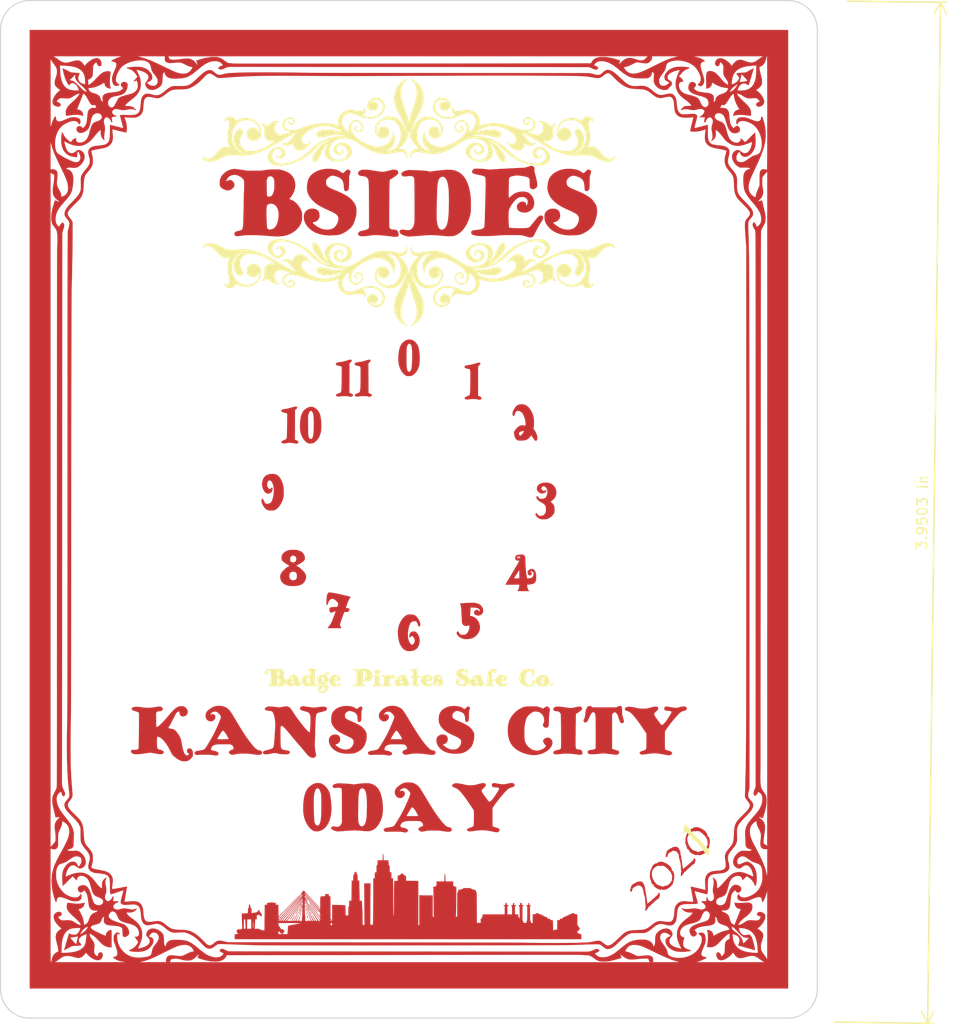
<source format=kicad_pcb>
(kicad_pcb (version 20171130) (host pcbnew "(5.1.4)-1")
  (layers (0 F.Cu signal) (31 B.Cu signal) (34 B.Paste user) (35 F.Paste user) (36 B.SilkS user) (37 F.SilkS user) (38 B.Mask user) (39 F.Mask user) (44 Edge.Cuts user))
  (net 0 "")
  (module LOGO (layer F.Cu) (at 0 0)
    (fp_text reference G*** hide)
    (fp_text value LOGO hide)
  )
  (module LOGO (layer F.Cu) (at 0 0)
    (fp_text reference G*** hide)
    (fp_text value LOGO hide)
  )
  (module LOGO (layer F.Cu) (at 0 0)
    (fp_text reference G*** hide)
    (fp_text value LOGO hide)
  )
  (module LOGO (layer F.Cu) (at 0 0)
    (fp_text reference G*** hide)
    (fp_text value LOGO hide)
    (fp_poly (pts (xy 46.270334 46.228) (xy -28.342166 46.228) (xy -28.342166 32.474106) (xy -26.289 32.474106) (xy -26.289 38.059886) (xy -26.288993 38.634906) (xy -26.288965 39.169094) (xy -26.288905 39.663951) (xy -26.288803 40.12098) (xy -26.288649 40.541682) (xy -26.288433 40.927559) (xy -26.288143 41.280112) (xy -26.28777 41.600843) (xy -26.287302 41.891253) (xy -26.286731 42.152844) (xy -26.286045 42.387118) (xy -26.285234 42.595577) (xy -26.284287 42.779721) (xy -26.283195 42.941052) (xy -26.281946 43.081073) (xy -26.28053 43.201284) (xy -26.278938 43.303187) (xy -26.277158 43.388285) (xy -26.27518 43.458077) (xy -26.272994 43.514067) (xy -26.270589 43.557755) (xy -26.267956 43.590644) (xy -26.265083 43.614234) (xy -26.26196 43.630028) (xy -26.258576 43.639527) (xy -26.254923 43.644232) (xy -26.250988 43.645646) (xy -26.250329 43.645667) (xy -26.246867 43.644539) (xy -25.87625 43.644539) (xy -22.38375 43.643393) (xy -19.702609 43.642514) (xy -17.55775 43.642514) (xy -16.228115 43.64409) (xy -14.89848 43.645667) (xy -14.591212 43.645667) (xy 32.680401 43.645667) (xy 32.616846 43.545451) (xy 32.575869 43.472233) (xy 32.542697 43.398021) (xy 32.53183 43.365534) (xy 32.510368 43.285834) (xy 32.197763 43.285834) (xy 31.951199 43.293106) (xy 31.687903 43.313874) (xy 31.537121 43.331404) (xy 31.37578 43.349766) (xy 31.205835 43.364376) (xy 31.044316 43.373981) (xy 30.913917 43.377326) (xy 30.792392 43.376443) (xy 30.700732 43.372393) (xy 30.626497 43.363611) (xy 30.557251 43.348531) (xy 30.480553 43.325589) (xy 30.466654 43.32105) (xy 30.2987 43.2507) (xy 30.126178 43.151491) (xy 29.963514 43.032397) (xy 29.873676 42.952251) (xy 29.764769 42.846516) (xy 29.826118 43.028008) (xy 29.851547 43.109657) (xy 29.868105 43.175836) (xy 29.873526 43.216734) (xy 29.871525 43.224487) (xy 29.844882 43.236157) (xy 29.78382 43.256369) (xy 29.694962 43.283298) (xy 29.584933 43.315121) (xy 29.460359 43.350014) (xy 29.327862 43.386152) (xy 29.194069 43.421711) (xy 29.065603 43.454868) (xy 28.94909 43.483799) (xy 28.851154 43.50668) (xy 28.829 43.511531) (xy 28.666108 43.540323) (xy 28.486312 43.561559) (xy 28.30016 43.574839) (xy 28.1182 43.579759) (xy 27.950978 43.575917) (xy 27.809041 43.562912) (xy 27.75 43.552666) (xy 27.649422 43.527714) (xy 27.557354 43.495817) (xy 27.465414 43.452616) (xy 27.365216 43.39375) (xy 27.248378 43.314861) (xy 27.135667 43.233203) (xy 27.023296 43.151577) (xy 26.928952 43.088383) (xy 26.844243 43.040911) (xy 26.760777 43.006451) (xy 26.670162 42.982293) (xy 26.564006 42.965729) (xy 26.433918 42.954048) (xy 26.271505 42.944541) (xy 26.236084 42.942746) (xy 26.209429 42.94138) (xy 26.184524 42.940066) (xy 26.160536 42.938804) (xy 26.136633 42.937593) (xy 26.111983 42.936432) (xy 26.085754 42.935323) (xy 26.057113 42.934263) (xy 26.025229 42.933254) (xy 25.98927 42.932294) (xy 25.948403 42.931384) (xy 25.901796 42.930523) (xy 25.848617 42.92971) (xy 25.788035 42.928946) (xy 25.719216 42.928229) (xy 25.641329 42.927561) (xy 25.553542 42.92694) (xy 25.455023 42.926366) (xy 25.344939 42.925839) (xy 25.222458 42.925359) (xy 25.086749 42.924925) (xy 24.936979 42.924537) (xy 24.772316 42.924194) (xy 24.591927 42.923897) (xy 24.394982 42.923644) (xy 24.180647 42.923436) (xy 23.948091 42.923273) (xy 23.696482 42.923154) (xy 23.424987 42.923078) (xy 23.132774 42.923046) (xy 22.819011 42.923057) (xy 22.482867 42.92311) (xy 22.123508 42.923206) (xy 21.740103 42.923345) (xy 21.33182 42.923525) (xy 20.897827 42.923746) (xy 20.437291 42.924009) (xy 19.94938 42.924313) (xy 19.433263 42.924657) (xy 18.888106 42.925042) (xy 18.313079 42.925467) (xy 17.707349 42.925931) (xy 17.070084 42.926435) (xy 16.400451 42.926977) (xy 15.697619 42.927559) (xy 14.960756 42.928179) (xy 14.189029 42.928837) (xy 13.381606 42.929532) (xy 12.537655 42.930266) (xy 11.656345 42.931036) (xy 10.736842 42.931843) (xy 9.778315 42.932687) (xy 8.779932 42.933567) (xy 7.740861 42.934483) (xy 6.685788 42.935412) (xy -8.948674 42.949168) (xy -9.014585 43.083054) (xy -9.110918 43.232123) (xy -9.239662 43.355108) (xy -9.399812 43.451912) (xy -9.590361 43.52244) (xy -9.810304 43.566594) (xy -10.058633 43.584279) (xy -10.334344 43.575397) (xy -10.636429 43.539852) (xy -10.963882 43.477548) (xy -11.315698 43.388388) (xy -11.530541 43.324325) (xy -11.631977 43.290841) (xy -11.717072 43.259578) (xy -11.778513 43.233469) (xy -11.808984 43.215446) (xy -11.811 43.211883) (xy -11.804537 43.181197) (xy -11.787436 43.122273) (xy -11.763134 43.046795) (xy -11.758083 43.031834) (xy -11.733026 42.956933) (xy -11.71438 42.898847) (xy -11.705484 42.868046) (xy -11.705166 42.865991) (xy -11.719162 42.876005) (xy -11.757393 42.910737) (xy -11.814226 42.964903) (xy -11.884028 43.033223) (xy -11.893314 43.042425) (xy -12.043488 43.183134) (xy -12.179962 43.292323) (xy -12.310017 43.375241) (xy -12.440422 43.436933) (xy -12.503033 43.459156) (xy -12.564484 43.473409) (xy -12.636824 43.481254) (xy -12.732106 43.484258) (xy -12.805833 43.484385) (xy -12.901944 43.482812) (xy -12.985882 43.477972) (xy -13.068103 43.468286) (xy -13.159064 43.452176) (xy -13.269223 43.428064) (xy -13.409035 43.394372) (xy -13.419666 43.391747) (xy -13.562575 43.357213) (xy -13.674759 43.332491) (xy -13.766278 43.316038) (xy -13.847191 43.306311) (xy -13.927556 43.301768) (xy -14.012333 43.300846) (xy -14.118916 43.304023) (xy -14.221662 43.312012) (xy -14.305502 43.323431) (xy -14.338245 43.330715) (xy -14.401238 43.351412) (xy -14.436608 43.376182) (xy -14.458152 43.417842) (xy -14.468971 43.452136) (xy -14.496915 43.522014) (xy -14.5332 43.582543) (xy -14.543624 43.595011) (xy -14.591212 43.645667) (xy -14.89848 43.645667) (xy -14.913182 43.599345) (xy -14.928028 43.500384) (xy -14.920246 43.383995) (xy -14.891906 43.267132) (xy -14.864564 43.201167) (xy -14.822345 43.127603) (xy -14.77637 43.078163) (xy -14.710421 43.036513) (xy -14.691163 43.026542) (xy -14.630685 42.998413) (xy -14.575774 42.981067) (xy -14.512738 42.971995) (xy -14.427881 42.968691) (xy -14.373663 42.968419) (xy -14.254158 42.972143) (xy -14.121484 42.981925) (xy -14.000873 42.995809) (xy -13.980583 42.99888) (xy -13.802977 43.025401) (xy -13.656985 43.041246) (xy -13.532896 43.044908) (xy -13.420996 43.034881) (xy -13.311571 43.009658) (xy -13.194908 42.967732) (xy -13.061294 42.907597) (xy -12.911392 42.833033) (xy -12.736798 42.747122) (xy -12.593051 42.683274) (xy -12.475893 42.639899) (xy -12.381064 42.615405) (xy -12.309866 42.608176) (xy -12.244044 42.603418) (xy -12.208973 42.585941) (xy -12.20276 42.549714) (xy -12.223511 42.488705) (xy -12.253206 42.427753) (xy -12.359988 42.26158) (xy -12.491249 42.129775) (xy -12.646558 42.032479) (xy -12.825483 41.96983) (xy -13.027594 41.941969) (xy -13.252459 41.949036) (xy -13.499647 41.991171) (xy -13.556561 42.005053) (xy -13.65775 42.032276) (xy -13.755599 42.061749) (xy -13.854643 42.095436) (xy -13.959419 42.1353) (xy -14.07446 42.183306) (xy -14.204302 42.241416) (xy -14.353481 42.311594) (xy -14.526531 42.395805) (xy -14.727988 42.496012) (xy -14.956759 42.611329) (xy -15.284569 42.776011) (xy -15.579355 42.921164) (xy -15.844821 43.048312) (xy -16.084672 43.158975) (xy -16.302611 43.254678) (xy -16.502343 43.336942) (xy -16.687573 43.407289) (xy -16.862003 43.467242) (xy -17.02934 43.518324) (xy -17.193286 43.562057) (xy -17.357547 43.599963) (xy -17.36725 43.602034) (xy -17.55775 43.642514) (xy -19.702609 43.642514) (xy -18.89125 43.642248) (xy -19.124065 43.60129) (xy -19.295298 43.569682) (xy -19.433578 43.540283) (xy -19.548019 43.51055) (xy -19.647734 43.477945) (xy -19.741837 43.439927) (xy -19.801416 43.412495) (xy -19.888547 43.366566) (xy -19.974506 43.313985) (xy -20.051294 43.260535) (xy -20.110909 43.211996) (xy -20.145351 43.174149) (xy -20.150666 43.160132) (xy -20.131656 43.148516) (xy -20.082947 43.13674) (xy -20.04279 43.130787) (xy -19.911352 43.098046) (xy -19.808348 43.034169) (xy -19.761296 42.982582) (xy -19.738194 42.944312) (xy -19.724867 42.898641) (xy -19.719101 42.833516) (xy -19.718531 42.749749) (xy -19.720132 42.689191) (xy -19.724607 42.631934) (xy -19.733441 42.572518) (xy -19.748118 42.50548) (xy -19.770124 42.42536) (xy -19.800943 42.326698) (xy -19.842061 42.204032) (xy -19.89496 42.051902) (xy -19.95261 41.888834) (xy -19.997446 41.761621) (xy -20.029919 41.665047) (xy -20.052022 41.589928) (xy -20.065747 41.527077) (xy -20.073088 41.467309) (xy -20.076035 41.401438) (xy -20.076583 41.32028) (xy -20.076583 41.317334) (xy -20.075453 41.212444) (xy -20.070646 41.137348) (xy -20.06004 41.079533) (xy -20.041511 41.026488) (xy -20.01899 40.977925) (xy -19.94471 40.855658) (xy -19.86232 40.771682) (xy -19.774339 40.726793) (xy -19.683286 40.721784) (xy -19.591679 40.75745) (xy -19.516276 40.819288) (xy -19.443862 40.894) (xy -19.724287 40.894) (xy -19.738847 41.010533) (xy -19.745315 41.152424) (xy -19.734559 41.31982) (xy -19.708194 41.500313) (xy -19.667835 41.681496) (xy -19.638333 41.783) (xy -19.531124 42.050097) (xy -19.386744 42.297107) (xy -19.205741 42.523161) (xy -19.109209 42.620938) (xy -18.989613 42.729875) (xy -18.882586 42.815386) (xy -18.774435 42.887253) (xy -18.651468 42.955254) (xy -18.616083 42.973158) (xy -18.402089 43.067337) (xy -18.186467 43.135505) (xy -17.962171 43.178619) (xy -17.722154 43.197635) (xy -17.459372 43.193511) (xy -17.177784 43.16851) (xy -16.989048 43.143886) (xy -16.836887 43.118287) (xy -16.715545 43.090321) (xy -16.619265 43.058599) (xy -16.54229 43.021733) (xy -16.524041 43.010698) (xy -16.463658 42.966575) (xy -16.417877 42.916282) (xy -16.38264 42.851589) (xy -16.353889 42.764263) (xy -16.327566 42.646074) (xy -16.317381 42.591496) (xy -16.288289 42.451054) (xy -16.253612 42.334163) (xy -16.207709 42.228695) (xy -16.14494 42.122524) (xy -16.059666 42.003522) (xy -16.020124 41.952334) (xy -15.903609 41.800993) (xy -15.812486 41.67574) (xy -15.743875 41.571154) (xy -15.694899 41.481813) (xy -15.662677 41.402295) (xy -15.64433 41.327179) (xy -15.636979 41.251042) (xy -15.63651 41.229954) (xy -15.653953 41.094838) (xy -15.704963 40.96678) (xy -15.783751 40.857483) (xy -15.848697 40.800929) (xy -15.950315 40.75179) (xy -16.071249 40.727328) (xy -16.194972 40.7297) (xy -16.267851 40.746252) (xy -16.358306 40.79292) (xy -16.447623 40.867129) (xy -16.522427 40.955896) (xy -16.565379 41.035086) (xy -16.585397 41.104972) (xy -16.577729 41.146543) (xy -16.539397 41.165859) (xy -16.499416 41.169308) (xy -16.436869 41.182912) (xy -16.360469 41.215968) (xy -16.287838 41.259618) (xy -16.242017 41.298666) (xy -16.186188 41.390469) (xy -16.163458 41.502162) (xy -16.172448 41.629068) (xy -16.211781 41.76651) (xy -16.28008 41.909811) (xy -16.375966 42.054295) (xy -16.498063 42.195286) (xy -16.509568 42.206921) (xy -16.652763 42.333251) (xy -16.806839 42.434052) (xy -16.977446 42.511363) (xy -17.17023 42.567222) (xy -17.390843 42.603669) (xy -17.644932 42.622742) (xy -17.6637 42.623463) (xy -17.950882 42.624425) (xy -18.213071 42.604577) (xy -18.462656 42.562979) (xy -18.463833 42.562727) (xy -18.525541 42.546527) (xy -18.554387 42.528487) (xy -18.559616 42.502356) (xy -18.559083 42.498305) (xy -18.540712 42.467253) (xy -18.491533 42.43599) (xy -18.419726 42.405824) (xy -18.226247 42.312345) (xy -18.047854 42.181842) (xy -17.934781 42.072296) (xy -17.870859 41.997027) (xy -17.807591 41.910836) (xy -17.75076 41.823041) (xy -17.706147 41.742958) (xy -17.679533 41.679904) (xy -17.674612 41.653037) (xy -17.68666 41.626073) (xy -17.719358 41.572354) (xy -17.768052 41.499067) (xy -17.828093 41.413398) (xy -17.843947 41.391417) (xy -18.012837 41.158584) (xy -17.891127 41.147482) (xy -17.775745 41.127956) (xy -17.693823 41.089772) (xy -17.638364 41.026733) (xy -17.60237 40.932641) (xy -17.591297 40.881957) (xy -17.58372 40.732167) (xy -17.612745 40.576329) (xy -17.675261 40.423053) (xy -17.768153 40.280951) (xy -17.835525 40.206256) (xy -17.920753 40.131168) (xy -18.016774 40.065124) (xy -18.129338 40.005587) (xy -18.264197 39.950024) (xy -18.427104 39.895897) (xy -18.623811 39.840672) (xy -18.721916 39.81553) (xy -18.935614 39.759228) (xy -19.112097 39.705448) (xy -19.256114 39.651133) (xy -19.372414 39.593225) (xy -19.465746 39.528666) (xy -19.540859 39.454401) (xy -19.602502 39.367372) (xy -19.655425 39.264521) (xy -19.684106 39.196134) (xy -19.720698 39.105922) (xy -19.756785 39.021207) (xy -19.785982 38.956865) (xy -19.792219 38.944202) (xy -19.873275 38.819293) (xy -19.971171 38.726372) (xy -20.081175 38.668912) (xy -20.19263 38.650334) (xy -20.249813 38.655866) (xy -20.299328 38.677443) (xy -20.356711 38.722536) (xy -20.372372 38.736758) (xy -20.444269 38.81632) (xy -20.506345 38.909296) (xy -20.551628 39.003087) (xy -20.573145 39.085095) (xy -20.574 39.101082) (xy -20.553084 39.20506) (xy -20.491299 39.306204) (xy -20.390094 39.402944) (xy -20.250913 39.493709) (xy -20.177696 39.531502) (xy -20.110581 39.560716) (xy -20.011914 39.599497) (xy -19.890491 39.644596) (xy -19.755104 39.692762) (xy -19.61455 39.740744) (xy -19.585029 39.750549) (xy -19.416685 39.806368) (xy -19.283222 39.851449) (xy -19.17927 39.888166) (xy -19.099457 39.918891) (xy -19.038414 39.945999) (xy -18.99077 39.971862) (xy -18.951154 39.998853) (xy -18.914195 40.029345) (xy -18.876966 40.063427) (xy -18.763485 40.188762) (xy -18.673254 40.327468) (xy -18.60828 40.472782) (xy -18.570569 40.617943) (xy -18.562126 40.75619) (xy -18.584957 40.880762) (xy -18.614879 40.946772) (xy -18.675989 41.021653) (xy -18.75961 41.085189) (xy -18.855216 41.13297) (xy -18.952281 41.160584) (xy -19.040279 41.163618) (xy -19.093506 41.147373) (xy -19.135107 41.115727) (xy -19.166083 41.067661) (xy -19.188013 40.997316) (xy -19.202476 40.898829) (xy -19.211054 40.766341) (xy -19.213163 40.7035) (xy -19.217354 40.561667) (xy -19.222131 40.455753) (xy -19.229096 40.379358) (xy -19.23985 40.32608) (xy -19.255995 40.289518) (xy -19.279132 40.263271) (xy -19.310863 40.240937) (xy -19.332041 40.228304) (xy -19.410123 40.186111) (xy -19.48969 40.151801) (xy -19.577103 40.124077) (xy -19.678723 40.101642) (xy -19.80091 40.083202) (xy -19.950026 40.067459) (xy -20.13243 40.053117) (xy -20.22084 40.047178) (xy -20.42911 40.02989) (xy -20.59921 40.006256) (xy -20.735085 39.974197) (xy -20.840683 39.931638) (xy -20.919948 39.876502) (xy -20.97683 39.806712) (xy -21.015272 39.720193) (xy -21.038929 39.61674) (xy -21.044892 39.532031) (xy -21.041727 39.429058) (xy -21.030903 39.325479) (xy -21.01389 39.23895) (xy -21.00524 39.211907) (xy -21.000881 39.186362) (xy -21.023546 39.185003) (xy -21.041756 39.190019) (xy -21.125504 39.237266) (xy -21.195715 39.323136) (xy -21.250785 39.445638) (xy -21.253136 39.452762) (xy -21.299248 39.579967) (xy -21.349147 39.679526) (xy -21.409459 39.756924) (xy -21.486814 39.817648) (xy -21.587838 39.867181) (xy -21.719161 39.911011) (xy -21.847947 39.945027) (xy -22.010956 39.988733) (xy -22.135725 40.030952) (xy -22.226176 40.074043) (xy -22.286226 40.120366) (xy -22.319796 40.172281) (xy -22.330804 40.232148) (xy -22.330833 40.235772) (xy -22.31536 40.287532) (xy -22.268107 40.346519) (xy -22.187819 40.413498) (xy -22.073246 40.489239) (xy -21.923133 40.574507) (xy -21.736228 40.670071) (xy -21.511279 40.776697) (xy -21.2725 40.883968) (xy -21.155429 40.935912) (xy -21.051075 40.98303) (xy -20.9659 41.022339) (xy -20.906365 41.050854) (xy -20.878935 41.065592) (xy -20.878599 41.065851) (xy -20.862622 41.062708) (xy -20.850292 41.02217) (xy -20.843135 40.968679) (xy -20.808666 40.819126) (xy -20.739347 40.693168) (xy -20.636522 40.592444) (xy -20.501535 40.518592) (xy -20.462135 40.504259) (xy -20.416631 40.487999) (xy -20.379199 40.474581) (xy -20.349082 40.467504) (xy -20.325524 40.470267) (xy -20.307766 40.48637) (xy -20.295051 40.51931) (xy -20.286623 40.572588) (xy -20.281723 40.649701) (xy -20.279595 40.75415) (xy -20.279481 40.889433) (xy -20.280623 41.059048) (xy -20.282266 41.266496) (xy -20.282721 41.333209) (xy -20.28825 42.19575) (xy -20.41525 42.19001) (xy -20.571265 42.174892) (xy -20.714424 42.141604) (xy -20.862972 42.085393) (xy -20.92325 42.057693) (xy -21.046974 41.989655) (xy -21.171698 41.901855) (xy -21.302879 41.789744) (xy -21.44597 41.648777) (xy -21.557495 41.529) (xy -21.719534 41.355723) (xy -21.865004 41.21318) (xy -21.999944 41.096315) (xy -22.130396 41.000071) (xy -22.262397 40.91939) (xy -22.325541 40.88599) (xy -22.436666 40.829787) (xy -22.436666 40.922732) (xy -22.429299 41.010961) (xy -22.404788 41.098425) (xy -22.35952 41.19301) (xy -22.289881 41.302604) (xy -22.216391 41.403486) (xy -22.148652 41.498277) (xy -22.08695 41.59417) (xy -22.038706 41.679106) (xy -22.014683 41.731333) (xy -21.980841 41.868203) (xy -21.968304 42.041094) (xy -21.977067 42.250228) (xy -21.991529 42.385273) (xy -22.003503 42.559634) (xy -21.989498 42.704518) (xy -21.94736 42.825438) (xy -21.874938 42.927908) (xy -21.770078 43.017442) (xy -21.735862 43.040154) (xy -21.690515 43.059784) (xy -21.658573 43.048232) (xy -21.635612 43.001513) (xy -21.620815 42.936584) (xy -21.585495 42.815293) (xy -21.52996 42.731064) (xy -21.453968 42.683631) (xy -21.378333 42.672) (xy -21.284783 42.689651) (xy -21.21418 42.739593) (xy -21.168557 42.817314) (xy -21.149945 42.918298) (xy -21.160379 43.038033) (xy -21.179976 43.112554) (xy -21.241675 43.246265) (xy -21.328319 43.347276) (xy -21.437491 43.415188) (xy -21.566774 43.449604) (xy -21.713752 43.450126) (xy -21.876008 43.416357) (xy -22.051125 43.347898) (xy -22.182666 43.277586) (xy -22.32146 43.186114) (xy -22.459046 43.078729) (xy -22.586218 42.963777) (xy -22.693771 42.849603) (xy -22.7725 42.744554) (xy -22.774964 42.740588) (xy -22.792428 42.720039) (xy -22.811417 42.726752) (xy -22.842443 42.764772) (xy -22.844266 42.76725) (xy -22.878953 42.809191) (xy -22.93492 42.871145) (xy -23.003276 42.943431) (xy -23.050115 42.991347) (xy -23.156804 43.089286) (xy -23.26005 43.160718) (xy -23.366318 43.206634) (xy -23.482076 43.228027) (xy -23.613789 43.22589) (xy -23.767925 43.201215) (xy -23.95095 43.154993) (xy -24.008116 43.138367) (xy -24.202942 43.084364) (xy -24.367756 43.047956) (xy -24.510514 43.02801) (xy -24.639167 43.023391) (xy -24.754416 43.032022) (xy -24.859283 43.048468) (xy -24.952645 43.071505) (xy -25.041975 43.104837) (xy -25.134743 43.152172) (xy -25.238424 43.217214) (xy -25.360488 43.303671) (xy -25.474083 43.388981) (xy -25.562233 43.453498) (xy -25.653581 43.515901) (xy -25.733195 43.566135) (xy -25.759833 43.581345) (xy -25.87625 43.644539) (xy -26.246867 43.644539) (xy -26.229875 43.639004) (xy -26.214254 43.613838) (xy -26.200546 43.562406) (xy -26.185831 43.476943) (xy -26.185111 43.472253) (xy -26.136023 43.247771) (xy -26.061994 43.056565) (xy -25.961882 42.896898) (xy -25.834541 42.767033) (xy -25.678828 42.665234) (xy -25.641274 42.646724) (xy -25.510127 42.585353) (xy -25.5197 42.496385) (xy -25.535081 42.374833) (xy -25.2095 42.374833) (xy -25.2095 42.7355) (xy -25.045458 42.735314) (xy -24.960366 42.733624) (xy -24.847336 42.729146) (xy -24.720625 42.722547) (xy -24.594487 42.714492) (xy -24.585083 42.713822) (xy -24.2505 42.679797) (xy -23.953557 42.628262) (xy -23.693128 42.558712) (xy -23.468087 42.470645) (xy -23.277307 42.363555) (xy -23.119661 42.23694) (xy -22.994024 42.090297) (xy -22.921778 41.970126) (xy -22.888475 41.891081) (xy -22.859553 41.790981) (xy -22.833976 41.664629) (xy -22.810708 41.506828) (xy -22.788715 41.31238) (xy -22.786672 41.291993) (xy -22.774571 41.175831) (xy -22.762793 41.073058) (xy -22.752345 40.991749) (xy -22.744237 40.939976) (xy -22.741083 40.926868) (xy -22.736469 40.905559) (xy -22.748026 40.896667) (xy -22.78231 40.900538) (xy -22.845877 40.91752) (xy -22.905395 40.935565) (xy -23.013236 40.976764) (xy -23.130274 41.034089) (xy -23.240959 41.099028) (xy -23.32974 41.163067) (xy -23.344524 41.175949) (xy -23.437786 41.282081) (xy -23.49429 41.39357) (xy -23.513926 41.505273) (xy -23.496586 41.61205) (xy -23.442158 41.708758) (xy -23.357492 41.785611) (xy -23.308085 41.826198) (xy -23.287049 41.868722) (xy -23.283478 41.912826) (xy -23.283333 41.989735) (xy -23.415625 42.002584) (xy -23.485598 42.008905) (xy -23.585848 42.017339) (xy -23.70443 42.02691) (xy -23.8294 42.036639) (xy -23.865416 42.039373) (xy -24.182916 42.063313) (xy -24.551579 42.261823) (xy -24.665613 42.322729) (xy -24.767255 42.376074) (xy -24.850524 42.418795) (xy -24.909441 42.447832) (xy -24.938027 42.460123) (xy -24.939297 42.460334) (xy -24.949979 42.444012) (xy -24.946799 42.423292) (xy -24.938239 42.394728) (xy -24.919218 42.330561) (xy -24.891215 42.235805) (xy -24.855709 42.115472) (xy -24.814179 41.974574) (xy -24.768105 41.818124) (xy -24.732851 41.698334) (xy -24.683329 41.530305) (xy -24.636267 41.37118) (xy -24.597231 41.239686) (xy -24.355741 41.239686) (xy -24.345173 41.257555) (xy -24.309922 41.301717) (xy -24.254065 41.367402) (xy -24.181681 41.449838) (xy -24.096846 41.544255) (xy -24.073372 41.570046) (xy -23.972493 41.679713) (xy -23.896016 41.760479) (xy -23.840595 41.815413) (xy -23.802885 41.847586) (xy -23.779538 41.860067) (xy -23.767211 41.855926) (xy -23.765431 41.852586) (xy -23.755294 41.82006) (xy -23.737161 41.754124) (xy -23.713069 41.662495) (xy -23.685059 41.552891) (xy -23.663855 41.468164) (xy -23.63588 41.353462) (xy -23.612532 41.253961) (xy -23.595346 41.176523) (xy -23.585858 41.128009) (xy -23.584752 41.114693) (xy -23.606928 41.11548) (xy -23.662732 41.122322) (xy -23.744103 41.133911) (xy -23.84298 41.148942) (xy -23.951304 41.166106) (xy -24.061013 41.184097) (xy -24.164047 41.201609) (xy -24.252345 41.217334) (xy -24.317847 41.229966) (xy -24.352492 41.238198) (xy -24.355741 41.239686) (xy -24.597231 41.239686) (xy -24.593337 41.22657) (xy -24.556211 41.102086) (xy -24.526562 41.003339) (xy -24.506061 40.93594) (xy -24.49841 40.911527) (xy -24.466361 40.812636) (xy -24.324639 40.879777) (xy -24.25026 40.912851) (xy -24.188126 40.932913) (xy -24.12241 40.943127) (xy -24.037282 40.946662) (xy -23.989024 40.946917) (xy -23.894968 40.945927) (xy -23.830823 40.941097) (xy -23.784181 40.929642) (xy -23.765289 40.920153) (xy -23.395701 40.920153) (xy -23.344809 40.893222) (xy -23.304314 40.86936) (xy -23.240292 40.828992) (xy -23.164222 40.77941) (xy -23.135166 40.760085) (xy -23.041506 40.691741) (xy -22.942186 40.610309) (xy -22.857132 40.53222) (xy -22.849416 40.524452) (xy -22.789289 40.457128) (xy -22.731819 40.38233) (xy -22.681638 40.307646) (xy -22.643382 40.240668) (xy -22.621683 40.188987) (xy -22.621175 40.160192) (xy -22.625298 40.157317) (xy -22.653809 40.16221) (xy -22.707526 40.181721) (xy -22.763282 40.206306) (xy -22.876938 40.27108) (xy -22.984642 40.356779) (xy -23.090642 40.468005) (xy -23.199186 40.609361) (xy -23.314521 40.785449) (xy -23.346623 40.838285) (xy -23.395701 40.920153) (xy -23.765289 40.920153) (xy -23.742632 40.908773) (xy -23.703941 40.882879) (xy -23.581641 40.771783) (xy -23.482247 40.628207) (xy -23.408693 40.456996) (xy -23.378776 40.345783) (xy -23.363241 40.273816) (xy -23.720162 40.286165) (xy -23.883816 40.294011) (xy -24.025108 40.305165) (xy -24.137047 40.318962) (xy -24.204083 40.332319) (xy -24.412182 40.406734) (xy -24.594554 40.5128) (xy -24.751959 40.651395) (xy -24.885154 40.823395) (xy -24.994898 41.029676) (xy -25.081949 41.271115) (xy -25.111346 41.380834) (xy -25.149466 41.556889) (xy -25.177354 41.735124) (xy -25.195998 41.925536) (xy -25.206383 42.13812) (xy -25.2095 42.374833) (xy -25.535081 42.374833) (xy -25.538385 42.348725) (xy -25.563146 42.204134) (xy -25.596627 42.049367) (xy -25.641474 41.871175) (xy -25.653715 41.825334) (xy -25.699009 41.65349) (xy -25.732898 41.514813) (xy -25.756608 41.40206) (xy -25.771365 41.307994) (xy -25.778394 41.225373) (xy -25.778921 41.146959) (xy -25.776637 41.099104) (xy -25.750833 40.931971) (xy -25.694269 40.784922) (xy -25.603788 40.652928) (xy -25.476229 40.530964) (xy -25.371486 40.454382) (xy -25.302237 40.406719) (xy -25.248074 40.3669) (xy -25.217573 40.341334) (xy -25.213973 40.336697) (xy -25.226706 40.317081) (xy -25.265955 40.28067) (xy -25.323559 40.234954) (xy -25.33039 40.229883) (xy -25.474638 40.107297) (xy -25.615715 39.957973) (xy -25.743768 39.79406) (xy -25.848946 39.627706) (xy -25.897579 39.530414) (xy -25.958369 39.358547) (xy -25.982209 39.202537) (xy -25.969216 39.063815) (xy -25.919503 38.943813) (xy -25.842969 38.852552) (xy -25.711533 38.759234) (xy -25.568982 38.705879) (xy -25.449045 38.692667) (xy -25.376756 38.695711) (xy -25.328104 38.709555) (xy -25.28456 38.741263) (xy -25.2603 38.764634) (xy -25.204724 38.838546) (xy -25.189518 38.913209) (xy -25.213345 38.99663) (xy -25.219506 39.00905) (xy -25.258257 39.054013) (xy -25.321283 39.100492) (xy -25.392129 39.138456) (xy -25.454342 39.157874) (xy -25.464891 39.158658) (xy -25.509694 39.169856) (xy -25.524765 39.177671) (xy -25.536794 39.206709) (xy -25.520438 39.253512) (xy -25.48179 39.31128) (xy -25.426945 39.373216) (xy -25.361995 39.432521) (xy -25.293034 39.482396) (xy -25.226157 39.516043) (xy -25.219356 39.518407) (xy -25.166699 39.529988) (xy -25.093484 39.535302) (xy -24.992494 39.534551) (xy -24.862048 39.528266) (xy -24.676235 39.519201) (xy -24.523838 39.517965) (xy -24.396359 39.526447) (xy -24.285301 39.546538) (xy -24.182165 39.580127) (xy -24.078452 39.629105) (xy -23.965664 39.69536) (xy -23.889632 39.744502) (xy -23.797621 39.803621) (xy -23.70911 39.857549) (xy -23.635238 39.899659) (xy -23.593298 39.920767) (xy -23.528375 39.944318) (xy -23.456034 39.963352) (xy -23.387437 39.975951) (xy -23.333746 39.980199) (xy -23.306122 39.974177) (xy -23.304579 39.970362) (xy -23.314759 39.942085) (xy -23.340037 39.894039) (xy -23.349497 39.878) (xy -23.425332 39.767216) (xy -23.525454 39.64657) (xy -23.653107 39.512571) (xy -23.811538 39.361729) (xy -23.920344 39.263787) (xy -24.107562 39.095201) (xy -24.263255 38.947916) (xy -24.390127 38.818328) (xy -24.490882 38.70283) (xy -24.568226 38.597817) (xy -24.624863 38.499684) (xy -24.663499 38.404825) (xy -24.686837 38.309635) (xy -24.696424 38.229274) (xy -24.698206 38.119501) (xy -24.683988 38.018019) (xy -24.661182 37.932519) (xy -24.636406 37.855343) (xy -24.617159 37.811295) (xy -24.59826 37.792549) (xy -24.574532 37.791277) (xy -24.568528 37.79248) (xy -24.526461 37.800853) (xy -24.455786 37.813956) (xy -24.36962 37.829372) (xy -24.341666 37.834268) (xy -24.061443 37.876538) (xy -23.811858 37.899576) (xy -23.585857 37.903411) (xy -23.376382 37.888075) (xy -23.176377 37.853599) (xy -23.117658 37.839652) (xy -23.034221 37.819761) (xy -22.968802 37.806344) (xy -22.930276 37.801101) (xy -22.923751 37.802477) (xy -22.931663 37.847015) (xy -22.951024 37.915928) (xy -22.977027 37.994503) (xy -23.004867 38.068027) (xy -23.025375 38.113601) (xy -23.0945 38.211344) (xy -23.190997 38.297971) (xy -23.30315 38.365961) (xy -23.419243 38.407796) (xy -23.498842 38.4175) (xy -23.53115 38.422516) (xy -23.537333 38.428451) (xy -23.52757 38.450324) (xy -23.501213 38.500707) (xy -23.46266 38.571349) (xy -23.430188 38.629469) (xy -23.277988 38.917899) (xy -23.160315 39.181979) (xy -23.077131 39.421805) (xy -23.0284 39.637472) (xy -23.019024 39.711893) (xy -23.010361 39.795686) (xy -23.00132 39.872989) (xy -22.995624 39.914988) (xy -22.985102 39.983726) (xy -22.896092 39.938682) (xy -22.789795 39.878073) (xy -22.705897 39.811853) (xy -22.638172 39.731904) (xy -22.580396 39.630111) (xy -22.526341 39.498355) (xy -22.499895 39.422101) (xy -22.432797 39.243183) (xy -22.360334 39.100134) (xy -22.276852 38.986492) (xy -22.176697 38.895794) (xy -22.054216 38.821577) (xy -21.925554 38.765561) (xy -21.838673 38.726709) (xy -21.756974 38.680655) (xy -21.697899 38.637252) (xy -21.697128 38.636535) (xy -21.62175 38.565992) (xy -21.769916 38.578715) (xy -21.956793 38.579622) (xy -22.120508 38.548994) (xy -22.258777 38.487734) (xy -22.369318 38.396748) (xy -22.427548 38.318247) (xy -22.45917 38.260598) (xy -22.485336 38.199497) (xy -22.507513 38.128446) (xy -22.527169 38.040945) (xy -22.545775 37.930496) (xy -22.564797 37.7906) (xy -22.584883 37.621965) (xy -22.612234 37.407693) (xy -22.641993 37.229859) (xy -22.676093 37.082571) (xy -22.716465 36.959937) (xy -22.765044 36.856063) (xy -22.823763 36.765058) (xy -22.893025 36.68266) (xy -22.992511 36.576301) (xy -23.074921 36.669924) (xy -23.167047 36.753606) (xy -23.259369 36.795223) (xy -23.35256 36.79504) (xy -23.375471 36.788694) (xy -23.466112 36.738018) (xy -23.536085 36.658325) (xy -23.581853 36.55931) (xy -23.599879 36.450668) (xy -23.586625 36.342094) (xy -23.561294 36.279337) (xy -23.498713 36.205355) (xy -23.399844 36.145189) (xy -23.269137 36.101142) (xy -23.184977 36.084573) (xy -23.031865 36.076507) (xy -22.892925 36.102762) (xy -22.767046 36.164456) (xy -22.653117 36.262708) (xy -22.550029 36.398637) (xy -22.456671 36.57336) (xy -22.371931 36.787997) (xy -22.318757 36.957) (xy -22.256031 37.17217) (xy -22.202284 37.350566) (xy -22.155656 37.496337) (xy -22.114291 37.613631) (xy -22.076328 37.706598) (xy -22.03991 37.779386) (xy -22.003178 37.836144) (xy -21.964273 37.881021) (xy -21.921337 37.918165) (xy -21.873392 37.951167) (xy -21.743236 38.015189) (xy -21.610882 38.047291) (xy -21.482315 38.04927) (xy -21.363519 38.022921) (xy -21.260479 37.970041) (xy -21.179179 37.892425) (xy -21.125603 37.79187) (xy -21.109331 37.72185) (xy -21.11247 37.626494) (xy -21.14962 37.538069) (xy -21.222425 37.455142) (xy -21.332529 37.376281) (xy -21.481573 37.300051) (xy -21.671202 37.225021) (xy -21.684596 37.220284) (xy -21.804153 37.17065) (xy -21.906439 37.109619) (xy -21.994368 37.032783) (xy -22.070853 36.935736) (xy -22.138808 36.814069) (xy -22.201147 36.663378) (xy -22.260783 36.479253) (xy -22.320245 36.258822) (xy -22.383624 36.026767) (xy -22.448412 35.832356) (xy -22.517113 35.670913) (xy -22.592231 35.537761) (xy -22.676269 35.428227) (xy -22.771729 35.337633) (xy -22.840483 35.287094) (xy -22.965243 35.214145) (xy -23.082422 35.170852) (xy -23.208483 35.152027) (xy -23.275007 35.150155) (xy -23.405374 35.167891) (xy -23.516847 35.217691) (xy -23.604165 35.294758) (xy -23.662066 35.394295) (xy -23.685287 35.511507) (xy -23.6855 35.52435) (xy -23.689404 35.574859) (xy -23.699064 35.601232) (xy -23.701793 35.602334) (xy -23.72194 35.588126) (xy -23.7657 35.549207) (xy -23.82709 35.491135) (xy -23.900127 35.419464) (xy -23.918457 35.401125) (xy -24.118829 35.199917) (xy -24.595542 35.676292) (xy -24.712149 35.792431) (xy -24.819221 35.898335) (xy -24.913095 35.990438) (xy -24.990106 36.065175) (xy -25.046591 36.118978) (xy -25.078887 36.148283) (xy -25.084999 36.152667) (xy -25.091725 36.13264) (xy -25.099181 36.077093) (xy -25.10701 35.992825) (xy -25.114857 35.886634) (xy -25.122364 35.765319) (xy -25.129176 35.63568) (xy -25.134935 35.504515) (xy -25.139287 35.378624) (xy -25.141873 35.264804) (xy -25.142339 35.169856) (xy -25.140327 35.100578) (xy -25.14023 35.099056) (xy -25.106486 34.836325) (xy -25.039907 34.597601) (xy -24.938765 34.378183) (xy -24.801335 34.173367) (xy -24.799687 34.17127) (xy -24.658614 34.015626) (xy -24.509193 33.895215) (xy -24.354706 33.811992) (xy -24.198435 33.767907) (xy -24.110224 33.76104) (xy -23.977126 33.773001) (xy -23.865877 33.811895) (xy -23.771234 33.881576) (xy -23.687952 33.985898) (xy -23.61126 34.127697) (xy -23.543992 34.272311) (xy -23.456271 34.172655) (xy -23.395427 34.093863) (xy -23.336751 34.002508) (xy -23.310556 33.953958) (xy -23.280131 33.884465) (xy -23.262382 33.820354) (xy -23.254096 33.745195) (xy -23.252072 33.655) (xy -23.253494 33.561169) (xy -23.259929 33.497388) (xy -23.273715 33.451456) (xy -23.297188 33.411175) (xy -23.299356 33.408109) (xy -23.379105 33.330841) (xy -23.486913 33.276229) (xy -23.614335 33.245489) (xy -23.752926 33.239839) (xy -23.89424 33.260496) (xy -24.020286 33.304191) (xy -24.08421 33.338161) (xy -24.172627 33.391409) (xy -24.276076 33.457929) (xy -24.385097 33.531716) (xy -24.443619 33.572944) (xy -24.580601 33.669445) (xy -24.69305 33.744245) (xy -24.789663 33.801871) (xy -24.879136 33.846852) (xy -24.970168 33.883712) (xy -25.071454 33.916981) (xy -25.146 33.93857) (xy -25.28234 33.981379) (xy -25.385316 34.026762) (xy -25.463723 34.081143) (xy -25.526355 34.150945) (xy -25.582007 34.242592) (xy -25.593883 34.265718) (xy -25.649561 34.385586) (xy -25.690703 34.498486) (xy -25.719179 34.614252) (xy -25.736855 34.742718) (xy -25.745602 34.893717) (xy -25.74731 35.073167) (xy -25.7458 35.211418) (xy -25.742278 35.318004) (xy -25.735634 35.403581) (xy -25.724757 35.478808) (xy -25.708534 35.554342) (xy -25.689498 35.627533) (xy -25.593794 35.923265) (xy -25.474977 36.187939) (xy -25.329343 36.428119) (xy -25.153189 36.650368) (xy -25.051947 36.757384) (xy -24.961448 36.846452) (xy -24.888648 36.912688) (xy -24.822391 36.964235) (xy -24.751519 37.009238) (xy -24.664876 37.055838) (xy -24.595666 37.090425) (xy -24.363254 37.19145) (xy -24.146066 37.258486) (xy -23.946293 37.291099) (xy -23.766124 37.288856) (xy -23.674945 37.272299) (xy -23.582171 37.233758) (xy -23.493615 37.171082) (xy -23.422462 37.095338) (xy -23.385719 37.02952) (xy -23.36 36.977931) (xy -23.329247 36.960823) (xy -23.316675 36.961418) (xy -23.283656 36.978395) (xy -23.261444 37.021457) (xy -23.248454 37.095881) (xy -23.24311 37.206552) (xy -23.255543 37.341996) (xy -23.298367 37.451935) (xy -23.372811 37.537265) (xy -23.480102 37.598884) (xy -23.621469 37.637688) (xy -23.798138 37.654574) (xy -23.857809 37.6555) (xy -23.971023 37.652948) (xy -24.073191 37.643814) (xy -24.173325 37.62588) (xy -24.28044 37.596928) (xy -24.403549 37.554741) (xy -24.551664 37.4971) (xy -24.627416 37.466132) (xy -24.82431 37.386986) (xy -24.988316 37.326326) (xy -25.124115 37.283119) (xy -25.236385 37.256334) (xy -25.329804 37.244938) (xy -25.409052 37.247902) (xy -25.478809 37.264191) (xy -25.502567 37.273147) (xy -25.571444 37.322652) (xy -25.62978 37.405175) (xy -25.672474 37.511751) (xy -25.691553 37.605164) (xy -25.702555 37.675974) (xy -25.715883 37.713882) (xy -25.735896 37.728274) (xy -25.749339 37.729584) (xy -25.772664 37.722146) (xy -25.794496 37.695144) (xy -25.818819 37.64154) (xy -25.849613 37.554299) (xy -25.851149 37.549667) (xy -25.987791 37.096805) (xy -26.090093 36.665778) (xy -26.158169 36.253825) (xy -26.192132 35.858183) (xy -26.192096 35.476091) (xy -26.158174 35.104787) (xy -26.090481 34.741508) (xy -25.989129 34.383493) (xy -25.982313 34.363106) (xy -25.94363 34.250635) (xy -25.90528 34.1449) (xy -25.865313 34.041877) (xy -25.821774 33.937545) (xy -25.772712 33.82788) (xy -25.716174 33.708859) (xy -25.650208 33.576461) (xy -25.572861 33.426662) (xy -25.482182 33.255439) (xy -25.376217 33.058771) (xy -25.253014 32.832634) (xy -25.135253 32.617834) (xy -24.977964 32.326278) (xy -24.843833 32.06574) (xy -24.731525 31.832704) (xy -24.639711 31.623656) (xy -24.567056 31.435083) (xy -24.512229 31.26347) (xy -24.473898 31.105304) (xy -24.450729 30.957069) (xy -24.441391 30.815253) (xy -24.441065 30.786917) (xy -24.454698 30.582705) (xy -24.4984 30.404238) (xy -24.574697 30.245116) (xy -24.686113 30.098937) (xy -24.730621 30.052837) (xy -24.785782 30.004097) (xy -24.857188 29.948602) (xy -24.935672 29.89256) (xy -25.012064 29.842179) (xy -25.077195 29.803668) (xy -25.121896 29.783235) (xy -25.131356 29.7815) (xy -25.139201 29.800698) (xy -25.144515 29.850443) (xy -25.146 29.904053) (xy -25.151259 30.002242) (xy -25.168564 30.103145) (xy -25.200203 30.21413) (xy -25.248468 30.342564) (xy -25.315647 30.495815) (xy -25.357896 30.585834) (xy -25.410238 30.698965) (xy -25.457313 30.807094) (xy -25.495237 30.900824) (xy -25.52013 30.970761) (xy -25.526489 30.993924) (xy -25.533161 31.047749) (xy -25.538358 31.138133) (xy -25.54193 31.259323) (xy -25.543726 31.405566) (xy -25.543597 31.571109) (xy -25.543106 31.628924) (xy -25.541825 31.816278) (xy -25.542758 31.966843) (xy -25.546623 32.086137) (xy -25.554139 32.179678) (xy -25.566026 32.252984) (xy -25.583002 32.311573) (xy -25.605787 32.360962) (xy -25.6351 32.406671) (xy -25.646462 32.422064) (xy -25.729577 32.50082) (xy -25.833969 32.544658) (xy -25.96072 32.553775) (xy -26.110912 32.528364) (xy -26.160114 32.51422) (xy -26.289 32.474106) (xy -28.342166 32.474106) (xy -28.342166 32.318884) (xy -26.289 32.318884) (xy -26.085889 32.106633) (xy -26.001282 32.0143) (xy -25.92701 31.92586) (xy -25.869885 31.84983) (xy -25.837181 31.795732) (xy -25.819754 31.754088) (xy -25.807446 31.711379) (xy -25.799428 31.659446) (xy -25.794875 31.590125) (xy -25.79296 31.495257) (xy -25.792855 31.366679) (xy -25.792886 31.358417) (xy -25.796669 31.167118) (xy -25.807264 31.001451) (xy -25.825963 30.845074) (xy -25.840507 30.755167) (xy -25.873793 30.52495) (xy -25.88567 30.325872) (xy -25.874363 30.151569) (xy -25.838096 29.995676) (xy -25.775094 29.851828) (xy -25.683583 29.713658) (xy -25.561786 29.574803) (xy -25.492163 29.506152) (xy -25.430651 29.445458) (xy -25.387536 29.398369) (xy -25.367362 29.37019) (xy -25.371191 29.364931) (xy -25.412929 29.373728) (xy -25.478848 29.384511) (xy -25.558008 29.395869) (xy -25.63947 29.406393) (xy -25.712294 29.414671) (xy -25.765541 29.419294) (xy -25.788271 29.418849) (xy -25.788377 29.418728) (xy -25.795754 29.394813) (xy -25.811128 29.336068) (xy -25.83297 29.248911) (xy -25.859749 29.139759) (xy -25.889936 29.015028) (xy -25.922001 28.881138) (xy -25.954413 28.744505) (xy -25.985644 28.611546) (xy -26.014162 28.488678) (xy -26.038438 28.382321) (xy -26.056942 28.298889) (xy -26.067742 28.246917) (xy -26.0927 28.08426) (xy -26.108742 27.910025) (xy -26.115351 27.737423) (xy -26.112011 27.579666) (xy -26.098752 27.453167) (xy -26.08443 27.383825) (xy -26.063265 27.31311) (xy -26.031995 27.232979) (xy -25.98736 27.135393) (xy -25.926099 27.01231) (xy -25.897043 26.95575) (xy -25.837293 26.837346) (xy -25.782174 26.722955) (xy -25.73577 26.621445) (xy -25.702162 26.54168) (xy -25.68772 26.501158) (xy -25.686058 26.493392) (xy -25.68445 26.481059) (xy -25.682895 26.463473) (xy -25.681393 26.439946) (xy -25.679942 26.409792) (xy -25.678542 26.372323) (xy -25.677192 26.326854) (xy -25.67589 26.272697) (xy -25.674637 26.209166) (xy -25.67343 26.135573) (xy -25.67227 26.051232) (xy -25.671154 25.955455) (xy -25.670083 25.847557) (xy -25.669056 25.72685) (xy -25.668071 25.592648) (xy -25.667128 25.444263) (xy -25.666225 25.28101) (xy -25.665363 25.1022) (xy -25.664539 24.907147) (xy -25.663754 24.695165) (xy -25.663006 24.465566) (xy -25.662294 24.217665) (xy -25.661618 23.950773) (xy -25.660976 23.664204) (xy -25.660368 23.357271) (xy -25.659792 23.029288) (xy -25.659249 22.679567) (xy -25.658736 22.307423) (xy -25.658254 21.912167) (xy -25.657801 21.493113) (xy -25.657376 21.049575) (xy -25.656978 20.580865) (xy -25.656608 20.086297) (xy -25.656262 19.565184) (xy -25.655942 19.016839) (xy -25.655645 18.440575) (xy -25.655371 17.835706) (xy -25.65512 17.201544) (xy -25.654889 16.537403) (xy -25.654679 15.842596) (xy -25.654488 15.116436) (xy -25.654316 14.358236) (xy -25.654162 13.56731) (xy -25.654024 12.74297) (xy -25.653902 11.884531) (xy -25.653794 10.991304) (xy -25.653701 10.062604) (xy -25.653622 9.097743) (xy -25.653554 8.096034) (xy -25.653498 7.056791) (xy -25.653452 5.979328) (xy -25.653416 4.862956) (xy -25.653389 3.706989) (xy -25.653369 2.510741) (xy -25.653356 1.273525) (xy -25.65335 0.011074) (xy -25.653328 -1.444218) (xy -25.653272 -2.859482) (xy -25.653182 -4.234652) (xy -25.653057 -5.56966) (xy -25.652899 -6.864439) (xy -25.652706 -8.118923) (xy -25.652479 -9.333045) (xy -25.652219 -10.506737) (xy -25.651924 -11.639932) (xy -25.651595 -12.732564) (xy -25.651233 -13.784565) (xy -25.650837 -14.795869) (xy -25.650407 -15.766409) (xy -25.649943 -16.696117) (xy -25.649446 -17.584927) (xy -25.648915 -18.432771) (xy -25.648351 -19.239584) (xy -25.647754 -20.005296) (xy -25.647122 -20.729843) (xy -25.646458 -21.413156) (xy -25.64576 -22.055169) (xy -25.645029 -22.655814) (xy -25.644265 -23.215025) (xy -25.643468 -23.732735) (xy -25.642637 -24.208877) (xy -25.641774 -24.643384) (xy -25.640878 -25.036188) (xy -25.639948 -25.387223) (xy -25.638986 -25.696422) (xy -25.637991 -25.963718) (xy -25.636963 -26.189044) (xy -25.635903 -26.372333) (xy -25.63481 -26.513518) (xy -25.633684 -26.612531) (xy -25.632526 -26.669307) (xy -25.632027 -26.680583) (xy -25.621171 -26.876695) (xy -25.613997 -27.080085) (xy -25.610451 -27.283456) (xy -25.610479 -27.479509) (xy -25.614027 -27.660946) (xy -25.621042 -27.820468) (xy -25.631471 -27.950777) (xy -25.641936 -28.027426) (xy -25.665468 -28.143633) (xy -25.693351 -28.240905) (xy -25.730664 -28.330105) (xy -25.782485 -28.422098) (xy -25.85389 -28.52775) (xy -25.914499 -28.610624) (xy -26.004434 -28.734217) (xy -26.07141 -28.834355) (xy -26.120002 -28.919732) (xy -26.154788 -28.999045) (xy -26.180345 -29.080991) (xy -26.194957 -29.143452) (xy -26.21207 -29.260733) (xy -26.218477 -29.358499) (xy -25.802773 -29.358499) (xy -25.787889 -29.171294) (xy -25.747235 -29.003889) (xy -25.68172 -28.86495) (xy -25.638015 -28.804968) (xy -25.583983 -28.743474) (xy -25.528768 -28.68947) (xy -25.481514 -28.651954) (xy -25.452916 -28.63974) (xy -25.433558 -28.6579) (xy -25.403349 -28.704449) (xy -25.369654 -28.767687) (xy -25.318484 -28.85494) (xy -25.25709 -28.933763) (xy -25.193389 -28.995991) (xy -25.135293 -29.033455) (xy -25.105142 -29.040666) (xy -25.055176 -29.021179) (xy -25.009401 -28.969432) (xy -24.972329 -28.895496) (xy -24.948472 -28.809444) (xy -24.94234 -28.721347) (xy -24.946196 -28.685811) (xy -24.957429 -28.636508) (xy -24.978613 -28.556923) (xy -25.006945 -28.457139) (xy -25.03962 -28.347241) (xy -25.047638 -28.321) (xy -25.135416 -28.03525) (xy -25.151958 -1.397) (xy -25.152621 -0.333013) (xy -25.153281 0.721471) (xy -25.153938 1.765633) (xy -25.154591 2.798657) (xy -25.15524 3.819724) (xy -25.155884 4.828016) (xy -25.156523 5.822715) (xy -25.157156 6.803004) (xy -25.157783 7.768063) (xy -25.158402 8.717076) (xy -25.159014 9.649224) (xy -25.159618 10.56369) (xy -25.160213 11.459655) (xy -25.160798 12.336301) (xy -25.161374 13.192811) (xy -25.161939 14.028366) (xy -25.162493 14.842149) (xy -25.163035 15.633341) (xy -25.163565 16.401126) (xy -25.164082 17.144683) (xy -25.164586 17.863197) (xy -25.165076 18.555848) (xy -25.165551 19.221819) (xy -25.166011 19.860291) (xy -25.166456 20.470448) (xy -25.166884 21.05147) (xy -25.167296 21.60254) (xy -25.16769 22.12284) (xy -25.168066 22.611553) (xy -25.168424 23.067859) (xy -25.168762 23.490941) (xy -25.169081 23.879981) (xy -25.169379 24.234162) (xy -25.169657 24.552664) (xy -25.169913 24.834671) (xy -25.170147 25.079364) (xy -25.170359 25.285926) (xy -25.170547 25.453537) (xy -25.170712 25.581381) (xy -25.170853 25.66864) (xy -25.170969 25.714495) (xy -25.170982 25.7175) (xy -25.171193 25.907813) (xy -25.168821 26.062891) (xy -25.162646 26.189808) (xy -25.151447 26.29564) (xy -25.134006 26.387463) (xy -25.109103 26.472352) (xy -25.075517 26.557383) (xy -25.032029 26.649631) (xy -24.999123 26.714399) (xy -24.933257 26.84673) (xy -24.888516 26.950596) (xy -24.863374 27.033295) (xy -24.856307 27.102125) (xy -24.865788 27.164386) (xy -24.890292 27.227376) (xy -24.891425 27.229728) (xy -24.940357 27.306385) (xy -24.992274 27.342351) (xy -25.045467 27.337083) (xy -25.094831 27.294394) (xy -25.127342 27.240239) (xy -25.162712 27.161223) (xy -25.195399 27.072526) (xy -25.219864 26.989326) (xy -25.230566 26.926802) (xy -25.230666 26.922235) (xy -25.232941 26.899311) (xy -25.245618 26.893296) (xy -25.277478 26.905458) (xy -25.337303 26.937063) (xy -25.338731 26.937841) (xy -25.47122 27.032458) (xy -25.573259 27.153673) (xy -25.644938 27.298771) (xy -25.686348 27.465033) (xy -25.69758 27.649745) (xy -25.678724 27.85019) (xy -25.629872 28.063651) (xy -25.551115 28.287412) (xy -25.442542 28.518757) (xy -25.304246 28.75497) (xy -25.276566 28.79725) (xy -25.226262 28.869242) (xy -25.154827 28.966472) (xy -25.067962 29.081435) (xy -24.971373 29.206628) (xy -24.870761 29.334548) (xy -24.818065 29.4005) (xy -24.654544 29.606745) (xy -24.517117 29.786992) (xy -24.402901 29.946107) (xy -24.309014 30.088954) (xy -24.232571 30.220397) (xy -24.170691 30.345303) (xy -24.120491 30.468535) (xy -24.079088 30.594958) (xy -24.052811 30.691858) (xy -23.998514 30.907647) (xy -24.03475 32.250613) (xy -24.091915 32.336942) (xy -24.170504 32.419425) (xy -24.285581 32.487186) (xy -24.433254 32.538214) (xy -24.51694 32.556611) (xy -24.657811 32.582568) (xy -24.592097 32.63105) (xy -24.506999 32.677758) (xy -24.401285 32.70524) (xy -24.269288 32.714251) (xy -24.105339 32.705547) (xy -24.064652 32.701356) (xy -23.956346 32.691751) (xy -23.850958 32.686462) (xy -23.763147 32.68603) (xy -23.721829 32.688682) (xy -23.575302 32.725414) (xy -23.425777 32.799143) (xy -23.28064 32.905828) (xy -23.217333 32.964905) (xy -23.074546 33.129395) (xy -22.961758 33.304087) (xy -22.880817 33.483787) (xy -22.833571 33.663299) (xy -22.821869 33.837429) (xy -22.847559 34.000982) (xy -22.848078 34.002778) (xy -22.899172 34.11865) (xy -22.978461 34.226469) (xy -23.077457 34.319133) (xy -23.187672 34.389538) (xy -23.300618 34.430581) (xy -23.368347 34.438167) (xy -23.434041 34.432226) (xy -23.499617 34.411592) (xy -23.5738 34.372049) (xy -23.665313 34.309382) (xy -23.72025 34.268092) (xy -23.795298 34.215054) (xy -23.869296 34.170139) (xy -23.927089 34.142485) (xy -23.930423 34.141336) (xy -24.020714 34.126033) (xy -24.127852 34.128486) (xy -24.231065 34.147037) (xy -24.29292 34.170267) (xy -24.397145 34.245111) (xy -24.496144 34.356187) (xy -24.586803 34.49745) (xy -24.666006 34.662851) (xy -24.73064 34.846343) (xy -24.77759 35.041878) (xy -24.793435 35.14208) (xy -24.806557 35.242744) (xy -24.72757 35.20809) (xy -24.479399 35.102804) (xy -24.260721 35.018292) (xy -24.065213 34.952762) (xy -23.886553 34.904418) (xy -23.71842 34.871465) (xy -23.554491 34.852109) (xy -23.452666 34.846167) (xy -23.272186 34.84482) (xy -23.119347 34.857127) (xy -22.981017 34.885355) (xy -22.844065 34.931774) (xy -22.767561 34.964521) (xy -22.618925 35.039643) (xy -22.480589 35.127126) (xy -22.347194 35.231767) (xy -22.213385 35.358359) (xy -22.073804 35.511697) (xy -21.923093 35.696578) (xy -21.863844 35.773403) (xy -21.729303 35.945296) (xy -21.612136 36.084246) (xy -21.508681 36.194047) (xy -21.415276 36.278493) (xy -21.32826 36.341379) (xy -21.298649 36.35899) (xy -21.218165 36.404225) (xy -21.218874 36.103821) (xy -21.218511 35.981143) (xy -21.216027 35.891599) (xy -21.210339 35.826) (xy -21.200361 35.775158) (xy -21.185011 35.729887) (xy -21.170945 35.697584) (xy -21.126544 35.619794) (xy -21.067212 35.538715) (xy -21.033362 35.500507) (xy -20.972872 35.443453) (xy -20.909923 35.392038) (xy -20.853313 35.352541) (xy -20.811842 35.331239) (xy -20.795874 35.33107) (xy -20.798732 35.353554) (xy -20.814677 35.403953) (xy -20.839465 35.469342) (xy -20.877553 35.577872) (xy -20.89942 35.681101) (xy -20.905373 35.789383) (xy -20.895722 35.913073) (xy -20.870775 36.062526) (xy -20.858891 36.120917) (xy -20.823772 36.306673) (xy -20.804263 36.463427) (xy -20.800622 36.601626) (xy -20.813107 36.73172) (xy -20.841977 36.864159) (xy -20.880367 36.988661) (xy -20.914322 37.090678) (xy -20.935635 37.163116) (xy -20.945968 37.216241) (xy -20.946983 37.260318) (xy -20.940344 37.305612) (xy -20.935413 37.328624) (xy -20.897165 37.44058) (xy -20.839423 37.535923) (xy -20.768539 37.607542) (xy -20.690867 37.648324) (xy -20.643843 37.655035) (xy -20.560629 37.635978) (xy -20.468882 37.585578) (xy -20.377188 37.511212) (xy -20.294136 37.420254) (xy -20.228312 37.32008) (xy -20.210268 37.282674) (xy -20.17073 37.20699) (xy -20.135331 37.171642) (xy -20.124208 37.169028) (xy -20.104828 37.175566) (xy -20.093465 37.198757) (xy -20.090287 37.243283) (xy -20.095459 37.313828) (xy -20.109149 37.415074) (xy -20.131522 37.551704) (xy -20.139427 37.597292) (xy -20.149608 37.6555) (xy -19.874971 37.6555) (xy -19.762761 37.65586) (xy -19.68613 37.657635) (xy -19.638325 37.661866) (xy -19.612594 37.669592) (xy -19.602184 37.681856) (xy -19.600333 37.697834) (xy -19.61138 37.732197) (xy -19.626791 37.740184) (xy -19.676851 37.752372) (xy -19.7484 37.784481) (xy -19.829947 37.829897) (xy -19.909997 37.882003) (xy -19.977057 37.934186) (xy -19.997784 37.953715) (xy -20.078164 38.055028) (xy -20.117061 38.151568) (xy -20.114669 38.241721) (xy -20.071179 38.323874) (xy -19.986786 38.396413) (xy -19.941874 38.422242) (xy -19.849785 38.460269) (xy -19.753277 38.478378) (xy -19.643955 38.476498) (xy -19.51342 38.454558) (xy -19.370058 38.417369) (xy -19.2575 38.387179) (xy -19.159428 38.367598) (xy -19.066141 38.358643) (xy -18.967938 38.360331) (xy -18.855116 38.372678) (xy -18.717974 38.395703) (xy -18.599646 38.418717) (xy -18.447241 38.447499) (xy -18.32631 38.464929) (xy -18.22749 38.47082) (xy -18.141421 38.464986) (xy -18.058742 38.447242) (xy -17.97009 38.417401) (xy -17.939776 38.405603) (xy -17.873596 38.381167) (xy -17.824581 38.36662) (xy -17.80434 38.364938) (xy -17.807586 38.388933) (xy -17.834414 38.433107) (xy -17.877607 38.488598) (xy -17.929946 38.546542) (xy -17.984212 38.598079) (xy -18.012833 38.620896) (xy -18.105853 38.678765) (xy -18.206263 38.719555) (xy -18.3235 38.745664) (xy -18.467001 38.759489) (xy -18.572062 38.762922) (xy -18.668209 38.765279) (xy -18.746604 38.768828) (xy -18.798923 38.773079) (xy -18.816891 38.777334) (xy -18.807113 38.799951) (xy -18.781914 38.847648) (xy -18.75511 38.895417) (xy -18.700388 38.975992) (xy -18.62519 39.060334) (xy -18.525464 39.152097) (xy -18.397159 39.254937) (xy -18.236222 39.372507) (xy -18.190949 39.404257) (xy -17.969185 39.569721) (xy -17.784566 39.73286) (xy -17.632628 39.899135) (xy -17.508903 40.074003) (xy -17.408927 40.262923) (xy -17.335318 40.450198) (xy -17.302095 40.58441) (xy -17.281689 40.745855) (xy -17.274482 40.9213) (xy -17.280856 41.097512) (xy -17.301192 41.261259) (xy -17.310575 41.308251) (xy -17.363113 41.504789) (xy -17.436108 41.719348) (xy -17.523935 41.936602) (xy -17.60407 42.107999) (xy -17.642759 42.188195) (xy -17.671465 42.253515) (xy -17.68658 42.295391) (xy -17.68742 42.305969) (xy -17.663195 42.30564) (xy -17.60682 42.295414) (xy -17.526726 42.277458) (xy -17.43134 42.253936) (xy -17.329093 42.227013) (xy -17.228413 42.198855) (xy -17.137731 42.171626) (xy -17.065474 42.147493) (xy -17.054218 42.14332) (xy -16.932367 42.087336) (xy -16.812435 42.015059) (xy -16.706159 41.9347) (xy -16.625278 41.854475) (xy -16.606689 41.83019) (xy -16.566402 41.761251) (xy -16.544487 41.689026) (xy -16.535179 41.605958) (xy -16.534645 41.515548) (xy -16.54912 41.439633) (xy -16.583383 41.367523) (xy -16.642211 41.288522) (xy -16.711173 41.212115) (xy -16.783571 41.132388) (xy -16.830149 41.070475) (xy -16.856361 41.015656) (xy -16.86766 40.957213) (xy -16.869626 40.900683) (xy -16.849231 40.770202) (xy -16.792345 40.64369) (xy -16.704626 40.529056) (xy -16.591733 40.434208) (xy -16.499416 40.383222) (xy -16.358497 40.342212) (xy -16.199828 40.333506) (xy -16.030325 40.355) (xy -15.856902 40.404593) (xy -15.686475 40.48018) (xy -15.525958 40.579659) (xy -15.382266 40.700928) (xy -15.35182 40.732219) (xy -15.290083 40.801135) (xy -15.242348 40.864187) (xy -15.206557 40.928473) (xy -15.180653 41.001093) (xy -15.162577 41.089149) (xy -15.150269 41.19974) (xy -15.141673 41.339965) (xy -15.136162 41.476084) (xy -15.12881 41.642944) (xy -15.119301 41.773168) (xy -15.10632 41.872446) (xy -15.088556 41.946468) (xy -15.064695 42.000922) (xy -15.033424 42.041497) (xy -14.999115 42.069974) (xy -14.972454 42.086038) (xy -14.95706 42.081086) (xy -14.946933 42.047662) (xy -14.938477 41.994655) (xy -14.895639 41.837196) (xy -14.817918 41.703224) (xy -14.706828 41.594613) (xy -14.563885 41.513234) (xy -14.5415 41.504152) (xy -14.456712 41.481575) (xy -14.336132 41.464277) (xy -14.185998 41.452498) (xy -14.012549 41.446475) (xy -13.822024 41.446446) (xy -13.620663 41.452649) (xy -13.451416 41.462583) (xy -13.271446 41.478007) (xy -13.122804 41.497403) (xy -12.994509 41.523328) (xy -12.875579 41.558339) (xy -12.755034 41.604991) (xy -12.663809 41.645945) (xy -12.547901 41.704046) (xy -12.430829 41.771212) (xy -12.307464 41.851051) (xy -12.172673 41.947171) (xy -12.021326 42.063181) (xy -11.848292 42.20269) (xy -11.71575 42.312713) (xy -11.524662 42.470509) (xy -11.358581 42.602354) (xy -11.212278 42.711925) (xy -11.080521 42.802899) (xy -10.95808 42.878952) (xy -10.839726 42.94376) (xy -10.76769 42.979159) (xy -10.594039 43.051062) (xy -10.404352 43.112721) (xy -10.220266 43.157356) (xy -10.170583 43.166219) (xy -10.074354 43.173954) (xy -9.956077 43.172221) (xy -9.831088 43.162321) (xy -9.714719 43.145556) (xy -9.622305 43.123227) (xy -9.608981 43.118561) (xy -9.518457 43.072749) (xy -9.4314 43.008215) (xy -9.35597 42.933408) (xy -9.300328 42.856777) (xy -9.272637 42.786773) (xy -9.271 42.768642) (xy -9.288407 42.741069) (xy -9.309952 42.7355) (xy -9.364597 42.723498) (xy -9.437145 42.692503) (xy -9.514452 42.650033) (xy -9.583375 42.603607) (xy -9.630771 42.560741) (xy -9.640747 42.546295) (xy -9.659445 42.499982) (xy -9.653442 42.46529) (xy -9.639043 42.442202) (xy -9.57211 42.380833) (xy -9.479557 42.342898) (xy -9.398953 42.333334) (xy -9.34297 42.340495) (xy -9.271352 42.363782) (xy -9.176945 42.405893) (xy -9.088799 42.450455) (xy -8.991595 42.498299) (xy -8.898868 42.538833) (xy -8.821935 42.567401) (xy -8.776688 42.578892) (xy -8.751322 42.579463) (xy -8.684622 42.580051) (xy -8.577585 42.580654) (xy -8.431212 42.581271) (xy -8.2465 42.5819) (xy -8.024449 42.582541) (xy -7.766057 42.583192) (xy -7.472323 42.583852) (xy -7.144246 42.58452) (xy -6.782824 42.585195) (xy -6.389057 42.585875) (xy -5.963942 42.58656) (xy -5.50848 42.587247) (xy -5.023668 42.587936) (xy -4.510506 42.588626) (xy -3.969992 42.589315) (xy -3.403124 42.590003) (xy -2.810903 42.590687) (xy -2.194326 42.591368) (xy -1.554392 42.592043) (xy -0.8921 42.592711) (xy -0.208448 42.593371) (xy 0.495563 42.594023) (xy 1.218937 42.594664) (xy 1.960673 42.595294) (xy 2.719774 42.595911) (xy 3.49524 42.596514) (xy 4.286073 42.597102) (xy 5.091273 42.597674) (xy 5.909843 42.598228) (xy 6.740783 42.598764) (xy 7.583095 42.59928) (xy 8.435779 42.599775) (xy 8.583084 42.599857) (xy 9.439415 42.600338) (xy 10.286209 42.600817) (xy 11.122446 42.601293) (xy 11.947102 42.601767) (xy 12.759158 42.602237) (xy 13.557591 42.602704) (xy 14.341381 42.603165) (xy 15.109505 42.603621) (xy 15.860943 42.604071) (xy 16.594673 42.604514) (xy 17.309673 42.604949) (xy 18.004922 42.605377) (xy 18.679399 42.605795) (xy 19.332082 42.606204) (xy 19.96195 42.606603) (xy 20.567981 42.606992) (xy 21.149154 42.607368) (xy 21.704448 42.607733) (xy 22.232841 42.608085) (xy 22.733312 42.608424) (xy 23.204839 42.608748) (xy 23.646402 42.609058) (xy 24.056977 42.609352) (xy 24.435545 42.60963) (xy 24.781083 42.609891) (xy 25.092571 42.610135) (xy 25.368987 42.610361) (xy 25.609308 42.610569) (xy 25.812515 42.610756) (xy 25.977586 42.610924) (xy 26.103498 42.611071) (xy 26.189232 42.611197) (xy 26.233765 42.611301) (xy 26.236084 42.61131) (xy 26.413936 42.61088) (xy 26.557906 42.606738) (xy 26.676386 42.597415) (xy 26.777766 42.58144) (xy 26.87044 42.557344) (xy 26.962797 42.523656) (xy 27.06323 42.478907) (xy 27.104098 42.459261) (xy 27.219443 42.405629) (xy 27.307507 42.371248) (xy 27.37703 42.353128) (xy 27.428263 42.348274) (xy 27.506731 42.35611) (xy 27.586224 42.378122) (xy 27.653594 42.409198) (xy 27.695691 42.444226) (xy 27.70131 42.454434) (xy 27.700754 42.507863) (xy 27.664822 42.565084) (xy 27.599579 42.621222) (xy 27.511084 42.671404) (xy 27.405402 42.710759) (xy 27.371299 42.719714) (xy 27.310561 42.736375) (xy 27.271134 42.751478) (xy 27.262667 42.7585) (xy 27.276779 42.791389) (xy 27.313307 42.842735) (xy 27.363541 42.902303) (xy 27.418769 42.959858) (xy 27.470281 43.005165) (xy 27.476637 43.009902) (xy 27.584466 43.078253) (xy 27.693949 43.124916) (xy 27.81636 43.153005) (xy 27.962973 43.165632) (xy 28.045834 43.167117) (xy 28.211265 43.16151) (xy 28.361171 43.142023) (xy 28.507315 43.10563) (xy 28.661461 43.049306) (xy 28.835374 42.970025) (xy 28.86075 42.957527) (xy 28.966185 42.902582) (xy 29.069638 42.842578) (xy 29.17629 42.773799) (xy 29.291324 42.692529) (xy 29.419922 42.595052) (xy 29.455178 42.56696) (xy 30.258184 42.56696) (xy 30.277384 42.585973) (xy 30.317702 42.596585) (xy 30.325483 42.597874) (xy 30.413794 42.61365) (xy 30.494422 42.632653) (xy 30.575784 42.657922) (xy 30.666298 42.692498) (xy 30.774379 42.739421) (xy 30.908446 42.801731) (xy 30.966834 42.82954) (xy 31.090117 42.887075) (xy 31.208176 42.939559) (xy 31.31276 42.983519) (xy 31.395618 43.015483) (xy 31.447179 43.031685) (xy 31.491644 43.039655) (xy 31.542709 43.043686) (xy 31.606982 43.043502) (xy 31.691076 43.038831) (xy 31.8016 43.029398) (xy 31.945166 43.014929) (xy 32.004988 43.008566) (xy 32.194506 42.989814) (xy 32.348563 42.978705) (xy 32.473392 42.975546) (xy 32.575223 42.980641) (xy 32.660289 42.994298) (xy 32.734822 43.016821) (xy 32.803549 43.047738) (xy 32.895708 43.117921) (xy 32.958879 43.216113) (xy 32.991475 43.338053) (xy 32.991908 43.479481) (xy 32.984189 43.53268) (xy 32.963709 43.645667) (xy 34.298896 43.643322) (xy 34.569363 43.642779) (xy 34.800181 43.642125) (xy 34.994036 43.641286) (xy 35.153612 43.64019) (xy 35.281595 43.638765) (xy 35.380669 43.636937) (xy 35.453519 43.634634) (xy 35.502831 43.631784) (xy 35.53129 43.628314) (xy 35.541579 43.62415) (xy 35.536385 43.619221) (xy 35.518391 43.613454) (xy 35.507084 43.610626) (xy 35.344951 43.569958) (xy 35.184869 43.525541) (xy 35.023331 43.475938) (xy 34.856832 43.419712) (xy 34.681866 43.355426) (xy 34.494927 43.281643) (xy 34.292511 43.196925) (xy 34.071111 43.099835) (xy 33.827221 42.988937) (xy 33.557337 42.862793) (xy 33.257952 42.719966) (xy 32.925561 42.559019) (xy 32.839638 42.517122) (xy 32.658505 42.429579) (xy 32.481686 42.345782) (xy 32.314743 42.268254) (xy 32.163237 42.199518) (xy 32.032732 42.142095) (xy 31.928789 42.09851) (xy 31.85697 42.071283) (xy 31.855388 42.070751) (xy 31.57825 41.991274) (xy 31.325471 41.946268) (xy 31.097094 41.935724) (xy 30.893163 41.959633) (xy 30.713721 42.017986) (xy 30.558812 42.110774) (xy 30.428481 42.237988) (xy 30.32821 42.389337) (xy 30.283505 42.475662) (xy 30.260194 42.53253) (xy 30.258184 42.56696) (xy 29.455178 42.56696) (xy 29.567267 42.47765) (xy 29.73854 42.336608) (xy 29.810412 42.276514) (xy 30.023702 42.101037) (xy 30.213334 41.953459) (xy 30.384765 41.830944) (xy 30.54345 41.730657) (xy 30.694845 41.649763) (xy 30.844404 41.585427) (xy 30.997584 41.534813) (xy 31.159839 41.495086) (xy 31.336626 41.463411) (xy 31.390167 41.455501) (xy 31.539824 41.439056) (xy 31.705841 41.42885) (xy 31.877068 41.424891) (xy 32.042353 41.427189) (xy 32.190543 41.435754) (xy 32.310487 41.450593) (xy 32.332084 41.454723) (xy 32.426953 41.480742) (xy 32.535501 41.519831) (xy 32.634848 41.563717) (xy 32.638359 41.565481) (xy 32.779371 41.654342) (xy 32.884831 41.762377) (xy 32.959164 41.894845) (xy 32.988852 41.981682) (xy 33.025029 42.110617) (xy 33.084036 42.039937) (xy 33.126708 41.977076) (xy 33.157012 41.901778) (xy 33.176577 41.806453) (xy 33.187031 41.683512) (xy 33.189987 41.546085) (xy 33.194071 41.348144) (xy 33.204581 41.209234) (xy 33.678797 41.209234) (xy 33.679913 41.263123) (xy 33.691129 41.347988) (xy 33.71578 41.434745) (xy 33.756759 41.528996) (xy 33.816961 41.636343) (xy 33.899278 41.76239) (xy 34.006605 41.912739) (xy 34.035865 41.952334) (xy 34.137178 42.091138) (xy 34.215271 42.20498) (xy 34.274095 42.301356) (xy 34.317603 42.387765) (xy 34.349747 42.471705) (xy 34.374479 42.560673) (xy 34.387302 42.619084) (xy 34.422541 42.762407) (xy 34.46574 42.871612) (xy 34.523038 42.954873) (xy 34.600574 43.020364) (xy 34.704488 43.076262) (xy 34.743231 43.09301) (xy 34.915774 43.154654) (xy 35.092977 43.196437) (xy 35.286486 43.220396) (xy 35.507945 43.228571) (xy 35.517667 43.228598) (xy 35.806483 43.216005) (xy 36.076035 43.17539) (xy 36.337874 43.104032) (xy 36.603554 42.999212) (xy 36.714505 42.946805) (xy 36.963994 42.803412) (xy 37.180253 42.63472) (xy 37.365575 42.438454) (xy 37.522254 42.212339) (xy 37.599717 42.069038) (xy 37.692951 41.855226) (xy 37.755051 41.656688) (xy 37.786156 41.475585) (xy 37.786403 41.314076) (xy 37.755928 41.174319) (xy 37.69487 41.058476) (xy 37.603366 40.968704) (xy 37.52695 40.925051) (xy 37.4646 40.887696) (xy 37.444576 40.850967) (xy 37.466875 40.814896) (xy 37.531492 40.779511) (xy 37.54343 40.774798) (xy 37.669818 40.742289) (xy 37.792581 40.739602) (xy 37.900373 40.766449) (xy 37.935684 40.784727) (xy 38.012673 40.855443) (xy 38.0752 40.959355) (xy 38.121848 41.089387) (xy 38.151198 41.23846) (xy 38.161834 41.399498) (xy 38.152338 41.565424) (xy 38.123307 41.721406) (xy 38.09951 41.799393) (xy 38.062391 41.903474) (xy 38.016575 42.021401) (xy 37.966685 42.140926) (xy 37.953995 42.169898) (xy 37.882087 42.335343) (xy 37.827349 42.469141) (xy 37.787797 42.577401) (xy 37.761449 42.666228) (xy 37.746321 42.74173) (xy 37.740431 42.810014) (xy 37.740167 42.828458) (xy 37.744862 42.907136) (xy 37.76271 42.962822) (xy 37.794672 43.008695) (xy 37.861676 43.062343) (xy 37.956726 43.104954) (xy 38.065955 43.131439) (xy 38.146175 43.137667) (xy 38.19921 43.140962) (xy 38.222139 43.15595) (xy 38.227 43.189055) (xy 38.222595 43.212082) (xy 38.205542 43.234978) (xy 38.170086 43.26174) (xy 38.110472 43.296366) (xy 38.020943 43.342855) (xy 37.965869 43.37045) (xy 37.844485 43.427724) (xy 37.711357 43.485421) (xy 37.583273 43.536526) (xy 37.484328 43.571687) (xy 37.263917 43.642917) (xy 43.931417 43.644539) (xy 43.815 43.581034) (xy 43.755082 43.544787) (xy 43.671524 43.489437) (xy 43.574196 43.421746) (xy 43.472972 43.348474) (xy 43.444584 43.32736) (xy 43.286201 43.21524) (xy 43.141731 43.129279) (xy 43.004355 43.068611) (xy 42.867259 43.032371) (xy 42.723624 43.019692) (xy 42.566636 43.02971) (xy 42.389478 43.061557) (xy 42.185333 43.114369) (xy 42.060622 43.151562) (xy 41.850956 43.20906) (xy 41.671155 43.241106) (xy 41.51629 43.246362) (xy 41.38143 43.223486) (xy 41.261644 43.171138) (xy 41.152002 43.087979) (xy 41.047575 42.972668) (xy 40.962282 42.853038) (xy 40.860626 42.698191) (xy 40.766188 42.816478) (xy 40.641027 42.953321) (xy 40.490042 43.086498) (xy 40.32373 43.208626) (xy 40.15259 43.312322) (xy 39.987118 43.390203) (xy 39.913942 43.415896) (xy 39.748867 43.45196) (xy 39.605637 43.452023) (xy 39.483321 43.415767) (xy 39.380983 43.342873) (xy 39.297692 43.233023) (xy 39.279574 43.199429) (xy 39.229313 43.073891) (xy 39.204882 42.952693) (xy 39.206523 42.843729) (xy 39.234477 42.754887) (xy 39.264705 42.713795) (xy 39.328818 42.675325) (xy 39.401986 42.672029) (xy 39.477898 42.699636) (xy 39.550241 42.753875) (xy 39.612706 42.830474) (xy 39.658979 42.925162) (xy 39.677112 42.992898) (xy 39.691501 43.070379) (xy 39.763341 43.027992) (xy 39.868155 42.943168) (xy 39.956411 42.824587) (xy 39.99162 42.756667) (xy 40.006832 42.718589) (xy 40.018587 42.675261) (xy 40.027598 42.620004) (xy 40.034577 42.546137) (xy 40.040237 42.446981) (xy 40.04529 42.315856) (xy 40.048075 42.2275) (xy 40.052956 42.077744) (xy 40.057932 41.963337) (xy 40.063795 41.877302) (xy 40.071341 41.812659) (xy 40.081361 41.762433) (xy 40.094649 41.719643) (xy 40.110139 41.681538) (xy 40.184599 41.56131) (xy 40.289989 41.461283) (xy 40.416298 41.390872) (xy 40.420937 41.389075) (xy 40.513 41.353916) (xy 40.513 40.891616) (xy 40.803046 40.891616) (xy 40.81472 41.099183) (xy 40.847833 41.3772) (xy 40.914357 41.629235) (xy 41.014168 41.855137) (xy 41.14714 42.054758) (xy 41.313146 42.227947) (xy 41.512062 42.374554) (xy 41.743761 42.49443) (xy 42.008118 42.587425) (xy 42.080147 42.606671) (xy 42.318854 42.656572) (xy 42.589168 42.694974) (xy 42.881654 42.720758) (xy 43.13563 42.731802) (xy 43.292343 42.7355) (xy 43.277937 42.412709) (xy 43.251736 42.05673) (xy 43.205965 41.737441) (xy 43.139698 41.453526) (xy 43.052008 41.203667) (xy 42.94197 40.986548) (xy 42.808657 40.800853) (xy 42.651144 40.645264) (xy 42.468505 40.518465) (xy 42.259814 40.419139) (xy 42.024144 40.345971) (xy 41.793584 40.302156) (xy 41.698587 40.290892) (xy 41.601933 40.283058) (xy 41.537181 40.280586) (xy 41.428946 40.280167) (xy 41.44866 40.391292) (xy 41.49067 40.548267) (xy 41.556193 40.691756) (xy 41.640076 40.813165) (xy 41.737167 40.903897) (xy 41.767842 40.923702) (xy 41.851265 40.964924) (xy 41.933422 40.987252) (xy 42.025916 40.991821) (xy 42.140351 40.979763) (xy 42.213 40.967181) (xy 42.312431 40.951299) (xy 42.398209 40.942875) (xy 42.458483 40.942932) (xy 42.470528 40.944928) (xy 42.547996 40.985447) (xy 42.619901 41.066961) (xy 42.686591 41.189914) (xy 42.712905 41.253436) (xy 42.755063 41.370231) (xy 42.798033 41.502633) (xy 42.840456 41.644943) (xy 42.880973 41.791462) (xy 42.918224 41.936491) (xy 42.950852 42.074332) (xy 42.977496 42.199284) (xy 42.996799 42.30565) (xy 43.0074 42.387731) (xy 43.007941 42.439827) (xy 42.999733 42.456222) (xy 42.974099 42.45183) (xy 42.911514 42.436547) (xy 42.815651 42.411397) (xy 42.690179 42.377407) (xy 42.538771 42.335601) (xy 42.365097 42.287004) (xy 42.172828 42.232641) (xy 41.965637 42.173537) (xy 41.747194 42.110717) (xy 41.521169 42.045206) (xy 41.377091 42.003177) (xy 41.360344 41.993542) (xy 41.357983 41.972536) (xy 41.371639 41.931484) (xy 41.402944 41.861709) (xy 41.404187 41.85905) (xy 41.468059 41.686501) (xy 41.494027 41.524501) (xy 41.482107 41.375505) (xy 41.432316 41.241973) (xy 41.399606 41.190387) (xy 41.317095 41.099459) (xy 41.211074 41.025236) (xy 41.075867 40.964693) (xy 40.905797 40.914805) (xy 40.864398 40.905239) (xy 40.803046 40.891616) (xy 40.513 40.891616) (xy 40.513 40.831548) (xy 40.459596 40.851852) (xy 40.396302 40.88041) (xy 40.32781 40.921024) (xy 40.250625 40.976658) (xy 40.161256 41.050277) (xy 40.056207 41.144846) (xy 39.931987 41.26333) (xy 39.785101 41.408694) (xy 39.6875 41.507144) (xy 39.553308 41.642859) (xy 39.444412 41.751814) (xy 39.356664 41.837664) (xy 39.285913 41.904063) (xy 39.228011 41.954665) (xy 39.178809 41.993126) (xy 39.134156 42.0231) (xy 39.089904 42.048241) (xy 39.050823 42.067903) (xy 38.862727 42.141512) (xy 38.679644 42.175855) (xy 38.494104 42.172118) (xy 38.441484 42.164543) (xy 38.285551 42.138174) (xy 38.297075 42.061129) (xy 38.304717 42.011468) (xy 38.317405 41.93055) (xy 38.333477 41.828913) (xy 38.351273 41.717098) (xy 38.354271 41.698334) (xy 38.379876 41.49028) (xy 38.392186 41.277272) (xy 38.391392 41.069459) (xy 38.377687 40.876993) (xy 38.351261 40.710022) (xy 38.334313 40.642588) (xy 38.314171 40.566907) (xy 38.302006 40.507928) (xy 38.299948 40.476405) (xy 38.300956 40.474322) (xy 38.329949 40.47016) (xy 38.387078 40.47793) (xy 38.460816 40.494764) (xy 38.539634 40.517795) (xy 38.612008 40.544157) (xy 38.648077 40.560654) (xy 38.752425 40.632086) (xy 38.829171 40.727587) (xy 38.882853 40.853438) (xy 38.896786 40.904788) (xy 38.914842 40.978053) (xy 38.929173 41.032998) (xy 38.936924 41.058718) (xy 38.937224 41.059258) (xy 38.955945 41.052055) (xy 39.000556 41.026952) (xy 39.061569 40.989303) (xy 39.064301 40.987558) (xy 39.167003 40.927148) (xy 39.297279 40.858302) (xy 39.442836 40.786826) (xy 39.591379 40.718525) (xy 39.730618 40.659206) (xy 39.848259 40.614673) (xy 39.867417 40.608277) (xy 39.964743 40.579639) (xy 40.084445 40.548661) (xy 40.207183 40.520214) (xy 40.264292 40.508334) (xy 40.35774 40.487807) (xy 40.432052 40.467559) (xy 40.479159 40.450027) (xy 40.491834 40.439592) (xy 40.481587 40.410091) (xy 40.454915 40.357027) (xy 40.423042 40.301157) (xy 40.365179 40.220567) (xy 40.724667 40.220567) (xy 40.733962 40.298936) (xy 40.764168 40.375006) (xy 40.818767 40.452908) (xy 40.90124 40.536771) (xy 41.015068 40.630725) (xy 41.158584 40.735303) (xy 41.372496 40.905058) (xy 41.546419 41.087602) (xy 41.681013 41.283898) (xy 41.776937 41.494911) (xy 41.834851 41.721604) (xy 41.835378 41.724792) (xy 41.847309 41.775705) (xy 41.860612 41.802807) (xy 41.86364 41.804167) (xy 41.882746 41.789881) (xy 41.926564 41.750189) (xy 41.990089 41.689838) (xy 42.068321 41.613576) (xy 42.150795 41.531628) (xy 42.422728 41.25909) (xy 42.224572 41.250165) (xy 42.10197 41.239372) (xy 41.991976 41.216475) (xy 41.889239 41.178031) (xy 41.788405 41.1206) (xy 41.68412 41.040742) (xy 41.571032 40.935014) (xy 41.443789 40.799978) (xy 41.338782 40.680796) (xy 41.208044 40.533181) (xy 41.096157 40.415515) (xy 40.997951 40.322889) (xy 40.908256 40.250395) (xy 40.8305 40.198287) (xy 40.771869 40.165164) (xy 40.74008 40.157662) (xy 40.727046 40.177483) (xy 40.724667 40.220567) (xy 40.365179 40.220567) (xy 40.364867 40.220133) (xy 40.293269 40.153858) (xy 40.200886 40.097781) (xy 40.080358 40.047356) (xy 39.939582 40.002422) (xy 39.752363 39.941382) (xy 39.603156 39.87635) (xy 39.487645 39.803883) (xy 39.401512 39.720539) (xy 39.34044 39.622879) (xy 39.300113 39.507459) (xy 39.29577 39.489219) (xy 39.267371 39.380904) (xy 39.236417 39.305446) (xy 39.197482 39.253468) (xy 39.145139 39.215592) (xy 39.133948 39.209586) (xy 39.090165 39.188206) (xy 39.075119 39.189038) (xy 39.079991 39.214763) (xy 39.083169 39.22502) (xy 39.091617 39.268758) (xy 39.100401 39.341286) (xy 39.107969 39.429106) (xy 39.109788 39.456697) (xy 39.108924 39.604094) (xy 39.084822 39.7211) (xy 39.035304 39.814048) (xy 38.961979 39.886412) (xy 38.901936 39.927) (xy 38.833724 39.961566) (xy 38.752005 39.991437) (xy 38.651438 40.017936) (xy 38.526683 40.042389) (xy 38.372401 40.06612) (xy 38.183251 40.090454) (xy 38.1 40.100265) (xy 37.856078 40.133865) (xy 37.650414 40.174423) (xy 37.479313 40.223206) (xy 37.339086 40.281485) (xy 37.226038 40.350529) (xy 37.136529 40.43155) (xy 37.09476 40.480624) (xy 37.068128 40.517375) (xy 37.062997 40.528936) (xy 37.079819 40.548048) (xy 37.122042 40.577743) (xy 37.144758 40.591335) (xy 37.226081 40.657948) (xy 37.272706 40.739703) (xy 37.285685 40.829069) (xy 37.266071 40.918518) (xy 37.214918 41.000522) (xy 37.133278 41.067552) (xy 37.074176 41.095919) (xy 36.964441 41.121004) (xy 36.866586 41.106963) (xy 36.778974 41.053003) (xy 36.699964 40.958334) (xy 36.664643 40.898257) (xy 36.595874 40.741005) (xy 36.566053 40.598052) (xy 36.57547 40.466451) (xy 36.624412 40.343256) (xy 36.713168 40.225521) (xy 36.732302 40.205771) (xy 36.83763 40.11762) (xy 36.973565 40.034322) (xy 37.143425 39.954221) (xy 37.350525 39.875662) (xy 37.4771 39.833901) (xy 37.608467 39.792357) (xy 37.754078 39.746247) (xy 37.89465 39.701681) (xy 37.993933 39.670161) (xy 38.14804 39.61657) (xy 38.266992 39.563423) (xy 38.357688 39.506286) (xy 38.427024 39.440727) (xy 38.481897 39.362315) (xy 38.487014 39.353312) (xy 38.535721 39.232273) (xy 38.562423 39.092065) (xy 38.564286 38.951263) (xy 38.556832 38.895629) (xy 38.523586 38.814236) (xy 38.46118 38.734826) (xy 38.381533 38.669603) (xy 38.298658 38.631322) (xy 38.197193 38.617118) (xy 38.106221 38.633866) (xy 38.023039 38.683826) (xy 37.944946 38.769259) (xy 37.869239 38.892425) (xy 37.794134 39.053394) (xy 37.737701 39.186438) (xy 37.693256 39.286985) (xy 37.657071 39.361847) (xy 37.625416 39.417835) (xy 37.594564 39.461761) (xy 37.560786 39.500436) (xy 37.53538 39.526097) (xy 37.463668 39.58639) (xy 37.375113 39.641328) (xy 37.264754 39.692934) (xy 37.127633 39.74323) (xy 36.958789 39.794238) (xy 36.753263 39.84798) (xy 36.73475 39.852541) (xy 36.545621 39.901311) (xy 36.384683 39.947693) (xy 36.256453 39.990296) (xy 36.165446 40.027729) (xy 36.164197 40.028337) (xy 36.010864 40.119267) (xy 35.880422 40.228506) (xy 35.774894 40.35121) (xy 35.6963 40.482534) (xy 35.64666 40.617634) (xy 35.627995 40.751667) (xy 35.642326 40.879789) (xy 35.691675 40.997156) (xy 35.735334 41.056351) (xy 35.807571 41.121337) (xy 35.893836 41.173833) (xy 35.978766 41.205502) (xy 36.020375 41.211035) (xy 36.04784 41.21278) (xy 36.062055 41.222413) (xy 36.062824 41.247528) (xy 36.049947 41.29572) (xy 36.023227 41.374583) (xy 36.01554 41.396607) (xy 35.956601 41.599281) (xy 35.930963 41.77746) (xy 35.939572 41.932725) (xy 35.983374 42.066658) (xy 36.063316 42.180842) (xy 36.180345 42.276859) (xy 36.335407 42.35629) (xy 36.529447 42.420718) (xy 36.644792 42.448542) (xy 36.692223 42.471962) (xy 36.703 42.500897) (xy 36.696341 42.519482) (xy 36.673324 42.535708) (xy 36.629386 42.550601) (xy 36.559967 42.565186) (xy 36.460504 42.580487) (xy 36.326437 42.59753) (xy 36.216167 42.6103) (xy 36.081047 42.620864) (xy 35.925247 42.625441) (xy 35.759747 42.624402) (xy 35.595528 42.618119) (xy 35.44357 42.606963) (xy 35.314852 42.591304) (xy 35.2425 42.577395) (xy 35.003309 42.50317) (xy 34.793019 42.401428) (xy 34.605832 42.268904) (xy 34.474662 42.144749) (xy 34.353552 41.999509) (xy 34.270653 41.859322) (xy 34.223192 41.718638) (xy 34.209413 41.614069) (xy 34.208285 41.526502) (xy 34.218454 41.461297) (xy 34.243481 41.399195) (xy 34.252279 41.382268) (xy 34.319741 41.292587) (xy 34.416888 41.210788) (xy 34.531099 41.146308) (xy 34.603469 41.119597) (xy 34.662135 41.09846) (xy 34.700761 41.07697) (xy 34.708173 41.068231) (xy 34.696709 41.041888) (xy 34.656304 41.000589) (xy 34.594812 40.950316) (xy 34.520087 40.897046) (xy 34.439983 40.84676) (xy 34.364084 40.806259) (xy 34.22412 40.757398) (xy 34.08769 40.742982) (xy 33.961346 40.762187) (xy 33.85164 40.814189) (xy 33.779472 40.879787) (xy 33.727736 40.968201) (xy 33.692958 41.082713) (xy 33.678797 41.209234) (xy 33.204581 41.209234) (xy 33.206378 41.185487) (xy 33.228779 41.051546) (xy 33.263141 40.939752) (xy 33.311333 40.843536) (xy 33.375225 40.75633) (xy 33.431989 40.69544) (xy 33.577303 40.57256) (xy 33.738602 40.473195) (xy 33.90914 40.399166) (xy 34.082171 40.352292) (xy 34.250946 40.334393) (xy 34.408721 40.347291) (xy 34.548748 40.392806) (xy 34.550515 40.393666) (xy 34.679192 40.478014) (xy 34.784153 40.590018) (xy 34.858976 40.721246) (xy 34.894725 40.845534) (xy 34.89644 40.92491) (xy 34.873376 41.005873) (xy 34.822193 41.096449) (xy 34.751365 41.190334) (xy 34.676141 41.287899) (xy 34.627046 41.367811) (xy 34.599158 41.441196) (xy 34.587561 41.519179) (xy 34.586334 41.5636) (xy 34.601864 41.692812) (xy 34.649478 41.80927) (xy 34.730712 41.91411) (xy 34.847102 42.008472) (xy 35.000185 42.093492) (xy 35.191495 42.170309) (xy 35.422569 42.24006) (xy 35.538834 42.269185) (xy 35.623342 42.288538) (xy 35.693603 42.303351) (xy 35.738319 42.31129) (xy 35.746244 42.312019) (xy 35.752414 42.295343) (xy 35.734822 42.246841) (xy 35.700392 42.179875) (xy 35.612888 42.006592) (xy 35.527653 41.809804) (xy 35.452188 41.608016) (xy 35.397478 41.432556) (xy 35.371534 41.331248) (xy 35.354484 41.242873) (xy 35.344551 41.152689) (xy 35.339957 41.045954) (xy 35.338949 40.946917) (xy 35.343028 40.772412) (xy 35.357953 40.626145) (xy 35.386366 40.494822) (xy 35.430905 40.365151) (xy 35.474219 40.265824) (xy 35.571516 40.084059) (xy 35.690507 39.912804) (xy 35.835821 39.746853) (xy 36.012087 39.580996) (xy 36.223932 39.410028) (xy 36.257054 39.385119) (xy 36.360396 39.307041) (xy 36.459058 39.230748) (xy 36.544817 39.162724) (xy 36.609451 39.109453) (xy 36.634146 39.087754) (xy 36.689728 39.031833) (xy 36.748306 38.96547) (xy 36.802623 38.897891) (xy 36.845422 38.838322) (xy 36.869447 38.795989) (xy 36.872201 38.785081) (xy 36.852388 38.777347) (xy 36.798702 38.770236) (xy 36.719603 38.764588) (xy 36.634208 38.761461) (xy 36.457309 38.75142) (xy 36.312012 38.728518) (xy 36.188943 38.690517) (xy 36.078725 38.63518) (xy 36.062379 38.625028) (xy 36.005091 38.5829) (xy 35.941592 38.527609) (xy 35.880374 38.467753) (xy 35.829932 38.411932) (xy 35.798759 38.368743) (xy 35.792834 38.35216) (xy 35.810866 38.349466) (xy 35.857827 38.359462) (xy 35.914542 38.377007) (xy 36.029329 38.409382) (xy 36.149589 38.427577) (xy 36.283777 38.431808) (xy 36.440343 38.422295) (xy 36.627743 38.399255) (xy 36.650084 38.395982) (xy 36.84754 38.370935) (xy 37.015609 38.3601) (xy 37.16492 38.363872) (xy 37.306101 38.382648) (xy 37.449781 38.416825) (xy 37.48508 38.427141) (xy 37.61139 38.461106) (xy 37.712244 38.476906) (xy 37.800286 38.474827) (xy 37.888157 38.455156) (xy 37.939578 38.437475) (xy 38.050319 38.382207) (xy 38.123151 38.314181) (xy 38.156721 38.234992) (xy 38.157194 38.180762) (xy 38.128134 38.093365) (xy 38.066709 37.996066) (xy 37.979326 37.895954) (xy 37.872394 37.800116) (xy 37.752322 37.715644) (xy 37.744605 37.711094) (xy 39.181186 37.711094) (xy 39.184519 37.748872) (xy 39.214693 37.855897) (xy 39.274431 37.940196) (xy 39.357593 38.001784) (xy 39.458039 38.040677) (xy 39.569629 38.056894) (xy 39.686222 38.050449) (xy 39.801677 38.02136) (xy 39.909855 37.969644) (xy 40.004616 37.895316) (xy 40.079818 37.798394) (xy 40.106087 37.746379) (xy 40.125867 37.694659) (xy 40.155199 37.61056) (xy 40.191369 37.502222) (xy 40.231665 37.377784) (xy 40.273374 37.245387) (xy 40.277568 37.23186) (xy 40.347177 37.012055) (xy 40.409169 36.828399) (xy 40.465802 36.675875) (xy 40.519332 36.549467) (xy 40.572015 36.444158) (xy 40.626107 36.354931) (xy 40.683865 36.276769) (xy 40.732218 36.22101) (xy 40.837348 36.124946) (xy 40.94478 36.06616) (xy 41.063874 36.04019) (xy 41.11625 36.037992) (xy 41.247337 36.05321) (xy 41.373293 36.095707) (xy 41.486322 36.160223) (xy 41.578627 36.241497) (xy 41.642411 36.33427) (xy 41.667088 36.409653) (xy 41.664498 36.50818) (xy 41.629125 36.605659) (xy 41.568252 36.693092) (xy 41.489159 36.76148) (xy 41.39913 36.801826) (xy 41.34404 36.808834) (xy 41.267189 36.790828) (xy 41.189803 36.743657) (xy 41.126741 36.677592) (xy 41.107404 36.645273) (xy 41.081779 36.600102) (xy 41.061972 36.577173) (xy 41.059748 36.576481) (xy 41.03044 36.591147) (xy 40.982946 36.630796) (xy 40.925226 36.687116) (xy 40.865238 36.751796) (xy 40.810943 36.816524) (xy 40.770299 36.87299) (xy 40.761507 36.887902) (xy 40.722896 36.967666) (xy 40.691416 37.054817) (xy 40.665611 37.156292) (xy 40.644024 37.279028) (xy 40.625199 37.429962) (xy 40.607679 37.616033) (xy 40.607031 37.62375) (xy 40.588205 37.824186) (xy 40.567596 37.987469) (xy 40.543615 38.118777) (xy 40.514675 38.223291) (xy 40.479187 38.306189) (xy 40.435563 38.372651) (xy 40.382215 38.427856) (xy 40.353198 38.451488) (xy 40.251632 38.509821) (xy 40.125266 38.546881) (xy 39.968503 38.564053) (xy 39.891843 38.565667) (xy 39.700747 38.565667) (xy 39.760532 38.628069) (xy 39.80797 38.664778) (xy 39.884356 38.709604) (xy 39.978769 38.756423) (xy 40.028171 38.778179) (xy 40.161355 38.841253) (xy 40.2673 38.909669) (xy 40.351368 38.990324) (xy 40.418921 39.090113) (xy 40.475321 39.215932) (xy 40.52593 39.374677) (xy 40.543782 39.441281) (xy 40.588027 39.592657) (xy 40.635811 39.709047) (xy 40.692516 39.797759) (xy 40.763523 39.866102) (xy 40.85421 39.921383) (xy 40.918863 39.950722) (xy 40.996643 39.983069) (xy 41.29666 39.226743) (xy 41.363828 39.057436) (xy 41.426247 38.900136) (xy 41.482161 38.759267) (xy 41.529812 38.639256) (xy 41.567443 38.544528) (xy 41.593296 38.479508) (xy 41.605614 38.448622) (xy 41.606256 38.447035) (xy 41.593059 38.430396) (xy 41.543061 38.416204) (xy 41.504218 38.410434) (xy 41.352892 38.374196) (xy 41.227552 38.304667) (xy 41.128605 38.202285) (xy 41.056458 38.067493) (xy 41.011518 37.900729) (xy 41.007171 37.873138) (xy 40.994266 37.783858) (xy 41.065841 37.805635) (xy 41.132849 37.817589) (xy 41.235595 37.824849) (xy 41.367745 37.827432) (xy 41.522969 37.825352) (xy 41.694931 37.818629) (xy 41.877302 37.807278) (xy 41.928463 37.803345) (xy 42.143453 37.790684) (xy 42.32068 37.791403) (xy 42.463047 37.807121) (xy 42.573458 37.839456) (xy 42.654815 37.890025) (xy 42.710023 37.960446) (xy 42.741983 38.052337) (xy 42.753599 38.167316) (xy 42.751216 38.261843) (xy 42.733379 38.397535) (xy 42.695497 38.525012) (xy 42.634596 38.648325) (xy 42.547705 38.771525) (xy 42.431849 38.898664) (xy 42.284055 39.033792) (xy 42.101351 39.180962) (xy 42.045603 39.223322) (xy 41.837909 39.388667) (xy 41.669006 39.543486) (xy 41.537174 39.689538) (xy 41.440691 39.82858) (xy 41.423887 39.858687) (xy 41.35368 39.990408) (xy 41.455499 39.976452) (xy 41.571162 39.948974) (xy 41.698031 39.895438) (xy 41.841717 39.813166) (xy 41.951516 39.739704) (xy 42.074982 39.657941) (xy 42.1869 39.596559) (xy 42.295681 39.553839) (xy 42.409734 39.528064) (xy 42.537471 39.517515) (xy 42.687302 39.520476) (xy 42.867638 39.535228) (xy 42.923748 39.541129) (xy 43.1047 39.551355) (xy 43.251899 39.538221) (xy 43.367485 39.500809) (xy 43.453602 39.438202) (xy 43.512391 39.34948) (xy 43.536712 39.278376) (xy 43.555474 39.197656) (xy 43.559086 39.149376) (xy 43.543862 39.125221) (xy 43.506115 39.116881) (xy 43.464699 39.116) (xy 43.360286 39.101599) (xy 43.279084 39.06166) (xy 43.226227 39.001082) (xy 43.206853 38.924765) (xy 43.21284 38.875775) (xy 43.248036 38.810299) (xy 43.311954 38.751603) (xy 43.391193 38.710663) (xy 43.425755 38.701415) (xy 43.509525 38.699931) (xy 43.61277 38.718444) (xy 43.720353 38.752571) (xy 43.81714 38.797931) (xy 43.862693 38.827912) (xy 43.943634 38.901102) (xy 43.993911 38.977723) (xy 44.01838 39.069297) (xy 44.021896 39.187348) (xy 44.021136 39.203917) (xy 44.013357 39.294926) (xy 43.997611 39.371769) (xy 43.969133 39.451729) (xy 43.927743 39.542583) (xy 43.801544 39.766239) (xy 43.647735 39.974364) (xy 43.474193 40.157181) (xy 43.346765 40.263681) (xy 43.248947 40.337034) (xy 43.367932 40.407975) (xy 43.499704 40.499368) (xy 43.617965 40.605779) (xy 43.712978 40.717531) (xy 43.764909 40.80263) (xy 43.793006 40.864648) (xy 43.808521 40.917196) (xy 43.813813 40.975688) (xy 43.811238 41.055538) (xy 43.808961 41.090698) (xy 43.779123 41.287731) (xy 43.731272 41.454917) (xy 43.674497 41.625763) (xy 43.633307 41.766983) (xy 43.605933 41.88756) (xy 43.590605 41.99648) (xy 43.585552 42.102728) (xy 43.587399 42.185167) (xy 43.59577 42.297519) (xy 43.611922 42.395148) (xy 43.639396 42.486145) (xy 43.681731 42.5786) (xy 43.742467 42.680604) (xy 43.825145 42.800248) (xy 43.901961 42.904137) (xy 43.977377 43.006326) (xy 44.046835 43.103971) (xy 44.104834 43.189072) (xy 44.145873 43.25363) (xy 44.160392 43.279845) (xy 44.187327 43.332801) (xy 44.206261 43.365455) (xy 44.210801 43.3705) (xy 44.211502 43.349708) (xy 44.212168 43.288828) (xy 44.212796 43.190105) (xy 44.213382 43.055787) (xy 44.213924 42.888117) (xy 44.214417 42.689342) (xy 44.214857 42.461707) (xy 44.215242 42.207458) (xy 44.215568 41.92884) (xy 44.215832 41.6281) (xy 44.216028 41.307482) (xy 44.216155 40.969232) (xy 44.216209 40.615596) (xy 44.216186 40.24882) (xy 44.216126 39.999709) (xy 44.215085 36.628917) (xy 44.165697 36.819417) (xy 44.127602 36.952137) (xy 44.081326 37.090857) (xy 44.029497 37.229745) (xy 43.974747 37.362972) (xy 43.919705 37.484707) (xy 43.867001 37.58912) (xy 43.819265 37.670381) (xy 43.779128 37.722658) (xy 43.750346 37.740167) (xy 43.729791 37.731313) (xy 43.715531 37.699412) (xy 43.704724 37.636452) (xy 43.700661 37.600083) (xy 43.681303 37.477226) (xy 43.649312 37.380203) (xy 43.602042 37.308655) (xy 43.536846 37.262224) (xy 43.451078 37.24055) (xy 43.342094 37.243275) (xy 43.207246 37.270041) (xy 43.04389 37.320488) (xy 42.849379 37.394259) (xy 42.686311 37.462581) (xy 42.529948 37.528686) (xy 42.402748 37.578317) (xy 42.295824 37.613559) (xy 42.200291 37.636494) (xy 42.107261 37.649204) (xy 42.007849 37.653771) (xy 41.893166 37.65228) (xy 41.878834 37.651822) (xy 41.765627 37.647261) (xy 41.683882 37.641051) (xy 41.622729 37.631167) (xy 41.571297 37.615578) (xy 41.518718 37.592258) (xy 41.494589 37.580137) (xy 41.389391 37.514759) (xy 41.321253 37.441704) (xy 41.284902 37.35306) (xy 41.275 37.250632) (xy 41.282043 37.154486) (xy 41.300991 37.068392) (xy 41.328572 37.001477) (xy 41.361514 36.962867) (xy 41.380273 36.957) (xy 41.414103 36.976263) (xy 41.453798 37.029697) (xy 41.469187 37.057542) (xy 41.545771 37.163299) (xy 41.649585 37.238277) (xy 41.778713 37.282399) (xy 41.931239 37.295587) (xy 42.105245 37.277762) (xy 42.298815 37.228847) (xy 42.510031 37.148764) (xy 42.607622 37.103847) (xy 42.862222 36.963358) (xy 43.080836 36.804335) (xy 43.266052 36.623563) (xy 43.420457 36.417828) (xy 43.546639 36.183916) (xy 43.647183 35.918613) (xy 43.693315 35.75489) (xy 43.709879 35.683878) (xy 43.722035 35.615903) (xy 43.730428 35.54248) (xy 43.735702 35.455125) (xy 43.738504 35.345353) (xy 43.739478 35.20468) (xy 43.739507 35.14725) (xy 43.735508 34.903106) (xy 43.723247 34.696877) (xy 43.701885 34.524805) (xy 43.670583 34.383127) (xy 43.628501 34.268082) (xy 43.574802 34.175911) (xy 43.508647 34.102851) (xy 43.506057 34.10056) (xy 43.449483 34.055295) (xy 43.38634 34.01516) (xy 43.308738 33.976349) (xy 43.208788 33.935061) (xy 43.078602 33.887492) (xy 43.02663 33.869411) (xy 42.895571 33.823165) (xy 42.792433 33.783012) (xy 42.705869 33.7429) (xy 42.624532 33.69678) (xy 42.537073 33.6386) (xy 42.432146 33.562309) (xy 42.385997 33.52781) (xy 42.247014 33.426608) (xy 42.132415 33.350893) (xy 42.035667 33.297233) (xy 41.950238 33.262198) (xy 41.869594 33.242357) (xy 41.833187 33.237478) (xy 41.705006 33.244235) (xy 41.576907 33.286469) (xy 41.458539 33.358419) (xy 41.35955 33.454323) (xy 41.293437 33.55975) (xy 41.26596 33.6508) (xy 41.255567 33.755121) (xy 41.262617 33.85525) (xy 41.285803 33.93059) (xy 41.32641 33.990104) (xy 41.377024 34.024434) (xy 41.442688 34.033559) (xy 41.52844 34.017454) (xy 41.639321 33.976098) (xy 41.741939 33.928528) (xy 41.924612 33.846349) (xy 42.077419 33.793182) (xy 42.201118 33.768809) (xy 42.288259 33.771325) (xy 42.388291 33.803074) (xy 42.502197 33.860443) (xy 42.61732 33.936065) (xy 42.721007 34.022569) (xy 42.723075 34.024549) (xy 42.872082 34.197017) (xy 42.993069 34.401165) (xy 43.086051 34.637026) (xy 43.146793 34.881621) (xy 43.168467 35.043307) (xy 43.179323 35.23313) (xy 43.179713 35.438391) (xy 43.169986 35.646395) (xy 43.150494 35.844443) (xy 43.121587 36.019839) (xy 43.114465 36.052125) (xy 43.090513 36.124112) (xy 43.062305 36.154152) (xy 43.030508 36.142345) (xy 42.995793 36.08879) (xy 42.97173 36.030959) (xy 42.872703 35.821015) (xy 42.736979 35.62717) (xy 42.568661 35.454229) (xy 42.371853 35.306996) (xy 42.333407 35.28341) (xy 42.182045 35.193488) (xy 41.976403 35.398358) (xy 41.77076 35.603229) (xy 41.746113 35.48572) (xy 41.706586 35.361958) (xy 41.644735 35.270705) (xy 41.556341 35.206207) (xy 41.533147 35.195139) (xy 41.401399 35.158807) (xy 41.25557 35.156441) (xy 41.104442 35.186377) (xy 40.956793 35.246952) (xy 40.831943 35.328021) (xy 40.736085 35.415823) (xy 40.652428 35.520103) (xy 40.57838 35.645998) (xy 40.511351 35.798648) (xy 40.44875 35.98319) (xy 40.387985 36.204764) (xy 40.386149 36.212095) (xy 40.328675 36.432892) (xy 40.274584 36.616315) (xy 40.220751 36.766822) (xy 40.164053 36.888868) (xy 40.101366 36.98691) (xy 40.029564 37.065404) (xy 39.945525 37.128808) (xy 39.846123 37.181578) (xy 39.728236 37.22817) (xy 39.657248 37.251865) (xy 39.52892 37.296696) (xy 39.431938 37.340941) (xy 39.355809 37.390455) (xy 39.290039 37.451098) (xy 39.279135 37.462934) (xy 39.216931 37.543751) (xy 39.186141 37.620851) (xy 39.181186 37.711094) (xy 37.744605 37.711094) (xy 37.719 37.695998) (xy 37.700807 37.683719) (xy 37.70026 37.674824) (xy 37.722582 37.668363) (xy 37.772993 37.663384) (xy 37.856714 37.658935) (xy 37.94125 37.6555) (xy 38.216417 37.644917) (xy 38.248544 37.412084) (xy 38.280671 37.17925) (xy 38.307376 37.296963) (xy 38.355424 37.434614) (xy 38.42931 37.541567) (xy 38.527166 37.615121) (xy 38.527712 37.615401) (xy 38.632799 37.648714) (xy 38.733204 37.641115) (xy 38.82558 37.594005) (xy 38.906577 37.508783) (xy 38.948605 37.439385) (xy 38.97737 37.359825) (xy 38.986572 37.266176) (xy 38.975904 37.151772) (xy 38.945054 37.009947) (xy 38.925369 36.938392) (xy 38.88782 36.789258) (xy 38.867611 36.654181) (xy 38.86442 36.51983) (xy 38.877922 36.372873) (xy 38.907519 36.201366) (xy 38.943005 35.974971) (xy 38.95283 35.778387) (xy 38.936951 35.607723) (xy 38.899522 35.470042) (xy 38.875552 35.400763) (xy 38.861684 35.349994) (xy 38.86052 35.327504) (xy 38.861451 35.327167) (xy 38.893859 35.340964) (xy 38.945935 35.376992) (xy 39.007759 35.427207) (xy 39.069412 35.483564) (xy 39.119855 35.53671) (xy 39.180595 35.620981) (xy 39.224387 35.715699) (xy 39.253238 35.828649) (xy 39.269154 35.967614) (xy 39.274134 36.135134) (xy 39.27475 36.40335) (xy 39.355836 36.357816) (xy 39.433774 36.304475) (xy 39.532313 36.221694) (xy 39.646797 36.114001) (xy 39.772566 35.985929) (xy 39.904963 35.842006) (xy 40.009471 35.722089) (xy 40.160915 35.546347) (xy 40.291365 35.400303) (xy 40.40521 35.279779) (xy 40.506842 35.180596) (xy 40.600652 35.098575) (xy 40.69103 35.029539) (xy 40.782368 34.969308) (xy 40.8305 34.940769) (xy 41.018268 34.85587) (xy 41.226401 34.80223) (xy 41.445242 34.781263) (xy 41.665135 34.794383) (xy 41.741308 34.807441) (xy 41.83972 34.830247) (xy 41.944294 34.860727) (xy 42.061221 34.901178) (xy 42.196692 34.953896) (xy 42.356897 35.021177) (xy 42.548026 35.10532) (xy 42.566167 35.113444) (xy 42.66656 35.15723) (xy 42.752309 35.1923) (xy 42.816568 35.216036) (xy 42.852491 35.225823) (xy 42.857644 35.224849) (xy 42.854953 35.198974) (xy 42.843431 35.140642) (xy 42.824902 35.058363) (xy 42.801192 34.960651) (xy 42.799886 34.955443) (xy 42.72996 34.720786) (xy 42.647805 34.523875) (xy 42.553928 34.36535) (xy 42.448834 34.245855) (xy 42.33303 34.16603) (xy 42.207022 34.126518) (xy 42.142834 34.122061) (xy 42.040279 34.131942) (xy 41.943741 34.163643) (xy 41.842093 34.221843) (xy 41.758028 34.283942) (xy 41.670496 34.351481) (xy 41.605335 34.396001) (xy 41.552896 34.42217) (xy 41.50353 34.434657) (xy 41.447585 34.438133) (xy 41.439298 34.438167) (xy 41.328462 34.419557) (xy 41.211988 34.368272) (xy 41.099486 34.291126) (xy 41.00057 34.194934) (xy 40.924851 34.086512) (xy 40.914295 34.065949) (xy 40.867212 33.921446) (xy 40.856549 33.763017) (xy 40.880837 33.595621) (xy 40.938607 33.424216) (xy 41.028392 33.253763) (xy 41.148724 33.08922) (xy 41.229648 33.000754) (xy 41.366551 32.874935) (xy 41.495327 32.785008) (xy 41.623134 32.727384) (xy 41.75713 32.698477) (xy 41.842981 32.69343) (xy 41.942594 32.694863) (xy 42.062139 32.700014) (xy 42.179479 32.707866) (xy 42.206334 32.710172) (xy 42.34399 32.717904) (xy 42.452694 32.711478) (xy 42.544025 32.68895) (xy 42.629563 32.648376) (xy 42.650834 32.635539) (xy 42.724917 32.589227) (xy 42.592838 32.561877) (xy 42.416017 32.512502) (xy 42.277438 32.445426) (xy 42.176785 32.36043) (xy 42.113747 32.257298) (xy 42.101773 32.221537) (xy 42.091833 32.164263) (xy 42.084211 32.079425) (xy 42.080069 31.981779) (xy 42.079647 31.9405) (xy 42.078349 31.853094) (xy 42.074701 31.73467) (xy 42.069147 31.59645) (xy 42.062132 31.449658) (xy 42.055204 31.323982) (xy 42.044912 31.091267) (xy 42.044644 30.89267) (xy 42.053661 30.751925) (xy 42.503325 30.751925) (xy 42.507682 30.900312) (xy 42.521643 31.044998) (xy 42.544003 31.167917) (xy 42.57287 31.281163) (xy 42.603346 31.386343) (xy 42.63786 31.489014) (xy 42.678845 31.59473) (xy 42.72873 31.70905) (xy 42.789947 31.837529) (xy 42.864925 31.985723) (xy 42.956097 32.159189) (xy 43.065892 32.363483) (xy 43.071811 32.374417) (xy 43.299273 32.804407) (xy 43.49971 33.204755) (xy 43.674026 33.577634) (xy 43.823121 33.925216) (xy 43.9479 34.249675) (xy 44.049263 34.553184) (xy 44.128112 34.837917) (xy 44.167923 35.014959) (xy 44.185163 35.09687) (xy 44.199647 35.160238) (xy 44.209194 35.195749) (xy 44.211352 35.200167) (xy 44.212371 35.179596) (xy 44.213332 35.120266) (xy 44.214221 35.02575) (xy 44.215023 34.899623) (xy 44.21572 34.745459) (xy 44.216299 34.566832) (xy 44.216742 34.367315) (xy 44.217035 34.150483) (xy 44.217163 33.91991) (xy 44.217167 33.86946) (xy 44.217167 32.538754) (xy 44.053125 32.539187) (xy 43.895952 32.527054) (xy 43.76992 32.488573) (xy 43.671721 32.422002) (xy 43.598046 32.325597) (xy 43.579839 32.28975) (xy 43.558076 32.214122) (xy 43.544833 32.105594) (xy 43.540209 31.972753) (xy 43.5443 31.824189) (xy 43.557203 31.668486) (xy 43.571584 31.5595) (xy 43.593041 31.405117) (xy 43.604317 31.27374) (xy 43.603768 31.156926) (xy 43.589751 31.046233) (xy 43.560621 30.933218) (xy 43.514735 30.809437) (xy 43.450449 30.666448) (xy 43.366119 30.495809) (xy 43.36347 30.490584) (xy 43.278098 30.312594) (xy 43.217117 30.162006) (xy 43.17862 30.033049) (xy 43.160696 29.919954) (xy 43.158834 29.872303) (xy 43.155117 29.817051) (xy 43.145761 29.78486) (xy 43.140948 29.7815) (xy 43.115438 29.792267) (xy 43.065344 29.820564) (xy 43.001269 29.860382) (xy 42.998073 29.862448) (xy 42.841923 29.984407) (xy 42.708938 30.130245) (xy 42.605009 30.291976) (xy 42.536027 30.461614) (xy 42.525115 30.503533) (xy 42.508995 30.614708) (xy 42.503325 30.751925) (xy 42.053661 30.751925) (xy 42.05565 30.720896) (xy 42.079183 30.568648) (xy 42.116494 30.42863) (xy 42.168835 30.293546) (xy 42.237457 30.1561) (xy 42.263543 30.109584) (xy 42.337196 29.987994) (xy 42.419072 29.867142) (xy 42.51438 29.740197) (xy 42.628332 29.600327) (xy 42.766139 29.440702) (xy 42.820586 29.379334) (xy 42.980117 29.198717) (xy 43.113527 29.043164) (xy 43.22451 28.907684) (xy 43.316763 28.78729) (xy 43.393981 28.676993) (xy 43.45986 28.571805) (xy 43.518094 28.466738) (xy 43.56221 28.378271) (xy 43.655687 28.148544) (xy 43.712643 27.923045) (xy 43.735853 27.690255) (xy 43.736592 27.65425) (xy 43.72978 27.476401) (xy 43.703697 27.32918) (xy 43.656348 27.204569) (xy 43.603018 27.117423) (xy 43.556342 27.064068) (xy 43.495593 27.009137) (xy 43.430783 26.959985) (xy 43.37192 26.923968) (xy 43.329014 26.908442) (xy 43.319659 26.909197) (xy 43.300861 26.931872) (xy 43.27814 26.980657) (xy 43.270041 27.003127) (xy 43.233007 27.082792) (xy 43.179492 27.160026) (xy 43.118115 27.225472) (xy 43.057498 27.269772) (xy 43.01146 27.283834) (xy 42.960867 27.275685) (xy 42.925319 27.246297) (xy 42.899168 27.188253) (xy 42.880261 27.111586) (xy 42.872501 27.073497) (xy 42.867886 27.041139) (xy 42.86791 27.008462) (xy 42.874065 26.969419) (xy 42.887847 26.917961) (xy 42.910749 26.848041) (xy 42.944265 26.75361) (xy 42.989889 26.62862) (xy 43.019478 26.547948) (xy 43.075869 26.394146) (xy 43.07561 -0.874422) (xy 43.075592 -2.189357) (xy 43.075565 -3.462604) (xy 43.075528 -4.694807) (xy 43.075479 -5.886612) (xy 43.075418 -7.038663) (xy 43.075345 -8.151605) (xy 43.075258 -9.226084) (xy 43.075158 -10.262744) (xy 43.075042 -11.26223) (xy 43.074912 -12.225187) (xy 43.074765 -13.15226) (xy 43.074601 -14.044093) (xy 43.07442 -14.901333) (xy 43.074221 -15.724623) (xy 43.074003 -16.514609) (xy 43.073765 -17.271936) (xy 43.073507 -17.997248) (xy 43.073228 -18.691191) (xy 43.072927 -19.354409) (xy 43.072604 -19.987547) (xy 43.072257 -20.591251) (xy 43.071887 -21.166165) (xy 43.071492 -21.712934) (xy 43.071072 -22.232203) (xy 43.070626 -22.724617) (xy 43.070153 -23.190821) (xy 43.069653 -23.631459) (xy 43.069125 -24.047178) (xy 43.068568 -24.438621) (xy 43.067982 -24.806434) (xy 43.067366 -25.151261) (xy 43.066718 -25.473748) (xy 43.066039 -25.774539) (xy 43.065328 -26.054279) (xy 43.064584 -26.313614) (xy 43.063806 -26.553188) (xy 43.062994 -26.773646) (xy 43.062147 -26.975633) (xy 43.061264 -27.159795) (xy 43.060344 -27.326775) (xy 43.059387 -27.477219) (xy 43.058393 -27.611771) (xy 43.057359 -27.731078) (xy 43.056287 -27.835783) (xy 43.055174 -27.926531) (xy 43.054021 -28.003968) (xy 43.052826 -28.068739) (xy 43.051589 -28.121487) (xy 43.05031 -28.162859) (xy 43.048987 -28.1935) (xy 43.047619 -28.214053) (xy 43.046207 -28.225165) (xy 43.045792 -28.226703) (xy 43.020718 -28.284348) (xy 42.980411 -28.362999) (xy 42.932481 -28.448019) (xy 42.919304 -28.47003) (xy 42.84648 -28.601284) (xy 42.802388 -28.710366) (xy 42.785047 -28.80424) (xy 42.792477 -28.889869) (xy 42.795959 -28.903737) (xy 42.826343 -28.99147) (xy 42.861008 -29.04132) (xy 42.903995 -29.057738) (xy 42.932521 -29.054161) (xy 42.982957 -29.022524) (xy 43.035907 -28.956317) (xy 43.086817 -28.862712) (xy 43.131136 -28.748878) (xy 43.135935 -28.733749) (xy 43.17133 -28.61935) (xy 43.27857 -28.680597) (xy 43.410982 -28.779541) (xy 43.512897 -28.90681) (xy 43.583615 -29.060658) (xy 43.622435 -29.23934) (xy 43.628656 -29.441107) (xy 43.621153 -29.534359) (xy 43.598665 -29.678475) (xy 43.56235 -29.820077) (xy 43.509973 -29.963035) (xy 43.439302 -30.11122) (xy 43.348104 -30.268502) (xy 43.234145 -30.438754) (xy 43.095194 -30.625845) (xy 42.929015 -30.833646) (xy 42.746084 -31.051209) (xy 42.692538 -31.115) (xy 43.299621 -31.115) (xy 43.322926 -31.120363) (xy 43.377359 -31.134742) (xy 43.453333 -31.155573) (xy 43.4975 -31.167916) (xy 43.582234 -31.191176) (xy 43.651809 -31.209227) (xy 43.695989 -31.219461) (xy 43.705294 -31.220833) (xy 43.718688 -31.201801) (xy 43.732137 -31.152901) (xy 43.739285 -31.109708) (xy 43.748245 -31.058152) (xy 43.765728 -30.972643) (xy 43.790152 -30.86034) (xy 43.81994 -30.728401) (xy 43.85351 -30.583984) (xy 43.878246 -30.48) (xy 43.927911 -30.270105) (xy 43.967418 -30.094607) (xy 43.997719 -29.947053) (xy 44.019764 -29.820992) (xy 44.034504 -29.70997) (xy 44.04289 -29.607535) (xy 44.045875 -29.507234) (xy 44.044408 -29.402615) (xy 44.042967 -29.362502) (xy 44.037587 -29.257921) (xy 44.028977 -29.171201) (xy 44.014317 -29.093829) (xy 43.990787 -29.01729) (xy 43.955568 -28.933072) (xy 43.905841 -28.83266) (xy 43.838785 -28.707542) (xy 43.806708 -28.649083) (xy 43.750132 -28.542495) (xy 43.697354 -28.436191) (xy 43.654023 -28.34199) (xy 43.625787 -28.271712) (xy 43.624397 -28.267621) (xy 43.622208 -28.260881) (xy 43.620094 -28.253543) (xy 43.618055 -28.244862) (xy 43.616088 -28.234093) (xy 43.614193 -28.220493) (xy 43.612366 -28.203315) (xy 43.610607 -28.181816) (xy 43.608914 -28.155252) (xy 43.607285 -28.122877) (xy 43.605719 -28.083947) (xy 43.604213 -28.037717) (xy 43.602765 -27.983443) (xy 43.601375 -27.92038) (xy 43.60004 -27.847784) (xy 43.598759 -27.76491) (xy 43.597529 -27.671013) (xy 43.59635 -27.56535) (xy 43.595219 -27.447174) (xy 43.594135 -27.315743) (xy 43.593096 -27.17031) (xy 43.5921 -27.010133) (xy 43.591145 -26.834465) (xy 43.59023 -26.642562) (xy 43.589353 -26.433681) (xy 43.588513 -26.207075) (xy 43.587706 -25.962002) (xy 43.586933 -25.697715) (xy 43.586191 -25.413471) (xy 43.585478 -25.108525) (xy 43.584792 -24.782133) (xy 43.584133 -24.433549) (xy 43.583497 -24.062029) (xy 43.582884 -23.666829) (xy 43.582292 -23.247204) (xy 43.581718 -22.80241) (xy 43.581162 -22.331701) (xy 43.580621 -21.834334) (xy 43.580093 -21.309564) (xy 43.579578 -20.756645) (xy 43.579073 -20.174834) (xy 43.578576 -19.563387) (xy 43.578086 -18.921557) (xy 43.577601 -18.248602) (xy 43.577119 -17.543775) (xy 43.576639 -16.806334) (xy 43.576159 -16.035532) (xy 43.575676 -15.230626) (xy 43.57519 -14.390871) (xy 43.574699 -13.515523) (xy 43.574201 -12.603836) (xy 43.573693 -11.655066) (xy 43.573175 -10.668469) (xy 43.572645 -9.6433) (xy 43.5721 -8.578814) (xy 43.57154 -7.474268) (xy 43.570962 -6.328915) (xy 43.570365 -5.142013) (xy 43.570333 -5.079537) (xy 43.569829 -4.082548) (xy 43.569322 -3.092907) (xy 43.568814 -2.111558) (xy 43.568304 -1.139446) (xy 43.567794 -0.177516) (xy 43.567284 0.773287) (xy 43.566774 1.712019) (xy 43.566266 2.637736) (xy 43.565759 3.549493) (xy 43.565256 4.446344) (xy 43.564755 5.327346) (xy 43.564257 6.191554) (xy 43.563764 7.038023) (xy 43.563276 7.865809) (xy 43.562794 8.673967) (xy 43.562317 9.461553) (xy 43.561847 10.227621) (xy 43.561385 10.971228) (xy 43.56093 11.691428) (xy 43.560483 12.387277) (xy 43.560046 13.057831) (xy 43.559619 13.702144) (xy 43.559201 14.319273) (xy 43.558795 14.908272) (xy 43.5584 15.468197) (xy 43.558017 15.998103) (xy 43.557647 16.497047) (xy 43.55729 16.964082) (xy 43.556947 17.398265) (xy 43.556619 17.79865) (xy 43.556305 18.164295) (xy 43.556007 18.494252) (xy 43.555726 18.787579) (xy 43.555461 19.04333) (xy 43.555214 19.260561) (xy 43.554985 19.438328) (xy 43.554775 19.575685) (xy 43.554584 19.671687) (xy 43.554577 19.674417) (xy 43.553928 19.992434) (xy 43.553459 20.338593) (xy 43.553168 20.704381) (xy 43.553053 21.081286) (xy 43.553112 21.460795) (xy 43.553344 21.834397) (xy 43.553747 22.193578) (xy 43.554318 22.529826) (xy 43.555056 22.834629) (xy 43.555292 22.912917) (xy 43.555869 23.180902) (xy 43.55594 23.448532) (xy 43.555532 23.710906) (xy 43.554676 23.963124) (xy 43.553401 24.200285) (xy 43.551736 24.417488) (xy 43.54971 24.609832) (xy 43.547354 24.772417) (xy 43.544695 24.900343) (xy 43.543068 24.9555) (xy 43.537461 25.183187) (xy 43.535934 25.412381) (xy 43.53828 25.63575) (xy 43.544292 25.845962) (xy 43.553762 26.035687) (xy 43.566483 26.197591) (xy 43.581674 26.32075) (xy 43.609948 26.445131) (xy 43.65712 26.569374) (xy 43.727087 26.701416) (xy 43.823744 26.849192) (xy 43.87777 26.924) (xy 43.97542 27.064954) (xy 44.04802 27.193951) (xy 44.098855 27.321576) (xy 44.131214 27.458414) (xy 44.148386 27.615047) (xy 44.153657 27.80206) (xy 44.153667 27.812159) (xy 44.146903 28.000556) (xy 44.125909 28.199629) (xy 44.089626 28.414725) (xy 44.036998 28.651194) (xy 43.966969 28.914386) (xy 43.878482 29.209648) (xy 43.876034 29.217455) (xy 43.841571 29.32945) (xy 43.815371 29.406501) (xy 43.78995 29.452961) (xy 43.757825 29.473181) (xy 43.711512 29.471515) (xy 43.643527 29.452313) (xy 43.546388 29.419929) (xy 43.534542 29.416055) (xy 43.443736 29.389955) (xy 43.389424 29.381933) (xy 43.372359 29.391173) (xy 43.393297 29.416859) (xy 43.452992 29.458173) (xy 43.480442 29.474584) (xy 43.614231 29.568722) (xy 43.738142 29.686097) (xy 43.84068 29.814686) (xy 43.895322 29.9085) (xy 43.941656 30.018825) (xy 43.974589 30.133675) (xy 43.9943 30.258734) (xy 44.000968 30.399686) (xy 43.994771 30.562217) (xy 43.975888 30.75201) (xy 43.944496 30.974749) (xy 43.931355 31.056858) (xy 43.895928 31.289436) (xy 43.869986 31.495875) (xy 43.853886 31.672369) (xy 43.847983 31.815109) (xy 43.851518 31.909888) (xy 43.859631 31.973705) (xy 43.875302 32.009798) (xy 43.909599 32.032633) (xy 43.960169 32.051891) (xy 44.038306 32.088013) (xy 44.113677 32.135518) (xy 44.1325 32.150434) (xy 44.177489 32.188282) (xy 44.206675 32.211475) (xy 44.211875 32.214807) (xy 44.212064 32.19379) (xy 44.212252 32.131157) (xy 44.212438 32.027622) (xy 44.212622 31.883904) (xy 44.212804 31.700717) (xy 44.212984 31.478778) (xy 44.213161 31.218803) (xy 44.213337 30.921509) (xy 44.21351 30.587612) (xy 44.21368 30.217827) (xy 44.213848 29.812873) (xy 44.214013 29.373464) (xy 44.214176 28.900317) (xy 44.214335 28.394148) (xy 44.214491 27.855673) (xy 44.214644 27.285609) (xy 44.214793 26.684673) (xy 44.21494 26.053579) (xy 44.215082 25.393046) (xy 44.215221 24.703788) (xy 44.215356 23.986522) (xy 44.215487 23.241964) (xy 44.215614 22.470832) (xy 44.215738 21.67384) (xy 44.215856 20.851705) (xy 44.215971 20.005144) (xy 44.216081 19.134873) (xy 44.216186 18.241607) (xy 44.216287 17.326064) (xy 44.216383 16.38896) (xy 44.216473 15.43101) (xy 44.216559 14.452931) (xy 44.21664 13.45544) (xy 44.216715 12.439253) (xy 44.216785 11.405085) (xy 44.21685 10.353654) (xy 44.216909 9.285675) (xy 44.216962 8.201865) (xy 44.217009 7.10294) (xy 44.217051 5.989616) (xy 44.217086 4.86261) (xy 44.217115 3.722638) (xy 44.217138 2.570415) (xy 44.217154 1.406659) (xy 44.217164 0.232086) (xy 44.217167 -0.913304) (xy 44.217167 -34.042275) (xy 44.018395 -33.838928) (xy 43.938123 -33.752957) (xy 43.864998 -33.667628) (xy 43.806681 -33.592328) (xy 43.770833 -33.536446) (xy 43.769686 -33.534165) (xy 43.75105 -33.493571) (xy 43.737759 -33.454193) (xy 43.728953 -33.408067) (xy 43.72377 -33.347227) (xy 43.721351 -33.263709) (xy 43.720836 -33.149547) (xy 43.721005 -33.0835) (xy 43.724211 -32.898871) (xy 43.733157 -32.741093) (xy 43.749026 -32.594929) (xy 43.768626 -32.469666) (xy 43.801363 -32.242571) (xy 43.812612 -32.046461) (xy 43.800603 -31.874863) (xy 43.763562 -31.721301) (xy 43.699718 -31.579299) (xy 43.6073 -31.442382) (xy 43.484536 -31.304075) (xy 43.436745 -31.256719) (xy 43.375222 -31.196431) (xy 43.328471 -31.148895) (xy 43.302558 -31.120379) (xy 43.299621 -31.115) (xy 42.692538 -31.115) (xy 42.560453 -31.272353) (xy 42.403769 -31.469511) (xy 42.273552 -31.647059) (xy 42.167321 -31.809372) (xy 42.082595 -31.960827) (xy 42.016894 -32.105799) (xy 41.967737 -32.248663) (xy 41.932644 -32.393797) (xy 41.911971 -32.522583) (xy 41.879267 -32.822054) (xy 41.861138 -33.095959) (xy 41.85754 -33.341433) (xy 41.868431 -33.555611) (xy 41.893766 -33.735627) (xy 41.932371 -33.875609) (xy 42.007307 -34.018262) (xy 42.113725 -34.138401) (xy 42.244728 -34.230493) (xy 42.393418 -34.289003) (xy 42.465222 -34.303033) (xy 42.526429 -34.31477) (xy 42.548983 -34.330521) (xy 42.532565 -34.353571) (xy 42.476859 -34.387209) (xy 42.456028 -34.39803) (xy 42.415052 -34.416027) (xy 42.36843 -34.429281) (xy 42.310067 -34.438185) (xy 42.233865 -34.443134) (xy 42.13373 -34.444523) (xy 42.003564 -34.442746) (xy 41.837271 -34.438197) (xy 41.835917 -34.438155) (xy 41.721034 -34.435624) (xy 41.63751 -34.43711) (xy 41.574472 -34.443678) (xy 41.521051 -34.456393) (xy 41.472763 -34.473752) (xy 41.340746 -34.542943) (xy 41.206214 -34.643249) (xy 41.080311 -34.765717) (xy 41.020422 -34.837155) (xy 40.901193 -35.014672) (xy 40.816247 -35.193141) (xy 40.765791 -35.368817) (xy 40.750034 -35.537958) (xy 40.769186 -35.696818) (xy 40.823456 -35.841655) (xy 40.913054 -35.968724) (xy 40.954902 -36.010218) (xy 41.068442 -36.099039) (xy 41.174764 -36.151402) (xy 41.281445 -36.170511) (xy 41.330709 -36.16919) (xy 41.391028 -36.160927) (xy 41.443872 -36.143571) (xy 41.501424 -36.111326) (xy 41.575861 -36.058394) (xy 41.59689 -36.042503) (xy 41.700364 -35.966167) (xy 41.781314 -35.913607) (xy 41.848993 -35.880635) (xy 41.912657 -35.863059) (xy 41.981562 -35.85669) (xy 42.0081 -35.856333) (xy 42.146045 -35.87535) (xy 42.271208 -35.93278) (xy 42.384151 -36.029197) (xy 42.485441 -36.165171) (xy 42.57564 -36.341276) (xy 42.632709 -36.489391) (xy 42.650198 -36.548164) (xy 42.669907 -36.626725) (xy 42.689812 -36.715123) (xy 42.707887 -36.803409) (xy 42.722109 -36.881633) (xy 42.730451 -36.939844) (xy 42.730889 -36.968094) (xy 42.730321 -36.968992) (xy 42.709837 -36.963564) (xy 42.658926 -36.944805) (xy 42.586113 -36.915956) (xy 42.528978 -36.892453) (xy 42.354953 -36.823432) (xy 42.173827 -36.757889) (xy 41.996159 -36.699258) (xy 41.832506 -36.650972) (xy 41.693424 -36.616466) (xy 41.658954 -36.609481) (xy 41.391516 -36.577317) (xy 41.137306 -36.585108) (xy 40.894253 -36.633334) (xy 40.660288 -36.722476) (xy 40.433341 -36.853017) (xy 40.34737 -36.914436) (xy 40.268001 -36.975946) (xy 40.198736 -37.034492) (xy 40.133939 -37.096182) (xy 40.067977 -37.167122) (xy 39.995214 -37.253421) (xy 39.910017 -37.361184) (xy 39.80675 -37.496521) (xy 39.790605 -37.517916) (xy 39.637403 -37.712267) (xy 39.499036 -37.868924) (xy 39.374126 -37.989297) (xy 39.261295 -38.074798) (xy 39.226031 -38.095848) (xy 39.137931 -38.144612) (xy 39.151137 -37.884058) (xy 39.15482 -37.719868) (xy 39.146099 -37.587871) (xy 39.123175 -37.479274) (xy 39.084248 -37.385286) (xy 39.032361 -37.303626) (xy 38.992299 -37.258204) (xy 38.936481 -37.205974) (xy 38.87362 -37.153688) (xy 38.81243 -37.108096) (xy 38.761627 -37.07595) (xy 38.729924 -37.064) (xy 38.725149 -37.065629) (xy 38.727595 -37.088608) (xy 38.743334 -37.139707) (xy 38.769013 -37.208122) (xy 38.770588 -37.212026) (xy 38.809334 -37.326486) (xy 38.830616 -37.441205) (xy 38.8347 -37.565715) (xy 38.821853 -37.709546) (xy 38.792342 -37.88223) (xy 38.789722 -37.895335) (xy 38.758199 -38.067586) (xy 38.740524 -38.210257) (xy 38.736867 -38.333829) (xy 38.747397 -38.448784) (xy 38.772283 -38.565603) (xy 38.802158 -38.665955) (xy 38.845128 -38.81536) (xy 38.866272 -38.937159) (xy 38.865839 -39.039864) (xy 38.844082 -39.13199) (xy 38.817656 -39.192117) (xy 38.74815 -39.296436) (xy 38.668345 -39.359831) (xy 38.578749 -39.38215) (xy 38.479871 -39.363243) (xy 38.393779 -39.317905) (xy 38.327196 -39.257567) (xy 38.261728 -39.171357) (xy 38.207363 -39.074797) (xy 38.17409 -38.983408) (xy 38.171912 -38.973125) (xy 38.1578 -38.925919) (xy 38.130078 -38.907258) (xy 38.087061 -38.904333) (xy 38.037661 -38.90891) (xy 38.018021 -38.927996) (xy 38.015493 -38.951958) (xy 38.019007 -38.999227) (xy 38.028309 -39.076701) (xy 38.04183 -39.172898) (xy 38.058 -39.276334) (xy 38.067594 -39.332958) (xy 38.077775 -39.391166) (xy 37.798994 -39.391167) (xy 37.520212 -39.391167) (xy 37.612165 -39.448667) (xy 39.038081 -39.448667) (xy 39.049822 -39.391798) (xy 39.051058 -39.387635) (xy 39.10729 -39.272905) (xy 39.203352 -39.171433) (xy 39.339406 -39.083086) (xy 39.515619 -39.007734) (xy 39.531397 -39.002283) (xy 39.661572 -38.953322) (xy 39.771191 -38.899626) (xy 39.863575 -38.836527) (xy 39.942047 -38.759358) (xy 40.009929 -38.663451) (xy 40.070545 -38.544141) (xy 40.127216 -38.39676) (xy 40.183266 -38.21664) (xy 40.239999 -38.006941) (xy 40.298821 -37.792177) (xy 40.355747 -37.613822) (xy 40.413317 -37.466186) (xy 40.474073 -37.343579) (xy 40.540555 -37.240308) (xy 40.615303 -37.150685) (xy 40.628331 -37.137097) (xy 40.772108 -37.015666) (xy 40.927475 -36.932901) (xy 41.091427 -36.890178) (xy 41.17975 -36.884243) (xy 41.324293 -36.899655) (xy 41.441149 -36.945732) (xy 41.528831 -37.021265) (xy 41.585856 -37.125043) (xy 41.609071 -37.234117) (xy 41.618919 -37.33661) (xy 41.832464 -37.137424) (xy 42.046009 -36.938239) (xy 42.53363 -37.418578) (xy 43.02125 -37.898916) (xy 43.048732 -37.549666) (xy 43.061412 -37.341452) (xy 43.066989 -37.136213) (xy 43.065667 -36.941621) (xy 43.057651 -36.765345) (xy 43.043144 -36.615057) (xy 43.022351 -36.498426) (xy 43.020565 -36.491333) (xy 42.955088 -36.29513) (xy 42.865172 -36.110952) (xy 42.755011 -35.94306) (xy 42.628802 -35.795717) (xy 42.49074 -35.673183) (xy 42.345022 -35.579722) (xy 42.195844 -35.519594) (xy 42.0474 -35.497061) (xy 42.041612 -35.497002) (xy 41.899003 -35.515889) (xy 41.772615 -35.573831) (xy 41.662592 -35.670725) (xy 41.569078 -35.806465) (xy 41.540166 -35.863364) (xy 41.472159 -36.007977) (xy 41.384438 -35.908321) (xy 41.323594 -35.829529) (xy 41.264918 -35.738175) (xy 41.238723 -35.689624) (xy 41.208298 -35.620132) (xy 41.190549 -35.556021) (xy 41.182263 -35.480862) (xy 41.180239 -35.390666) (xy 41.181595 -35.297341) (xy 41.187888 -35.233924) (xy 41.201544 -35.188066) (xy 41.224986 -35.147416) (xy 41.229158 -35.141479) (xy 41.301638 -35.064311) (xy 41.393541 -35.013195) (xy 41.511431 -34.98549) (xy 41.634834 -34.978381) (xy 41.731204 -34.980094) (xy 41.803049 -34.988314) (xy 41.868086 -35.006773) (xy 41.944033 -35.039203) (xy 41.960678 -35.047025) (xy 42.030434 -35.084427) (xy 42.123781 -35.140647) (xy 42.230399 -35.209163) (xy 42.339968 -35.283454) (xy 42.384012 -35.314542) (xy 42.521951 -35.411518) (xy 42.635234 -35.486424) (xy 42.732246 -35.543655) (xy 42.821371 -35.587604) (xy 42.910994 -35.622666) (xy 43.009502 -35.653235) (xy 43.053 -35.665117) (xy 43.199244 -35.709103) (xy 43.311375 -35.757419) (xy 43.397536 -35.816929) (xy 43.465871 -35.894493) (xy 43.524524 -35.996975) (xy 43.569464 -36.100302) (xy 43.639792 -36.329288) (xy 43.677746 -36.578094) (xy 43.684473 -36.840687) (xy 43.661123 -37.111031) (xy 43.608842 -37.383094) (xy 43.528779 -37.650843) (xy 43.422082 -37.908243) (xy 43.289899 -38.149261) (xy 43.139449 -38.360418) (xy 43.014598 -38.49923) (xy 42.87902 -38.617459) (xy 42.717925 -38.727825) (xy 42.698703 -38.739613) (xy 42.502583 -38.845721) (xy 42.303381 -38.929205) (xy 42.107333 -38.988642) (xy 41.920677 -39.02261) (xy 41.749652 -39.029688) (xy 41.600496 -39.008454) (xy 41.565482 -38.997921) (xy 41.483003 -38.955868) (xy 41.404085 -38.892185) (xy 41.340783 -38.818566) (xy 41.305152 -38.746704) (xy 41.304708 -38.744983) (xy 41.284147 -38.704033) (xy 41.246328 -38.696772) (xy 41.245963 -38.696824) (xy 41.210225 -38.721523) (xy 41.186134 -38.777404) (xy 41.173818 -38.854918) (xy 41.173403 -38.94451) (xy 41.185015 -39.03663) (xy 41.20878 -39.121725) (xy 41.239527 -39.182737) (xy 41.30954 -39.265584) (xy 41.395514 -39.325435) (xy 41.503695 -39.364679) (xy 41.640331 -39.385708) (xy 41.783845 -39.391048) (xy 41.882579 -39.389077) (xy 41.97263 -39.381727) (xy 42.061806 -39.367028) (xy 42.157917 -39.343012) (xy 42.26877 -39.307708) (xy 42.402176 -39.259147) (xy 42.565942 -39.195359) (xy 42.57675 -39.191066) (xy 42.743706 -39.125552) (xy 42.878054 -39.07523) (xy 42.986002 -39.038396) (xy 43.073757 -39.013345) (xy 43.147528 -38.998374) (xy 43.213522 -38.991778) (xy 43.277947 -38.991854) (xy 43.298453 -38.992958) (xy 43.383493 -39.002244) (xy 43.440957 -39.019996) (xy 43.48543 -39.050864) (xy 43.488244 -39.053459) (xy 43.553783 -39.13085) (xy 43.595823 -39.22347) (xy 43.620116 -39.344002) (xy 43.620128 -39.344096) (xy 43.631104 -39.413806) (xy 43.644719 -39.450697) (xy 43.665459 -39.464243) (xy 43.677506 -39.46525) (xy 43.699911 -39.458031) (xy 43.72175 -39.431965) (xy 43.746727 -39.380437) (xy 43.778544 -39.296834) (xy 43.790097 -39.264166) (xy 43.919871 -38.839237) (xy 44.008808 -38.421215) (xy 44.057127 -38.00668) (xy 44.065045 -37.59221) (xy 44.032779 -37.174384) (xy 43.960547 -36.74978) (xy 43.952415 -36.71256) (xy 43.908245 -36.530581) (xy 43.854475 -36.340663) (xy 43.789732 -36.139271) (xy 43.71264 -35.922869) (xy 43.621823 -35.687922) (xy 43.515906 -35.430895) (xy 43.393513 -35.148251) (xy 43.253271 -34.836456) (xy 43.093802 -34.491973) (xy 43.06359 -34.427583) (xy 42.936685 -34.156384) (xy 42.827581 -33.920501) (xy 42.735154 -33.717388) (xy 42.658278 -33.544493) (xy 42.595827 -33.39927) (xy 42.546676 -33.279168) (xy 42.509699 -33.181639) (xy 42.495938 -33.142076) (xy 42.421129 -32.875426) (xy 42.38285 -32.630002) (xy 42.381181 -32.4055) (xy 42.416203 -32.201612) (xy 42.487999 -32.018034) (xy 42.596649 -31.854458) (xy 42.742236 -31.710579) (xy 42.906831 -31.596541) (xy 42.973735 -31.558058) (xy 43.025883 -31.529854) (xy 43.053189 -31.517355) (xy 43.054402 -31.517166) (xy 43.063154 -31.536538) (xy 43.075323 -31.588207) (xy 43.088763 -31.662504) (xy 43.093702 -31.694288) (xy 43.116851 -31.807853) (xy 43.151811 -31.932403) (xy 43.189861 -32.038246) (xy 43.227472 -32.127883) (xy 43.274898 -32.240553) (xy 43.325425 -32.360316) (xy 43.36271 -32.4485) (xy 43.46575 -32.691916) (xy 43.465801 -33.295166) (xy 43.46632 -33.492301) (xy 43.468275 -33.652239) (xy 43.472324 -33.78011) (xy 43.479121 -33.881045) (xy 43.489322 -33.960173) (xy 43.503583 -34.022624) (xy 43.522559 -34.073528) (xy 43.546906 -34.118014) (xy 43.576325 -34.159954) (xy 43.659363 -34.236221) (xy 43.766291 -34.279055) (xy 43.894749 -34.288236) (xy 44.042378 -34.263545) (xy 44.180125 -34.216196) (xy 44.183939 -34.216013) (xy 44.187483 -34.219743) (xy 44.190766 -34.228881) (xy 44.193799 -34.244918) (xy 44.19659 -34.269348) (xy 44.199151 -34.303665) (xy 44.201491 -34.34936) (xy 44.20362 -34.407927) (xy 44.205547 -34.480859) (xy 44.207284 -34.569649) (xy 44.208839 -34.675791) (xy 44.210223 -34.800776) (xy 44.211445 -34.946099) (xy 44.212516 -35.113252) (xy 44.213446 -35.303728) (xy 44.214243 -35.51902) (xy 44.214919 -35.760622) (xy 44.215484 -36.030026) (xy 44.215946 -36.328725) (xy 44.216316 -36.658213) (xy 44.216604 -37.019982) (xy 44.216821 -37.415525) (xy 44.216974 -37.846336) (xy 44.217076 -38.313907) (xy 44.217135 -38.819732) (xy 44.217162 -39.365303) (xy 44.217167 -39.791069) (xy 44.21716 -40.366356) (xy 44.217131 -40.900811) (xy 44.21707 -41.395934) (xy 44.216968 -41.853226) (xy 44.216813 -42.274187) (xy 44.216595 -42.660319) (xy 44.216303 -43.013123) (xy 44.215929 -43.334098) (xy 44.21546 -43.624746) (xy 44.214887 -43.886568) (xy 44.2142 -44.121063) (xy 44.213388 -44.329734) (xy 44.21244 -44.514081) (xy 44.211347 -44.675604) (xy 44.210098 -44.815805) (xy 44.208683 -44.936183) (xy 44.207091 -45.038241) (xy 44.205312 -45.123478) (xy 44.203336 -45.193395) (xy 44.201152 -45.249494) (xy 44.19875 -45.293274) (xy 44.19612 -45.326237) (xy 44.193251 -45.349883) (xy 44.190133 -45.365714) (xy 44.186755 -45.375229) (xy 44.183108 -45.37993) (xy 44.179181 -45.381318) (xy 44.178628 -45.381333) (xy 44.157364 -45.374131) (xy 44.141343 -45.347192) (xy 44.127378 -45.292521) (xy 44.115458 -45.222894) (xy 44.066001 -44.994736) (xy 43.993163 -44.800787) (xy 43.895544 -44.639079) (xy 43.771746 -44.507644) (xy 43.620372 -44.404512) (xy 43.492786 -44.346398) (xy 43.459955 -44.330895) (xy 43.444614 -44.308652) (xy 43.442431 -44.267001) (xy 43.447093 -44.212739) (xy 43.458128 -44.118949) (xy 43.472939 -44.025137) (xy 43.493313 -43.923009) (xy 43.521039 -43.804272) (xy 43.557904 -43.660632) (xy 43.599043 -43.508083) (xy 43.635502 -43.372676) (xy 43.661724 -43.267658) (xy 43.679387 -43.182796) (xy 43.69017 -43.107857) (xy 43.695754 -43.032608) (xy 43.697817 -42.946817) (xy 43.698038 -42.904833) (xy 43.697315 -42.794765) (xy 43.693479 -42.715947) (xy 43.684903 -42.657322) (xy 43.669957 -42.607832) (xy 43.647014 -42.556422) (xy 43.646603 -42.555583) (xy 43.582493 -42.454327) (xy 43.490749 -42.347604) (xy 43.382615 -42.246695) (xy 43.269337 -42.162881) (xy 43.233798 -42.141491) (xy 43.109657 -42.07143) (xy 43.160167 -42.03834) (xy 43.28393 -41.945273) (xy 43.414546 -41.826111) (xy 43.539683 -41.692498) (xy 43.587706 -41.634788) (xy 43.718028 -41.453965) (xy 43.815884 -41.279004) (xy 43.880008 -41.113232) (xy 43.909135 -40.959978) (xy 43.902 -40.822568) (xy 43.900036 -40.813296) (xy 43.851781 -40.689966) (xy 43.770035 -40.584787) (xy 43.661558 -40.502804) (xy 43.533113 -40.44906) (xy 43.391459 -40.428599) (xy 43.384258 -40.42854) (xy 43.310531 -40.43091) (xy 43.261762 -40.442548) (xy 43.220679 -40.469785) (xy 43.188467 -40.5003) (xy 43.132729 -40.574672) (xy 43.117901 -40.64914) (xy 43.143049 -40.730235) (xy 43.153079 -40.748309) (xy 43.201315 -40.80101) (xy 43.273436 -40.849588) (xy 43.35157 -40.883815) (xy 43.407684 -40.894) (xy 43.449933 -40.903083) (xy 43.465989 -40.915553) (xy 43.464418 -40.949466) (xy 43.437556 -41.002974) (xy 43.391333 -41.067081) (xy 43.331679 -41.132793) (xy 43.308036 -41.155129) (xy 43.244654 -41.205203) (xy 43.177602 -41.240672) (xy 43.099809 -41.262612) (xy 43.004207 -41.272094) (xy 42.883726 -41.270194) (xy 42.731294 -41.257985) (xy 42.671738 -41.251764) (xy 42.492907 -41.240871) (xy 42.334114 -41.251907) (xy 42.18511 -41.28769) (xy 42.035642 -41.351039) (xy 41.875459 -41.444774) (xy 41.809869 -41.488795) (xy 41.635993 -41.59717) (xy 41.479754 -41.669605) (xy 41.338502 -41.707313) (xy 41.330278 -41.708522) (xy 41.276903 -41.714662) (xy 41.246758 -41.711234) (xy 41.239907 -41.69268) (xy 41.256416 -41.653443) (xy 41.296347 -41.587968) (xy 41.332332 -41.532623) (xy 41.395698 -41.448425) (xy 41.491943 -41.339048) (xy 41.620416 -41.20516) (xy 41.780468 -41.047429) (xy 41.971449 -40.866522) (xy 42.064958 -40.779895) (xy 42.245818 -40.602432) (xy 42.388939 -40.437429) (xy 42.496215 -40.282467) (xy 42.569539 -40.135126) (xy 42.569659 -40.134822) (xy 42.592157 -40.069137) (xy 42.606531 -40.001364) (xy 42.614465 -39.919079) (xy 42.617643 -39.809859) (xy 42.617881 -39.779251) (xy 42.617406 -39.683507) (xy 42.615199 -39.604244) (xy 42.61163 -39.550493) (xy 42.607744 -39.53155) (xy 42.584133 -39.530768) (xy 42.525615 -39.535615) (xy 42.439129 -39.545323) (xy 42.331616 -39.559122) (xy 42.226744 -39.573803) (xy 41.920798 -39.610135) (xy 41.641146 -39.626855) (xy 41.390395 -39.624032) (xy 41.17115 -39.601734) (xy 40.986021 -39.560027) (xy 40.927613 -39.540041) (xy 40.882582 -39.526351) (xy 40.858492 -39.525461) (xy 40.858362 -39.525583) (xy 40.856671 -39.55231) (xy 40.867399 -39.606711) (xy 40.887186 -39.677179) (xy 40.912673 -39.752104) (xy 40.940502 -39.819879) (xy 40.948092 -39.835666) (xy 41.032943 -39.959125) (xy 41.148413 -40.054445) (xy 41.292026 -40.119888) (xy 41.386125 -40.143266) (xy 41.436907 -40.154057) (xy 41.464073 -40.162641) (xy 41.4655 -40.164072) (xy 41.455843 -40.184093) (xy 41.430366 -40.231182) (xy 41.394306 -40.295682) (xy 41.389257 -40.304591) (xy 41.267596 -40.526102) (xy 41.169243 -40.722965) (xy 41.091153 -40.903662) (xy 41.03028 -41.076674) (xy 40.983578 -41.250482) (xy 40.948 -41.433569) (xy 40.924843 -41.597791) (xy 40.913862 -41.656359) (xy 40.899685 -41.692601) (xy 40.89223 -41.698333) (xy 40.866921 -41.684962) (xy 40.82189 -41.650253) (xy 40.777505 -41.611334) (xy 40.747772 -41.582834) (xy 40.718494 -41.551609) (xy 40.686692 -41.513479) (xy 40.649385 -41.464265) (xy 40.603594 -41.399786) (xy 40.546338 -41.315862) (xy 40.474639 -41.208313) (xy 40.385515 -41.072958) (xy 40.293025 -40.931682) (xy 40.22796 -40.836002) (xy 40.164227 -40.749046) (xy 40.108365 -40.679302) (xy 40.066912 -40.635256) (xy 40.060638 -40.630057) (xy 39.999877 -40.596232) (xy 39.934602 -40.578401) (xy 39.878551 -40.57864) (xy 39.84625 -40.597666) (xy 39.814329 -40.622192) (xy 39.772529 -40.607446) (xy 39.720201 -40.552962) (xy 39.659296 -40.462562) (xy 39.564421 -40.30629) (xy 39.768836 -40.309103) (xy 39.945858 -40.302025) (xy 40.089552 -40.274) (xy 40.204506 -40.222906) (xy 40.29531 -40.146621) (xy 40.366553 -40.04302) (xy 40.373671 -40.029317) (xy 40.401568 -39.967467) (xy 40.424688 -39.899063) (xy 40.444237 -39.817592) (xy 40.461422 -39.716537) (xy 40.47745 -39.589386) (xy 40.493528 -39.429622) (xy 40.501722 -39.33825) (xy 40.524314 -39.120853) (xy 40.551931 -38.940065) (xy 40.586449 -38.790276) (xy 40.629747 -38.665878) (xy 40.683702 -38.561263) (xy 40.750192 -38.470823) (xy 40.814462 -38.404168) (xy 40.917983 -38.307336) (xy 40.992783 -38.394723) (xy 41.087865 -38.485571) (xy 41.182124 -38.534644) (xy 41.247491 -38.544421) (xy 41.335387 -38.524478) (xy 41.414069 -38.470042) (xy 41.47744 -38.388837) (xy 41.519402 -38.288589) (xy 41.533885 -38.181568) (xy 41.51668 -38.066502) (xy 41.464508 -37.972978) (xy 41.376534 -37.900204) (xy 41.251923 -37.847392) (xy 41.156382 -37.824418) (xy 40.98976 -37.812121) (xy 40.835751 -37.840026) (xy 40.695347 -37.907628) (xy 40.569543 -38.014423) (xy 40.459331 -38.159903) (xy 40.442871 -38.187321) (xy 40.386505 -38.297311) (xy 40.32757 -38.438557) (xy 40.264929 -38.614124) (xy 40.197444 -38.827076) (xy 40.165146 -38.936083) (xy 40.106933 -39.128583) (xy 40.053915 -39.284649) (xy 40.003095 -39.40938) (xy 39.951475 -39.507878) (xy 39.896059 -39.585241) (xy 39.833852 -39.646569) (xy 39.761855 -39.696962) (xy 39.697719 -39.731592) (xy 39.618617 -39.767825) (xy 39.556031 -39.786717) (xy 39.489997 -39.792409) (xy 39.416232 -39.789958) (xy 39.285485 -39.768169) (xy 39.183798 -39.717525) (xy 39.106878 -39.63525) (xy 39.068754 -39.564907) (xy 39.043681 -39.499256) (xy 39.038081 -39.448667) (xy 37.612165 -39.448667) (xy 37.624898 -39.456629) (xy 37.746416 -39.54348) (xy 37.853464 -39.640852) (xy 37.940641 -39.742141) (xy 38.002551 -39.840741) (xy 38.033792 -39.930047) (xy 38.0365 -39.960199) (xy 38.016579 -40.038258) (xy 37.961085 -40.106862) (xy 37.876419 -40.162046) (xy 37.768986 -40.199841) (xy 37.645188 -40.216281) (xy 37.622583 -40.216666) (xy 37.549627 -40.209863) (xy 37.451971 -40.191463) (xy 37.344644 -40.164485) (xy 37.30625 -40.153167) (xy 37.185556 -40.119768) (xy 37.076143 -40.09941) (xy 36.967588 -40.091977) (xy 36.849465 -40.097351) (xy 36.71135 -40.115417) (xy 36.54968 -40.144708) (xy 36.365499 -40.176068) (xy 36.212424 -40.190616) (xy 36.082617 -40.18813) (xy 35.968237 -40.168389) (xy 35.861445 -40.13117) (xy 35.847326 -40.124861) (xy 35.782584 -40.095787) (xy 35.7349 -40.075434) (xy 35.715649 -40.0685) (xy 35.714096 -40.083345) (xy 35.733759 -40.122054) (xy 35.768853 -40.175882) (xy 35.813594 -40.236088) (xy 35.862199 -40.293929) (xy 35.871449 -40.303988) (xy 35.948796 -40.376739) (xy 36.030247 -40.429897) (xy 36.124068 -40.466154) (xy 36.238527 -40.488201) (xy 36.381888 -40.498729) (xy 36.475439 -40.500579) (xy 36.576742 -40.50172) (xy 36.660703 -40.503525) (xy 36.719385 -40.505759) (xy 36.74485 -40.508188) (xy 36.745314 -40.508551) (xy 36.736611 -40.529279) (xy 36.71449 -40.574965) (xy 36.69998 -40.603801) (xy 36.636669 -40.698117) (xy 36.536983 -40.805722) (xy 36.403777 -40.923991) (xy 36.239906 -41.050302) (xy 36.131024 -41.126833) (xy 35.907897 -41.29062) (xy 35.723405 -41.452226) (xy 35.574183 -41.614789) (xy 35.497872 -41.717479) (xy 35.368389 -41.937075) (xy 35.27554 -42.162045) (xy 35.219338 -42.394594) (xy 35.199792 -42.636924) (xy 35.216913 -42.891238) (xy 35.270711 -43.159739) (xy 35.361196 -43.444631) (xy 35.488379 -43.748115) (xy 35.507669 -43.789173) (xy 35.550779 -43.881363) (xy 35.585589 -43.958683) (xy 35.608876 -44.013753) (xy 35.617415 -44.039193) (xy 35.61723 -44.039992) (xy 35.594059 -44.039019) (xy 35.539042 -44.029037) (xy 35.461166 -44.01221) (xy 35.369416 -43.9907) (xy 35.27278 -43.966671) (xy 35.180244 -43.942285) (xy 35.100795 -43.919705) (xy 35.050058 -43.903476) (xy 34.865416 -43.828058) (xy 34.69691 -43.738782) (xy 34.604466 -43.67779) (xy 34.513067 -43.591236) (xy 34.447042 -43.487811) (xy 34.408919 -43.37626) (xy 34.401228 -43.265327) (xy 34.426497 -43.163755) (xy 34.445707 -43.128758) (xy 34.48064 -43.093967) (xy 34.54158 -43.049876) (xy 34.616241 -43.005239) (xy 34.62732 -42.999323) (xy 34.705043 -42.956156) (xy 34.754319 -42.920508) (xy 34.785428 -42.882804) (xy 34.808653 -42.833471) (xy 34.810456 -42.828792) (xy 34.835913 -42.715135) (xy 34.826996 -42.607526) (xy 34.786366 -42.514068) (xy 34.716682 -42.442863) (xy 34.676278 -42.420115) (xy 34.627192 -42.385994) (xy 34.598904 -42.344144) (xy 34.59842 -42.342371) (xy 34.56412 -42.271987) (xy 34.502395 -42.200487) (xy 34.425713 -42.14093) (xy 34.385949 -42.119839) (xy 34.251518 -42.077594) (xy 34.105218 -42.066556) (xy 33.938525 -42.08618) (xy 33.919584 -42.089978) (xy 33.712217 -42.149561) (xy 33.530999 -42.238407) (xy 33.368163 -42.360445) (xy 33.347549 -42.379318) (xy 33.230265 -42.506225) (xy 33.143697 -42.64158) (xy 33.086021 -42.791279) (xy 33.055415 -42.961217) (xy 33.053502 -43.031255) (xy 33.571411 -43.031255) (xy 33.573474 -42.947958) (xy 33.574613 -42.927441) (xy 33.598715 -42.772149) (xy 33.650819 -42.647209) (xy 33.730175 -42.55361) (xy 33.83603 -42.492339) (xy 33.923182 -42.469578) (xy 34.033104 -42.469779) (xy 34.157592 -42.49882) (xy 34.285511 -42.551901) (xy 34.405727 -42.624222) (xy 34.507107 -42.710985) (xy 34.522715 -42.728015) (xy 34.564643 -42.782082) (xy 34.573156 -42.816147) (xy 34.547351 -42.837322) (xy 34.507399 -42.848496) (xy 34.419437 -42.880591) (xy 34.323646 -42.935783) (xy 34.23597 -43.003297) (xy 34.172353 -43.07236) (xy 34.169165 -43.077047) (xy 34.13035 -43.150761) (xy 34.10952 -43.23457) (xy 34.103186 -43.298669) (xy 34.100858 -43.373164) (xy 34.107473 -43.43306) (xy 34.126749 -43.494871) (xy 34.162408 -43.575108) (xy 34.168197 -43.587243) (xy 34.28075 -43.773989) (xy 34.427869 -43.939335) (xy 34.606247 -44.080797) (xy 34.812578 -44.195894) (xy 35.043555 -44.282142) (xy 35.121302 -44.303039) (xy 35.317331 -44.338353) (xy 35.543901 -44.357125) (xy 35.7926 -44.359383) (xy 36.055014 -44.345155) (xy 36.32273 -44.314471) (xy 36.423703 -44.298571) (xy 36.496577 -44.284472) (xy 36.536035 -44.270608) (xy 36.550735 -44.252541) (xy 36.550703 -44.233447) (xy 36.532698 -44.202387) (xy 36.484463 -44.174757) (xy 36.427834 -44.154712) (xy 36.260446 -44.089935) (xy 36.104256 -44.001738) (xy 35.954431 -43.886159) (xy 35.806137 -43.739231) (xy 35.654542 -43.556991) (xy 35.58403 -43.462504) (xy 35.526091 -43.382603) (xy 35.645741 -43.326018) (xy 35.758179 -43.254198) (xy 35.843053 -43.156141) (xy 35.903738 -43.027272) (xy 35.927369 -42.944402) (xy 35.93262 -42.913454) (xy 35.923839 -42.895894) (xy 35.892134 -42.886645) (xy 35.828613 -42.880634) (xy 35.813748 -42.87955) (xy 35.732811 -42.869753) (xy 35.677227 -42.850578) (xy 35.630134 -42.815816) (xy 35.623345 -42.809434) (xy 35.559092 -42.719278) (xy 35.524488 -42.60319) (xy 35.520101 -42.466001) (xy 35.546497 -42.312542) (xy 35.559651 -42.266771) (xy 35.632279 -42.104279) (xy 35.742284 -41.960141) (xy 35.88784 -41.836738) (xy 35.891467 -41.834248) (xy 35.963155 -41.788119) (xy 36.036338 -41.748125) (xy 36.117733 -41.711805) (xy 36.214057 -41.676702) (xy 36.332026 -41.640355) (xy 36.478358 -41.600305) (xy 36.650084 -41.556509) (xy 36.866195 -41.498827) (xy 37.044345 -41.442664) (xy 37.188782 -41.386306) (xy 37.303753 -41.328037) (xy 37.393506 -41.266145) (xy 37.414644 -41.24798) (xy 37.445473 -41.218345) (xy 37.473067 -41.186108) (xy 37.500695 -41.145379) (xy 37.531625 -41.090268) (xy 37.569122 -41.014887) (xy 37.616456 -40.913346) (xy 37.676893 -40.779754) (xy 37.687367 -40.756416) (xy 37.768968 -40.603124) (xy 37.858586 -40.487513) (xy 37.954639 -40.410528) (xy 38.055548 -40.373114) (xy 38.15973 -40.376217) (xy 38.257118 -40.415674) (xy 38.349774 -40.492673) (xy 38.411849 -40.593274) (xy 38.443029 -40.711479) (xy 38.442999 -40.841292) (xy 38.411446 -40.976717) (xy 38.348054 -41.111757) (xy 38.297512 -41.186314) (xy 38.231555 -41.248533) (xy 38.128421 -41.310211) (xy 37.986773 -41.371945) (xy 37.805273 -41.434333) (xy 37.62375 -41.486944) (xy 37.448572 -41.535072) (xy 37.307443 -41.575494) (xy 37.193305 -41.610623) (xy 37.0991 -41.642871) (xy 37.017771 -41.674651) (xy 36.94226 -41.708375) (xy 36.867316 -41.745527) (xy 36.704908 -41.844621) (xy 36.58314 -41.954521) (xy 36.501422 -42.076438) (xy 36.459165 -42.211577) (xy 36.455777 -42.361148) (xy 36.488782 -42.520214) (xy 36.546301 -42.661645) (xy 36.620909 -42.76656) (xy 36.710877 -42.833899) (xy 36.814473 -42.862603) (xy 36.929965 -42.851613) (xy 36.994433 -42.82974) (xy 37.099463 -42.76851) (xy 37.168327 -42.691117) (xy 37.200012 -42.603106) (xy 37.193505 -42.510022) (xy 37.147794 -42.41741) (xy 37.082471 -42.347518) (xy 37.035042 -42.302441) (xy 37.004941 -42.265222) (xy 36.999334 -42.251455) (xy 37.015214 -42.215376) (xy 37.056934 -42.163618) (xy 37.11561 -42.104717) (xy 37.182357 -42.04721) (xy 37.248294 -41.999633) (xy 37.280972 -41.980804) (xy 37.380818 -41.937556) (xy 37.498702 -41.901006) (xy 37.64047 -41.869904) (xy 37.81197 -41.843) (xy 38.019048 -41.819044) (xy 38.053691 -41.815612) (xy 38.183628 -41.801879) (xy 38.307871 -41.786749) (xy 38.416479 -41.771578) (xy 38.499508 -41.757722) (xy 38.535878 -41.74985) (xy 38.692016 -41.696314) (xy 38.811208 -41.625761) (xy 38.896109 -41.536139) (xy 38.947317 -41.43178) (xy 38.957824 -41.373461) (xy 38.962974 -41.288195) (xy 38.963094 -41.189674) (xy 38.95851 -41.091592) (xy 38.94955 -41.007641) (xy 38.936539 -40.951514) (xy 38.935823 -40.949766) (xy 38.929095 -40.922406) (xy 38.949677 -40.919773) (xy 38.969923 -40.925052) (xy 39.055497 -40.961357) (xy 39.105579 -41.013905) (xy 39.126042 -41.089921) (xy 39.127285 -41.118711) (xy 39.132801 -41.194692) (xy 39.152096 -41.258858) (xy 39.191045 -41.323423) (xy 39.255519 -41.400599) (xy 39.270988 -41.417532) (xy 39.332165 -41.476256) (xy 39.404014 -41.528645) (xy 39.493817 -41.578673) (xy 39.608861 -41.630311) (xy 39.756428 -41.68753) (xy 39.785959 -41.698348) (xy 39.950687 -41.763026) (xy 40.078994 -41.825479) (xy 40.176288 -41.890005) (xy 40.192711 -41.906248) (xy 40.553281 -41.906248) (xy 40.567125 -41.891748) (xy 40.610098 -41.902317) (xy 40.685417 -41.936261) (xy 40.720786 -41.953736) (xy 40.834552 -42.021502) (xy 40.940513 -42.109088) (xy 41.04336 -42.221667) (xy 41.147785 -42.364412) (xy 41.258477 -42.542494) (xy 41.265294 -42.554199) (xy 41.290699 -42.598501) (xy 41.303617 -42.626137) (xy 41.300072 -42.63588) (xy 41.27609 -42.626505) (xy 41.227692 -42.596784) (xy 41.150903 -42.545493) (xy 41.079169 -42.496804) (xy 40.88904 -42.354129) (xy 40.739718 -42.211767) (xy 40.629717 -42.06823) (xy 40.600115 -42.017221) (xy 40.56535 -41.947508) (xy 40.553281 -41.906248) (xy 40.192711 -41.906248) (xy 40.247976 -41.960904) (xy 40.299465 -42.042471) (xy 40.334868 -42.13466) (xy 40.355502 -42.206602) (xy 40.360106 -42.247037) (xy 40.34465 -42.265051) (xy 40.305101 -42.269735) (xy 40.274875 -42.269918) (xy 40.168293 -42.276559) (xy 40.035442 -42.294596) (xy 39.890016 -42.321456) (xy 39.745708 -42.354563) (xy 39.61621 -42.391343) (xy 39.598938 -42.397008) (xy 39.359045 -42.491065) (xy 39.108632 -42.616664) (xy 38.954045 -42.706376) (xy 38.883099 -42.748631) (xy 38.826578 -42.780779) (xy 38.793659 -42.797656) (xy 38.789398 -42.799) (xy 38.780716 -42.780664) (xy 38.777334 -42.739342) (xy 38.765074 -42.644779) (xy 38.73294 -42.539874) (xy 38.687896 -42.443745) (xy 38.649579 -42.388624) (xy 38.572158 -42.323483) (xy 38.467705 -42.267042) (xy 38.351506 -42.226826) (xy 38.298894 -42.215939) (xy 38.216417 -42.202886) (xy 38.209334 -42.89153) (xy 38.207598 -43.087981) (xy 38.20696 -43.247062) (xy 38.207584 -43.373724) (xy 38.209634 -43.472919) (xy 38.213273 -43.5496) (xy 38.218666 -43.608719) (xy 38.225976 -43.655228) (xy 38.235369 -43.69408) (xy 38.23598 -43.696198) (xy 38.284149 -43.803618) (xy 38.357581 -43.878869) (xy 38.457554 -43.922579) (xy 38.585347 -43.935379) (xy 38.700666 -43.925005) (xy 38.833514 -43.895132) (xy 38.960922 -43.845194) (xy 39.087044 -43.772074) (xy 39.216033 -43.67266) (xy 39.352043 -43.543837) (xy 39.499226 -43.382492) (xy 39.623777 -43.232904) (xy 39.767703 -43.062713) (xy 39.908559 -42.91165) (xy 40.041691 -42.784201) (xy 40.162441 -42.684852) (xy 40.256714 -42.623154) (xy 40.364834 -42.563724) (xy 40.364369 -42.686654) (xy 40.362187 -42.71733) (xy 40.724841 -42.71733) (xy 40.726309 -42.660443) (xy 40.735876 -42.636009) (xy 40.760854 -42.634154) (xy 40.782875 -42.638958) (xy 40.878696 -42.67139) (xy 40.990969 -42.7238) (xy 41.104608 -42.787925) (xy 41.200633 -42.852869) (xy 41.507834 -42.852869) (xy 41.510237 -42.846504) (xy 41.5212 -42.843354) (xy 41.546353 -42.844053) (xy 41.591326 -42.849234) (xy 41.66175 -42.859534) (xy 41.763254 -42.875584) (xy 41.885306 -42.895385) (xy 42.001439 -42.91485) (xy 42.104818 -42.93318) (xy 42.187296 -42.948853) (xy 42.240725 -42.960347) (xy 42.255023 -42.964432) (xy 42.263959 -42.974081) (xy 42.259254 -42.993901) (xy 42.238055 -43.027675) (xy 42.197507 -43.079191) (xy 42.134756 -43.152233) (xy 42.046949 -43.250586) (xy 42.001023 -43.301332) (xy 41.899597 -43.412137) (xy 41.822539 -43.49378) (xy 41.766653 -43.549229) (xy 41.728742 -43.581451) (xy 41.705609 -43.593414) (xy 41.694058 -43.588085) (xy 41.693463 -43.586827) (xy 41.684358 -43.557358) (xy 41.667553 -43.495955) (xy 41.645149 -43.410929) (xy 41.61925 -43.310589) (xy 41.591955 -43.203244) (xy 41.565368 -43.097205) (xy 41.541589 -43.000781) (xy 41.52272 -42.922281) (xy 41.510863 -42.870015) (xy 41.507834 -42.852869) (xy 41.200633 -42.852869) (xy 41.204528 -42.855503) (xy 41.255413 -42.897776) (xy 41.360041 -43.01383) (xy 41.423067 -43.12685) (xy 41.44445 -43.236059) (xy 41.424152 -43.340678) (xy 41.36213 -43.439929) (xy 41.287255 -43.51114) (xy 41.237611 -43.557646) (xy 41.215684 -43.602686) (xy 41.211501 -43.650958) (xy 41.216405 -43.705645) (xy 41.233953 -43.728186) (xy 41.247593 -43.730333) (xy 41.279187 -43.731969) (xy 41.345833 -43.736527) (xy 41.44039 -43.743479) (xy 41.555715 -43.7523) (xy 41.684669 -43.762463) (xy 41.697385 -43.763481) (xy 42.111084 -43.796629) (xy 42.488003 -43.998631) (xy 42.60254 -44.059366) (xy 42.703952 -44.111905) (xy 42.786536 -44.153396) (xy 42.844586 -44.180984) (xy 42.872397 -44.191814) (xy 42.873884 -44.191672) (xy 42.87004 -44.170104) (xy 42.855303 -44.112325) (xy 42.830896 -44.022685) (xy 42.798044 -43.905533) (xy 42.757971 -43.76522) (xy 42.711903 -43.606096) (xy 42.661062 -43.432512) (xy 42.642367 -43.369147) (xy 42.578562 -43.154592) (xy 42.525094 -42.977894) (xy 42.480976 -42.83612) (xy 42.445221 -42.726337) (xy 42.416841 -42.645611) (xy 42.39485 -42.591009) (xy 42.378259 -42.559598) (xy 42.366113 -42.548451) (xy 42.3277 -42.555452) (xy 42.273688 -42.581511) (xy 42.25246 -42.595097) (xy 42.110545 -42.672213) (xy 41.970636 -42.707518) (xy 41.834885 -42.701533) (xy 41.705447 -42.654779) (xy 41.584475 -42.567779) (xy 41.474122 -42.441054) (xy 41.446257 -42.399831) (xy 41.410023 -42.335187) (xy 41.371821 -42.254204) (xy 41.336788 -42.169516) (xy 41.310063 -42.093754) (xy 41.296784 -42.039554) (xy 41.296167 -42.030797) (xy 41.31599 -42.022451) (xy 41.37045 -42.017695) (xy 41.452034 -42.016192) (xy 41.553226 -42.017608) (xy 41.666514 -42.021605) (xy 41.784384 -42.027849) (xy 41.899321 -42.036003) (xy 42.003812 -42.045731) (xy 42.090343 -42.056698) (xy 42.1514 -42.068568) (xy 42.153417 -42.069115) (xy 42.357874 -42.147128) (xy 42.542756 -42.261976) (xy 42.661414 -42.366205) (xy 42.789356 -42.513542) (xy 42.89058 -42.673743) (xy 42.972749 -42.85946) (xy 42.990709 -42.909887) (xy 43.030059 -43.034023) (xy 43.061363 -43.155975) (xy 43.085629 -43.283307) (xy 43.103865 -43.42358) (xy 43.11708 -43.584357) (xy 43.126282 -43.773202) (xy 43.131858 -43.968458) (xy 43.142932 -44.471166) (xy 43.071508 -44.470957) (xy 42.981436 -44.468305) (xy 42.861421 -44.461434) (xy 42.723127 -44.451347) (xy 42.578216 -44.439046) (xy 42.438349 -44.425535) (xy 42.31519 -44.411816) (xy 42.220401 -44.398892) (xy 42.206334 -44.39657) (xy 41.909715 -44.331189) (xy 41.64845 -44.243005) (xy 41.422026 -44.1317) (xy 41.229928 -43.996954) (xy 41.071642 -43.83845) (xy 40.946652 -43.655869) (xy 40.916026 -43.597281) (xy 40.872254 -43.500655) (xy 40.832269 -43.399858) (xy 40.803279 -43.313369) (xy 40.798662 -43.296416) (xy 40.776096 -43.189324) (xy 40.755241 -43.05824) (xy 40.738317 -42.920585) (xy 40.727545 -42.793781) (xy 40.724841 -42.71733) (xy 40.362187 -42.71733) (xy 40.358212 -42.773174) (xy 40.337939 -42.855766) (xy 40.299812 -42.942752) (xy 40.240094 -43.042455) (xy 40.155046 -43.163196) (xy 40.143084 -43.179327) (xy 40.041522 -43.32521) (xy 39.968353 -43.456483) (xy 39.920616 -43.583978) (xy 39.89535 -43.718527) (xy 39.889593 -43.870961) (xy 39.900383 -44.052112) (xy 39.901406 -44.063219) (xy 39.91173 -44.19162) (xy 39.915066 -44.287726) (xy 39.911399 -44.360996) (xy 39.900735 -44.420791) (xy 39.852086 -44.543648) (xy 39.774338 -44.660495) (xy 39.680549 -44.752711) (xy 39.630961 -44.784611) (xy 39.596088 -44.788316) (xy 39.570988 -44.759898) (xy 39.550722 -44.695434) (xy 39.539334 -44.6405) (xy 39.508473 -44.531132) (xy 39.462444 -44.458598) (xy 39.39764 -44.419007) (xy 39.323999 -44.40834) (xy 39.237043 -44.426975) (xy 39.16357 -44.478802) (xy 39.109708 -44.555326) (xy 39.081588 -44.648047) (xy 39.083886 -44.741252) (xy 39.118623 -44.85212) (xy 39.176791 -44.963457) (xy 39.248123 -45.056762) (xy 39.271575 -45.079373) (xy 39.358927 -45.140991) (xy 39.455789 -45.176375) (xy 39.573214 -45.188584) (xy 39.657181 -45.18612) (xy 39.738435 -45.178133) (xy 39.809335 -45.162949) (xy 39.88411 -45.136178) (xy 39.976992 -45.093434) (xy 40.008826 -45.077684) (xy 40.208398 -44.961416) (xy 40.390849 -44.822621) (xy 40.546139 -44.669441) (xy 40.611178 -44.589036) (xy 40.660095 -44.524811) (xy 40.699677 -44.476296) (xy 40.723239 -44.451571) (xy 40.726222 -44.45) (xy 40.742845 -44.46627) (xy 40.776696 -44.509663) (xy 40.821562 -44.572055) (xy 40.839913 -44.598626) (xy 40.969983 -44.764617) (xy 41.106518 -44.890042) (xy 41.251906 -44.976468) (xy 41.408536 -45.025465) (xy 41.507834 -45.03749) (xy 41.568447 -45.039762) (xy 41.624397 -45.038056) (xy 41.682139 -45.030732) (xy 41.748125 -45.01615) (xy 41.828809 -44.992672) (xy 41.930643 -44.958659) (xy 42.060081 -44.912469) (xy 42.19575 -44.862735) (xy 42.398488 -44.800447) (xy 42.580244 -44.771642) (xy 42.745375 -44.775892) (xy 42.85297 -44.798181) (xy 42.925704 -44.821334) (xy 42.993333 -44.849041) (xy 43.063256 -44.885622) (xy 43.142873 -44.935398) (xy 43.239585 -45.002692) (xy 43.360792 -45.091823) (xy 43.378448 -45.105025) (xy 43.473204 -45.174296) (xy 43.565465 -45.238794) (xy 43.645225 -45.291707) (xy 43.702478 -45.326223) (xy 43.706531 -45.328375) (xy 43.804417 -45.379362) (xy 40.3225 -45.378371) (xy 39.873378 -45.378234) (xy 39.46481 -45.378079) (xy 39.095018 -45.377883) (xy 38.762222 -45.377626) (xy 38.464644 -45.377286) (xy 38.200504 -45.376843) (xy 37.968025 -45.376275) (xy 37.765426 -45.375562) (xy 37.59093 -45.374682) (xy 37.442757 -45.373614) (xy 37.319128 -45.372337) (xy 37.218264 -45.37083) (xy 37.138387 -45.369072) (xy 37.077717 -45.367043) (xy 37.034476 -45.364719) (xy 37.006884 -45.362082) (xy 36.993164 -45.359109) (xy 36.991535 -45.35578) (xy 37.000219 -45.352073) (xy 37.017437 -45.347968) (xy 37.04141 -45.343442) (xy 37.062834 -45.339747) (xy 37.257146 -45.303217) (xy 37.420184 -45.263913) (xy 37.563007 -45.218746) (xy 37.696672 -45.164624) (xy 37.708417 -45.159306) (xy 37.784954 -45.120044) (xy 37.866736 -45.071148) (xy 37.945385 -45.018554) (xy 38.012526 -44.968195) (xy 38.059782 -44.926007) (xy 38.078775 -44.897923) (xy 38.078834 -44.896885) (xy 38.059945 -44.883823) (xy 38.011998 -44.870854) (xy 37.980836 -44.865655) (xy 37.858999 -44.831685) (xy 37.763148 -44.768421) (xy 37.698017 -44.679044) (xy 37.695799 -44.67427) (xy 37.671945 -44.607574) (xy 37.659284 -44.533075) (xy 37.658522 -44.446159) (xy 37.670363 -44.342215) (xy 37.69551 -44.216629) (xy 37.734669 -44.06479) (xy 37.788544 -43.882084) (xy 37.843173 -43.709166) (xy 37.898244 -43.536193) (xy 37.940652 -43.396889) (xy 37.971899 -43.285032) (xy 37.993487 -43.194399) (xy 38.006916 -43.118765) (xy 38.013688 -43.051909) (xy 38.015334 -42.995578) (xy 38.001198 -42.833958) (xy 37.957006 -42.697366) (xy 37.88008 -42.578542) (xy 37.848676 -42.543669) (xy 37.790359 -42.486511) (xy 37.746248 -42.454832) (xy 37.703593 -42.441474) (xy 37.662522 -42.439166) (xy 37.56831 -42.457669) (xy 37.478248 -42.506791) (xy 37.409756 -42.57695) (xy 37.408464 -42.5789) (xy 37.393948 -42.607844) (xy 37.400801 -42.631158) (xy 37.435051 -42.65984) (xy 37.463334 -42.678968) (xy 37.557739 -42.766018) (xy 37.625707 -42.881614) (xy 37.665803 -43.020141) (xy 37.676595 -43.175983) (xy 37.656646 -43.343525) (xy 37.645383 -43.391666) (xy 37.582271 -43.580542) (xy 37.490401 -43.780497) (xy 37.37652 -43.979558) (xy 37.247376 -44.165747) (xy 37.131294 -44.304238) (xy 36.961404 -44.459937) (xy 36.758328 -44.599203) (xy 36.528765 -44.71979) (xy 36.279416 -44.819449) (xy 36.016981 -44.895935) (xy 35.748158 -44.947) (xy 35.479647 -44.970398) (xy 35.218148 -44.963882) (xy 35.176477 -44.959813) (xy 34.96264 -44.928562) (xy 34.772854 -44.884568) (xy 34.610883 -44.829311) (xy 34.480492 -44.764268) (xy 34.385445 -44.690919) (xy 34.339444 -44.631032) (xy 34.314202 -44.571376) (xy 34.287583 -44.485336) (xy 34.264191 -44.388432) (xy 34.25781 -44.355865) (xy 34.235033 -44.244676) (xy 34.208445 -44.148891) (xy 34.173865 -44.060073) (xy 34.127113 -43.969788) (xy 34.064007 -43.869601) (xy 33.980368 -43.751077) (xy 33.913122 -43.660354) (xy 33.834592 -43.55251) (xy 33.760156 -43.444643) (xy 33.695921 -43.34601) (xy 33.647992 -43.26587) (xy 33.629526 -43.230351) (xy 33.596169 -43.154427) (xy 33.577886 -43.094069) (xy 33.571411 -43.031255) (xy 33.053502 -43.031255) (xy 33.050057 -43.157286) (xy 33.059991 -43.30945) (xy 33.072353 -43.44297) (xy 33.079804 -43.541495) (xy 33.081585 -43.612161) (xy 33.076935 -43.662102) (xy 33.065094 -43.698453) (xy 33.045301 -43.728348) (xy 33.016797 -43.758924) (xy 33.011533 -43.7642) (xy 32.951661 -43.817239) (xy 32.910802 -43.833874) (xy 32.884526 -43.812946) (xy 32.868403 -43.7533) (xy 32.864666 -43.72586) (xy 32.827552 -43.572661) (xy 32.757289 -43.440654) (xy 32.657836 -43.33437) (xy 32.53315 -43.258345) (xy 32.426636 -43.224161) (xy 32.348819 -43.21374) (xy 32.236504 -43.207191) (xy 32.097322 -43.204258) (xy 31.938907 -43.204681) (xy 31.76889 -43.208202) (xy 31.594904 -43.214565) (xy 31.424582 -43.223509) (xy 31.265556 -43.234778) (xy 31.125459 -43.248112) (xy 31.011923 -43.263255) (xy 30.95625 -43.273884) (xy 30.802276 -43.315937) (xy 30.649876 -43.372506) (xy 30.494376 -43.446345) (xy 30.331102 -43.540207) (xy 30.155382 -43.656846) (xy 29.962543 -43.799013) (xy 29.74791 -43.969463) (xy 29.6784 -44.026666) (xy 29.472573 -44.194777) (xy 29.345362 -44.294555) (xy 30.120365 -44.294555) (xy 30.133463 -44.251425) (xy 30.167895 -44.186477) (xy 30.217077 -44.109711) (xy 30.27442 -44.031131) (xy 30.333338 -43.960738) (xy 30.355536 -43.937448) (xy 30.479723 -43.837598) (xy 30.628597 -43.756375) (xy 30.78578 -43.702112) (xy 30.839834 -43.691013) (xy 30.933286 -43.677066) (xy 31.008875 -43.670855) (xy 31.083406 -43.672316) (xy 31.173683 -43.681382) (xy 31.235177 -43.689455) (xy 31.338435 -43.705335) (xy 31.439248 -43.725093) (xy 31.541373 -43.750244) (xy 31.648567 -43.782303) (xy 31.764584 -43.822785) (xy 31.893183 -43.873204) (xy 32.038118 -43.935076) (xy 32.203146 -44.009915) (xy 32.392023 -44.099237) (xy 32.608507 -44.204557) (xy 32.856352 -44.327388) (xy 33.02 -44.409283) (xy 33.329771 -44.563581) (xy 33.606633 -44.698841) (xy 33.854611 -44.816712) (xy 34.07773 -44.918847) (xy 34.280013 -45.006895) (xy 34.465485 -45.082509) (xy 34.63817 -45.147339) (xy 34.802092 -45.203036) (xy 34.961277 -45.251251) (xy 35.119747 -45.293635) (xy 35.253084 -45.325448) (xy 35.485917 -45.378299) (xy 32.849177 -45.381333) (xy 32.873343 -45.336179) (xy 32.887001 -45.275521) (xy 32.881183 -45.193648) (xy 32.85789 -45.105828) (xy 32.836833 -45.057547) (xy 32.790144 -44.986863) (xy 32.721938 -44.906765) (xy 32.643458 -44.82848) (xy 32.565949 -44.763236) (xy 32.501417 -44.722609) (xy 32.397804 -44.693421) (xy 32.260186 -44.68432) (xy 32.091803 -44.695272) (xy 31.895898 -44.726248) (xy 31.883366 -44.728737) (xy 31.766918 -44.748863) (xy 31.643561 -44.764897) (xy 31.532254 -44.774576) (xy 31.484137 -44.776362) (xy 31.313523 -44.778083) (xy 30.912637 -44.583154) (xy 30.762934 -44.511015) (xy 30.643677 -44.455561) (xy 30.547649 -44.414146) (xy 30.467634 -44.384124) (xy 30.396414 -44.362846) (xy 30.326775 -44.347669) (xy 30.251499 -44.335944) (xy 30.231292 -44.333285) (xy 30.168474 -44.321007) (xy 30.128507 -44.304959) (xy 30.120365 -44.294555) (xy 29.345362 -44.294555) (xy 29.292045 -44.336374) (xy 29.131905 -44.4546) (xy 28.987244 -44.552597) (xy 28.853151 -44.633508) (xy 28.724716 -44.700475) (xy 28.597028 -44.756642) (xy 28.465177 -44.80515) (xy 28.458584 -44.807366) (xy 28.23602 -44.86852) (xy 28.021785 -44.901434) (xy 27.821591 -44.90597) (xy 27.641146 -44.881988) (xy 27.489535 -44.830948) (xy 27.406157 -44.778868) (xy 27.323169 -44.705698) (xy 27.252616 -44.623849) (xy 27.206547 -44.545735) (xy 27.202528 -44.535209) (xy 27.191465 -44.495071) (xy 27.20198 -44.47517) (xy 27.243049 -44.463971) (xy 27.260282 -44.460986) (xy 27.338897 -44.438606) (xy 27.420778 -44.400848) (xy 27.494565 -44.354686) (xy 27.548899 -44.307093) (xy 27.571521 -44.2699) (xy 27.576707 -44.207299) (xy 27.551803 -44.158265) (xy 27.491149 -44.111673) (xy 27.490919 -44.111533) (xy 27.421249 -44.079004) (xy 27.347723 -44.067627) (xy 27.263246 -44.078485) (xy 27.160724 -44.112661) (xy 27.033063 -44.171237) (xy 27.004151 -44.185843) (xy 26.905726 -44.23329) (xy 26.811675 -44.273609) (xy 26.733311 -44.302237) (xy 26.68572 -44.314217) (xy 26.660257 -44.314798) (xy 26.593458 -44.315396) (xy 26.486322 -44.316008) (xy 26.339847 -44.316634) (xy 26.15503 -44.317273) (xy 25.93287 -44.317923) (xy 25.674365 -44.318582) (xy 25.380512 -44.319251) (xy 25.05231 -44.319927) (xy 24.690757 -44.32061) (xy 24.29685 -44.321298) (xy 23.871587 -44.321989) (xy 23.415967 -44.322684) (xy 22.930988 -44.32338) (xy 22.417648 -44.324076) (xy 21.876943 -44.324771) (xy 21.309874 -44.325464) (xy 20.717437 -44.326154) (xy 20.10063 -44.326839) (xy 19.460452 -44.327519) (xy 18.797901 -44.328192) (xy 18.113974 -44.328856) (xy 17.409669 -44.329511) (xy 16.685985 -44.330155) (xy 15.943919 -44.330788) (xy 15.18447 -44.331407) (xy 14.408636 -44.332012) (xy 13.617414 -44.332602) (xy 12.811802 -44.333175) (xy 11.992798 -44.33373) (xy 11.161402 -44.334266) (xy 10.318609 -44.334782) (xy 9.465419 -44.335276) (xy 9.292167 -44.335373) (xy 8.435435 -44.335851) (xy 7.58837 -44.336325) (xy 6.751989 -44.336796) (xy 5.927308 -44.337262) (xy 5.115342 -44.337723) (xy 4.317107 -44.338178) (xy 3.533621 -44.338628) (xy 2.765897 -44.33907) (xy 2.014953 -44.339505) (xy 1.281805 -44.339931) (xy 0.567468 -44.340349) (xy -0.127041 -44.340757) (xy -0.800707 -44.341156) (xy -1.452514 -44.341543) (xy -2.081445 -44.34192) (xy -2.686485 -44.342285) (xy -3.266617 -44.342637) (xy -3.820826 -44.342976) (xy -4.348096 -44.343302) (xy -4.84741 -44.343613) (xy -5.317753 -44.343909) (xy -5.758109 -44.34419) (xy -6.167461 -44.344454) (xy -6.544794 -44.344702) (xy -6.889092 -44.344932) (xy -7.199339 -44.345144) (xy -7.474518 -44.345338) (xy -7.713614 -44.345512) (xy -7.915611 -44.345667) (xy -8.079493 -44.345801) (xy -8.204243 -44.345913) (xy -8.288846 -44.346005) (xy -8.332286 -44.346073) (xy -8.335217 -44.346082) (xy -8.514123 -44.344818) (xy -8.65981 -44.338627) (xy -8.781264 -44.325902) (xy -8.887469 -44.305034) (xy -8.98741 -44.274417) (xy -9.090072 -44.232445) (xy -9.163189 -44.197983) (xy -9.288964 -44.139155) (xy -9.387215 -44.100818) (xy -9.466491 -44.081303) (xy -9.535339 -44.078944) (xy -9.602307 -44.092071) (xy -9.640341 -44.10488) (xy -9.723412 -44.143256) (xy -9.767174 -44.183915) (xy -9.774603 -44.231188) (xy -9.757298 -44.275066) (xy -9.715501 -44.320682) (xy -9.645352 -44.369559) (xy -9.559575 -44.414725) (xy -9.470895 -44.449206) (xy -9.413875 -44.463256) (xy -9.36297 -44.47538) (xy -9.335864 -44.488813) (xy -9.3345 -44.491863) (xy -9.348683 -44.526053) (xy -9.385454 -44.578512) (xy -9.43614 -44.638961) (xy -9.492073 -44.697118) (xy -9.544581 -44.742703) (xy -9.54847 -44.745568) (xy -9.656278 -44.813919) (xy -9.765684 -44.860565) (xy -9.887968 -44.88862) (xy -10.034409 -44.901197) (xy -10.117666 -44.902651) (xy -10.329662 -44.892114) (xy -10.523432 -44.8575) (xy -10.713995 -44.795184) (xy -10.885545 -44.717286) (xy -10.988605 -44.663078) (xy -11.088325 -44.605104) (xy -11.190194 -44.539442) (xy -11.299699 -44.462174) (xy -11.422328 -44.369377) (xy -11.563567 -44.257134) (xy -11.728906 -44.121523) (xy -11.786168 -44.073912) (xy -11.950269 -43.937791) (xy -12.087567 -43.825702) (xy -12.2032 -43.733896) (xy -12.302309 -43.658624) (xy -12.390033 -43.596137) (xy -12.471511 -43.542687) (xy -12.551882 -43.494525) (xy -12.636286 -43.447901) (xy -12.665805 -43.432264) (xy -12.791351 -43.370801) (xy -12.912707 -43.322208) (xy -13.039131 -43.28414) (xy -13.179878 -43.254253) (xy -13.344205 -43.230203) (xy -13.541369 -43.209645) (xy -13.546666 -43.209167) (xy -13.838472 -43.188617) (xy -14.092987 -43.183479) (xy -14.312671 -43.194597) (xy -14.499981 -43.222815) (xy -14.657374 -43.268976) (xy -14.787308 -43.333922) (xy -14.892241 -43.418497) (xy -14.974629 -43.523544) (xy -15.036932 -43.649907) (xy -15.063789 -43.729693) (xy -15.097542 -43.84547) (xy -15.156209 -43.775196) (xy -15.192976 -43.722646) (xy -15.221195 -43.660042) (xy -15.242144 -43.58094) (xy -15.257098 -43.478897) (xy -15.267334 -43.347469) (xy -15.274128 -43.180215) (xy -15.274135 -43.18) (xy -15.281897 -43.005598) (xy -15.294847 -42.865903) (xy -15.314578 -42.753443) (xy -15.342684 -42.660745) (xy -15.380756 -42.580337) (xy -15.412849 -42.529307) (xy -15.505289 -42.422379) (xy -15.629022 -42.319038) (xy -15.773157 -42.226429) (xy -15.926803 -42.151697) (xy -16.054916 -42.108054) (xy -16.169451 -42.087762) (xy -16.299214 -42.080755) (xy -16.427089 -42.086876) (xy -16.535955 -42.105968) (xy -16.557972 -42.112673) (xy -16.669761 -42.16913) (xy -16.776429 -42.255957) (xy -16.865228 -42.361882) (xy -16.894735 -42.410477) (xy -16.944991 -42.519797) (xy -16.967115 -42.615774) (xy -16.959765 -42.707028) (xy -16.921597 -42.802181) (xy -16.851267 -42.909855) (xy -16.808269 -42.965311) (xy -16.713924 -43.100949) (xy -16.659254 -43.225602) (xy -16.644108 -43.342639) (xy -16.668335 -43.455429) (xy -16.731785 -43.56734) (xy -16.77876 -43.624675) (xy -16.876124 -43.710431) (xy -17.008493 -43.793418) (xy -17.168543 -43.870535) (xy -17.348947 -43.938682) (xy -17.542381 -43.994757) (xy -17.741517 -44.03566) (xy -17.754754 -44.037762) (xy -17.845925 -44.051964) (xy -17.728099 -43.817025) (xy -17.624907 -43.601774) (xy -17.545067 -43.411533) (xy -17.486194 -43.237698) (xy -17.445905 -43.071668) (xy -17.421816 -42.904839) (xy -17.411542 -42.728608) (xy -17.410794 -42.672) (xy -17.415308 -42.491087) (xy -17.432694 -42.33779) (xy -17.466188 -42.198506) (xy -17.519027 -42.059629) (xy -17.591134 -41.913725) (xy -17.668953 -41.779052) (xy -17.753669 -41.655864) (xy -17.850628 -41.538555) (xy -17.965175 -41.421515) (xy -18.102652 -41.299138) (xy -18.268404 -41.165816) (xy -18.396556 -41.068603) (xy -18.587396 -40.91918) (xy -18.739616 -40.783985) (xy -18.854141 -40.662133) (xy -18.929488 -40.556868) (xy -18.967727 -40.491833) (xy -18.738144 -40.491833) (xy -18.542893 -40.483331) (xy -18.378037 -40.456714) (xy -18.234964 -40.410317) (xy -18.177031 -40.38338) (xy -18.127127 -40.351342) (xy -18.065161 -40.302428) (xy -17.999635 -40.244624) (xy -17.939051 -40.18592) (xy -17.891914 -40.134305) (xy -17.866724 -40.097765) (xy -17.864666 -40.08991) (xy -17.881755 -40.086447) (xy -17.925294 -40.098837) (xy -17.956508 -40.111506) (xy -18.026477 -40.136466) (xy -18.117321 -40.161043) (xy -18.198354 -40.177855) (xy -18.2536 -40.186581) (xy -18.303759 -40.191746) (xy -18.355679 -40.192731) (xy -18.416208 -40.188918) (xy -18.492195 -40.179691) (xy -18.590486 -40.164431) (xy -18.717931 -40.142521) (xy -18.848916 -40.119173) (xy -19.072765 -40.095615) (xy -19.294955 -40.103635) (xy -19.502884 -40.142573) (xy -19.547416 -40.155849) (xy -19.707694 -40.194128) (xy -19.854096 -40.202775) (xy -19.980196 -40.181755) (xy -20.036879 -40.15843) (xy -20.139971 -40.087675) (xy -20.207085 -40.004924) (xy -20.236853 -39.914834) (xy -20.227905 -39.822061) (xy -20.178875 -39.731263) (xy -20.166696 -39.716632) (xy -20.088989 -39.648117) (xy -19.991576 -39.590381) (xy -19.890342 -39.551383) (xy -19.812 -39.538896) (xy -19.76968 -39.535721) (xy -19.762357 -39.52716) (xy -19.791474 -39.512614) (xy -19.858473 -39.491486) (xy -19.964797 -39.463177) (xy -20.039541 -39.44458) (xy -20.147591 -39.416696) (xy -20.219482 -39.394227) (xy -20.260711 -39.375029) (xy -20.276771 -39.356957) (xy -20.277507 -39.351702) (xy -20.274069 -39.311778) (xy -20.264879 -39.239979) (xy -20.251334 -39.146153) (xy -20.234831 -39.040151) (xy -20.223809 -38.973125) (xy -20.219645 -38.925805) (xy -20.233015 -38.90701) (xy -20.256205 -38.904333) (xy -20.296644 -38.919938) (xy -20.311191 -38.941375) (xy -20.359168 -39.056131) (xy -20.429396 -39.164349) (xy -20.514641 -39.258952) (xy -20.607665 -39.332862) (xy -20.701233 -39.379003) (xy -20.77111 -39.391166) (xy -20.849113 -39.371258) (xy -20.923468 -39.316141) (xy -20.986316 -39.232734) (xy -21.012558 -39.178719) (xy -21.039666 -39.104426) (xy -21.05414 -39.038513) (xy -21.05564 -38.970427) (xy -21.043825 -38.889614) (xy -21.018354 -38.78552) (xy -20.997464 -38.711275) (xy -20.962778 -38.57375) (xy -20.942033 -38.443616) (xy -20.934956 -38.310321) (xy -20.941275 -38.163313) (xy -20.960716 -37.992041) (xy -20.976166 -37.888333) (xy -21.000265 -37.705735) (xy -21.01383 -37.534235) (xy -21.016579 -37.382211) (xy -21.008233 -37.258039) (xy -20.999057 -37.205708) (xy -20.990897 -37.155398) (xy -20.993307 -37.12801) (xy -20.996075 -37.126333) (xy -21.026811 -37.142392) (xy -21.073545 -37.184642) (xy -21.128581 -37.244192) (xy -21.184224 -37.312152) (xy -21.232777 -37.37963) (xy -21.266545 -37.437737) (xy -21.267616 -37.440037) (xy -21.306942 -37.553813) (xy -21.335658 -37.693635) (xy -21.351504 -37.844049) (xy -21.352222 -37.989599) (xy -21.350905 -38.009786) (xy -21.340916 -38.141823) (xy -21.406348 -38.105036) (xy -21.472129 -38.058158) (xy -21.557256 -37.982316) (xy -21.656491 -37.883011) (xy -21.764598 -37.765743) (xy -21.876339 -37.636014) (xy -21.986478 -37.499324) (xy -22.001402 -37.480035) (xy -22.195174 -37.246139) (xy -22.38699 -37.051554) (xy -22.580117 -36.893579) (xy -22.777821 -36.769514) (xy -22.965312 -36.683482) (xy -23.12225 -36.629717) (xy -23.267276 -36.596218) (xy -23.416729 -36.580468) (xy -23.58695 -36.579947) (xy -23.626907 -36.581539) (xy -23.884229 -36.610011) (xy -24.145558 -36.672849) (xy -24.414976 -36.771359) (xy -24.696568 -36.906851) (xy -24.772253 -36.948283) (xy -24.938256 -37.041305) (xy -24.923357 -36.930361) (xy -24.891034 -36.751291) (xy -24.843354 -36.569958) (xy -24.783853 -36.395928) (xy -24.716063 -36.238765) (xy -24.64352 -36.108036) (xy -24.594698 -36.040813) (xy -24.496404 -35.951574) (xy -24.377532 -35.888506) (xy -24.251468 -35.85811) (xy -24.21469 -35.856333) (xy -24.119826 -35.864107) (xy -24.031675 -35.89055) (xy -23.93929 -35.940342) (xy -23.831724 -36.018165) (xy -23.82641 -36.022354) (xy -23.739464 -36.08933) (xy -23.674693 -36.133224) (xy -23.622328 -36.158733) (xy -23.572598 -36.170553) (xy -23.515735 -36.17338) (xy -23.512266 -36.173368) (xy -23.385329 -36.151701) (xy -23.256427 -36.088318) (xy -23.137826 -35.994356) (xy -23.035306 -35.877595) (xy -22.970528 -35.751029) (xy -22.939953 -35.606287) (xy -22.93642 -35.517666) (xy -22.957109 -35.32915) (xy -23.016745 -35.145669) (xy -23.116311 -34.965191) (xy -23.256788 -34.785686) (xy -23.325666 -34.712677) (xy -23.442736 -34.603617) (xy -23.554738 -34.52201) (xy -23.669577 -34.465482) (xy -23.795158 -34.431657) (xy -23.939386 -34.418159) (xy -24.110168 -34.422614) (xy -24.249429 -34.435108) (xy -24.399052 -34.445785) (xy -24.518633 -34.440688) (xy -24.617935 -34.418455) (xy -24.70672 -34.377726) (xy -24.720644 -34.369375) (xy -24.793969 -34.324058) (xy -24.666103 -34.295657) (xy -24.496997 -34.239682) (xy -24.355707 -34.152735) (xy -24.241748 -34.034217) (xy -24.154634 -33.883534) (xy -24.093878 -33.700086) (xy -24.068117 -33.561747) (xy -24.055185 -33.453385) (xy -24.048186 -33.349817) (xy -24.047242 -33.241258) (xy -24.052475 -33.117924) (xy -24.064007 -32.970033) (xy -24.077161 -32.83419) (xy -24.09959 -32.634204) (xy -24.124963 -32.45802) (xy -24.155861 -32.300521) (xy -24.194861 -32.156591) (xy -24.244542 -32.021115) (xy -24.307483 -31.888976) (xy -24.386263 -31.755058) (xy -24.48346 -31.614246) (xy -24.601654 -31.461423) (xy -24.743424 -31.291474) (xy -24.911347 -31.099282) (xy -25.004126 -30.995252) (xy -25.204613 -30.762622) (xy -25.372367 -30.548945) (xy -25.506447 -30.355494) (xy -25.605912 -30.183546) (xy -25.611741 -30.171973) (xy -25.69637 -29.972242) (xy -25.756656 -29.765641) (xy -25.792242 -29.558837) (xy -25.802773 -29.358499) (xy -26.218477 -29.358499) (xy -26.221653 -29.406953) (xy -26.223758 -29.569402) (xy -26.218433 -29.735371) (xy -26.205729 -29.892148) (xy -26.191615 -29.994728) (xy -26.171439 -30.100719) (xy -26.144195 -30.225254) (xy -26.111516 -30.36251) (xy -26.075037 -30.506661) (xy -26.036392 -30.651882) (xy -25.997217 -30.792349) (xy -25.959145 -30.922235) (xy -25.923812 -31.035716) (xy -25.892851 -31.126967) (xy -25.867897 -31.190163) (xy -25.850586 -31.219479) (xy -25.84756 -31.220833) (xy -25.821557 -31.214443) (xy -25.765315 -31.197302) (xy -25.688617 -31.172453) (xy -25.643417 -31.157333) (xy -25.551806 -31.126327) (xy -25.493149 -31.107127) (xy -25.46016 -31.098391) (xy -25.445554 -31.098777) (xy -25.442045 -31.106943) (xy -25.442355 -31.120291) (xy -25.45945 -31.144538) (xy -25.503423 -31.178839) (xy -25.54378 -31.203701) (xy -25.717116 -31.3241) (xy -25.858904 -31.472692) (xy -25.968692 -31.648942) (xy -26.017042 -31.762292) (xy -26.047483 -31.884813) (xy -26.063275 -32.041899) (xy -26.064468 -32.22842) (xy -26.051115 -32.439243) (xy -26.023266 -32.669234) (xy -26.006897 -32.772449) (xy -25.97465 -32.977591) (xy -25.949856 -33.166822) (xy -25.932675 -33.336437) (xy -25.923269 -33.482731) (xy -25.9218 -33.601999) (xy -25.928429 -33.690538) (xy -25.943318 -33.744642) (xy -25.963803 -33.760833) (xy -26.010695 -33.772568) (xy -26.076975 -33.802732) (xy -26.148611 -33.843766) (xy -26.211576 -33.88811) (xy -26.230791 -33.904705) (xy -26.289 -33.959253) (xy -26.289 32.318884) (xy -28.342166 32.318884) (xy -28.342166 -34.252798) (xy -26.289 -34.252798) (xy -26.195361 -34.27277) (xy -26.079154 -34.281) (xy -25.951796 -34.263729) (xy -25.832765 -34.224645) (xy -25.774738 -34.193118) (xy -25.703512 -34.133112) (xy -25.653422 -34.0579) (xy -25.62204 -33.960704) (xy -25.606938 -33.834742) (xy -25.604823 -33.7185) (xy -25.609736 -33.592266) (xy -25.620713 -33.45024) (xy -25.635688 -33.317332) (xy -25.641201 -33.279431) (xy -25.664494 -33.109596) (xy -25.674776 -32.965993) (xy -25.670163 -32.83885) (xy -25.64877 -32.718397) (xy -25.608713 -32.594861) (xy -25.548109 -32.458471) (xy -25.465072 -32.299456) (xy -25.445299 -32.263523) (xy -25.367527 -32.117259) (xy -25.311093 -31.995888) (xy -25.272506 -31.890014) (xy -25.248275 -31.790244) (xy -25.236087 -31.700354) (xy -25.22442 -31.576624) (xy -25.158752 -31.58938) (xy -25.105492 -31.605379) (xy -25.03171 -31.634455) (xy -24.96168 -31.666373) (xy -24.818894 -31.758119) (xy -24.707194 -31.878306) (xy -24.62671 -32.026498) (xy -24.577574 -32.202255) (xy -24.559919 -32.405141) (xy -24.573876 -32.634717) (xy -24.608338 -32.839427) (xy -24.632454 -32.94253) (xy -24.663069 -33.05112) (xy -24.701657 -33.168723) (xy -24.749695 -33.298866) (xy -24.808657 -33.445076) (xy -24.88002 -33.61088) (xy -24.965257 -33.799804) (xy -25.065845 -34.015376) (xy -25.183258 -34.261122) (xy -25.318973 -34.540568) (xy -25.325823 -34.554583) (xy -25.487691 -34.888754) (xy -25.630158 -35.189845) (xy -25.754721 -35.461591) (xy -25.862876 -35.707727) (xy -25.956119 -35.93199) (xy -26.035948 -36.138115) (xy -26.103859 -36.329836) (xy -26.161349 -36.510891) (xy -26.209914 -36.685013) (xy -26.251051 -36.855939) (xy -26.254972 -36.873726) (xy -26.260928 -36.897792) (xy -26.266056 -36.909777) (xy -26.270424 -36.907063) (xy -26.274099 -36.88703) (xy -26.277147 -36.847061) (xy -26.279638 -36.784539) (xy -26.281636 -36.696845) (xy -26.283211 -36.581361) (xy -26.284428 -36.435469) (xy -26.285356 -36.256551) (xy -26.286062 -36.041989) (xy -26.286612 -35.789164) (xy -26.286874 -35.631357) (xy -26.289 -34.252798) (xy -28.342166 -34.252798) (xy -28.342166 -45.11675) (xy -26.287423 -45.11675) (xy -26.286973 -38.406916) (xy -26.21742 -38.63975) (xy -26.167618 -38.79991) (xy -26.120847 -38.933401) (xy -26.071194 -39.05493) (xy -26.01274 -39.179206) (xy -25.955592 -39.290625) (xy -25.898717 -39.391916) (xy -25.854334 -39.453957) (xy -25.820668 -39.477352) (xy -25.795946 -39.462709) (xy -25.778393 -39.410634) (xy -25.769643 -39.354125) (xy -25.743031 -39.211484) (xy -25.699763 -39.105818) (xy -25.637137 -39.034132) (xy -25.552452 -38.993434) (xy -25.443006 -38.98073) (xy -25.432675 -38.980841) (xy -25.362017 -38.985771) (xy -25.286017 -38.999242) (xy -25.198413 -39.023262) (xy -25.092942 -39.059839) (xy -24.963342 -39.110981) (xy -24.80335 -39.178695) (xy -24.768841 -39.193669) (xy -24.597025 -39.265569) (xy -24.452618 -39.318679) (xy -24.326371 -39.355382) (xy -24.209033 -39.378059) (xy -24.091356 -39.389094) (xy -24.001975 -39.391166) (xy -23.803582 -39.379902) (xy -23.640732 -39.346154) (xy -23.51353 -39.289986) (xy -23.422082 -39.211466) (xy -23.366493 -39.11066) (xy -23.346869 -38.987632) (xy -23.346833 -38.981638) (xy -23.35404 -38.885228) (xy -23.373296 -38.803088) (xy -23.401055 -38.740075) (xy -23.43377 -38.701046) (xy -23.467893 -38.690856) (xy -23.499878 -38.714362) (xy -23.517218 -38.748348) (xy -23.581915 -38.86281) (xy -23.676802 -38.949052) (xy -23.79907 -39.005378) (xy -23.945913 -39.030088) (xy -23.984757 -39.031126) (xy -24.136883 -39.017198) (xy -24.310931 -38.977091) (xy -24.498273 -38.913931) (xy -24.69028 -38.830845) (xy -24.878324 -38.730958) (xy -24.971282 -38.673672) (xy -25.183331 -38.51111) (xy -25.367736 -38.317034) (xy -25.523963 -38.092448) (xy -25.651474 -37.838355) (xy -25.749736 -37.555757) (xy -25.818211 -37.245658) (xy -25.845841 -37.036375) (xy -25.855795 -36.861035) (xy -25.852344 -36.679835) (xy -25.836765 -36.500079) (xy -25.810333 -36.329069) (xy -25.774325 -36.174106) (xy -25.730018 -36.042493) (xy -25.678687 -35.941532) (xy -25.647434 -35.901194) (xy -25.573001 -35.834505) (xy -25.465259 -35.754924) (xy -25.330044 -35.665668) (xy -25.173196 -35.569954) (xy -25.000552 -35.471001) (xy -24.81795 -35.372026) (xy -24.631229 -35.276247) (xy -24.446226 -35.18688) (xy -24.26878 -35.107143) (xy -24.104728 -35.040255) (xy -24.045333 -35.018236) (xy -23.87718 -34.976124) (xy -23.717925 -34.972664) (xy -23.615388 -34.992982) (xy -23.509531 -35.044638) (xy -23.430062 -35.125483) (xy -23.377533 -35.231171) (xy -23.352493 -35.357358) (xy -23.355493 -35.499699) (xy -23.387083 -35.653848) (xy -23.447813 -35.815462) (xy -23.498659 -35.914541) (xy -23.536704 -35.978353) (xy -23.566544 -36.016986) (xy -23.590068 -36.027783) (xy -23.609163 -36.008089) (xy -23.625717 -35.955247) (xy -23.641616 -35.866599) (xy -23.658749 -35.73949) (xy -23.666194 -35.678751) (xy -23.691471 -35.469418) (xy -23.873694 -35.482588) (xy -24.134148 -35.519444) (xy -24.369268 -35.590075) (xy -24.578228 -35.693742) (xy -24.760204 -35.829701) (xy -24.914368 -35.997212) (xy -25.039896 -36.195533) (xy -25.135961 -36.423922) (xy -25.20029 -36.673893) (xy -25.22245 -36.839447) (xy -25.233497 -37.033458) (xy -25.233695 -37.243609) (xy -25.223308 -37.457582) (xy -25.202602 -37.663059) (xy -25.175445 -37.830125) (xy -25.154252 -37.878176) (xy -25.122691 -37.889479) (xy -25.088643 -37.865484) (xy -25.060406 -37.808958) (xy -24.981924 -37.624855) (xy -24.86798 -37.444406) (xy -24.725178 -37.276011) (xy -24.56012 -37.128072) (xy -24.47925 -37.069678) (xy -24.388752 -37.009487) (xy -24.326759 -36.971117) (xy -24.286581 -36.952859) (xy -24.261529 -36.953009) (xy -24.244915 -36.969858) (xy -24.230047 -37.001701) (xy -24.228384 -37.00568) (xy -24.156177 -37.125459) (xy -24.051596 -37.224064) (xy -23.921632 -37.295903) (xy -23.829374 -37.325016) (xy -23.772165 -37.338305) (xy -23.775675 -37.211657) (xy -23.763658 -37.094081) (xy -23.719983 -37.003929) (xy -23.644146 -36.940764) (xy -23.535643 -36.904149) (xy -23.408883 -36.893533) (xy -23.224428 -36.911583) (xy -23.058531 -36.966661) (xy -22.908666 -37.060018) (xy -22.772304 -37.192907) (xy -22.749902 -37.219995) (xy -22.680303 -37.317979) (xy -22.618275 -37.431197) (xy -22.561301 -37.565855) (xy -22.506865 -37.728157) (xy -22.452452 -37.92431) (xy -22.433208 -38.001046) (xy -22.3743 -38.224213) (xy -22.315953 -38.408818) (xy -22.256427 -38.558568) (xy -22.193982 -38.677173) (xy -22.126878 -38.76834) (xy -22.053374 -38.835777) (xy -22.035735 -38.848087) (xy -21.980652 -38.878125) (xy -21.898159 -38.915435) (xy -21.80117 -38.954413) (xy -21.736346 -38.978031) (xy -21.602666 -39.027085) (xy -21.502175 -39.070911) (xy -21.426908 -39.114204) (xy -21.3689 -39.161658) (xy -21.320185 -39.217965) (xy -21.3133 -39.227309) (xy -21.253643 -39.33765) (xy -21.235905 -39.444692) (xy -21.259888 -39.5466) (xy -21.325394 -39.641536) (xy -21.361453 -39.675675) (xy -21.474432 -39.746209) (xy -21.601683 -39.782072) (xy -21.735192 -39.784582) (xy -21.866943 -39.755058) (xy -21.988922 -39.694821) (xy -22.093113 -39.605188) (xy -22.137206 -39.547997) (xy -22.183674 -39.470671) (xy -22.223494 -39.386523) (xy -22.259194 -39.287966) (xy -22.293304 -39.167413) (xy -22.328351 -39.017277) (xy -22.352439 -38.902166) (xy -22.398802 -38.694958) (xy -22.447727 -38.524232) (xy -22.502306 -38.384143) (xy -22.565626 -38.268843) (xy -22.640779 -38.172486) (xy -22.730854 -38.089225) (xy -22.813565 -38.029541) (xy -22.985783 -37.931799) (xy -23.149276 -37.870304) (xy -23.301465 -37.845532) (xy -23.43977 -37.857961) (xy -23.538998 -37.895174) (xy -23.620264 -37.957206) (xy -23.686336 -38.043287) (xy -23.72991 -38.140505) (xy -23.743683 -38.235951) (xy -23.742144 -38.254265) (xy -23.708799 -38.363093) (xy -23.643491 -38.44703) (xy -23.55123 -38.501798) (xy -23.437027 -38.523121) (xy -23.426945 -38.523254) (xy -23.352282 -38.516738) (xy -23.294608 -38.491055) (xy -23.253332 -38.45853) (xy -23.205546 -38.410376) (xy -23.172568 -38.365835) (xy -23.166503 -38.352696) (xy -23.151915 -38.322968) (xy -23.129818 -38.316188) (xy -23.094212 -38.334676) (xy -23.039099 -38.380753) (xy -22.999974 -38.41711) (xy -22.923148 -38.497691) (xy -22.860228 -38.58361) (xy -22.809278 -38.680674) (xy -22.76836 -38.79469) (xy -22.735537 -38.931463) (xy -22.70887 -39.096801) (xy -22.686424 -39.29651) (xy -22.678874 -39.379423) (xy -22.667035 -39.508747) (xy -22.654838 -39.629311) (xy -22.643257 -39.732365) (xy -22.633264 -39.809157) (xy -22.626931 -39.846429) (xy -22.580592 -39.997955) (xy -22.514684 -40.115283) (xy -22.425551 -40.203443) (xy -22.32603 -40.260435) (xy -22.264582 -40.284383) (xy -22.203175 -40.29928) (xy -22.128808 -40.307081) (xy -22.02848 -40.30974) (xy -21.997458 -40.309831) (xy -21.907405 -40.310772) (xy -21.835609 -40.31332) (xy -21.790921 -40.317048) (xy -21.7805 -40.320227) (xy -21.78783 -40.343535) (xy -21.807176 -40.395457) (xy -21.834577 -40.465404) (xy -21.838708 -40.475729) (xy -21.869732 -40.550029) (xy -21.892502 -40.592135) (xy -21.91338 -40.609584) (xy -21.938726 -40.609911) (xy -21.949833 -40.607374) (xy -22.042118 -40.587149) (xy -22.120719 -40.579692) (xy -22.189576 -40.588219) (xy -22.252629 -40.615943) (xy -22.313819 -40.66608) (xy -22.377087 -40.741843) (xy -22.446372 -40.846447) (xy -22.525616 -40.983107) (xy -22.616888 -41.151522) (xy -22.715793 -41.329617) (xy -22.803262 -41.470094) (xy -22.88117 -41.57552) (xy -22.951389 -41.648464) (xy -23.007947 -41.687636) (xy -23.06699 -41.718169) (xy -23.354049 -40.993876) (xy -23.420311 -40.826595) (xy -23.482299 -40.669931) (xy -23.53812 -40.52868) (xy -23.585881 -40.407641) (xy -23.623688 -40.31161) (xy -23.649649 -40.245386) (xy -23.661818 -40.213905) (xy -23.671768 -40.181018) (xy -23.664279 -40.162727) (xy -23.630754 -40.152127) (xy -23.574628 -40.143913) (xy -23.419184 -40.105416) (xy -23.29168 -40.035216) (xy -23.192681 -39.933901) (xy -23.122753 -39.802059) (xy -23.082462 -39.64028) (xy -23.081127 -39.630594) (xy -23.066787 -39.522498) (xy -23.209241 -39.561999) (xy -23.401027 -39.605227) (xy -23.601474 -39.629779) (xy -23.816924 -39.635656) (xy -24.05372 -39.62286) (xy -24.318202 -39.591391) (xy -24.500416 -39.562236) (xy -24.595097 -39.547242) (xy -24.67405 -39.537379) (xy -24.728232 -39.533607) (xy -24.74812 -39.535965) (xy -24.75838 -39.562415) (xy -24.771701 -39.619209) (xy -24.785416 -39.694747) (xy -24.787088 -39.705334) (xy -24.799071 -39.872083) (xy -24.779558 -40.031287) (xy -24.726535 -40.194628) (xy -24.688371 -40.278379) (xy -24.640681 -40.361252) (xy -24.574163 -40.45262) (xy -24.485907 -40.555631) (xy -24.373005 -40.673434) (xy -24.232548 -40.809177) (xy -24.061628 -40.966009) (xy -24.012077 -41.010416) (xy -23.819344 -41.192135) (xy -23.665044 -41.35909) (xy -23.548315 -41.512259) (xy -23.500576 -41.589624) (xy -23.424925 -41.724332) (xy -23.518171 -41.709443) (xy -23.614961 -41.685877) (xy -23.720854 -41.643197) (xy -23.842348 -41.578215) (xy -23.985944 -41.487743) (xy -24.02878 -41.458918) (xy -24.180952 -41.363013) (xy -24.316181 -41.296394) (xy -24.444665 -41.25586) (xy -24.576604 -41.238212) (xy -24.722198 -41.240249) (xy -24.72509 -41.240452) (xy -24.843009 -41.248842) (xy -24.975483 -41.258269) (xy -25.094934 -41.266769) (xy -25.100978 -41.267199) (xy -25.195569 -41.272658) (xy -25.262369 -41.271681) (xy -25.31567 -41.262416) (xy -25.369766 -41.243011) (xy -25.403649 -41.22798) (xy -25.522221 -41.151724) (xy -25.62318 -41.04264) (xy -25.673017 -40.962477) (xy -25.687462 -40.924746) (xy -25.675484 -40.908256) (xy -25.670788 -40.906686) (xy -25.634719 -40.896609) (xy -25.57588 -40.880411) (xy -25.54869 -40.872972) (xy -25.455868 -40.832985) (xy -25.376708 -40.771899) (xy -25.320046 -40.69882) (xy -25.29472 -40.622854) (xy -25.294166 -40.61074) (xy -25.313029 -40.527765) (xy -25.366321 -40.466538) (xy -25.433094 -40.436688) (xy -25.530801 -40.428253) (xy -25.647257 -40.442273) (xy -25.768098 -40.474829) (xy -25.878957 -40.522001) (xy -25.96547 -40.57987) (xy -25.968737 -40.582825) (xy -26.042514 -40.678582) (xy -26.084773 -40.798164) (xy -26.094497 -40.936048) (xy -26.070672 -41.086706) (xy -26.065007 -41.107116) (xy -26.004841 -41.262949) (xy -25.914729 -41.429857) (xy -25.801685 -41.598276) (xy -25.672722 -41.758637) (xy -25.534853 -41.901375) (xy -25.401272 -42.012478) (xy -25.32008 -42.071293) (xy -25.422579 -42.128911) (xy -25.526173 -42.197716) (xy -25.632259 -42.285994) (xy -25.728545 -42.382226) (xy -25.802737 -42.474892) (xy -25.8188 -42.500192) (xy -25.846911 -42.552491) (xy -25.86388 -42.600765) (xy -25.872281 -42.658336) (xy -25.874688 -42.73853) (xy -25.874475 -42.788416) (xy -25.871683 -42.87826) (xy -25.863501 -42.957338) (xy -25.847435 -43.0386) (xy -25.820994 -43.134994) (xy -25.786879 -43.2435) (xy -25.737435 -43.399746) (xy -25.701255 -43.525234) (xy -25.676682 -43.628821) (xy -25.662061 -43.719365) (xy -25.655736 -43.805725) (xy -25.656051 -43.896759) (xy -25.6576 -43.935117) (xy -25.664917 -44.038494) (xy -25.678258 -44.118084) (xy -25.702129 -44.192406) (xy -25.741034 -44.27998) (xy -25.741972 -44.281944) (xy -25.785054 -44.360539) (xy -25.847165 -44.459117) (xy -25.859515 -44.477091) (xy -25.364445 -44.477091) (xy -25.351006 -44.066671) (xy -25.333151 -43.737229) (xy -25.301857 -43.445222) (xy -25.256236 -43.187654) (xy -25.195398 -42.961528) (xy -25.118452 -42.763848) (xy -25.02451 -42.591619) (xy -24.912681 -42.441844) (xy -24.847938 -42.372606) (xy -24.730457 -42.269419) (xy -24.603784 -42.186592) (xy -24.4624 -42.122419) (xy -24.300784 -42.075192) (xy -24.113413 -42.043203) (xy -23.894769 -42.024745) (xy -23.703625 -42.018707) (xy -23.4995 -42.015833) (xy -23.519465 -42.104691) (xy -23.545066 -42.183074) (xy -23.587972 -42.280367) (xy -23.640387 -42.381391) (xy -23.694515 -42.470967) (xy -23.736494 -42.527275) (xy -23.823525 -42.611631) (xy -23.92017 -42.681841) (xy -24.014359 -42.730043) (xy -24.073254 -42.746615) (xy -24.180789 -42.745472) (xy -24.281631 -42.706818) (xy -24.381082 -42.628494) (xy -24.393176 -42.616326) (xy -24.472813 -42.534416) (xy -24.544798 -42.619083) (xy -24.624184 -42.730143) (xy -24.705422 -42.876318) (xy -24.783447 -43.045729) (xy -24.433233 -43.045729) (xy -24.286908 -43.010734) (xy -24.192272 -42.985917) (xy -24.108618 -42.957729) (xy -24.030713 -42.922477) (xy -23.953322 -42.876466) (xy -23.871214 -42.816) (xy -23.779154 -42.737385) (xy -23.671909 -42.636926) (xy -23.544247 -42.510928) (xy -23.46325 -42.42922) (xy -23.339784 -42.304589) (xy -23.240873 -42.20639) (xy -23.161759 -42.130515) (xy -23.097682 -42.072854) (xy -23.043882 -42.029299) (xy -22.995601 -41.99574) (xy -22.948079 -41.968068) (xy -22.902333 -41.944951) (xy -22.829084 -41.909877) (xy -22.772262 -41.883161) (xy -22.741112 -41.869131) (xy -22.738007 -41.868019) (xy -22.741719 -41.885038) (xy -22.757772 -41.927983) (xy -22.764918 -41.945418) (xy -22.789915 -42.0012) (xy -22.810729 -42.041006) (xy -22.813989 -42.04596) (xy -22.895686 -42.15479) (xy -22.970789 -42.245564) (xy -23.049603 -42.329271) (xy -23.142431 -42.416897) (xy -23.251583 -42.512578) (xy -23.400549 -42.642799) (xy -23.519729 -42.753007) (xy -23.613575 -42.848085) (xy -23.686538 -42.932917) (xy -23.743072 -43.012388) (xy -23.787628 -43.091381) (xy -23.797136 -43.111028) (xy -23.83282 -43.193195) (xy -23.853311 -43.262432) (xy -23.86266 -43.337664) (xy -23.8649 -43.427625) (xy -23.86664 -43.505032) (xy -23.870828 -43.560867) (xy -23.876682 -43.586328) (xy -23.879035 -43.586375) (xy -23.897551 -43.564917) (xy -23.937006 -43.51842) (xy -23.991138 -43.454281) (xy -24.038951 -43.397445) (xy -24.115217 -43.312585) (xy -24.198403 -43.229447) (xy -24.275546 -43.160642) (xy -24.30924 -43.134518) (xy -24.433233 -43.045729) (xy -24.783447 -43.045729) (xy -24.785713 -43.050648) (xy -24.862256 -43.246172) (xy -24.932248 -43.45593) (xy -24.99289 -43.672959) (xy -25.026045 -43.815) (xy -25.054695 -43.949721) (xy -25.074971 -44.048573) (xy -25.08767 -44.117014) (xy -25.093592 -44.160503) (xy -25.093533 -44.184497) (xy -25.088292 -44.194456) (xy -25.081759 -44.196) (xy -25.057371 -44.186904) (xy -25.001115 -44.161489) (xy -24.91889 -44.122557) (xy -24.816592 -44.072916) (xy -24.700122 -44.01537) (xy -24.662964 -43.996817) (xy -24.265018 -43.797635) (xy -23.878015 -43.763984) (xy -23.752128 -43.753218) (xy -23.638963 -43.743878) (xy -23.546028 -43.736558) (xy -23.480833 -43.731849) (xy -23.451785 -43.730333) (xy -23.432909 -43.726913) (xy -23.428429 -43.711282) (xy -23.439769 -43.67538) (xy -23.468353 -43.61115) (xy -23.475583 -43.595651) (xy -23.540166 -43.42112) (xy -23.566249 -43.258121) (xy -23.554414 -43.108847) (xy -23.505245 -42.975488) (xy -23.419328 -42.860236) (xy -23.297245 -42.765284) (xy -23.246937 -42.737681) (xy -23.187737 -42.712395) (xy -23.109792 -42.684653) (xy -23.027058 -42.658774) (xy -22.953487 -42.639076) (xy -22.903035 -42.629876) (xy -22.897886 -42.629666) (xy -22.889507 -42.649426) (xy -22.884226 -42.703314) (xy -22.881974 -42.783243) (xy -22.88268 -42.881127) (xy -22.886274 -42.98888) (xy -22.892686 -43.098415) (xy -22.901844 -43.201647) (xy -22.902957 -43.21175) (xy -22.94565 -43.446296) (xy -23.018525 -43.65189) (xy -23.123119 -43.830748) (xy -23.260969 -43.98509) (xy -23.433613 -44.117133) (xy -23.591501 -44.20514) (xy -23.758416 -44.275866) (xy -23.945798 -44.334393) (xy -24.157852 -44.381494) (xy -24.398783 -44.417946) (xy -24.672795 -44.444522) (xy -24.984094 -44.461999) (xy -24.985348 -44.462049) (xy -25.364445 -44.477091) (xy -25.859515 -44.477091) (xy -25.920096 -44.565253) (xy -25.995642 -44.666521) (xy -25.997919 -44.669426) (xy -26.070231 -44.76444) (xy -26.137756 -44.858435) (xy -26.193431 -44.941237) (xy -26.230195 -45.002671) (xy -26.232985 -45.008093) (xy -26.287423 -45.11675) (xy -28.342166 -45.11675) (xy -28.342166 -45.379362) (xy -26.00325 -45.379362) (xy -25.905529 -45.328459) (xy -25.852049 -45.296617) (xy -25.774663 -45.245402) (xy -25.682933 -45.181366) (xy -25.58642 -45.111058) (xy -25.566862 -45.096427) (xy -25.41932 -44.989118) (xy -25.294583 -44.907327) (xy -25.185065 -44.8471) (xy -25.083182 -44.804482) (xy -24.981347 -44.775519) (xy -24.932428 -44.765692) (xy -24.813122 -44.752393) (xy -24.685363 -44.755135) (xy -24.542117 -44.774925) (xy -24.37635 -44.812766) (xy -24.181026 -44.869663) (xy -24.161614 -44.875799) (xy -23.942762 -44.936877) (xy -23.755311 -44.970869) (xy -23.598215 -44.97788) (xy -23.470428 -44.958015) (xy -23.440966 -44.948115) (xy -23.302281 -44.87337) (xy -23.171619 -44.759054) (xy -23.051699 -44.607598) (xy -23.040131 -44.590085) (xy -22.934513 -44.427529) (xy -22.893731 -44.48639) (xy -22.831114 -44.563807) (xy -22.742824 -44.655767) (xy -22.6385 -44.753465) (xy -22.527783 -44.848094) (xy -22.420312 -44.930848) (xy -22.367141 -44.967421) (xy -22.183283 -45.075649) (xy -22.016401 -45.148812) (xy -21.862293 -45.188497) (xy -21.759333 -45.197214) (xy -21.641854 -45.18926) (xy -21.549445 -45.159081) (xy -21.46833 -45.101272) (xy -21.437676 -45.071015) (xy -21.371692 -44.980967) (xy -21.321411 -44.871955) (xy -21.289104 -44.754816) (xy -21.277038 -44.640385) (xy -21.287484 -44.539501) (xy -21.313176 -44.476458) (xy -21.34841 -44.430863) (xy -21.388851 -44.411389) (xy -21.443546 -44.407666) (xy -21.54291 -44.427563) (xy -21.628253 -44.48474) (xy -21.695903 -44.575431) (xy -21.742186 -44.695867) (xy -21.747849 -44.719875) (xy -21.76267 -44.766512) (xy -21.778996 -44.788428) (xy -21.780536 -44.788667) (xy -21.819635 -44.7729) (xy -21.874139 -44.731507) (xy -21.934898 -44.673343) (xy -21.992765 -44.607265) (xy -22.038588 -44.542131) (xy -22.042918 -44.534666) (xy -22.108583 -44.41825) (xy -22.121856 -43.97375) (xy -22.127001 -43.835672) (xy -22.133683 -43.707469) (xy -22.141351 -43.596828) (xy -22.149455 -43.511433) (xy -22.157446 -43.458973) (xy -22.159148 -43.45257) (xy -22.207358 -43.35608) (xy -22.285583 -43.2622) (xy -22.382473 -43.182552) (xy -22.468444 -43.135784) (xy -22.584833 -43.087543) (xy -22.584833 -42.826855) (xy -22.583949 -42.727418) (xy -22.581535 -42.645463) (xy -22.577953 -42.589063) (xy -22.573563 -42.566294) (xy -22.573199 -42.566166) (xy -22.548353 -42.574869) (xy -22.502436 -42.596247) (xy -22.493824 -42.600575) (xy -22.358792 -42.683051) (xy -22.207716 -42.800825) (xy -22.043646 -42.951415) (xy -21.960852 -43.034956) (xy -21.797536 -43.203719) (xy -21.65974 -43.344435) (xy -21.544204 -43.460099) (xy -21.447664 -43.553707) (xy -21.366859 -43.628255) (xy -21.298528 -43.68674) (xy -21.239409 -43.732157) (xy -21.18624 -43.767502) (xy -21.135759 -43.795771) (xy -21.128645 -43.799372) (xy -20.935282 -43.875285) (xy -20.742508 -43.909053) (xy -20.549386 -43.900834) (xy -20.541544 -43.899619) (xy -20.465691 -43.885524) (xy -20.406533 -43.870818) (xy -20.376455 -43.858598) (xy -20.376045 -43.858217) (xy -20.372883 -43.831679) (xy -20.37733 -43.772207) (xy -20.388439 -43.688327) (xy -20.405262 -43.588566) (xy -20.407053 -43.578945) (xy -20.42932 -43.432532) (xy -20.445646 -43.267888) (xy -20.455921 -43.094051) (xy -20.460035 -42.920057) (xy -20.457877 -42.754942) (xy -20.449336 -42.607743) (xy -20.434301 -42.487497) (xy -20.421141 -42.428583) (xy -20.399353 -42.352643) (xy -20.380523 -42.287002) (xy -20.371047 -42.253958) (xy -20.367374 -42.218689) (xy -20.391982 -42.206997) (xy -20.410895 -42.206333) (xy -20.484663 -42.216263) (xy -20.578254 -42.242169) (xy -20.675204 -42.278221) (xy -20.759051 -42.318591) (xy -20.79692 -42.342993) (xy -20.862853 -42.405497) (xy -20.913452 -42.484604) (xy -20.954253 -42.59034) (xy -20.975067 -42.665646) (xy -21.007916 -42.796875) (xy -21.156083 -42.701095) (xy -21.390816 -42.565748) (xy -21.639365 -42.452405) (xy -21.893048 -42.36391) (xy -22.143178 -42.303107) (xy -22.38107 -42.27284) (xy -22.472769 -42.269918) (xy -22.582955 -42.269833) (xy -22.553932 -42.187573) (xy -22.504626 -42.067195) (xy -22.447484 -41.972592) (xy -22.375709 -41.898353) (xy -22.282503 -41.83907) (xy -22.161068 -41.789332) (xy -22.004605 -41.743731) (xy -21.992166 -41.740555) (xy -21.795285 -41.677255) (xy -21.634551 -41.596698) (xy -21.51088 -41.499605) (xy -21.425189 -41.386697) (xy -21.378395 -41.258695) (xy -21.378146 -41.257441) (xy -21.342581 -41.124068) (xy -21.294578 -41.027247) (xy -21.231675 -40.96239) (xy -21.213672 -40.950829) (xy -21.144261 -40.910546) (xy -21.160755 -41.002815) (xy -21.169079 -41.071878) (xy -21.174863 -41.163136) (xy -21.176829 -41.253833) (xy -21.173479 -41.349026) (xy -21.161798 -41.418387) (xy -21.138435 -41.478124) (xy -21.125469 -41.502251) (xy -21.078769 -41.571309) (xy -21.021159 -41.628939) (xy -20.94798 -41.676844) (xy -20.854573 -41.716727) (xy -20.736279 -41.750292) (xy -20.588438 -41.779242) (xy -20.406391 -41.80528) (xy -20.245916 -41.823782) (xy -20.017441 -41.851011) (xy -19.826302 -41.880508) (xy -19.667506 -41.913898) (xy -19.536061 -41.952806) (xy -19.426974 -41.998858) (xy -19.335253 -42.053678) (xy -19.255905 -42.118892) (xy -19.216596 -42.158837) (xy -19.130819 -42.251895) (xy -19.220163 -42.328371) (xy -19.307319 -42.422815) (xy -19.355628 -42.52183) (xy -19.364137 -42.621805) (xy -19.331892 -42.719131) (xy -19.326023 -42.729181) (xy -19.262109 -42.801907) (xy -19.174421 -42.845438) (xy -19.057891 -42.862094) (xy -19.035176 -42.862421) (xy -18.910988 -42.846448) (xy -18.815029 -42.799456) (xy -18.747975 -42.722566) (xy -18.710504 -42.6169) (xy -18.703293 -42.48358) (xy -18.722464 -42.344524) (xy -18.767005 -42.187695) (xy -18.831404 -42.035868) (xy -18.909493 -41.901392) (xy -18.995107 -41.796613) (xy -18.997013 -41.79475) (xy -19.061396 -41.736861) (xy -19.128881 -41.687542) (xy -19.204895 -41.644836) (xy -19.29487 -41.606785) (xy -19.404232 -41.571434) (xy -19.538413 -41.536826) (xy -19.702839 -41.501004) (xy -19.902942 -41.462012) (xy -19.939 -41.45528) (xy -20.143873 -41.402705) (xy -20.314058 -41.327854) (xy -20.449 -41.231263) (xy -20.548143 -41.113465) (xy -20.610929 -40.974997) (xy -20.636803 -40.816392) (xy -20.6375 -40.783553) (xy -20.617704 -40.643995) (xy -20.560517 -40.520705) (xy -20.469239 -40.419313) (xy -20.394083 -40.36831) (xy -20.319013 -40.346958) (xy -20.231727 -40.350393) (xy -20.153415 -40.377397) (xy -20.144943 -40.382612) (xy -20.101656 -40.416175) (xy -20.059319 -40.46119) (xy -20.014458 -40.523003) (xy -19.963599 -40.606962) (xy -19.903269 -40.718414) (xy -19.829993 -40.862707) (xy -19.820021 -40.882773) (xy -19.763323 -40.993752) (xy -19.708302 -41.09549) (xy -19.659508 -41.180001) (xy -19.621489 -41.239298) (xy -19.605132 -41.260098) (xy -19.533431 -41.318589) (xy -19.429967 -41.37605) (xy -19.292304 -41.433461) (xy -19.118 -41.491806) (xy -18.904618 -41.552066) (xy -18.836127 -41.569774) (xy -18.698555 -41.605633) (xy -18.564288 -41.642279) (xy -18.442834 -41.676994) (xy -18.343697 -41.707064) (xy -18.277416 -41.729385) (xy -18.08935 -41.817431) (xy -17.93752 -41.927241) (xy -17.82225 -42.058162) (xy -17.743866 -42.20954) (xy -17.702694 -42.380722) (xy -17.699058 -42.571055) (xy -17.733284 -42.779885) (xy -17.740475 -42.808142) (xy -17.763002 -42.888784) (xy -17.78331 -42.95342) (xy -17.797917 -42.991217) (xy -17.800772 -42.995822) (xy -17.82614 -42.996443) (xy -17.879993 -42.983041) (xy -17.951947 -42.958365) (xy -17.972589 -42.950341) (xy -18.0466 -42.92211) (xy -18.10393 -42.902577) (xy -18.134694 -42.895039) (xy -18.137162 -42.895486) (xy -18.126773 -42.913107) (xy -18.092877 -42.95657) (xy -18.040165 -43.020148) (xy -17.97333 -43.098111) (xy -17.939434 -43.136888) (xy -17.733795 -43.370758) (xy -17.788951 -43.464874) (xy -17.854468 -43.565516) (xy -17.935643 -43.673662) (xy -18.023575 -43.778769) (xy -18.109363 -43.870294) (xy -18.184108 -43.937695) (xy -18.195215 -43.946097) (xy -18.365057 -44.053106) (xy -18.537312 -44.13018) (xy -18.643021 -44.161133) (xy -18.714494 -44.180345) (xy -18.753475 -44.200507) (xy -18.769562 -44.227127) (xy -18.771014 -44.234616) (xy -18.765918 -44.271998) (xy -18.749847 -44.280859) (xy -18.71902 -44.28321) (xy -18.655232 -44.289485) (xy -18.567573 -44.298748) (xy -18.465136 -44.310065) (xy -18.457333 -44.310945) (xy -18.244339 -44.33345) (xy -18.065462 -44.34861) (xy -17.913182 -44.356727) (xy -17.779978 -44.358102) (xy -17.658331 -44.353037) (xy -17.578916 -44.346124) (xy -17.403701 -44.323524) (xy -17.256079 -44.293605) (xy -17.121445 -44.252413) (xy -16.985194 -44.195994) (xy -16.933333 -44.171389) (xy -16.832731 -44.117888) (xy -16.746329 -44.059991) (xy -16.659869 -43.987175) (xy -16.582274 -43.912307) (xy -16.455916 -43.772176) (xy -16.366128 -43.639689) (xy -16.309457 -43.508692) (xy -16.283024 -43.378801) (xy -16.287123 -43.238767) (xy -16.329999 -43.115622) (xy -16.411561 -43.00948) (xy -16.531718 -42.920458) (xy -16.690379 -42.848672) (xy -16.706123 -42.843203) (xy -16.809166 -42.808178) (xy -16.721969 -42.709117) (xy -16.607419 -42.606689) (xy -16.471466 -42.530066) (xy -16.324142 -42.482708) (xy -16.17548 -42.468078) (xy -16.063472 -42.481986) (xy -15.944002 -42.530123) (xy -15.852002 -42.60983) (xy -15.788403 -42.719701) (xy -15.754131 -42.858328) (xy -15.748017 -42.960206) (xy -15.755687 -43.050438) (xy -15.780666 -43.142114) (xy -15.825945 -43.241075) (xy -15.894513 -43.353164) (xy -15.989361 -43.484223) (xy -16.066374 -43.582166) (xy -16.157006 -43.696847) (xy -16.22525 -43.79048) (xy -16.276587 -43.873885) (xy -16.316498 -43.957879) (xy -16.350466 -44.053281) (xy -16.383971 -44.170909) (xy -16.404132 -44.248781) (xy -16.441085 -44.387397) (xy -16.474055 -44.492615) (xy -16.506784 -44.57266) (xy -16.543016 -44.635755) (xy -16.586493 -44.690126) (xy -16.620979 -44.725228) (xy -16.748061 -44.825266) (xy -16.896748 -44.90017) (xy -17.071016 -44.951143) (xy -17.274841 -44.97939) (xy -17.483666 -44.986395) (xy -17.737674 -44.972131) (xy -17.996373 -44.933601) (xy -18.253605 -44.87321) (xy -18.503209 -44.793359) (xy -18.739024 -44.696452) (xy -18.954892 -44.584893) (xy -19.144651 -44.461084) (xy -19.302141 -44.327429) (xy -19.374217 -44.248848) (xy -19.512681 -44.060872) (xy -19.635022 -43.855287) (xy -19.73646 -43.642179) (xy -19.812218 -43.431638) (xy -19.857517 -43.233753) (xy -19.858667 -43.22597) (xy -19.869895 -43.131712) (xy -19.870825 -43.060778) (xy -19.860754 -42.99526) (xy -19.847659 -42.946015) (xy -19.798201 -42.834636) (xy -19.723912 -42.73939) (xy -19.63402 -42.670729) (xy -19.585729 -42.649506) (xy -19.535813 -42.626571) (xy -19.519051 -42.597345) (xy -19.519753 -42.580668) (xy -19.535311 -42.549491) (xy -19.577272 -42.52305) (xy -19.642666 -42.499334) (xy -19.752606 -42.471016) (xy -19.840794 -42.46471) (xy -19.921688 -42.480499) (xy -19.97401 -42.501187) (xy -20.060108 -42.562788) (xy -20.131001 -42.660045) (xy -20.184875 -42.788456) (xy -20.219916 -42.943519) (xy -20.234313 -43.120732) (xy -20.234579 -43.14825) (xy -20.23142 -43.242733) (xy -20.22042 -43.335058) (xy -20.199554 -43.432426) (xy -20.166795 -43.542038) (xy -20.120117 -43.671094) (xy -20.057492 -43.826796) (xy -20.015722 -43.92592) (xy -19.964274 -44.048131) (xy -19.917313 -44.162471) (xy -19.87797 -44.2611) (xy -19.849375 -44.336175) (xy -19.835025 -44.378508) (xy -19.817071 -44.476981) (xy -19.814006 -44.578033) (xy -19.825612 -44.665309) (xy -19.839348 -44.703906) (xy -19.889393 -44.762017) (xy -19.971549 -44.812002) (xy -20.075713 -44.84891) (xy -20.170074 -44.865906) (xy -20.241851 -44.874891) (xy -20.280394 -44.885552) (xy -20.29473 -44.902104) (xy -20.294604 -44.924085) (xy -20.272763 -44.952904) (xy -20.217885 -44.993361) (xy -20.136553 -45.042177) (xy -20.03535 -45.096078) (xy -19.920859 -45.151785) (xy -19.799662 -45.206024) (xy -19.678341 -45.255516) (xy -19.563481 -45.296986) (xy -19.513841 -45.312702) (xy -19.293827 -45.378577) (xy -17.727083 -45.378577) (xy -17.515416 -45.326658) (xy -17.255491 -45.255356) (xy -16.969139 -45.163197) (xy -16.664801 -45.053329) (xy -16.350921 -44.9289) (xy -16.035941 -44.793059) (xy -15.832666 -44.699209) (xy -15.75534 -44.662248) (xy -15.646377 -44.609783) (xy -15.51217 -44.544911) (xy -15.359108 -44.470728) (xy -15.193585 -44.390331) (xy -15.021991 -44.306817) (xy -14.89075 -44.242825) (xy -14.669106 -44.135239) (xy -14.480305 -44.045049) (xy -14.319567 -43.970241) (xy -14.182112 -43.908801) (xy -14.063161 -43.858717) (xy -13.957935 -43.817974) (xy -13.861653 -43.78456) (xy -13.769537 -43.75646) (xy -13.678237 -43.732022) (xy -13.436844 -43.683913) (xy -13.220283 -43.667902) (xy -13.025967 -43.68383) (xy -12.992083 -43.690301) (xy -12.818488 -43.747703) (xy -12.659937 -43.841969) (xy -12.521974 -43.968711) (xy -12.410145 -44.123538) (xy -12.384156 -44.171552) (xy -12.351509 -44.237447) (xy -12.328132 -44.286962) (xy -12.319003 -44.309546) (xy -12.319 -44.30964) (xy -12.338094 -44.317508) (xy -12.388148 -44.329463) (xy -12.458196 -44.342894) (xy -12.582879 -44.370015) (xy -12.707058 -44.409304) (xy -12.841131 -44.46473) (xy -12.995497 -44.540261) (xy -13.049395 -44.568537) (xy -13.202641 -44.647329) (xy -13.330663 -44.705216) (xy -13.443765 -44.744312) (xy -13.55225 -44.766732) (xy -13.666421 -44.774594) (xy -13.796581 -44.77001) (xy -13.953034 -44.755098) (xy -13.956288 -44.754733) (xy -14.149802 -44.736117) (xy -14.330477 -44.72479) (xy -14.491893 -44.72084) (xy -14.627631 -44.724355) (xy -14.731273 -44.735425) (xy -14.768079 -44.743544) (xy -14.876356 -44.792332) (xy -14.968034 -44.868349) (xy -15.020759 -44.942651) (xy -15.041679 -45.009932) (xy -15.052931 -45.102556) (xy -15.053665 -45.204462) (xy -15.043031 -45.29959) (xy -15.040345 -45.312541) (xy -15.027126 -45.37169) (xy -14.710833 -45.37169) (xy -14.700027 -45.349867) (xy -14.672862 -45.306428) (xy -14.659444 -45.28632) (xy -14.623188 -45.22326) (xy -14.597974 -45.162236) (xy -14.594856 -45.1505) (xy -14.582462 -45.115004) (xy -14.557309 -45.092673) (xy -14.508135 -45.076349) (xy -14.462798 -45.066537) (xy -14.327047 -45.049121) (xy -14.157198 -45.043555) (xy -13.959739 -45.049646) (xy -13.741158 -45.067203) (xy -13.518822 -45.094474) (xy -13.29804 -45.124539) (xy -13.113076 -45.146064) (xy -12.958244 -45.158844) (xy -12.827857 -45.162673) (xy -12.716228 -45.157345) (xy -12.617672 -45.142656) (xy -12.526501 -45.118398) (xy -12.437029 -45.084368) (xy -12.368855 -45.052912) (xy -12.237187 -44.971485) (xy -12.108778 -44.861449) (xy -11.99685 -44.73534) (xy -11.932543 -44.639278) (xy -11.898542 -44.58913) (xy -11.868052 -44.559448) (xy -11.858625 -44.555996) (xy -11.833957 -44.560072) (xy -11.832166 -44.562446) (xy -11.838493 -44.584031) (xy -11.855477 -44.636516) (xy -11.880124 -44.710732) (xy -11.895733 -44.757113) (xy -11.921735 -44.840165) (xy -11.939015 -44.907731) (xy -11.945321 -44.950248) (xy -11.943358 -44.959438) (xy -11.915527 -44.972155) (xy -11.853756 -44.993647) (xy -11.765025 -45.021846) (xy -11.656315 -45.054683) (xy -11.534607 -45.090088) (xy -11.406881 -45.125993) (xy -11.280117 -45.16033) (xy -11.165416 -45.189995) (xy -10.890798 -45.251708) (xy -10.638815 -45.292212) (xy -10.396534 -45.313255) (xy -10.2235 -45.317341) (xy -10.03027 -45.312483) (xy -9.866458 -45.295961) (xy -9.721763 -45.26427) (xy -9.585883 -45.213908) (xy -9.448518 -45.14137) (xy -9.299366 -45.043153) (xy -9.196854 -44.968124) (xy -9.09886 -44.896623) (xy -9.004445 -44.831648) (xy -8.922446 -44.779013) (xy -8.861699 -44.744534) (xy -8.846501 -44.737591) (xy -8.791212 -44.720943) (xy -8.712133 -44.706843) (xy -8.604001 -44.694633) (xy -8.461555 -44.683655) (xy -8.371416 -44.678172) (xy -8.348368 -44.67682) (xy -8.327224 -44.675519) (xy -8.307161 -44.674269) (xy -8.287352 -44.673069) (xy -8.266974 -44.671919) (xy -8.245201 -44.670818) (xy -8.221209 -44.669766) (xy -8.194172 -44.668764) (xy -8.163265 -44.66781) (xy -8.127665 -44.666905) (xy -8.086545 -44.666048) (xy -8.039082 -44.665239) (xy -7.984449 -44.664477) (xy -7.921823 -44.663763) (xy -7.850377 -44.663095) (xy -7.769289 -44.662474) (xy -7.677731 -44.6619) (xy -7.574881 -44.661371) (xy -7.459912 -44.660888) (xy -7.332 -44.660451) (xy -7.19032 -44.660059) (xy -7.034046 -44.659712) (xy -6.862355 -44.659409) (xy -6.674422 -44.659151) (xy -6.46942 -44.658937) (xy -6.246526 -44.658766) (xy -6.004915 -44.658639) (xy -5.743761 -44.658555) (xy -5.46224 -44.658513) (xy -5.159527 -44.658515) (xy -4.834797 -44.658558) (xy -4.487225 -44.658643) (xy -4.115986 -44.65877) (xy -3.720256 -44.658939) (xy -3.299209 -44.659148) (xy -2.85202 -44.659398) (xy -2.377866 -44.659689) (xy -1.875919 -44.660019) (xy -1.345357 -44.66039) (xy -0.785354 -44.6608) (xy -0.195084 -44.66125) (xy 0.426276 -44.661738) (xy 1.079552 -44.662265) (xy 1.765568 -44.66283) (xy 2.48515 -44.663434) (xy 3.239123 -44.664075) (xy 4.02831 -44.664754) (xy 4.853538 -44.66547) (xy 5.715631 -44.666223) (xy 6.615414 -44.667013) (xy 7.553712 -44.667839) (xy 8.53135 -44.668701) (xy 9.549153 -44.669598) (xy 10.607945 -44.670532) (xy 11.295297 -44.671137) (xy 26.876844 -44.684841) (xy 26.942754 -44.818723) (xy 27.039828 -44.969031) (xy 27.170007 -45.093205) (xy 27.332876 -45.190967) (xy 27.52802 -45.262041) (xy 27.645984 -45.289097) (xy 27.770799 -45.305044) (xy 27.925464 -45.313005) (xy 28.098305 -45.313243) (xy 28.27765 -45.30602) (xy 28.451825 -45.2916) (xy 28.60916 -45.270247) (xy 28.627917 -45.266949) (xy 28.762828 -45.24035) (xy 28.908054 -45.208031) (xy 29.057668 -45.17169) (xy 29.205745 -45.133024) (xy 29.346357 -45.093731) (xy 29.473578 -45.05551) (xy 29.581482 -45.020058) (xy 29.664142 -44.989073) (xy 29.715633 -44.964253) (xy 29.730063 -44.951193) (xy 29.728319 -44.919988) (xy 29.714743 -44.86071) (xy 29.692109 -44.785019) (xy 29.686646 -44.768663) (xy 29.661479 -44.693386) (xy 29.642715 -44.634812) (xy 29.633684 -44.603408) (xy 29.633334 -44.601143) (xy 29.647471 -44.610904) (xy 29.68615 -44.645247) (xy 29.743775 -44.699029) (xy 29.814748 -44.767105) (xy 29.829125 -44.781081) (xy 29.972505 -44.914783) (xy 30.099017 -45.018263) (xy 30.216099 -45.095957) (xy 30.331193 -45.1523) (xy 30.451739 -45.19173) (xy 30.554605 -45.213644) (xy 30.639684 -45.224044) (xy 30.727078 -45.224378) (xy 30.823913 -45.213428) (xy 30.937312 -45.189978) (xy 31.074404 -45.15281) (xy 31.242311 -45.100708) (xy 31.271706 -45.091167) (xy 31.40467 -45.049283) (xy 31.510272 -45.020175) (xy 31.600599 -45.001262) (xy 31.687737 -44.989964) (xy 31.772767 -44.984206) (xy 31.882106 -44.981864) (xy 31.969036 -44.98955) (xy 32.04326 -45.011626) (xy 32.114483 -45.052452) (xy 32.192412 -45.116386) (xy 32.286751 -45.207789) (xy 32.299804 -45.220982) (xy 32.458024 -45.381333) (xy 8.873595 -45.381333) (xy 7.875082 -45.381325) (xy 6.886826 -45.381299) (xy 5.909675 -45.381257) (xy 4.944478 -45.381198) (xy 3.992084 -45.381124) (xy 3.053342 -45.381034) (xy 2.129102 -45.380929) (xy 1.220212 -45.380809) (xy 0.32752 -45.380674) (xy -0.548123 -45.380526) (xy -1.405869 -45.380363) (xy -2.24487 -45.380187) (xy -3.064275 -45.379998) (xy -3.863237 -45.379796) (xy -4.640906 -45.379581) (xy -5.396433 -45.379355) (xy -6.12897 -45.379116) (xy -6.837667 -45.378866) (xy -7.521675 -45.378606) (xy -8.180146 -45.378334) (xy -8.81223 -45.378052) (xy -9.417079 -45.37776) (xy -9.993843 -45.377459) (xy -10.541674 -45.377148) (xy -11.059723 -45.376828) (xy -11.54714 -45.376499) (xy -12.003077 -45.376163) (xy -12.426685 -45.375818) (xy -12.817115 -45.375466) (xy -13.173518 -45.375106) (xy -13.495044 -45.374739) (xy -13.780846 -45.374366) (xy -14.030074 -45.373987) (xy -14.241878 -45.373602) (xy -14.415411 -45.373212) (xy -14.549823 -45.372816) (xy -14.644265 -45.372415) (xy -14.697889 -45.37201) (xy -14.710833 -45.37169) (xy -15.027126 -45.37169) (xy -15.02497 -45.381333) (xy -16.376026 -45.379955) (xy -17.727083 -45.378577) (xy -19.293827 -45.378577) (xy -19.293416 -45.3787) (xy -26.00325 -45.379362) (xy -28.342166 -45.379362) (xy -28.342166 -47.963666) (xy 46.270334 -47.963666) (xy 46.270334 46.228)) (layer F.Cu) (width 0.01))
    (fp_poly (pts (xy 28.575345 -44.042895) (xy 28.727142 -44.01697) (xy 28.858221 -43.967457) (xy 28.94252 -43.9259) (xy 29.022775 -43.881082) (xy 29.103305 -43.829574) (xy 29.188428 -43.767952) (xy 29.282463 -43.692786) (xy 29.38973 -43.600651) (xy 29.514547 -43.488119) (xy 29.661233 -43.351763) (xy 29.802667 -43.218058) (xy 29.995902 -43.037149) (xy 30.165989 -42.885426) (xy 30.318121 -42.760625) (xy 30.45749 -42.660483) (xy 30.589286 -42.582736) (xy 30.718703 -42.525123) (xy 30.850931 -42.485378) (xy 30.991164 -42.461241) (xy 31.144592 -42.450446) (xy 31.316408 -42.450732) (xy 31.511803 -42.459835) (xy 31.538334 -42.461492) (xy 31.761736 -42.472168) (xy 31.951642 -42.471501) (xy 32.115968 -42.45692) (xy 32.262632 -42.425858) (xy 32.39955 -42.375746) (xy 32.534641 -42.304016) (xy 32.67582 -42.208097) (xy 32.831006 -42.085423) (xy 32.914167 -42.015103) (xy 33.086436 -41.872116) (xy 33.237877 -41.759429) (xy 33.375158 -41.675151) (xy 33.504944 -41.61739) (xy 33.633902 -41.584256) (xy 33.768697 -41.573857) (xy 33.915996 -41.584304) (xy 34.082466 -41.613704) (xy 34.21742 -41.645416) (xy 34.406409 -41.688494) (xy 34.562839 -41.712893) (xy 34.692475 -41.717914) (xy 34.801084 -41.702856) (xy 34.894433 -41.667019) (xy 34.978288 -41.609702) (xy 35.045205 -41.544883) (xy 35.115511 -41.460289) (xy 35.172014 -41.371785) (xy 35.216898 -41.272622) (xy 35.252351 -41.156052) (xy 35.280561 -41.015329) (xy 35.303713 -40.843705) (xy 35.317905 -40.7035) (xy 35.33019 -40.576995) (xy 35.34311 -40.456737) (xy 35.355492 -40.352811) (xy 35.366163 -40.2753) (xy 35.370984 -40.247041) (xy 35.415559 -40.094815) (xy 35.484106 -39.956915) (xy 35.571361 -39.840585) (xy 35.672057 -39.753069) (xy 35.763609 -39.706973) (xy 35.842872 -39.690503) (xy 35.959977 -39.681315) (xy 36.111061 -39.679411) (xy 36.292262 -39.684795) (xy 36.499718 -39.697471) (xy 36.60775 -39.706169) (xy 36.782607 -39.71878) (xy 36.921925 -39.722469) (xy 37.031708 -39.716457) (xy 37.117961 -39.699962) (xy 37.186686 -39.672205) (xy 37.24389 -39.632403) (xy 37.25553 -39.621948) (xy 37.291124 -39.586522) (xy 37.310142 -39.55537) (xy 37.316214 -39.514818) (xy 37.312968 -39.451193) (xy 37.309936 -39.416905) (xy 37.299423 -39.346669) (xy 37.278966 -39.246856) (xy 37.251059 -39.128353) (xy 37.218197 -39.002045) (xy 37.199745 -38.936083) (xy 37.151297 -38.76271) (xy 37.112081 -38.612628) (xy 37.082827 -38.489171) (xy 37.064263 -38.395672) (xy 37.057116 -38.335464) (xy 37.062115 -38.311882) (xy 37.063357 -38.311666) (xy 37.086809 -38.316774) (xy 37.145086 -38.331042) (xy 37.232063 -38.352888) (xy 37.341619 -38.380729) (xy 37.467629 -38.412981) (xy 37.60397 -38.448063) (xy 37.74452 -38.484391) (xy 37.883156 -38.520383) (xy 38.013753 -38.554456) (xy 38.130189 -38.585026) (xy 38.226341 -38.610512) (xy 38.296085 -38.629331) (xy 38.333298 -38.639899) (xy 38.333936 -38.6401) (xy 38.346293 -38.643098) (xy 38.355992 -38.640405) (xy 38.363311 -38.627609) (xy 38.368534 -38.600298) (xy 38.37194 -38.55406) (xy 38.373811 -38.484485) (xy 38.374428 -38.387159) (xy 38.374071 -38.257672) (xy 38.373022 -38.091612) (xy 38.372606 -38.03293) (xy 38.371859 -37.822954) (xy 38.373289 -37.649881) (xy 38.37748 -37.508309) (xy 38.385018 -37.392838) (xy 38.39649 -37.298068) (xy 38.412479 -37.218596) (xy 38.433571 -37.149022) (xy 38.460353 -37.083946) (xy 38.479788 -37.044042) (xy 38.536684 -36.946801) (xy 38.601938 -36.866687) (xy 38.680419 -36.801572) (xy 38.776996 -36.749327) (xy 38.896536 -36.707826) (xy 39.043909 -36.674939) (xy 39.223982 -36.64854) (xy 39.4335 -36.627206) (xy 39.638976 -36.607168) (xy 39.807848 -36.585336) (xy 39.945844 -36.560049) (xy 40.058694 -36.529644) (xy 40.152126 -36.492462) (xy 40.231869 -36.446841) (xy 40.303653 -36.391121) (xy 40.329585 -36.367381) (xy 40.404742 -36.285518) (xy 40.457898 -36.200174) (xy 40.489671 -36.105517) (xy 40.500677 -35.995717) (xy 40.491531 -35.864941) (xy 40.462851 -35.707358) (xy 40.418272 -35.52825) (xy 40.375175 -35.353473) (xy 40.34883 -35.200877) (xy 40.341059 -35.064249) (xy 40.353685 -34.937371) (xy 40.388529 -34.814028) (xy 40.447414 -34.688005) (xy 40.532161 -34.553086) (xy 40.644592 -34.403055) (xy 40.786529 -34.231697) (xy 40.80447 -34.210757) (xy 40.931486 -34.056882) (xy 41.033202 -33.917307) (xy 41.111993 -33.784586) (xy 41.170233 -33.651274) (xy 41.210294 -33.509926) (xy 41.234552 -33.353095) (xy 41.24538 -33.173337) (xy 41.245151 -32.963206) (xy 41.241474 -32.840083) (xy 41.236767 -32.631393) (xy 41.239992 -32.456579) (xy 41.251962 -32.307786) (xy 41.273492 -32.177158) (xy 41.305396 -32.056841) (xy 41.330066 -31.985778) (xy 41.365836 -31.899682) (xy 41.408643 -31.816046) (xy 41.461853 -31.730631) (xy 41.528833 -31.639199) (xy 41.61295 -31.537515) (xy 41.717571 -31.421338) (xy 41.846063 -31.286434) (xy 42.001792 -31.128563) (xy 42.04714 -31.08325) (xy 42.231823 -30.896251) (xy 42.386306 -30.732786) (xy 42.512941 -30.589329) (xy 42.614084 -30.462353) (xy 42.692088 -30.34833) (xy 42.749306 -30.243734) (xy 42.788093 -30.145037) (xy 42.810802 -30.048714) (xy 42.819788 -29.951237) (xy 42.820167 -29.924972) (xy 42.814081 -29.832507) (xy 42.792948 -29.748461) (xy 42.752459 -29.663697) (xy 42.688303 -29.569076) (xy 42.601849 -29.462136) (xy 42.538329 -29.386122) (xy 42.480441 -29.314738) (xy 42.437114 -29.259083) (xy 42.42435 -29.241556) (xy 42.398755 -29.201636) (xy 42.378503 -29.160212) (xy 42.363188 -29.112299) (xy 42.352406 -29.052914) (xy 42.345753 -28.977072) (xy 42.342825 -28.87979) (xy 42.343216 -28.756084) (xy 42.346523 -28.600971) (xy 42.352341 -28.409467) (xy 42.353642 -28.370202) (xy 42.35868 -28.218526) (xy 42.363556 -28.069548) (xy 42.368271 -27.922501) (xy 42.372829 -27.776616) (xy 42.377233 -27.631125) (xy 42.381484 -27.485262) (xy 42.385587 -27.338259) (xy 42.389543 -27.189347) (xy 42.393356 -27.03776) (xy 42.397027 -26.88273) (xy 42.400561 -26.723489) (xy 42.403959 -26.559269) (xy 42.407225 -26.389303) (xy 42.410361 -26.212823) (xy 42.41337 -26.029062) (xy 42.416254 -25.837251) (xy 42.419017 -25.636624) (xy 42.421661 -25.426413) (xy 42.42419 -25.205849) (xy 42.426605 -24.974166) (xy 42.428909 -24.730596) (xy 42.431105 -24.474371) (xy 42.433197 -24.204723) (xy 42.435186 -23.920886) (xy 42.437076 -23.62209) (xy 42.438869 -23.307569) (xy 42.440569 -22.976555) (xy 42.442176 -22.628281) (xy 42.443696 -22.261978) (xy 42.44513 -21.876879) (xy 42.44648 -21.472217) (xy 42.447751 -21.047223) (xy 42.448944 -20.601131) (xy 42.450063 -20.133172) (xy 42.451109 -19.642579) (xy 42.452087 -19.128585) (xy 42.452998 -18.590421) (xy 42.453845 -18.02732) (xy 42.454631 -17.438514) (xy 42.45536 -16.823237) (xy 42.456033 -16.180719) (xy 42.456653 -15.510194) (xy 42.457223 -14.810894) (xy 42.457747 -14.082051) (xy 42.458226 -13.322897) (xy 42.458663 -12.532666) (xy 42.459061 -11.710589) (xy 42.459424 -10.855898) (xy 42.459753 -9.967827) (xy 42.460051 -9.045607) (xy 42.460322 -8.088471) (xy 42.460568 -7.095651) (xy 42.460791 -6.066379) (xy 42.460995 -4.999889) (xy 42.461182 -3.895412) (xy 42.461355 -2.75218) (xy 42.461517 -1.569427) (xy 42.46167 -0.346384) (xy 42.461817 0.917717) (xy 42.461913 1.778) (xy 42.46463 26.532417) (xy 42.398982 26.81031) (xy 42.359417 26.998756) (xy 42.338225 27.154256) (xy 42.335229 27.281914) (xy 42.35025 27.386835) (xy 42.376285 27.460338) (xy 42.409107 27.515592) (xy 42.462447 27.589875) (xy 42.527646 27.671547) (xy 42.568986 27.719399) (xy 42.666239 27.83167) (xy 42.736647 27.922817) (xy 42.784252 28.000659) (xy 42.813098 28.073021) (xy 42.827227 28.147724) (xy 42.830703 28.22575) (xy 42.826965 28.31744) (xy 42.812546 28.393236) (xy 42.782542 28.474044) (xy 42.761809 28.519387) (xy 42.726308 28.590966) (xy 42.688804 28.657767) (xy 42.645706 28.724156) (xy 42.593424 28.794501) (xy 42.528369 28.873166) (xy 42.44695 28.964519) (xy 42.345578 29.072926) (xy 42.220662 29.202753) (xy 42.089575 29.337) (xy 41.913082 29.518831) (xy 41.764937 29.676162) (xy 41.64224 29.813049) (xy 41.542086 29.933549) (xy 41.461574 30.041718) (xy 41.397802 30.141611) (xy 41.347866 30.237285) (xy 41.308864 30.332797) (xy 41.277894 30.432202) (xy 41.262592 30.49271) (xy 41.251235 30.547557) (xy 41.243162 30.605788) (xy 41.238159 30.674245) (xy 41.236011 30.759771) (xy 41.236503 30.869211) (xy 41.239421 31.009408) (xy 41.242704 31.126592) (xy 41.247408 31.319921) (xy 41.248322 31.477652) (xy 41.244739 31.606405) (xy 41.235947 31.712804) (xy 41.221236 31.80347) (xy 41.199898 31.885025) (xy 41.171221 31.964092) (xy 41.146867 32.020475) (xy 41.102865 32.109091) (xy 41.050225 32.197169) (xy 40.983772 32.292025) (xy 40.898328 32.400978) (xy 40.788717 32.531345) (xy 40.770701 32.552238) (xy 40.64189 32.709456) (xy 40.532282 32.859922) (xy 40.445879 32.997596) (xy 40.386681 33.116436) (xy 40.373112 33.152516) (xy 40.347216 33.254744) (xy 40.337466 33.365247) (xy 40.344304 33.49137) (xy 40.36817 33.640457) (xy 40.409505 33.819855) (xy 40.414264 33.838385) (xy 40.457352 34.020214) (xy 40.482706 34.169745) (xy 40.489787 34.293362) (xy 40.478056 34.397453) (xy 40.446973 34.488402) (xy 40.396 34.572595) (xy 40.34724 34.631993) (xy 40.274952 34.703844) (xy 40.196335 34.76269) (xy 40.105765 34.810368) (xy 39.997619 34.848717) (xy 39.866273 34.879574) (xy 39.706104 34.904776) (xy 39.511488 34.926162) (xy 39.422917 34.934044) (xy 39.217762 34.953847) (xy 39.049368 34.97625) (xy 38.912172 35.002868) (xy 38.800612 35.035315) (xy 38.709128 35.075207) (xy 38.632156 35.12416) (xy 38.564578 35.183345) (xy 38.504239 35.253407) (xy 38.456037 35.333348) (xy 38.419073 35.427932) (xy 38.392444 35.54192) (xy 38.375251 35.680074) (xy 38.366592 35.847157) (xy 38.365566 36.04793) (xy 38.369068 36.216709) (xy 38.372975 36.373798) (xy 38.374338 36.49651) (xy 38.37284 36.59274) (xy 38.368166 36.670386) (xy 38.36 36.737343) (xy 38.348027 36.801508) (xy 38.345155 36.814667) (xy 38.326465 36.891068) (xy 38.309238 36.948313) (xy 38.296545 36.976531) (xy 38.294348 36.977895) (xy 38.271034 36.972408) (xy 38.212106 36.957021) (xy 38.122747 36.933131) (xy 38.00814 36.902135) (xy 37.873469 36.865431) (xy 37.723917 36.824415) (xy 37.676667 36.811407) (xy 37.524254 36.769914) (xy 37.385613 36.733136) (xy 37.26582 36.702341) (xy 37.16995 36.678798) (xy 37.103079 36.663778) (xy 37.070283 36.658549) (xy 37.06782 36.659135) (xy 37.071852 36.682386) (xy 37.086042 36.740986) (xy 37.108973 36.829562) (xy 37.139227 36.942745) (xy 37.175386 37.075162) (xy 37.216032 37.221442) (xy 37.219295 37.233081) (xy 37.260916 37.382051) (xy 37.298926 37.519207) (xy 37.331761 37.638809) (xy 37.357854 37.73512) (xy 37.375639 37.802401) (xy 37.383551 37.834913) (xy 37.383641 37.835417) (xy 37.378623 37.859847) (xy 37.352318 37.879891) (xy 37.301646 37.895925) (xy 37.223522 37.908328) (xy 37.114866 37.917475) (xy 36.972594 37.923744) (xy 36.793624 37.927511) (xy 36.618334 37.928993) (xy 36.408189 37.931118) (xy 36.235087 37.935877) (xy 36.093782 37.94393) (xy 35.979028 37.955938) (xy 35.885581 37.972562) (xy 35.808194 37.994462) (xy 35.741623 38.022299) (xy 35.700471 38.044593) (xy 35.610477 38.10607) (xy 35.536451 38.177439) (xy 35.476493 38.263557) (xy 35.428706 38.369282) (xy 35.391191 38.49947) (xy 35.36205 38.65898) (xy 35.339383 38.852668) (xy 35.327193 38.999584) (xy 35.308415 39.208548) (xy 35.284476 39.381073) (xy 35.25366 39.522911) (xy 35.214252 39.639816) (xy 35.164534 39.737539) (xy 35.102791 39.821835) (xy 35.071846 39.855666) (xy 34.98893 39.931041) (xy 34.903142 39.985754) (xy 34.808792 40.02042) (xy 34.700194 40.035657) (xy 34.571661 40.032081) (xy 34.417505 40.010309) (xy 34.232038 39.970958) (xy 34.163 39.954221) (xy 34.031143 39.92233) (xy 33.930746 39.900563) (xy 33.852522 39.887572) (xy 33.787181 39.882012) (xy 33.725435 39.882535) (xy 33.68675 39.885166) (xy 33.569073 39.904141) (xy 33.450515 39.943125) (xy 33.32573 40.005043) (xy 33.189373 40.092819) (xy 33.0361 40.209378) (xy 32.92475 40.302063) (xy 32.781247 40.42224) (xy 32.660584 40.516917) (xy 32.555816 40.590675) (xy 32.46 40.648098) (xy 32.36619 40.693768) (xy 32.279167 40.728097) (xy 32.236287 40.742947) (xy 32.196347 40.754415) (xy 32.153402 40.762871) (xy 32.101508 40.768684) (xy 32.03472 40.772225) (xy 31.947093 40.773864) (xy 31.832685 40.77397) (xy 31.685549 40.772913) (xy 31.576161 40.771846) (xy 31.372807 40.770605) (xy 31.205617 40.771899) (xy 31.068463 40.776451) (xy 30.955215 40.784983) (xy 30.859743 40.798215) (xy 30.775918 40.816871) (xy 30.69761 40.841671) (xy 30.61869 40.873339) (xy 30.584331 40.888658) (xy 30.486851 40.939225) (xy 30.380839 41.006762) (xy 30.262873 41.094027) (xy 30.129528 41.203776) (xy 29.977384 41.338765) (xy 29.803015 41.501751) (xy 29.700261 41.60058) (xy 29.540969 41.753614) (xy 29.406125 41.879609) (xy 29.2911 41.982293) (xy 29.191267 42.065395) (xy 29.101997 42.132644) (xy 29.018664 42.18777) (xy 28.936638 42.234501) (xy 28.875445 42.26521) (xy 28.721483 42.322567) (xy 28.569638 42.348582) (xy 28.428793 42.342299) (xy 28.350391 42.321583) (xy 28.297439 42.294325) (xy 28.224084 42.246477) (xy 28.141483 42.185659) (xy 28.085808 42.140852) (xy 27.976136 42.049984) (xy 27.889555 41.982942) (xy 27.816915 41.936116) (xy 27.749065 41.905897) (xy 27.676854 41.888676) (xy 27.591133 41.880844) (xy 27.482752 41.878792) (xy 27.421417 41.878797) (xy 27.324057 41.879814) (xy 27.192662 41.882424) (xy 27.035491 41.886397) (xy 26.860805 41.891501) (xy 26.676862 41.897506) (xy 26.491921 41.904181) (xy 26.437167 41.906292) (xy 26.231224 41.914163) (xy 25.996284 41.922812) (xy 25.745666 41.931769) (xy 25.492688 41.940566) (xy 25.250668 41.948733) (xy 25.032925 41.955802) (xy 25.019 41.956241) (xy 24.94801 41.957805) (xy 24.836032 41.959344) (xy 24.684412 41.960857) (xy 24.494494 41.962344) (xy 24.267625 41.963803) (xy 24.005148 41.965234) (xy 23.708411 41.966635) (xy 23.378757 41.968007) (xy 23.017533 41.969348) (xy 22.626084 41.970658) (xy 22.205755 41.971935) (xy 21.757892 41.973179) (xy 21.283839 41.97439) (xy 20.784942 41.975566) (xy 20.262547 41.976706) (xy 19.717999 41.97781) (xy 19.152643 41.978878) (xy 18.567825 41.979907) (xy 17.96489 41.980898) (xy 17.345183 41.981849) (xy 16.710049 41.98276) (xy 16.060834 41.983631) (xy 15.398884 41.984459) (xy 14.725544 41.985245) (xy 14.042158 41.985987) (xy 13.350073 41.986686) (xy 12.650633 41.987339) (xy 11.945185 41.987947) (xy 11.235072 41.988508) (xy 10.521642 41.989021) (xy 9.806239 41.989487) (xy 9.090208 41.989904) (xy 8.374895 41.990271) (xy 7.661645 41.990587) (xy 6.951803 41.990852) (xy 6.246715 41.991065) (xy 5.547727 41.991225) (xy 4.856183 41.991331) (xy 4.173428 41.991383) (xy 3.500809 41.99138) (xy 2.839671 41.99132) (xy 2.191358 41.991204) (xy 1.557217 41.991029) (xy 0.938592 41.990797) (xy 0.33683 41.990505) (xy -0.246726 41.990153) (xy -0.810729 41.98974) (xy -1.353834 41.989266) (xy -1.874695 41.988729) (xy -2.371968 41.988129) (xy -2.844307 41.987465) (xy -3.290367 41.986736) (xy -3.708801 41.985941) (xy -4.098266 41.98508) (xy -4.457416 41.984152) (xy -4.784904 41.983156) (xy -5.079387 41.982091) (xy -5.339518 41.980956) (xy -5.563952 41.979751) (xy -5.751344 41.978475) (xy -5.900349 41.977126) (xy -6.009621 41.975705) (xy -6.06425 41.974603) (xy -6.282808 41.968567) (xy -6.53349 41.961055) (xy -6.806122 41.952406) (xy -7.090533 41.942962) (xy -7.376552 41.933062) (xy -7.654007 41.923048) (xy -7.912726 41.913259) (xy -8.001 41.909789) (xy -8.223204 41.901147) (xy -8.44528 41.892874) (xy -8.661072 41.885175) (xy -8.864426 41.878254) (xy -9.049184 41.872316) (xy -9.209192 41.867566) (xy -9.338295 41.864208) (xy -9.419166 41.862602) (xy -9.566083 41.861025) (xy -9.67972 41.863123) (xy -9.769126 41.87169) (xy -9.843346 41.889523) (xy -9.911425 41.919418) (xy -9.98241 41.964171) (xy -10.065347 42.026579) (xy -10.138833 42.085049) (xy -10.280638 42.18958) (xy -10.405811 42.261277) (xy -10.520525 42.302972) (xy -10.630955 42.317499) (xy -10.645527 42.317537) (xy -10.763684 42.30637) (xy -10.877682 42.273788) (xy -10.992003 42.216883) (xy -11.111131 42.132746) (xy -11.239551 42.018469) (xy -11.381746 41.871143) (xy -11.448316 41.796824) (xy -11.711245 41.519753) (xy -11.977516 41.283205) (xy -12.249672 41.085378) (xy -12.530255 40.92447) (xy -12.821808 40.798679) (xy -12.8905 40.774587) (xy -12.971185 40.748862) (xy -13.039997 40.731645) (xy -13.109401 40.721294) (xy -13.19186 40.716167) (xy -13.299839 40.714621) (xy -13.345583 40.714621) (xy -13.485207 40.716523) (xy -13.644368 40.721231) (xy -13.800421 40.727968) (xy -13.897182 40.733573) (xy -14.042329 40.740214) (xy -14.169672 40.737679) (xy -14.285027 40.723455) (xy -14.39421 40.695029) (xy -14.503037 40.649887) (xy -14.617324 40.585516) (xy -14.742887 40.499402) (xy -14.885543 40.389034) (xy -15.051107 40.251896) (xy -15.091833 40.21733) (xy -15.28299 40.070653) (xy -15.466087 39.96269) (xy -15.63999 39.893921) (xy -15.803563 39.864824) (xy -15.917333 39.86912) (xy -15.973883 39.878735) (xy -16.060587 39.895579) (xy -16.166339 39.917409) (xy -16.280034 39.941984) (xy -16.298333 39.946046) (xy -16.496831 39.985552) (xy -16.661825 40.006834) (xy -16.798403 40.009074) (xy -16.911649 39.991457) (xy -17.006649 39.953164) (xy -17.08849 39.89338) (xy -17.162256 39.811288) (xy -17.165693 39.806756) (xy -17.226294 39.717976) (xy -17.274989 39.625413) (xy -17.313719 39.522104) (xy -17.344422 39.401089) (xy -17.369039 39.255404) (xy -17.38951 39.078089) (xy -17.399431 38.967834) (xy -17.418914 38.768501) (xy -17.441869 38.605281) (xy -17.47007 38.471987) (xy -17.505287 38.362433) (xy -17.549296 38.270431) (xy -17.603867 38.189796) (xy -17.632118 38.155827) (xy -17.720757 38.075702) (xy -17.828152 38.018653) (xy -17.959004 37.983488) (xy -18.118016 37.969018) (xy -18.30989 37.974051) (xy -18.340916 37.976345) (xy -18.553826 37.992458) (xy -18.729335 38.003657) (xy -18.872131 38.009597) (xy -18.986899 38.009929) (xy -19.078326 38.004308) (xy -19.151098 37.992385) (xy -19.209902 37.973814) (xy -19.259423 37.948249) (xy -19.304348 37.915341) (xy -19.31757 37.904038) (xy -19.394085 37.836857) (xy -19.381654 37.68797) (xy -19.371265 37.615218) (xy -19.350849 37.513139) (xy -19.32291 37.392841) (xy -19.289952 37.265432) (xy -19.271764 37.200417) (xy -19.226063 37.037243) (xy -19.187908 36.892194) (xy -19.158242 36.769491) (xy -19.138008 36.673353) (xy -19.128149 36.608) (xy -19.129608 36.577651) (xy -19.132252 36.576) (xy -19.155071 36.582458) (xy -19.212971 36.600732) (xy -19.300895 36.629173) (xy -19.413791 36.666131) (xy -19.546601 36.709957) (xy -19.694273 36.759002) (xy -19.7485 36.777084) (xy -19.90022 36.82757) (xy -20.038887 36.873414) (xy -20.15944 36.912965) (xy -20.256815 36.944572) (xy -20.325949 36.966587) (xy -20.361779 36.977358) (xy -20.365511 36.978167) (xy -20.376985 36.95917) (xy -20.39357 36.909129) (xy -20.411863 36.838467) (xy -20.413553 36.831113) (xy -20.425042 36.769386) (xy -20.433779 36.694272) (xy -20.440053 36.599917) (xy -20.444155 36.480469) (xy -20.446373 36.330076) (xy -20.447 36.154822) (xy -20.448227 35.943578) (xy -20.452617 35.769485) (xy -20.461229 35.627415) (xy -20.475123 35.512238) (xy -20.49536 35.418824) (xy -20.523 35.342045) (xy -20.559103 35.276771) (xy -20.604729 35.217873) (xy -20.650503 35.170239) (xy -20.721076 35.110121) (xy -20.80072 35.060562) (xy -20.895042 35.019905) (xy -21.009646 34.986495) (xy -21.150138 34.958675) (xy -21.322123 34.934791) (xy -21.515861 34.914601) (xy -21.707953 34.894942) (xy -21.864076 34.874527) (xy -21.990593 34.852029) (xy -22.093864 34.826121) (xy -22.180252 34.795478) (xy -22.251652 34.761222) (xy -22.379687 34.670608) (xy -22.479138 34.556768) (xy -22.546358 34.426297) (xy -22.577701 34.28579) (xy -22.575235 34.175982) (xy -22.564436 34.114197) (xy -22.545204 34.023208) (xy -22.520143 33.914678) (xy -22.491854 33.800272) (xy -22.488225 33.786155) (xy -22.449836 33.625657) (xy -22.426738 33.495505) (xy -22.418606 33.3867) (xy -22.425112 33.290242) (xy -22.445931 33.19713) (xy -22.464787 33.14014) (xy -22.507982 33.032491) (xy -22.557668 32.934576) (xy -22.620428 32.835625) (xy -22.702848 32.72487) (xy -22.768537 32.643325) (xy -22.898751 32.483357) (xy -23.004064 32.34971) (xy -23.087827 32.237178) (xy -23.153391 32.140553) (xy -23.204106 32.054631) (xy -23.243322 31.974205) (xy -23.274391 31.894067) (xy -23.296877 31.822359) (xy -23.307873 31.777726) (xy -23.316516 31.725478) (xy -23.323088 31.660124) (xy -23.327875 31.576172) (xy -23.331161 31.468133) (xy -23.333229 31.330514) (xy -23.334365 31.157825) (xy -23.334578 31.093834) (xy -23.33625 30.490584) (xy -23.401555 30.308174) (xy -23.438177 30.213207) (xy -23.478859 30.124977) (xy -23.527041 30.039027) (xy -23.586159 29.950898) (xy -23.659651 29.856135) (xy -23.750958 29.750279) (xy -23.863515 29.628872) (xy -24.000762 29.487457) (xy -24.150639 29.337) (xy -24.319878 29.166679) (xy -24.460592 29.020572) (xy -24.575855 28.894726) (xy -24.668743 28.785189) (xy -24.742334 28.688008) (xy -24.799702 28.599228) (xy -24.843924 28.514899) (xy -24.878075 28.431066) (xy -24.894494 28.381071) (xy -24.922011 28.27014) (xy -24.930217 28.171947) (xy -24.916695 28.079185) (xy -24.879031 27.984549) (xy -24.81481 27.880733) (xy -24.721616 27.760431) (xy -24.668648 27.697887) (xy -24.599289 27.614027) (xy -24.53699 27.532371) (xy -24.489322 27.463213) (xy -24.466311 27.422721) (xy -24.447987 27.376185) (xy -24.435864 27.326559) (xy -24.429964 27.26734) (xy -24.430305 27.192026) (xy -24.436906 27.094116) (xy -24.449787 26.967107) (xy -24.468136 26.811295) (xy -24.505484 26.486744) (xy -24.538943 26.155406) (xy -24.568579 25.814774) (xy -24.594458 25.462344) (xy -24.616647 25.095611) (xy -24.635211 24.712068) (xy -24.650218 24.309211) (xy -24.661732 23.884535) (xy -24.669821 23.435533) (xy -24.67455 22.959701) (xy -24.675985 22.454533) (xy -24.674194 21.917524) (xy -24.669241 21.346169) (xy -24.661193 20.737961) (xy -24.650117 20.090397) (xy -24.648241 19.991917) (xy -24.646588 19.901643) (xy -24.644994 19.804707) (xy -24.643455 19.700349) (xy -24.641973 19.587807) (xy -24.640546 19.466319) (xy -24.639172 19.335124) (xy -24.637852 19.19346) (xy -24.636583 19.040567) (xy -24.635366 18.875682) (xy -24.634199 18.698044) (xy -24.633081 18.506892) (xy -24.632011 18.301465) (xy -24.630989 18.081) (xy -24.630013 17.844737) (xy -24.629083 17.591914) (xy -24.628197 17.32177) (xy -24.627355 17.033542) (xy -24.626556 16.726471) (xy -24.625798 16.399794) (xy -24.625081 16.05275) (xy -24.624405 15.684577) (xy -24.623767 15.294514) (xy -24.623167 14.8818) (xy -24.622604 14.445673) (xy -24.622078 13.985372) (xy -24.621587 13.500135) (xy -24.62113 12.989201) (xy -24.620706 12.451809) (xy -24.620315 11.887196) (xy -24.619956 11.294602) (xy -24.619627 10.673266) (xy -24.619327 10.022425) (xy -24.619057 9.341318) (xy -24.618814 8.629184) (xy -24.618598 7.885262) (xy -24.618408 7.10879) (xy -24.618243 6.299006) (xy -24.618102 5.455149) (xy -24.617984 4.576458) (xy -24.617888 3.662172) (xy -24.617813 2.711528) (xy -24.617759 1.723766) (xy -24.617724 0.698124) (xy -24.617708 -0.36616) (xy -24.617709 -1.469847) (xy -24.617727 -2.613698) (xy -24.61776 -3.798474) (xy -24.6178 -4.836583) (xy -24.617847 -6.041089) (xy -24.617882 -7.20398) (xy -24.617904 -8.325979) (xy -24.617913 -9.407803) (xy -24.617907 -10.450173) (xy -24.617886 -11.453809) (xy -24.617849 -12.41943) (xy -24.617794 -13.347757) (xy -24.617721 -14.239509) (xy -24.617628 -15.095406) (xy -24.617516 -15.916168) (xy -24.617382 -16.702515) (xy -24.617227 -17.455166) (xy -24.617048 -18.174841) (xy -24.616845 -18.86226) (xy -24.616618 -19.518143) (xy -24.616365 -20.14321) (xy -24.616085 -20.73818) (xy -24.615778 -21.303773) (xy -24.615442 -21.84071) (xy -24.615076 -22.34971) (xy -24.61468 -22.831492) (xy -24.614252 -23.286777) (xy -24.613792 -23.716284) (xy -24.613299 -24.120734) (xy -24.612772 -24.500845) (xy -24.612209 -24.857339) (xy -24.61161 -25.190934) (xy -24.610974 -25.50235) (xy -24.610301 -25.792308) (xy -24.609588 -26.061527) (xy -24.608835 -26.310727) (xy -24.608042 -26.540627) (xy -24.607207 -26.751948) (xy -24.606329 -26.945409) (xy -24.605408 -27.121731) (xy -24.604442 -27.281632) (xy -24.60343 -27.425833) (xy -24.602372 -27.555054) (xy -24.601267 -27.670014) (xy -24.600113 -27.771433) (xy -24.59891 -27.860032) (xy -24.597657 -27.936529) (xy -24.596353 -28.001645) (xy -24.594996 -28.056099) (xy -24.593587 -28.100612) (xy -24.592124 -28.135903) (xy -24.590606 -28.162691) (xy -24.589032 -28.181698) (xy -24.587401 -28.193642) (xy -24.587331 -28.194) (xy -24.564966 -28.29414) (xy -24.535163 -28.410983) (xy -24.503938 -28.521096) (xy -24.500405 -28.532666) (xy -24.472139 -28.638232) (xy -24.448463 -28.751702) (xy -24.433913 -28.850883) (xy -24.432793 -28.863223) (xy -24.428184 -28.951084) (xy -24.433281 -29.015918) (xy -24.450931 -29.076474) (xy -24.472942 -29.127806) (xy -24.509464 -29.193064) (xy -24.565596 -29.276817) (xy -24.632438 -29.366267) (xy -24.676266 -29.420053) (xy -24.769784 -29.534911) (xy -24.836178 -29.629357) (xy -24.879227 -29.71191) (xy -24.902711 -29.79109) (xy -24.910409 -29.875417) (xy -24.908354 -29.943239) (xy -24.906576 -29.958079) (xy -24.609833 -29.958079) (xy -24.60846 -29.875145) (xy -24.585557 -29.792231) (xy -24.542326 -29.705757) (xy -24.479972 -29.612143) (xy -24.399697 -29.50781) (xy -24.374071 -29.476064) (xy -24.305416 -29.387645) (xy -24.242245 -29.299268) (xy -24.192454 -29.222375) (xy -24.167533 -29.176759) (xy -24.119416 -29.072416) (xy -24.122783 -27.65425) (xy -24.125238 -27.157745) (xy -24.130318 -26.620868) (xy -24.13799 -26.045495) (xy -24.148219 -25.433502) (xy -24.160969 -24.786767) (xy -24.176206 -24.107166) (xy -24.193896 -23.396576) (xy -24.214003 -22.656874) (xy -24.218467 -22.500166) (xy -24.219948 -22.43087) (xy -24.221405 -22.326778) (xy -24.222841 -22.187651) (xy -24.224254 -22.013248) (xy -24.225646 -21.80333) (xy -24.227016 -21.557655) (xy -24.228366 -21.275984) (xy -24.229695 -20.958075) (xy -24.231005 -20.603689) (xy -24.232295 -20.212586) (xy -24.233567 -19.784524) (xy -24.234819 -19.319264) (xy -24.236054 -18.816565) (xy -24.237271 -18.276186) (xy -24.238471 -17.697888) (xy -24.239654 -17.08143) (xy -24.240821 -16.426572) (xy -24.241971 -15.733073) (xy -24.243107 -15.000693) (xy -24.244227 -14.229192) (xy -24.245333 -13.418328) (xy -24.246424 -12.567863) (xy -24.247502 -11.677555) (xy -24.248567 -10.747164) (xy -24.249619 -9.77645) (xy -24.250658 -8.765172) (xy -24.251686 -7.71309) (xy -24.252702 -6.619964) (xy -24.253706 -5.485553) (xy -24.254701 -4.309617) (xy -24.255685 -3.091916) (xy -24.256659 -1.832208) (xy -24.25701 -1.36525) (xy -24.257925 -0.15696) (xy -24.258839 1.009547) (xy -24.259753 2.134822) (xy -24.260667 3.219413) (xy -24.261583 4.263872) (xy -24.262502 5.268749) (xy -24.263424 6.234593) (xy -24.264352 7.161956) (xy -24.265285 8.051387) (xy -24.266226 8.903437) (xy -24.267174 9.718656) (xy -24.268132 10.497593) (xy -24.2691 11.2408) (xy -24.270079 11.948826) (xy -24.27107 12.622222) (xy -24.272075 13.261538) (xy -24.273093 13.867324) (xy -24.274128 14.44013) (xy -24.275179 14.980507) (xy -24.276247 15.489004) (xy -24.277334 15.966173) (xy -24.278441 16.412562) (xy -24.279568 16.828723) (xy -24.280717 17.215205) (xy -24.281889 17.57256) (xy -24.283084 17.901336) (xy -24.284305 18.202084) (xy -24.285551 18.475355) (xy -24.286825 18.721699) (xy -24.288126 18.941665) (xy -24.289457 19.135805) (xy -24.290817 19.304667) (xy -24.292209 19.448804) (xy -24.293634 19.568763) (xy -24.295091 19.665097) (xy -24.296583 19.738355) (xy -24.297439 19.769667) (xy -24.302965 19.97495) (xy -24.307871 20.21167) (xy -24.312153 20.475293) (xy -24.315806 20.761286) (xy -24.318825 21.065115) (xy -24.321206 21.382247) (xy -24.322942 21.708149) (xy -24.324031 22.038287) (xy -24.324467 22.368128) (xy -24.324245 22.693138) (xy -24.323361 23.008784) (xy -24.321809 23.310534) (xy -24.319585 23.593853) (xy -24.316684 23.854208) (xy -24.313102 24.087065) (xy -24.308833 24.287892) (xy -24.303874 24.452155) (xy -24.302408 24.489834) (xy -24.276289 25.060681) (xy -24.246513 25.597116) (xy -24.213226 26.096797) (xy -24.176575 26.557386) (xy -24.163597 26.702238) (xy -24.146499 26.89153) (xy -24.134817 27.045383) (xy -24.130019 27.17051) (xy -24.133573 27.27362) (xy -24.146946 27.361423) (xy -24.171608 27.440632) (xy -24.209024 27.517956) (xy -24.260665 27.600107) (xy -24.327997 27.693794) (xy -24.401942 27.791834) (xy -24.462147 27.874013) (xy -24.514924 27.951237) (xy -24.553198 28.01288) (xy -24.567076 28.039862) (xy -24.594974 28.15995) (xy -24.582236 28.288237) (xy -24.532742 28.415155) (xy -24.489768 28.491109) (xy -24.440051 28.56643) (xy -24.379695 28.645576) (xy -24.304804 28.733004) (xy -24.211482 28.833168) (xy -24.095834 28.950528) (xy -23.953963 29.089537) (xy -23.885303 29.155755) (xy -23.740806 29.295659) (xy -23.623523 29.412099) (xy -23.52927 29.510006) (xy -23.453866 29.594313) (xy -23.393125 29.66995) (xy -23.342866 29.741849) (xy -23.298904 29.814943) (xy -23.257056 29.894162) (xy -23.254337 29.899587) (xy -23.17171 30.090861) (xy -23.111382 30.293016) (xy -23.070837 30.51621) (xy -23.050616 30.721604) (xy -23.035134 30.945951) (xy -23.021907 31.132471) (xy -23.010511 31.285584) (xy -23.000522 31.409712) (xy -22.991515 31.509275) (xy -22.983067 31.588694) (xy -22.974752 31.65239) (xy -22.966148 31.704785) (xy -22.956828 31.750298) (xy -22.948601 31.784613) (xy -22.913992 31.89578) (xy -22.865808 32.001471) (xy -22.799234 32.109395) (xy -22.709453 32.227262) (xy -22.59165 32.362783) (xy -22.578349 32.377377) (xy -22.448272 32.525567) (xy -22.347018 32.655448) (xy -22.269696 32.774315) (xy -22.211415 32.889464) (xy -22.178681 32.973636) (xy -22.159127 33.035042) (xy -22.145609 33.093196) (xy -22.137114 33.157927) (xy -22.132624 33.239068) (xy -22.131127 33.346447) (xy -22.131266 33.43275) (xy -22.132594 33.561664) (xy -22.136336 33.661725) (xy -22.144241 33.746409) (xy -22.15806 33.829191) (xy -22.179545 33.923545) (xy -22.210445 34.042948) (xy -22.210641 34.043685) (xy -22.238462 34.149633) (xy -22.261889 34.240937) (xy -22.278968 34.309821) (xy -22.287746 34.348509) (xy -22.2885 34.353642) (xy -22.270349 34.369069) (xy -22.222598 34.39409) (xy -22.155302 34.423477) (xy -22.150306 34.425488) (xy -22.106603 34.442034) (xy -22.058701 34.457799) (xy -22.00181 34.473859) (xy -21.93114 34.49129) (xy -21.841902 34.511166) (xy -21.729305 34.534563) (xy -21.58856 34.562557) (xy -21.414876 34.596222) (xy -21.24522 34.62868) (xy -21.009924 34.680366) (xy -20.812354 34.739714) (xy -20.648206 34.809318) (xy -20.513178 34.891771) (xy -20.402966 34.989668) (xy -20.313267 35.105602) (xy -20.244467 35.231917) (xy -20.202466 35.336576) (xy -20.175921 35.440898) (xy -20.164127 35.554148) (xy -20.166374 35.685588) (xy -20.181956 35.844484) (xy -20.191969 35.919255) (xy -20.215533 36.098975) (xy -20.229656 36.239848) (xy -20.234397 36.344282) (xy -20.229815 36.414682) (xy -20.215967 36.453457) (xy -20.20514 36.461915) (xy -20.177785 36.460871) (xy -20.113942 36.452599) (xy -20.018685 36.437936) (xy -19.897083 36.417718) (xy -19.754209 36.39278) (xy -19.595134 36.363958) (xy -19.474685 36.341511) (xy -19.308323 36.310445) (xy -19.155605 36.282485) (xy -19.021404 36.258481) (xy -18.910588 36.23928) (xy -18.828029 36.225731) (xy -18.778597 36.218681) (xy -18.766219 36.218136) (xy -18.76802 36.240206) (xy -18.776798 36.299138) (xy -18.79174 36.390183) (xy -18.812034 36.508594) (xy -18.836867 36.649621) (xy -18.865426 36.808517) (xy -18.894067 36.965176) (xy -18.925263 37.136325) (xy -18.953358 37.29403) (xy -18.977553 37.433527) (xy -18.99705 37.550052) (xy -19.01105 37.638842) (xy -19.018755 37.695133) (xy -19.019619 37.714104) (xy -18.996098 37.715497) (xy -18.937755 37.712638) (xy -18.851831 37.706059) (xy -18.745566 37.696292) (xy -18.664433 37.688001) (xy -18.41834 37.665375) (xy -18.208573 37.654531) (xy -18.030556 37.65634) (xy -17.879712 37.671674) (xy -17.751464 37.701405) (xy -17.641236 37.746405) (xy -17.544449 37.807546) (xy -17.456529 37.885699) (xy -17.420055 37.925041) (xy -17.346097 38.018186) (xy -17.287404 38.115592) (xy -17.241911 38.224102) (xy -17.207551 38.35056) (xy -17.182257 38.501811) (xy -17.163962 38.684698) (xy -17.156296 38.7985) (xy -17.139492 39.006107) (xy -17.114941 39.176932) (xy -17.081154 39.316063) (xy -17.036643 39.428588) (xy -16.979919 39.519593) (xy -16.928524 39.576729) (xy -16.863403 39.627042) (xy -16.785783 39.66193) (xy -16.690483 39.681863) (xy -16.572318 39.687309) (xy -16.426107 39.678735) (xy -16.246666 39.656611) (xy -16.171333 39.645167) (xy -15.974874 39.617405) (xy -15.808256 39.603195) (xy -15.663779 39.604791) (xy -15.533747 39.624443) (xy -15.41046 39.664405) (xy -15.28622 39.726929) (xy -15.15333 39.814268) (xy -15.004089 39.928673) (xy -14.894521 40.018742) (xy -14.728666 40.15017) (xy -14.580266 40.251244) (xy -14.442228 40.326099) (xy -14.307459 40.378871) (xy -14.247083 40.396234) (xy -14.15991 40.413308) (xy -14.038909 40.429296) (xy -13.892582 40.44354) (xy -13.729433 40.455382) (xy -13.557964 40.464166) (xy -13.386678 40.469235) (xy -13.290147 40.470214) (xy -13.052849 40.481949) (xy -12.824591 40.517344) (xy -12.602278 40.578152) (xy -12.382816 40.666128) (xy -12.163111 40.783024) (xy -11.94007 40.930594) (xy -11.710598 41.110591) (xy -11.471601 41.324768) (xy -11.219985 41.57488) (xy -11.08075 41.72229) (xy -10.970032 41.834339) (xy -10.874098 41.913629) (xy -10.786572 41.964068) (xy -10.701079 41.989562) (xy -10.63625 41.994667) (xy -10.562963 41.988049) (xy -10.4904 41.965585) (xy -10.411096 41.923354) (xy -10.317585 41.85744) (xy -10.211878 41.771913) (xy -10.096053 41.679983) (xy -9.990179 41.61065) (xy -9.887181 41.562804) (xy -9.779984 41.535333) (xy -9.661512 41.527127) (xy -9.52469 41.537076) (xy -9.362445 41.564068) (xy -9.167699 41.606993) (xy -9.165166 41.607593) (xy -8.837083 41.685381) (xy 5.471584 41.699919) (xy 6.439877 41.700935) (xy 7.382695 41.701991) (xy 8.299392 41.703084) (xy 9.189323 41.704213) (xy 10.051843 41.705376) (xy 10.886306 41.706572) (xy 11.692068 41.707799) (xy 12.468484 41.709056) (xy 13.214909 41.710341) (xy 13.930697 41.711653) (xy 14.615203 41.71299) (xy 15.267783 41.71435) (xy 15.887791 41.715733) (xy 16.474582 41.717135) (xy 17.027511 41.718557) (xy 17.545934 41.719996) (xy 18.029204 41.72145) (xy 18.476678 41.722919) (xy 18.887709 41.724401) (xy 19.261654 41.725893) (xy 19.597866 41.727395) (xy 19.8957 41.728906) (xy 20.154512 41.730422) (xy 20.373657 41.731944) (xy 20.552489 41.733469) (xy 20.690364 41.734995) (xy 20.786636 41.736522) (xy 20.79625 41.736725) (xy 21.167634 41.743987) (xy 21.554306 41.749898) (xy 21.95255 41.754483) (xy 22.358654 41.757765) (xy 22.768902 41.759771) (xy 23.179582 41.760522) (xy 23.586978 41.760046) (xy 23.987377 41.758364) (xy 24.377065 41.755503) (xy 24.752328 41.751485) (xy 25.109452 41.746336) (xy 25.444722 41.74008) (xy 25.754425 41.732742) (xy 26.034847 41.724345) (xy 26.282273 41.714914) (xy 26.49299 41.704473) (xy 26.585334 41.698754) (xy 26.7881 41.679382) (xy 26.972694 41.648319) (xy 27.125084 41.611974) (xy 27.276289 41.575364) (xy 27.404353 41.553249) (xy 27.524922 41.543164) (xy 27.569584 41.542003) (xy 27.666197 41.543207) (xy 27.745398 41.552214) (xy 27.816268 41.572994) (xy 27.88789 41.609515) (xy 27.969345 41.665743) (xy 28.069716 41.745646) (xy 28.10748 41.777004) (xy 28.239782 41.881552) (xy 28.352111 41.955006) (xy 28.451159 41.99915) (xy 28.54362 42.015768) (xy 28.636186 42.006646) (xy 28.735551 41.973568) (xy 28.776084 41.955279) (xy 28.852476 41.915609) (xy 28.930243 41.867782) (xy 29.0136 41.808339) (xy 29.106763 41.733822) (xy 29.213945 41.640768) (xy 29.339363 41.52572) (xy 29.487231 41.385217) (xy 29.580545 41.294972) (xy 29.731083 41.149586) (xy 29.856596 41.030792) (xy 29.961651 40.934906) (xy 30.05081 40.858246) (xy 30.12864 40.797126) (xy 30.199703 40.747864) (xy 30.268566 40.706776) (xy 30.339792 40.670178) (xy 30.375479 40.653436) (xy 30.471033 40.612336) (xy 30.563637 40.579297) (xy 30.660035 40.553213) (xy 30.766969 40.532979) (xy 30.891182 40.517491) (xy 31.039417 40.505642) (xy 31.218417 40.496328) (xy 31.369 40.49061) (xy 31.59911 40.481385) (xy 31.793187 40.469409) (xy 31.957526 40.45264) (xy 32.098422 40.429034) (xy 32.222169 40.396552) (xy 32.335063 40.353152) (xy 32.443397 40.296791) (xy 32.553467 40.225428) (xy 32.671567 40.137021) (xy 32.803992 40.029529) (xy 32.812579 40.022388) (xy 32.963587 39.900884) (xy 33.093253 39.806526) (xy 33.208539 39.734977) (xy 33.316402 39.6819) (xy 33.419105 39.644398) (xy 33.501641 39.622229) (xy 33.582069 39.609222) (xy 33.669237 39.605412) (xy 33.771994 39.610834) (xy 33.899189 39.625521) (xy 34.042705 39.646822) (xy 34.244582 39.67506) (xy 34.410429 39.689991) (xy 34.544415 39.691594) (xy 34.650706 39.679847) (xy 34.733468 39.654725) (xy 34.757374 39.64292) (xy 34.835925 39.587838) (xy 34.900921 39.514729) (xy 34.953864 39.419463) (xy 34.996255 39.297911) (xy 35.029596 39.145944) (xy 35.055389 38.959432) (xy 35.07195 38.777946) (xy 35.082242 38.654763) (xy 35.093741 38.537547) (xy 35.105284 38.436946) (xy 35.115708 38.36361) (xy 35.11936 38.344029) (xy 35.171892 38.184584) (xy 35.256463 38.034834) (xy 35.36618 37.903636) (xy 35.494146 37.799846) (xy 35.579285 37.753298) (xy 35.667599 37.716954) (xy 35.754066 37.689647) (xy 35.845052 37.670964) (xy 35.94692 37.660493) (xy 36.066037 37.657822) (xy 36.208765 37.66254) (xy 36.381471 37.674234) (xy 36.560952 37.689752) (xy 36.682526 37.700341) (xy 36.788922 37.708471) (xy 36.873225 37.713707) (xy 36.928521 37.715612) (xy 36.947762 37.714127) (xy 36.946429 37.691667) (xy 36.938057 37.632367) (xy 36.92345 37.540989) (xy 36.90341 37.422291) (xy 36.878739 37.281037) (xy 36.85024 37.121986) (xy 36.821585 36.965416) (xy 36.790249 36.79437) (xy 36.761916 36.636864) (xy 36.737399 36.497643) (xy 36.717511 36.381454) (xy 36.703066 36.293043) (xy 36.694878 36.237154) (xy 36.693557 36.218554) (xy 36.715084 36.221356) (xy 36.772038 36.232672) (xy 36.858675 36.251175) (xy 36.969247 36.275536) (xy 37.098009 36.30443) (xy 37.239216 36.336527) (xy 37.387122 36.370501) (xy 37.53598 36.405023) (xy 37.680045 36.438767) (xy 37.813571 36.470405) (xy 37.930813 36.498609) (xy 38.026024 36.522051) (xy 38.093459 36.539405) (xy 38.127372 36.549343) (xy 38.129706 36.550369) (xy 38.137372 36.536373) (xy 38.13975 36.487187) (xy 38.136636 36.409647) (xy 38.134726 36.383465) (xy 38.122075 36.201786) (xy 38.11284 36.022645) (xy 38.10714 35.853018) (xy 38.105093 35.699881) (xy 38.106817 35.570209) (xy 38.112431 35.47098) (xy 38.118491 35.424657) (xy 38.173995 35.234914) (xy 38.263044 35.069148) (xy 38.383087 34.930104) (xy 38.531571 34.820525) (xy 38.705945 34.743157) (xy 38.768976 34.725101) (xy 38.832368 34.712708) (xy 38.92784 34.698437) (xy 39.045257 34.683601) (xy 39.174486 34.669511) (xy 39.264167 34.661005) (xy 39.431715 34.645402) (xy 39.56381 34.630875) (xy 39.667256 34.615973) (xy 39.748857 34.599246) (xy 39.815417 34.579244) (xy 39.873741 34.554515) (xy 39.930634 34.523609) (xy 39.942834 34.516321) (xy 40.018583 34.46139) (xy 40.075602 34.396697) (xy 40.114699 34.317564) (xy 40.136682 34.219314) (xy 40.142357 34.097271) (xy 40.132531 33.946757) (xy 40.108012 33.763096) (xy 40.090789 33.659068) (xy 40.06162 33.454442) (xy 40.052752 33.279428) (xy 40.066435 33.125346) (xy 40.104921 32.983515) (xy 40.17046 32.845255) (xy 40.265303 32.701884) (xy 40.374524 32.564917) (xy 40.504597 32.408687) (xy 40.608935 32.277164) (xy 40.691069 32.164469) (xy 40.754528 32.064722) (xy 40.802846 31.972043) (xy 40.839553 31.880555) (xy 40.86818 31.784376) (xy 40.884164 31.716397) (xy 40.894913 31.649691) (xy 40.906202 31.549877) (xy 40.917224 31.42616) (xy 40.927169 31.287745) (xy 40.935228 31.143835) (xy 40.936078 31.125584) (xy 40.946148 30.918518) (xy 40.956367 30.747375) (xy 40.967706 30.605753) (xy 40.981135 30.487249) (xy 40.997624 30.38546) (xy 41.018143 30.293985) (xy 41.043661 30.206421) (xy 41.075148 30.116365) (xy 41.098017 30.056667) (xy 41.133807 29.974832) (xy 41.177803 29.893992) (xy 41.233453 29.809915) (xy 41.304203 29.718369) (xy 41.393498 29.615121) (xy 41.504786 29.495938) (xy 41.641513 29.35659) (xy 41.77882 29.220584) (xy 41.955616 29.0449) (xy 42.102688 28.893473) (xy 42.222445 28.763004) (xy 42.3173 28.650192) (xy 42.389664 28.551738) (xy 42.441947 28.464342) (xy 42.47656 28.384703) (xy 42.495915 28.309523) (xy 42.502423 28.235502) (xy 42.50246 28.230199) (xy 42.496972 28.159438) (xy 42.477575 28.090752) (xy 42.440326 28.016508) (xy 42.381281 27.929073) (xy 42.296495 27.820817) (xy 42.281401 27.802417) (xy 42.214519 27.716639) (xy 42.15173 27.628085) (xy 42.102585 27.550558) (xy 42.086068 27.52015) (xy 42.030263 27.407216) (xy 42.044536 26.768733) (xy 42.048885 26.579201) (xy 42.054111 26.359613) (xy 42.05991 26.12223) (xy 42.065978 25.879313) (xy 42.072012 25.643122) (xy 42.077708 25.42592) (xy 42.078684 25.389417) (xy 42.082391 25.250833) (xy 42.085972 25.115563) (xy 42.089432 24.982813) (xy 42.092771 24.851792) (xy 42.095992 24.721708) (xy 42.099096 24.591768) (xy 42.102087 24.461182) (xy 42.104966 24.329157) (xy 42.107735 24.1949) (xy 42.110397 24.05762) (xy 42.112953 23.916526) (xy 42.115406 23.770824) (xy 42.117758 23.619723) (xy 42.120011 23.462431) (xy 42.122167 23.298157) (xy 42.124228 23.126107) (xy 42.126196 22.94549) (xy 42.128074 22.755514) (xy 42.129864 22.555388) (xy 42.131567 22.344318) (xy 42.133186 22.121514) (xy 42.134724 21.886183) (xy 42.136181 21.637532) (xy 42.13756 21.374771) (xy 42.138864 21.097108) (xy 42.140095 20.803749) (xy 42.141254 20.493904) (xy 42.142344 20.166779) (xy 42.143367 19.821584) (xy 42.144325 19.457526) (xy 42.14522 19.073814) (xy 42.146054 18.669655) (xy 42.14683 18.244257) (xy 42.147549 17.796828) (xy 42.148214 17.326577) (xy 42.148827 16.832711) (xy 42.14939 16.314438) (xy 42.149904 15.770967) (xy 42.150373 15.201505) (xy 42.150799 14.60526) (xy 42.151183 13.981441) (xy 42.151527 13.329255) (xy 42.151834 12.647911) (xy 42.152106 11.936616) (xy 42.152345 11.194579) (xy 42.152553 10.421007) (xy 42.152733 9.615109) (xy 42.152885 8.776092) (xy 42.153014 7.903165) (xy 42.153119 6.995535) (xy 42.153205 6.052411) (xy 42.153272 5.073) (xy 42.153324 4.056512) (xy 42.153362 3.002152) (xy 42.153388 1.90913) (xy 42.153404 0.776654) (xy 42.153413 -0.396068) (xy 42.153416 -1.609829) (xy 42.153417 -2.402416) (xy 42.153417 -26.680583) (xy 42.106281 -27.252083) (xy 42.083493 -27.54246) (xy 42.064145 -27.818098) (xy 42.048393 -28.075317) (xy 42.036394 -28.310435) (xy 42.028303 -28.519772) (xy 42.024279 -28.699647) (xy 42.024476 -28.846377) (xy 42.029052 -28.956284) (xy 42.032391 -28.991191) (xy 42.047733 -29.093733) (xy 42.069352 -29.178252) (xy 42.102332 -29.254972) (xy 42.151756 -29.33412) (xy 42.222709 -29.42592) (xy 42.285637 -29.500542) (xy 42.385528 -29.622065) (xy 42.456021 -29.722563) (xy 42.499635 -29.808822) (xy 42.51889 -29.887626) (xy 42.516305 -29.96576) (xy 42.4944 -30.05001) (xy 42.492124 -30.056553) (xy 42.463258 -30.123565) (xy 42.420524 -30.197361) (xy 42.361258 -30.281114) (xy 42.2828 -30.377996) (xy 42.182484 -30.491178) (xy 42.05765 -30.623833) (xy 41.905633 -30.779133) (xy 41.781302 -30.903333) (xy 41.627511 -31.056945) (xy 41.501047 -31.186412) (xy 41.398347 -31.296531) (xy 41.315846 -31.3921) (xy 41.249978 -31.477916) (xy 41.197179 -31.558778) (xy 41.153883 -31.639483) (xy 41.116526 -31.724829) (xy 41.081543 -31.819613) (xy 41.065694 -31.866416) (xy 41.033368 -31.973641) (xy 41.007502 -32.084282) (xy 40.987138 -32.205664) (xy 40.971322 -32.345111) (xy 40.959098 -32.509947) (xy 40.94951 -32.707497) (xy 40.946921 -32.776583) (xy 40.937705 -32.994676) (xy 40.925287 -33.177298) (xy 40.907219 -33.331303) (xy 40.88105 -33.463546) (xy 40.844331 -33.580884) (xy 40.794612 -33.690171) (xy 40.729444 -33.798262) (xy 40.646377 -33.912013) (xy 40.542962 -34.038278) (xy 40.462849 -34.13125) (xy 40.32327 -34.300834) (xy 40.21559 -34.455108) (xy 40.136154 -34.601743) (xy 40.081307 -34.748406) (xy 40.047394 -34.902769) (xy 40.033167 -35.032817) (xy 40.030413 -35.202858) (xy 40.046622 -35.383038) (xy 40.08298 -35.581721) (xy 40.140675 -35.807271) (xy 40.145358 -35.823638) (xy 40.175472 -35.930235) (xy 40.19417 -36.003588) (xy 40.202463 -36.050919) (xy 40.201365 -36.079451) (xy 40.191886 -36.096408) (xy 40.184454 -36.102705) (xy 40.135956 -36.125966) (xy 40.049681 -36.153799) (xy 39.929811 -36.18517) (xy 39.780529 -36.219048) (xy 39.60602 -36.2544) (xy 39.460466 -36.281374) (xy 39.25341 -36.319849) (xy 39.081863 -36.355355) (xy 38.939262 -36.389619) (xy 38.819046 -36.424371) (xy 38.714651 -36.461339) (xy 38.619515 -36.502253) (xy 38.616312 -36.503759) (xy 38.44006 -36.607036) (xy 38.298733 -36.734221) (xy 38.192312 -36.885345) (xy 38.120779 -37.06044) (xy 38.084115 -37.259535) (xy 38.078806 -37.379489) (xy 38.08123 -37.459662) (xy 38.0879 -37.569078) (xy 38.097878 -37.694964) (xy 38.110226 -37.824548) (xy 38.1142 -37.861758) (xy 38.125813 -37.973833) (xy 38.134504 -38.070334) (xy 38.1397 -38.143775) (xy 38.140833 -38.186673) (xy 38.139567 -38.194489) (xy 38.116583 -38.192057) (xy 38.064426 -38.176689) (xy 37.993115 -38.151446) (xy 37.970968 -38.142982) (xy 37.832378 -38.097025) (xy 37.665998 -38.054318) (xy 37.486374 -38.017995) (xy 37.308048 -37.99119) (xy 37.226696 -37.982582) (xy 37.13808 -37.977901) (xy 37.034338 -37.977309) (xy 36.925454 -37.980272) (xy 36.821416 -37.986255) (xy 36.732207 -37.994722) (xy 36.667814 -38.005137) (xy 36.64175 -38.013943) (xy 36.636585 -38.028475) (xy 36.638483 -38.063769) (xy 36.648129 -38.123068) (xy 36.66621 -38.209617) (xy 36.693413 -38.326659) (xy 36.730423 -38.477438) (xy 36.777929 -38.665199) (xy 36.787441 -38.702367) (xy 36.828609 -38.863895) (xy 36.865853 -39.011731) (xy 36.89799 -39.141045) (xy 36.923836 -39.247005) (xy 36.942208 -39.324779) (xy 36.951924 -39.369539) (xy 36.953039 -39.378638) (xy 36.93058 -39.379069) (xy 36.874515 -39.377053) (xy 36.793478 -39.372969) (xy 36.703 -39.367633) (xy 36.445157 -39.354233) (xy 36.224479 -39.349344) (xy 36.036515 -39.353707) (xy 35.876815 -39.368061) (xy 35.740931 -39.393147) (xy 35.624411 -39.429705) (xy 35.522808 -39.478473) (xy 35.43167 -39.540193) (xy 35.375006 -39.588462) (xy 35.286248 -39.679236) (xy 35.216681 -39.773682) (xy 35.163656 -39.878949) (xy 35.124525 -40.002188) (xy 35.096641 -40.150546) (xy 35.077355 -40.331175) (xy 35.071918 -40.40685) (xy 35.058769 -40.59314) (xy 35.045358 -40.743461) (xy 35.030625 -40.864168) (xy 35.013513 -40.961619) (xy 34.992966 -41.04217) (xy 34.967924 -41.112176) (xy 34.946743 -41.159158) (xy 34.88221 -41.267286) (xy 34.806852 -41.34135) (xy 34.71129 -41.389596) (xy 34.670297 -41.402189) (xy 34.624748 -41.412241) (xy 34.576792 -41.416827) (xy 34.519798 -41.415199) (xy 34.447138 -41.406609) (xy 34.352182 -41.39031) (xy 34.2283 -41.365555) (xy 34.095739 -41.337399) (xy 33.931801 -41.304594) (xy 33.799519 -41.284788) (xy 33.690317 -41.277811) (xy 33.595616 -41.283491) (xy 33.506841 -41.301659) (xy 33.436474 -41.324287) (xy 33.349354 -41.358389) (xy 33.268784 -41.396387) (xy 33.187425 -41.442917) (xy 33.097938 -41.502614) (xy 32.992987 -41.580116) (xy 32.865232 -41.680057) (xy 32.83451 -41.704577) (xy 32.688494 -41.8184) (xy 32.559122 -41.910642) (xy 32.439048 -41.983827) (xy 32.320929 -42.040476) (xy 32.19742 -42.083112) (xy 32.061178 -42.114256) (xy 31.904859 -42.13643) (xy 31.721119 -42.152158) (xy 31.502614 -42.16396) (xy 31.496 -42.164255) (xy 31.264514 -42.176011) (xy 31.069145 -42.189692) (xy 30.903685 -42.206455) (xy 30.761924 -42.227458) (xy 30.637654 -42.253858) (xy 30.524665 -42.286815) (xy 30.416749 -42.327487) (xy 30.307697 -42.37703) (xy 30.278917 -42.391244) (xy 30.073642 -42.504004) (xy 29.872336 -42.635741) (xy 29.669876 -42.79053) (xy 29.461139 -42.972447) (xy 29.241003 -43.18557) (xy 29.108486 -43.322549) (xy 29.012604 -43.421599) (xy 28.92134 -43.512027) (xy 28.840428 -43.588442) (xy 28.775607 -43.645455) (xy 28.732612 -43.677675) (xy 28.727486 -43.6805) (xy 28.635939 -43.70894) (xy 28.530418 -43.716842) (xy 28.429856 -43.704049) (xy 28.373917 -43.683422) (xy 28.33181 -43.65666) (xy 28.266665 -43.609905) (xy 28.188027 -43.550191) (xy 28.119917 -43.496283) (xy 27.997518 -43.401299) (xy 27.895799 -43.33274) (xy 27.805905 -43.286699) (xy 27.71898 -43.259274) (xy 27.626169 -43.246559) (xy 27.548417 -43.244326) (xy 27.461931 -43.248418) (xy 27.34811 -43.259291) (xy 27.221112 -43.27534) (xy 27.095096 -43.29496) (xy 27.08275 -43.297117) (xy 26.945954 -43.321265) (xy 26.824575 -43.342336) (xy 26.71468 -43.360591) (xy 26.612332 -43.37629) (xy 26.513598 -43.389694) (xy 26.414543 -43.401065) (xy 26.311232 -43.410663) (xy 26.199732 -43.418748) (xy 26.076106 -43.425582) (xy 25.936421 -43.431425) (xy 25.776741 -43.436538) (xy 25.593133 -43.441182) (xy 25.381662 -43.445618) (xy 25.138392 -43.450106) (xy 24.85939 -43.454908) (xy 24.648584 -43.458462) (xy 24.395998 -43.462226) (xy 24.102824 -43.465705) (xy 23.770805 -43.4689) (xy 23.401685 -43.471812) (xy 22.997209 -43.474439) (xy 22.559119 -43.476784) (xy 22.08916 -43.478845) (xy 21.589076 -43.480623) (xy 21.060611 -43.482117) (xy 20.505507 -43.483329) (xy 19.92551 -43.484259) (xy 19.322363 -43.484905) (xy 18.69781 -43.485269) (xy 18.053595 -43.485351) (xy 17.391462 -43.485151) (xy 16.713154 -43.484669) (xy 16.020415 -43.483906) (xy 15.31499 -43.48286) (xy 14.598622 -43.481534) (xy 13.873055 -43.479925) (xy 13.140033 -43.478036) (xy 12.401299 -43.475866) (xy 11.658598 -43.473415) (xy 10.913674 -43.470683) (xy 10.16827 -43.467671) (xy 9.42413 -43.464378) (xy 8.682998 -43.460806) (xy 7.948084 -43.456961) (xy 7.322833 -43.453606) (xy 6.737206 -43.450574) (xy 6.188495 -43.447863) (xy 5.67399 -43.445474) (xy 5.190983 -43.443405) (xy 4.736766 -43.441657) (xy 4.30863 -43.440227) (xy 3.903868 -43.439116) (xy 3.519769 -43.438323) (xy 3.153627 -43.437847) (xy 2.802732 -43.437687) (xy 2.464376 -43.437844) (xy 2.13585 -43.438316) (xy 1.814446 -43.439103) (xy 1.497457 -43.440203) (xy 1.182172 -43.441617) (xy 0.865884 -43.443344) (xy 0.545884 -43.445382) (xy 0.219463 -43.447733) (xy -0.116085 -43.450393) (xy -0.463472 -43.453364) (xy -0.635 -43.454898) (xy -1.246594 -43.460144) (xy -1.818487 -43.464409) (xy -2.353297 -43.467665) (xy -2.853647 -43.469884) (xy -3.322157 -43.471038) (xy -3.761446 -43.471099) (xy -4.174136 -43.470039) (xy -4.562847 -43.46783) (xy -4.9302 -43.464443) (xy -5.278815 -43.459852) (xy -5.611313 -43.454027) (xy -5.930314 -43.446941) (xy -6.238439 -43.438565) (xy -6.538309 -43.428872) (xy -6.832543 -43.417834) (xy -7.123763 -43.405422) (xy -7.414588 -43.391609) (xy -7.641166 -43.379933) (xy -7.817406 -43.370375) (xy -7.981597 -43.361025) (xy -8.140462 -43.351423) (xy -8.300724 -43.34111) (xy -8.469105 -43.329626) (xy -8.652328 -43.316511) (xy -8.857117 -43.301308) (xy -9.090193 -43.283555) (xy -9.358279 -43.262794) (xy -9.377873 -43.261268) (xy -9.529516 -43.250787) (xy -9.649071 -43.247639) (xy -9.746505 -43.254282) (xy -9.831782 -43.273174) (xy -9.914866 -43.306772) (xy -10.005722 -43.357536) (xy -10.114316 -43.427923) (xy -10.149416 -43.45159) (xy -10.292369 -43.545603) (xy -10.408914 -43.61448) (xy -10.505358 -43.659952) (xy -10.588008 -43.683753) (xy -10.663172 -43.687612) (xy -10.737157 -43.673261) (xy -10.816269 -43.642433) (xy -10.82675 -43.637546) (xy -10.86265 -43.619078) (xy -10.898568 -43.596385) (xy -10.938465 -43.565748) (xy -10.986305 -43.523447) (xy -11.046051 -43.465763) (xy -11.121666 -43.388977) (xy -11.217112 -43.28937) (xy -11.336354 -43.163221) (xy -11.368167 -43.129418) (xy -11.635293 -42.871107) (xy -11.922802 -42.641018) (xy -12.223908 -42.444169) (xy -12.472262 -42.312936) (xy -12.580021 -42.263711) (xy -12.676896 -42.224474) (xy -12.769885 -42.194039) (xy -12.865991 -42.171216) (xy -12.972213 -42.154818) (xy -13.095553 -42.143657) (xy -13.243011 -42.136545) (xy -13.421587 -42.132294) (xy -13.546666 -42.130621) (xy -13.765786 -42.126881) (xy -13.949498 -42.119405) (xy -14.104705 -42.105925) (xy -14.238308 -42.084171) (xy -14.357206 -42.051874) (xy -14.468303 -42.006765) (xy -14.578498 -41.946574) (xy -14.694694 -41.869033) (xy -14.82379 -41.771871) (xy -14.95425 -41.667769) (xy -15.151437 -41.517652) (xy -15.329408 -41.402762) (xy -15.490646 -41.321977) (xy -15.637636 -41.274175) (xy -15.77286 -41.258235) (xy -15.849291 -41.263484) (xy -15.908014 -41.273503) (xy -15.996545 -41.290619) (xy -16.103416 -41.312533) (xy -16.217157 -41.336947) (xy -16.230374 -41.339859) (xy -16.413835 -41.376572) (xy -16.563494 -41.396862) (xy -16.684881 -41.399966) (xy -16.783523 -41.385121) (xy -16.86495 -41.351563) (xy -16.93469 -41.29853) (xy -16.990999 -41.234865) (xy -17.030349 -41.177287) (xy -17.062153 -41.113807) (xy -17.087742 -41.038384) (xy -17.108448 -40.944976) (xy -17.125601 -40.82754) (xy -17.140533 -40.680034) (xy -17.154574 -40.496415) (xy -17.154983 -40.49047) (xy -17.167473 -40.321482) (xy -17.180029 -40.187617) (xy -17.194151 -40.081691) (xy -17.211337 -39.996518) (xy -17.233089 -39.924913) (xy -17.260905 -39.85969) (xy -17.296287 -39.793665) (xy -17.302767 -39.782518) (xy -17.410517 -39.635726) (xy -17.545087 -39.519066) (xy -17.709127 -39.430644) (xy -17.870283 -39.377155) (xy -17.92082 -39.365822) (xy -17.976023 -39.357768) (xy -18.042592 -39.352768) (xy -18.127229 -39.350598) (xy -18.236635 -39.351034) (xy -18.377513 -39.353851) (xy -18.482459 -39.356662) (xy -18.622615 -39.361202) (xy -18.74993 -39.366382) (xy -18.857834 -39.37185) (xy -18.939758 -39.377253) (xy -18.989131 -39.382238) (xy -18.999425 -39.384411) (xy -19.025506 -39.38791) (xy -19.023121 -39.368383) (xy -18.906057 -39.062116) (xy -18.82725 -38.770826) (xy -18.78629 -38.492254) (xy -18.782766 -38.224144) (xy -18.793533 -38.104281) (xy -18.805116 -38.0161) (xy -18.815951 -37.944241) (xy -18.824448 -37.898772) (xy -18.827578 -37.888611) (xy -18.849625 -37.889814) (xy -18.907876 -37.900234) (xy -18.99747 -37.918804) (xy -19.113547 -37.94446) (xy -19.251244 -37.976135) (xy -19.4057 -38.012762) (xy -19.518106 -38.040024) (xy -19.681287 -38.079568) (xy -19.83107 -38.115136) (xy -19.962579 -38.145626) (xy -20.070941 -38.169939) (xy -20.151283 -38.186975) (xy -20.19873 -38.195632) (xy -20.209716 -38.196173) (xy -20.21112 -38.172816) (xy -20.208827 -38.113958) (xy -20.203261 -38.026228) (xy -20.194848 -37.916258) (xy -20.184015 -37.790678) (xy -20.182833 -37.777715) (xy -20.169409 -37.623256) (xy -20.160915 -37.502643) (xy -20.157167 -37.407698) (xy -20.157979 -37.330243) (xy -20.163166 -37.2621) (xy -20.169998 -37.211) (xy -20.220025 -37.009222) (xy -20.303828 -36.832863) (xy -20.421478 -36.68185) (xy -20.573044 -36.556109) (xy -20.758598 -36.455564) (xy -20.955346 -36.38638) (xy -21.029782 -36.367969) (xy -21.135301 -36.345149) (xy -21.261163 -36.32008) (xy -21.396631 -36.294922) (xy -21.49475 -36.277854) (xy -21.700316 -36.241643) (xy -21.879082 -36.206915) (xy -22.027876 -36.174405) (xy -22.143527 -36.144845) (xy -22.222863 -36.118969) (xy -22.25816 -36.101336) (xy -22.270318 -36.088763) (xy -22.276403 -36.068707) (xy -22.275622 -36.034903) (xy -22.267184 -35.981088) (xy -22.250299 -35.900999) (xy -22.224175 -35.788372) (xy -22.212348 -35.738623) (xy -22.180863 -35.603084) (xy -22.158722 -35.495884) (xy -22.144283 -35.404479) (xy -22.135905 -35.316326) (xy -22.131946 -35.218879) (xy -22.130816 -35.1155) (xy -22.131373 -34.990925) (xy -22.134932 -34.897695) (xy -22.142711 -34.824858) (xy -22.155929 -34.761463) (xy -22.175804 -34.696559) (xy -22.178222 -34.689514) (xy -22.270052 -34.482681) (xy -22.400951 -34.282216) (xy -22.495603 -34.167508) (xy -22.62184 -34.022996) (xy -22.725291 -33.89654) (xy -22.808427 -33.781463) (xy -22.873716 -33.671082) (xy -22.923627 -33.558718) (xy -22.960632 -33.437691) (xy -22.987197 -33.301319) (xy -23.005795 -33.142924) (xy -23.018893 -32.955824) (xy -23.028961 -32.733339) (xy -23.029333 -32.723666) (xy -23.039208 -32.51086) (xy -23.051723 -32.333187) (xy -23.067986 -32.183476) (xy -23.0891 -32.054556) (xy -23.11617 -31.939255) (xy -23.150303 -31.830401) (xy -23.178571 -31.75525) (xy -23.212379 -31.67477) (xy -23.248133 -31.600967) (xy -23.289235 -31.529613) (xy -23.339088 -31.45648) (xy -23.401095 -31.377342) (xy -23.478659 -31.287972) (xy -23.575183 -31.184141) (xy -23.694069 -31.061624) (xy -23.83872 -30.916193) (xy -23.915455 -30.839833) (xy -24.098505 -30.656539) (xy -24.251597 -30.49832) (xy -24.375936 -30.361597) (xy -24.472726 -30.242791) (xy -24.543169 -30.138323) (xy -24.58847 -30.044612) (xy -24.609833 -29.958079) (xy -24.906576 -29.958079) (xy -24.895552 -30.050057) (xy -24.868383 -30.147516) (xy -24.824274 -30.25044) (xy -24.781837 -30.333524) (xy -24.734067 -30.414333) (xy -24.677302 -30.497385) (xy -24.607878 -30.587201) (xy -24.522132 -30.688301) (xy -24.416401 -30.805203) (xy -24.287021 -30.942428) (xy -24.140583 -31.093971) (xy -23.961511 -31.280577) (xy -23.811666 -31.443082) (xy -23.68819 -31.585004) (xy -23.588224 -31.70986) (xy -23.508909 -31.821165) (xy -23.447388 -31.922436) (xy -23.414071 -31.987764) (xy -23.374654 -32.078496) (xy -23.344165 -32.167062) (xy -23.321965 -32.259829) (xy -23.307411 -32.36316) (xy -23.299865 -32.483422) (xy -23.298684 -32.62698) (xy -23.303228 -32.8002) (xy -23.312306 -32.998833) (xy -23.31889 -33.160492) (xy -23.318977 -33.299579) (xy -23.31018 -33.421895) (xy -23.290108 -33.533243) (xy -23.256373 -33.639426) (xy -23.206585 -33.746245) (xy -23.138356 -33.859504) (xy -23.049296 -33.985003) (xy -22.937017 -34.128545) (xy -22.799129 -34.295933) (xy -22.758037 -34.344971) (xy -22.678991 -34.444595) (xy -22.603392 -34.549608) (xy -22.540292 -34.646941) (xy -22.505173 -34.709936) (xy -22.465049 -34.796652) (xy -22.440727 -34.868729) (xy -22.427526 -34.944897) (xy -22.420769 -35.043888) (xy -22.420566 -35.048602) (xy -22.418579 -35.131849) (xy -22.421832 -35.203195) (xy -22.432245 -35.275025) (xy -22.45174 -35.359726) (xy -22.482237 -35.469684) (xy -22.490032 -35.4965) (xy -22.540813 -35.687511) (xy -22.571005 -35.846802) (xy -22.580198 -35.979866) (xy -22.56798 -36.092198) (xy -22.533942 -36.189291) (xy -22.477674 -36.276639) (xy -22.427646 -36.332134) (xy -22.342298 -36.405834) (xy -22.24543 -36.465021) (xy -22.130939 -36.511691) (xy -21.992724 -36.547838) (xy -21.824683 -36.575458) (xy -21.620715 -36.596546) (xy -21.618436 -36.596734) (xy -21.392459 -36.618461) (xy -21.204175 -36.644038) (xy -21.049019 -36.674793) (xy -20.922423 -36.712055) (xy -20.819824 -36.75715) (xy -20.736655 -36.811408) (xy -20.672043 -36.872029) (xy -20.615937 -36.93882) (xy -20.569799 -37.006502) (xy -20.532693 -37.07993) (xy -20.503681 -37.163959) (xy -20.481829 -37.263442) (xy -20.466201 -37.383235) (xy -20.455861 -37.528192) (xy -20.449872 -37.703168) (xy -20.447299 -37.913017) (xy -20.447 -38.03931) (xy -20.446922 -38.216311) (xy -20.446482 -38.355413) (xy -20.445368 -38.461051) (xy -20.443268 -38.537661) (xy -20.439872 -38.589678) (xy -20.434867 -38.621535) (xy -20.427942 -38.637669) (xy -20.418787 -38.642514) (xy -20.407089 -38.640504) (xy -20.404838 -38.639804) (xy -20.354098 -38.624964) (xy -20.273474 -38.602908) (xy -20.169004 -38.575164) (xy -20.046729 -38.543258) (xy -19.912686 -38.508718) (xy -19.772917 -38.473072) (xy -19.63346 -38.437847) (xy -19.500354 -38.404571) (xy -19.379638 -38.374771) (xy -19.277353 -38.349974) (xy -19.199537 -38.331708) (xy -19.152229 -38.3215) (xy -19.140429 -38.320015) (xy -19.143437 -38.341918) (xy -19.156238 -38.399674) (xy -19.177587 -38.48827) (xy -19.20624 -38.602691) (xy -19.240952 -38.737921) (xy -19.280476 -38.888946) (xy -19.299477 -38.960635) (xy -19.467531 -39.59225) (xy -19.412224 -39.604438) (xy -19.376681 -39.607344) (xy -19.305065 -39.60925) (xy -19.203624 -39.610134) (xy -19.078606 -39.609972) (xy -18.936261 -39.608743) (xy -18.795862 -39.606659) (xy -18.58629 -39.60387) (xy -18.413325 -39.604058) (xy -18.271306 -39.607813) (xy -18.154574 -39.615725) (xy -18.057469 -39.628385) (xy -17.974331 -39.646381) (xy -17.8995 -39.670303) (xy -17.827316 -39.700742) (xy -17.808861 -39.709516) (xy -17.720005 -39.760036) (xy -17.646343 -39.82055) (xy -17.586068 -39.895571) (xy -17.537372 -39.989613) (xy -17.498449 -40.107191) (xy -17.467491 -40.252817) (xy -17.442691 -40.431007) (xy -17.422243 -40.646273) (xy -17.41942 -40.682296) (xy -17.401296 -40.883472) (xy -17.379736 -41.048405) (xy -17.35309 -41.183145) (xy -17.319711 -41.293745) (xy -17.277951 -41.386256) (xy -17.226162 -41.46673) (xy -17.195373 -41.505067) (xy -17.09605 -41.60011) (xy -16.984372 -41.664848) (xy -16.856262 -41.699918) (xy -16.707642 -41.705958) (xy -16.534436 -41.683605) (xy -16.346921 -41.637664) (xy -16.238733 -41.607847) (xy -16.132243 -41.580749) (xy -16.041562 -41.559847) (xy -15.992379 -41.550323) (xy -15.828065 -41.542936) (xy -15.65954 -41.574167) (xy -15.48518 -41.644646) (xy -15.303361 -41.755) (xy -15.14475 -41.878066) (xy -14.970008 -42.02463) (xy -14.820824 -42.145075) (xy -14.69151 -42.241841) (xy -14.576378 -42.317369) (xy -14.46974 -42.374102) (xy -14.365908 -42.414481) (xy -14.259193 -42.440947) (xy -14.143907 -42.455942) (xy -14.014362 -42.461908) (xy -13.86487 -42.461285) (xy -13.790083 -42.459519) (xy -13.567382 -42.454543) (xy -13.381194 -42.453216) (xy -13.225812 -42.456134) (xy -13.095525 -42.463895) (xy -12.984625 -42.477097) (xy -12.887402 -42.496336) (xy -12.798148 -42.52221) (xy -12.711152 -42.555316) (xy -12.660272 -42.577704) (xy -12.587903 -42.613879) (xy -12.513738 -42.65793) (xy -12.433754 -42.7131) (xy -12.34393 -42.782634) (xy -12.240243 -42.869777) (xy -12.118672 -42.977771) (xy -11.975194 -43.109862) (xy -11.822622 -43.253342) (xy -11.658992 -43.407199) (xy -11.52069 -43.534424) (xy -11.403314 -43.638521) (xy -11.302459 -43.722993) (xy -11.213723 -43.791344) (xy -11.132702 -43.847078) (xy -11.054994 -43.893699) (xy -10.976195 -43.934711) (xy -10.951495 -43.946533) (xy -10.842349 -43.991085) (xy -10.740693 -44.014944) (xy -10.65292 -44.023199) (xy -10.559687 -44.023596) (xy -10.479065 -44.011355) (xy -10.40225 -43.982463) (xy -10.320436 -43.932911) (xy -10.224819 -43.858686) (xy -10.149416 -43.793833) (xy -10.037976 -43.700339) (xy -9.939384 -43.631182) (xy -9.845831 -43.585001) (xy -9.749506 -43.560434) (xy -9.642601 -43.556121) (xy -9.517306 -43.5707) (xy -9.365811 -43.602809) (xy -9.23925 -43.635185) (xy -9.165396 -43.654566) (xy -9.097649 -43.67122) (xy -9.031883 -43.685512) (xy -8.963975 -43.69781) (xy -8.889799 -43.708478) (xy -8.805229 -43.717884) (xy -8.706142 -43.726394) (xy -8.588412 -43.734373) (xy -8.447915 -43.742189) (xy -8.280525 -43.750207) (xy -8.082118 -43.758794) (xy -7.848568 -43.768316) (xy -7.65175 -43.776137) (xy -7.489059 -43.781439) (xy -7.288067 -43.786105) (xy -7.052801 -43.790137) (xy -6.787288 -43.79354) (xy -6.495555 -43.796318) (xy -6.18163 -43.798473) (xy -5.84954 -43.80001) (xy -5.503312 -43.800932) (xy -5.146973 -43.801242) (xy -4.784551 -43.800945) (xy -4.420073 -43.800043) (xy -4.057565 -43.798542) (xy -3.701056 -43.796443) (xy -3.354572 -43.79375) (xy -3.022141 -43.790468) (xy -2.707789 -43.7866) (xy -2.415545 -43.78215) (xy -2.149435 -43.77712) (xy -1.913486 -43.771515) (xy -1.894416 -43.770997) (xy -1.814398 -43.769033) (xy -1.719922 -43.767151) (xy -1.610106 -43.765348) (xy -1.484069 -43.763623) (xy -1.340931 -43.761974) (xy -1.179808 -43.760399) (xy -0.999821 -43.758895) (xy -0.800087 -43.757462) (xy -0.579725 -43.756097) (xy -0.337853 -43.754798) (xy -0.073591 -43.753563) (xy 0.213944 -43.752391) (xy 0.525633 -43.751279) (xy 0.862357 -43.750226) (xy 1.224997 -43.749229) (xy 1.614436 -43.748287) (xy 2.031554 -43.747398) (xy 2.477233 -43.746559) (xy 2.952355 -43.74577) (xy 3.4578 -43.745027) (xy 3.994451 -43.744329) (xy 4.563189 -43.743675) (xy 5.164895 -43.743062) (xy 5.800451 -43.742488) (xy 6.470738 -43.741951) (xy 7.176637 -43.74145) (xy 7.919031 -43.740982) (xy 8.698799 -43.740546) (xy 9.516825 -43.740139) (xy 10.373989 -43.73976) (xy 11.271173 -43.739407) (xy 12.209259 -43.739078) (xy 12.816417 -43.738884) (xy 13.577486 -43.73863) (xy 14.328544 -43.738343) (xy 15.068457 -43.738023) (xy 15.796092 -43.737673) (xy 16.510315 -43.737294) (xy 17.209993 -43.736886) (xy 17.893991 -43.736452) (xy 18.561177 -43.735992) (xy 19.210416 -43.735508) (xy 19.840574 -43.735001) (xy 20.450519 -43.734473) (xy 21.039115 -43.733925) (xy 21.605231 -43.733358) (xy 22.147731 -43.732774) (xy 22.665483 -43.732173) (xy 23.157352 -43.731558) (xy 23.622205 -43.73093) (xy 24.058908 -43.73029) (xy 24.466328 -43.729639) (xy 24.843331 -43.728978) (xy 25.188782 -43.72831) (xy 25.50155 -43.727635) (xy 25.780499 -43.726955) (xy 26.024496 -43.72627) (xy 26.232407 -43.725583) (xy 26.4031 -43.724895) (xy 26.535439 -43.724207) (xy 26.628292 -43.72352) (xy 26.680524 -43.722836) (xy 26.691167 -43.722488) (xy 26.845061 -43.702385) (xy 27.024216 -43.662156) (xy 27.125084 -43.633625) (xy 27.265526 -43.594194) (xy 27.380617 -43.569385) (xy 27.483712 -43.556677) (xy 27.548417 -43.553752) (xy 27.638377 -43.554622) (xy 27.711658 -43.563885) (xy 27.777122 -43.585827) (xy 27.84363 -43.624737) (xy 27.920045 -43.684902) (xy 28.015229 -43.770609) (xy 28.03525 -43.789277) (xy 28.157166 -43.896016) (xy 28.263457 -43.971147) (xy 28.361917 -44.018328) (xy 28.460338 -44.04122) (xy 28.566511 -44.04348) (xy 28.575345 -44.042895)) (layer F.Cu) (width 0.01))
    (fp_poly (pts (xy 6.433657 32.984449) (xy 6.443576 33.027915) (xy 6.452177 33.112313) (xy 6.458588 33.238131) (xy 6.460897 33.326917) (xy 6.466417 33.62325) (xy 6.701528 33.629207) (xy 6.936638 33.635164) (xy 6.949157 33.784488) (xy 6.958585 33.86302) (xy 6.971379 33.926582) (xy 6.984806 33.961673) (xy 6.985095 33.962031) (xy 6.995337 33.990574) (xy 6.974732 34.009155) (xy 6.953522 34.039608) (xy 6.960079 34.076162) (xy 6.98909 34.098506) (xy 6.998372 34.0995) (xy 7.02568 34.11199) (xy 7.045782 34.151881) (xy 7.05936 34.222804) (xy 7.067093 34.32839) (xy 7.069662 34.47227) (xy 7.069667 34.480147) (xy 7.07063 34.585712) (xy 7.073259 34.677709) (xy 7.077165 34.746884) (xy 7.081959 34.783983) (xy 7.082515 34.785686) (xy 7.114285 34.811792) (xy 7.167181 34.819167) (xy 7.239 34.819167) (xy 7.239 35.411834) (xy 7.405758 35.411834) (xy 7.412794 37.216292) (xy 7.414069 37.489697) (xy 7.415697 37.751406) (xy 7.417634 37.998262) (xy 7.419837 38.227107) (xy 7.422261 38.434784) (xy 7.424864 38.618133) (xy 7.427602 38.773999) (xy 7.430431 38.899221) (xy 7.433309 38.990644) (xy 7.436191 39.045109) (xy 7.438194 39.059567) (xy 7.456192 39.084599) (xy 7.473765 39.071226) (xy 7.474455 39.07015) (xy 7.477754 39.044308) (xy 7.480867 38.980001) (xy 7.483737 38.881097) (xy 7.486308 38.751465) (xy 7.488522 38.594973) (xy 7.490322 38.415489) (xy 7.491652 38.216882) (xy 7.492455 38.003019) (xy 7.492676 37.833546) (xy 7.492998 37.592681) (xy 7.493801 37.349749) (xy 7.495035 37.110763) (xy 7.49665 36.881738) (xy 7.498594 36.668685) (xy 7.500816 36.47762) (xy 7.503266 36.314554) (xy 7.505893 36.185503) (xy 7.506937 36.146306) (xy 7.520873 35.667437) (xy 7.692145 35.661344) (xy 7.863417 35.65525) (xy 7.86936 35.395959) (xy 7.875303 35.136667) (xy 7.946065 35.136667) (xy 7.991299 35.13) (xy 8.039909 35.106278) (xy 8.101548 35.059915) (xy 8.147296 35.02025) (xy 8.208595 34.966697) (xy 8.25745 34.926147) (xy 8.285734 34.90527) (xy 8.289122 34.903834) (xy 8.308792 34.917348) (xy 8.350726 34.953169) (xy 8.406716 35.004219) (xy 8.420613 35.01727) (xy 8.485778 35.073863) (xy 8.546936 35.118578) (xy 8.592133 35.142793) (xy 8.596429 35.144039) (xy 8.629653 35.157053) (xy 8.652553 35.182018) (xy 8.666975 35.225827) (xy 8.674765 35.295375) (xy 8.67777 35.397559) (xy 8.678044 35.448875) (xy 8.678334 35.644667) (xy 9.106959 35.644794) (xy 9.2514 35.645534) (xy 9.394243 35.647514) (xy 9.525269 35.650503) (xy 9.63426 35.654268) (xy 9.710209 35.658514) (xy 9.884834 35.672108) (xy 9.884834 40.054713) (xy 9.93775 40.005) (xy 9.990667 39.955288) (xy 9.990667 37.056803) (xy 10.120772 37.070402) (xy 10.178775 37.074231) (xy 10.271394 37.077643) (xy 10.39091 37.080478) (xy 10.529607 37.082576) (xy 10.679766 37.083776) (xy 10.776938 37.084) (xy 11.303 37.084) (xy 11.303 39.1795) (xy 11.387667 39.1795) (xy 11.448676 39.175683) (xy 11.470003 39.162915) (xy 11.453718 39.139224) (xy 11.440773 39.128917) (xy 11.434302 39.119552) (xy 11.428644 39.099773) (xy 11.423705 39.066626) (xy 11.419391 39.017153) (xy 11.415609 38.948398) (xy 11.412264 38.857407) (xy 11.409263 38.741222) (xy 11.406512 38.596887) (xy 11.403916 38.421447) (xy 11.401383 38.211945) (xy 11.398819 37.965425) (xy 11.396687 37.740167) (xy 11.394227 37.502042) (xy 11.391354 37.275301) (xy 11.388149 37.06368) (xy 11.384694 36.870913) (xy 11.381069 36.700735) (xy 11.377358 36.55688) (xy 11.373641 36.443084) (xy 11.37 36.363081) (xy 11.366516 36.320605) (xy 11.365559 36.315876) (xy 11.357152 36.271639) (xy 11.375097 36.247823) (xy 11.400439 36.236501) (xy 11.457964 36.222862) (xy 11.528272 36.216277) (xy 11.537211 36.216167) (xy 11.591961 36.212549) (xy 11.615934 36.197832) (xy 11.6205 36.173169) (xy 11.634293 36.132468) (xy 11.65225 36.117988) (xy 11.667783 36.103097) (xy 11.677517 36.067969) (xy 11.682556 36.005277) (xy 11.684 35.907695) (xy 11.684 35.708167) (xy 12.461752 35.708167) (xy 12.471104 35.348745) (xy 12.475577 35.204489) (xy 12.480814 35.098386) (xy 12.487394 35.026257) (xy 12.4959 34.98392) (xy 12.506911 34.967198) (xy 12.52101 34.971909) (xy 12.523194 34.973972) (xy 12.528285 34.998664) (xy 12.533783 35.058461) (xy 12.539223 35.146145) (xy 12.544139 35.254495) (xy 12.547287 35.347916) (xy 12.557688 35.708167) (xy 12.912863 35.708167) (xy 13.032976 35.708844) (xy 13.139496 35.71072) (xy 13.224685 35.713556) (xy 13.280802 35.717116) (xy 13.298792 35.719968) (xy 13.313624 35.733795) (xy 13.321391 35.766203) (xy 13.322891 35.825028) (xy 13.318936 35.917863) (xy 13.314418 36.006999) (xy 13.31437 36.062679) (xy 13.320439 36.093687) (xy 13.334275 36.108806) (xy 13.356208 36.116477) (xy 13.39144 36.13642) (xy 13.392694 36.172583) (xy 13.389867 36.197626) (xy 13.404417 36.210658) (xy 13.44552 36.215537) (xy 13.496396 36.216167) (xy 13.572573 36.22107) (xy 13.615209 36.234953) (xy 13.621516 36.242625) (xy 13.622986 36.267792) (xy 13.623926 36.331747) (xy 13.624352 36.430946) (xy 13.624278 36.561847) (xy 13.623717 36.720909) (xy 13.622686 36.904588) (xy 13.621198 37.109341) (xy 13.619268 37.331627) (xy 13.616911 37.567903) (xy 13.61556 37.691647) (xy 13.612384 37.971714) (xy 13.60953 38.212497) (xy 13.606875 38.417045) (xy 13.604297 38.588406) (xy 13.601673 38.729626) (xy 13.598883 38.843755) (xy 13.595803 38.933839) (xy 13.592312 39.002927) (xy 13.588286 39.054067) (xy 13.583605 39.090306) (xy 13.578146 39.114692) (xy 13.571786 39.130272) (xy 13.564404 39.140095) (xy 13.55725 39.146182) (xy 13.535162 39.165325) (xy 13.539457 39.174874) (xy 13.576302 39.17829) (xy 13.615459 39.178827) (xy 13.716 39.1795) (xy 13.716 38.006481) (xy 13.716226 37.786786) (xy 13.716877 37.579295) (xy 13.717911 37.387962) (xy 13.719284 37.216738) (xy 13.720956 37.069577) (xy 13.722884 36.950432) (xy 13.725026 36.863255) (xy 13.72734 36.812) (xy 13.728848 36.799981) (xy 13.753945 36.77081) (xy 13.768917 36.7665) (xy 13.800076 36.748038) (xy 13.817483 36.691739) (xy 13.821834 36.616602) (xy 13.821834 36.533667) (xy 13.932959 36.533312) (xy 14.004443 36.527719) (xy 14.077444 36.508661) (xy 14.165727 36.472001) (xy 14.213417 36.449) (xy 14.38275 36.365042) (xy 14.978936 36.364334) (xy 15.135926 36.446407) (xy 15.273722 36.507491) (xy 15.397697 36.540799) (xy 15.414625 36.54318) (xy 15.536334 36.55788) (xy 15.536334 36.634367) (xy 15.555027 36.719658) (xy 15.583959 36.761544) (xy 15.631584 36.812233) (xy 15.638993 38.30355) (xy 15.646402 39.794866) (xy 16.03375 39.78275) (xy 16.040328 39.679114) (xy 16.038942 39.602945) (xy 16.027697 39.533459) (xy 16.021026 39.512999) (xy 16.007218 39.470509) (xy 16.014937 39.440934) (xy 16.050154 39.407566) (xy 16.062074 39.398143) (xy 16.110032 39.347766) (xy 16.128981 39.299022) (xy 16.129 39.297663) (xy 16.144167 39.247118) (xy 16.171334 39.21125) (xy 16.198701 39.173725) (xy 16.211449 39.117281) (xy 16.213667 39.059803) (xy 16.213667 38.946667) (xy 18.393834 38.946667) (xy 18.397009 38.565667) (xy 18.398142 38.441893) (xy 18.39934 38.332234) (xy 18.400508 38.243934) (xy 18.401551 38.184236) (xy 18.4023 38.160986) (xy 18.385667 38.139729) (xy 18.341894 38.117397) (xy 18.330334 38.113361) (xy 18.27437 38.089135) (xy 18.260018 38.067603) (xy 18.28656 38.05082) (xy 18.353279 38.040838) (xy 18.355724 38.040676) (xy 18.455199 38.034268) (xy 18.461558 37.924259) (xy 18.467061 37.85979) (xy 18.477678 37.827057) (xy 18.499119 37.815465) (xy 18.520834 37.81425) (xy 18.551936 37.817895) (xy 18.568727 37.835858) (xy 18.576836 37.878686) (xy 18.580148 37.925375) (xy 18.585513 37.9902) (xy 18.595954 38.023453) (xy 18.617534 38.035886) (xy 18.643648 38.037988) (xy 18.703598 38.045189) (xy 18.741847 38.055562) (xy 18.764958 38.068236) (xy 18.758794 38.083317) (xy 18.7194 38.10918) (xy 18.715389 38.111555) (xy 18.647834 38.151461) (xy 18.647834 38.946667) (xy 19.1135 38.946667) (xy 19.1135 38.558364) (xy 19.113209 38.420395) (xy 19.111921 38.318472) (xy 19.109011 38.246308) (xy 19.103856 38.197619) (xy 19.095833 38.166117) (xy 19.084316 38.145518) (xy 19.071167 38.13175) (xy 19.033168 38.086124) (xy 19.034939 38.054804) (xy 19.076114 38.038637) (xy 19.11234 38.0365) (xy 19.195847 38.0365) (xy 19.202299 37.935959) (xy 19.209297 37.873427) (xy 19.223593 37.841757) (xy 19.250877 37.829507) (xy 19.255627 37.828751) (xy 19.295671 37.840812) (xy 19.319341 37.885188) (xy 19.32362 37.954022) (xy 19.318247 37.991726) (xy 19.306346 38.051227) (xy 19.411007 38.041171) (xy 19.470782 38.03888) (xy 19.508669 38.044067) (xy 19.515667 38.05026) (xy 19.50109 38.075223) (xy 19.464829 38.113631) (xy 19.452167 38.125127) (xy 19.388667 38.180847) (xy 19.388667 38.530276) (xy 19.389418 38.649676) (xy 19.391494 38.755715) (xy 19.394632 38.840501) (xy 19.398565 38.89614) (xy 19.401515 38.913186) (xy 19.417819 38.931269) (xy 19.455104 38.941706) (xy 19.521789 38.946162) (xy 19.570848 38.946667) (xy 19.727334 38.946667) (xy 19.727334 39.060492) (xy 19.732841 39.137798) (xy 19.747892 39.188047) (xy 19.755658 39.197824) (xy 19.779247 39.231691) (xy 19.804525 39.288509) (xy 19.812442 39.31154) (xy 19.840902 39.40175) (xy 19.859774 39.27475) (xy 19.864264 39.220064) (xy 19.867119 39.133108) (xy 19.868466 39.021567) (xy 19.868429 38.893127) (xy 19.867133 38.755473) (xy 19.864705 38.616291) (xy 19.861268 38.483265) (xy 19.856948 38.364082) (xy 19.85187 38.266428) (xy 19.846159 38.197986) (xy 19.841809 38.171414) (xy 19.814436 38.127337) (xy 19.77919 38.099433) (xy 19.743054 38.071721) (xy 19.747212 38.050803) (xy 19.789892 38.038697) (xy 19.834416 38.0365) (xy 19.888085 38.03429) (xy 19.911731 38.019731) (xy 19.917663 37.980925) (xy 19.917834 37.955879) (xy 19.928565 37.877533) (xy 19.957815 37.825257) (xy 20.00117 37.805849) (xy 20.014483 37.807078) (xy 20.038996 37.81878) (xy 20.051366 37.848615) (xy 20.05531 37.907372) (xy 20.055417 37.925834) (xy 20.055417 38.036575) (xy 20.144126 38.036538) (xy 20.213615 38.042257) (xy 20.242501 38.059676) (xy 20.230944 38.089069) (xy 20.193249 38.12099) (xy 20.1295 38.166383) (xy 20.1295 38.853065) (xy 20.129598 39.041861) (xy 20.130069 39.192845) (xy 20.131178 39.310537) (xy 20.133188 39.39946) (xy 20.136366 39.464134) (xy 20.140975 39.509081) (xy 20.147281 39.538821) (xy 20.155548 39.557875) (xy 20.166041 39.570766) (xy 20.171834 39.575995) (xy 20.207177 39.633892) (xy 20.214167 39.68994) (xy 20.218258 39.739046) (xy 20.235788 39.769682) (xy 20.274644 39.786088) (xy 20.342712 39.792507) (xy 20.406398 39.793334) (xy 20.531667 39.793334) (xy 20.531667 39.710179) (xy 20.54281 39.635919) (xy 20.568709 39.590011) (xy 20.578886 39.576669) (xy 20.587121 39.55615) (xy 20.593674 39.52403) (xy 20.598803 39.475889) (xy 20.602769 39.407304) (xy 20.60583 39.313855) (xy 20.608246 39.191119) (xy 20.610277 39.034675) (xy 20.612087 38.850666) (xy 20.618424 38.148335) (xy 20.553879 38.1216) (xy 20.509566 38.094423) (xy 20.489444 38.064663) (xy 20.489334 38.062734) (xy 20.497265 38.043998) (xy 20.527334 38.037825) (xy 20.588955 38.042406) (xy 20.592691 38.042845) (xy 20.696049 38.055086) (xy 20.693233 37.945251) (xy 20.69307 37.88102) (xy 20.700104 37.848412) (xy 20.719193 37.83678) (xy 20.743334 37.835417) (xy 20.774596 37.838757) (xy 20.790167 37.855963) (xy 20.795316 37.897815) (xy 20.795575 37.942291) (xy 20.794901 38.049165) (xy 20.884914 38.048124) (xy 20.949593 38.053429) (xy 20.975806 38.069702) (xy 20.96224 38.094592) (xy 20.923916 38.11812) (xy 20.865785 38.146823) (xy 20.873361 38.855156) (xy 20.875573 39.04804) (xy 20.877824 39.202894) (xy 20.880375 39.324021) (xy 20.883491 39.415725) (xy 20.887434 39.482309) (xy 20.892468 39.528076) (xy 20.898856 39.557328) (xy 20.906862 39.574369) (xy 20.916748 39.583503) (xy 20.917968 39.584213) (xy 20.944082 39.615274) (xy 20.9545 39.675367) (xy 20.955 39.699135) (xy 20.955 39.793334) (xy 21.1455 39.793334) (xy 21.1455 38.946667) (xy 21.227521 38.946667) (xy 21.335156 38.940001) (xy 21.410489 38.920761) (xy 21.449483 38.890085) (xy 21.452368 38.883322) (xy 21.481798 38.852155) (xy 21.536785 38.834278) (xy 21.603381 38.829663) (xy 21.66764 38.838283) (xy 21.715616 38.860108) (xy 21.732223 38.883892) (xy 21.76124 38.915591) (xy 21.824683 38.937206) (xy 21.915375 38.946479) (xy 21.931837 38.946667) (xy 21.9841 38.958184) (xy 22.012779 38.998125) (xy 22.034132 39.032001) (xy 22.073824 39.051699) (xy 22.133963 39.062692) (xy 22.220106 39.077649) (xy 22.272235 39.098174) (xy 22.298657 39.128739) (xy 22.305847 39.155204) (xy 22.314747 39.181608) (xy 22.338514 39.195268) (xy 22.387979 39.200208) (xy 22.42822 39.200667) (xy 22.496606 39.202403) (xy 22.534989 39.21388) (xy 22.555702 39.2445) (xy 22.571074 39.303665) (xy 22.572633 39.310786) (xy 22.58256 39.342289) (xy 22.602072 39.360191) (xy 22.641912 39.369214) (xy 22.712825 39.374078) (xy 22.717145 39.374286) (xy 22.789434 39.378809) (xy 22.83002 39.387085) (xy 22.849505 39.404297) (xy 22.858495 39.435627) (xy 22.859974 39.444084) (xy 22.868637 39.479537) (xy 22.886508 39.499754) (xy 22.924423 39.510563) (xy 22.993215 39.517792) (xy 22.997688 39.518167) (xy 23.124584 39.52875) (xy 23.135167 40.01916) (xy 23.138728 40.159103) (xy 23.142954 40.284637) (xy 23.147556 40.389661) (xy 23.152244 40.468075) (xy 23.156727 40.513776) (xy 23.159104 40.522875) (xy 23.183532 40.52124) (xy 23.233875 40.503732) (xy 23.29089 40.478095) (xy 23.356987 40.446859) (xy 23.39981 40.433016) (xy 23.433872 40.434872) (xy 23.473687 40.450735) (xy 23.483911 40.45558) (xy 23.5585 40.491149) (xy 23.5585 39.518167) (xy 23.6855 39.518167) (xy 23.756077 39.516852) (xy 23.794231 39.510442) (xy 23.809853 39.495237) (xy 23.812824 39.470542) (xy 23.819919 39.419914) (xy 23.845794 39.389063) (xy 23.898603 39.372619) (xy 23.971758 39.365908) (xy 24.042518 39.360784) (xy 24.081483 39.351549) (xy 24.099187 39.333525) (xy 24.10557 39.3065) (xy 24.121449 39.249275) (xy 24.155313 39.21656) (xy 24.216138 39.202534) (xy 24.268769 39.200667) (xy 24.334207 39.199154) (xy 24.368566 39.190954) (xy 24.383082 39.170576) (xy 24.387886 39.142459) (xy 24.394143 39.110936) (xy 24.410486 39.092394) (xy 24.446945 39.082051) (xy 24.51355 39.075124) (xy 24.532167 39.073667) (xy 24.606977 39.066432) (xy 24.649418 39.056507) (xy 24.669429 39.039801) (xy 24.676684 39.014164) (xy 24.683587 38.983839) (xy 24.700043 38.964654) (xy 24.735597 38.951934) (xy 24.799793 38.941002) (xy 24.836207 38.936004) (xy 24.906546 38.92111) (xy 24.942239 38.898336) (xy 24.949207 38.883779) (xy 24.977666 38.849878) (xy 25.032777 38.831344) (xy 25.101797 38.828043) (xy 25.171984 38.839841) (xy 25.230597 38.866604) (xy 25.252736 38.886966) (xy 25.299569 38.918189) (xy 25.382305 38.937335) (xy 25.404594 38.939956) (xy 25.523798 38.952259) (xy 25.530691 39.477125) (xy 25.532969 39.639902) (xy 25.535336 39.765837) (xy 25.538307 39.860419) (xy 25.542394 39.929138) (xy 25.54811 39.977482) (xy 25.555968 40.01094) (xy 25.566479 40.035002) (xy 25.580159 40.055157) (xy 25.585309 40.061704) (xy 25.624689 40.113187) (xy 25.674476 40.181157) (xy 25.70624 40.225814) (xy 25.779446 40.33021) (xy 25.722015 40.435955) (xy 25.67613 40.504663) (xy 25.623107 40.561836) (xy 25.595792 40.582358) (xy 25.545064 40.62388) (xy 25.528683 40.674206) (xy 25.543634 40.744149) (xy 25.547643 40.755039) (xy 25.581541 40.800253) (xy 25.616435 40.809473) (xy 25.666914 40.821111) (xy 25.724258 40.849188) (xy 25.728084 40.851667) (xy 25.792437 40.881184) (xy 25.859263 40.893853) (xy 25.860375 40.893861) (xy 25.929167 40.894) (xy 25.929167 41.380834) (xy -8.170333 41.380834) (xy -8.170333 40.894) (xy -8.034262 40.894) (xy -7.946393 40.89002) (xy -7.890465 40.876712) (xy -7.861978 40.857788) (xy -7.837713 40.828981) (xy -7.845468 40.811162) (xy -7.863901 40.79958) (xy -7.935344 40.746035) (xy -7.971533 40.683484) (xy -7.972339 40.677041) (xy -3.906664 40.677041) (xy -3.895579 40.701795) (xy -3.880335 40.751281) (xy -3.873524 40.814915) (xy -3.8735 40.818525) (xy -3.8735 40.894) (xy -3.707694 40.894) (xy -3.627734 40.892403) (xy -3.565116 40.888169) (xy -3.531079 40.882139) (xy -3.528522 40.880634) (xy -3.522436 40.851128) (xy -3.545047 40.818478) (xy -3.585318 40.794134) (xy -3.617653 40.788167) (xy -3.676916 40.776538) (xy -3.715115 40.736688) (xy -3.736469 40.677086) (xy -3.753199 40.636283) (xy -3.78374 40.627464) (xy -3.806962 40.631347) (xy -3.871154 40.646471) (xy -3.901749 40.659605) (xy -3.906664 40.677041) (xy -7.972339 40.677041) (xy -7.979833 40.617205) (xy -7.962526 40.534256) (xy -7.916804 40.467537) (xy -7.851966 40.422503) (xy -7.777312 40.404604) (xy -7.702141 40.419295) (xy -7.672198 40.436825) (xy -7.63808 40.454759) (xy -7.613444 40.439654) (xy -7.603498 40.426307) (xy -7.565004 40.39693) (xy -7.505688 40.375443) (xy -7.492111 40.37282) (xy -7.456669 40.364834) (xy -7.281333 40.364834) (xy -7.198961 40.364834) (xy -6.963833 40.364834) (xy -6.5405 40.364834) (xy -6.5405 40.076237) (xy -6.39055 40.076237) (xy -6.380676 40.235589) (xy -6.378618 40.253709) (xy -6.367343 40.328199) (xy -6.356754 40.362539) (xy -6.347362 40.358911) (xy -6.339678 40.319499) (xy -6.334215 40.246485) (xy -6.331484 40.142052) (xy -6.331462 40.052625) (xy -6.333389 39.926739) (xy -6.336814 39.801771) (xy -6.34129 39.690581) (xy -6.346366 39.606028) (xy -6.347522 39.59225) (xy -6.360952 39.444084) (xy -6.376533 39.65575) (xy -6.389174 39.884333) (xy -6.39055 40.076237) (xy -6.5405 40.076237) (xy -6.5405 39.4335) (xy -6.936282 39.4335) (xy -6.949948 39.639875) (xy -6.955673 39.750085) (xy -6.960242 39.883155) (xy -6.963078 40.019618) (xy -6.963724 40.105542) (xy -6.963833 40.364834) (xy -7.198961 40.364834) (xy -7.142795 40.360384) (xy -7.114849 40.342318) (xy -7.104222 40.315561) (xy -7.101306 40.278992) (xy -7.100873 40.208052) (xy -7.10278 40.11062) (xy -7.106884 39.994577) (xy -7.112006 39.886936) (xy -7.118546 39.762328) (xy -7.124258 39.65068) (xy -7.128765 39.559568) (xy -7.131692 39.49657) (xy -7.132661 39.470542) (xy -7.148889 39.44036) (xy -7.186104 39.430368) (xy -7.228772 39.439349) (xy -7.261357 39.466088) (xy -7.267992 39.481125) (xy -7.271956 39.516476) (xy -7.275449 39.586778) (xy -7.278263 39.684649) (xy -7.280192 39.802709) (xy -7.281029 39.933577) (xy -7.281044 39.946792) (xy -7.281333 40.364834) (xy -7.456669 40.364834) (xy -7.438637 40.360771) (xy -7.417529 40.34275) (xy -7.418084 40.314546) (xy -7.421523 40.28101) (xy -7.425852 40.212883) (xy -7.430857 40.116145) (xy -7.436325 39.996775) (xy -7.442041 39.860755) (xy -7.447792 39.714065) (xy -7.453362 39.562685) (xy -7.458537 39.412595) (xy -7.463105 39.269776) (xy -7.466849 39.140208) (xy -7.469557 39.029872) (xy -7.471014 38.944748) (xy -7.471006 38.890816) (xy -7.469673 38.873951) (xy -7.446341 38.869585) (xy -7.38871 38.863956) (xy -7.304773 38.85771) (xy -7.202521 38.851496) (xy -7.172149 38.849873) (xy -6.883745 38.834914) (xy -6.871105 38.758499) (xy -6.864477 38.696997) (xy -6.859764 38.612651) (xy -6.858093 38.533917) (xy -6.853869 38.438426) (xy -6.83999 38.371376) (xy -6.815666 38.32225) (xy -6.789393 38.267155) (xy -6.776316 38.194874) (xy -6.773473 38.117124) (xy -6.768688 38.030136) (xy -6.755622 37.97436) (xy -6.735907 37.953317) (xy -6.711178 37.970525) (xy -6.707791 37.97558) (xy -6.692156 38.020579) (xy -6.688991 38.049783) (xy -6.674568 38.098962) (xy -6.656916 38.121167) (xy -6.633867 38.160322) (xy -6.625166 38.21129) (xy -6.604945 38.283575) (xy -6.57225 38.324104) (xy -6.548988 38.348103) (xy -6.533772 38.374508) (xy -6.524901 38.412365) (xy -6.520677 38.470718) (xy -6.5194 38.558613) (xy -6.519333 38.60574) (xy -6.517465 38.706245) (xy -6.512324 38.786021) (xy -6.504601 38.837094) (xy -6.497962 38.851543) (xy -6.468475 38.848777) (xy -6.425309 38.824326) (xy -6.421024 38.821042) (xy -6.380289 38.796488) (xy -6.328223 38.782943) (xy -6.25196 38.777707) (xy -6.212843 38.777334) (xy -6.127811 38.775204) (xy -6.073577 38.767132) (xy -6.038743 38.750589) (xy -6.021916 38.735) (xy -5.979277 38.702866) (xy -5.944956 38.692667) (xy -5.919194 38.685228) (xy -5.901228 38.6572) (xy -5.886986 38.600011) (xy -5.879576 38.555084) (xy -5.865375 38.521313) (xy -5.845056 38.523334) (xy -5.828045 38.557563) (xy -5.824684 38.575951) (xy -5.811205 38.612442) (xy -5.792284 38.613028) (xy -5.779444 38.580585) (xy -5.7785 38.564418) (xy -5.773275 38.526643) (xy -5.760647 38.52408) (xy -5.74518 38.551337) (xy -5.731443 38.603021) (xy -5.728153 38.623875) (xy -5.714136 38.691628) (xy -5.689174 38.73313) (xy -5.651343 38.760474) (xy -5.604835 38.799365) (xy -5.588 38.839104) (xy -5.570893 38.882061) (xy -5.544561 38.904925) (xy -5.517588 38.927262) (xy -5.506677 38.964411) (xy -5.50752 39.027188) (xy -5.521414 39.097556) (xy -5.548811 39.133877) (xy -5.585034 39.13333) (xy -5.622899 39.096761) (xy -5.662106 39.062581) (xy -5.695557 39.0525) (xy -5.736144 39.033391) (xy -5.757333 38.999584) (xy -5.783907 38.955257) (xy -5.813197 38.95298) (xy -5.842 38.989) (xy -5.878147 39.022014) (xy -5.937995 39.031334) (xy -6.011333 39.031334) (xy -6.011333 39.4335) (xy -6.154526 39.4335) (xy -6.167229 39.586959) (xy -6.172889 39.665699) (xy -6.179488 39.773801) (xy -6.18629 39.898329) (xy -6.192559 40.026344) (xy -6.193892 40.055908) (xy -6.207852 40.371399) (xy -6.040801 40.358752) (xy -5.954312 40.353605) (xy -5.890955 40.355951) (xy -5.833555 40.368898) (xy -5.764939 40.395555) (xy -5.715 40.417727) (xy -5.565531 40.47764) (xy -5.436831 40.513827) (xy -5.332797 40.52556) (xy -5.257325 40.512114) (xy -5.244465 40.505414) (xy -5.243404 40.48431) (xy -5.242054 40.424576) (xy -5.240461 40.329911) (xy -5.238672 40.204018) (xy -5.236734 40.050596) (xy -5.234694 39.873347) (xy -5.233845 39.793334) (xy -3.8735 39.793334) (xy -3.8735 39.906857) (xy -3.871104 39.966797) (xy -3.860351 40.015317) (xy -3.83589 40.065375) (xy -3.79237 40.129933) (xy -3.767177 40.164413) (xy -3.716271 40.237141) (xy -3.675255 40.30271) (xy -3.651197 40.349605) (xy -3.648466 40.357806) (xy -3.635355 40.388079) (xy -3.607795 40.402698) (xy -3.553402 40.407051) (xy -3.535002 40.407167) (xy -3.471661 40.410669) (xy -3.426982 40.426854) (xy -3.383106 40.46424) (xy -3.35738 40.491894) (xy -3.314076 40.546587) (xy -3.286327 40.594618) (xy -3.280833 40.614903) (xy -3.298173 40.664027) (xy -3.341879 40.716341) (xy -3.399478 40.758188) (xy -3.420449 40.767773) (xy -3.458606 40.796947) (xy -3.470697 40.835841) (xy -3.454827 40.869179) (xy -3.434291 40.879409) (xy -3.397749 40.883863) (xy -3.330337 40.887807) (xy -3.243518 40.890663) (xy -3.193006 40.891545) (xy -2.988763 40.894) (xy -2.975333 40.793459) (xy -2.968857 40.73562) (xy -2.960371 40.646416) (xy -2.950845 40.536713) (xy -2.94125 40.417372) (xy -2.938458 40.380718) (xy -2.915013 40.06852) (xy -2.838631 40.048668) (xy -2.755672 40.029118) (xy -2.6402 40.004705) (xy -2.501515 39.977197) (xy -2.375477 39.95338) (xy 1.252056 39.95338) (xy 1.264429 39.985267) (xy 1.29523 40.003886) (xy 1.359207 40.024911) (xy 1.396386 40.020449) (xy 1.413719 39.985106) (xy 1.418159 39.913484) (xy 1.418167 39.908472) (xy 1.418167 39.790778) (xy 1.338792 39.797347) (xy 1.288843 39.80409) (xy 1.264821 39.821752) (xy 1.255444 39.863044) (xy 1.252897 39.894103) (xy 1.252056 39.95338) (xy -2.375477 39.95338) (xy -2.348916 39.948361) (xy -2.191702 39.919964) (xy -2.039172 39.893772) (xy -1.932186 39.876441) (xy -1.826441 39.858582) (xy -1.738511 39.841271) (xy -1.67544 39.826093) (xy -1.644273 39.814632) (xy -1.642394 39.811301) (xy -1.665079 39.807861) (xy -1.726132 39.804636) (xy -1.783489 39.802867) (xy -0.034492 39.802867) (xy -0.015195 39.805748) (xy 0.037599 39.807262) (xy 0.0635 39.807384) (xy 0.127099 39.806465) (xy 0.158765 39.804015) (xy 0.154083 39.800496) (xy 0.142875 39.799081) (xy 0.063396 39.795656) (xy -0.015875 39.799081) (xy -0.034492 39.802867) (xy -1.783489 39.802867) (xy -1.821588 39.801692) (xy -1.947479 39.79909) (xy -2.099841 39.796896) (xy -2.274709 39.795172) (xy -2.468116 39.793982) (xy -2.676097 39.793389) (xy -2.763499 39.793334) (xy -3.8735 39.793334) (xy -5.233845 39.793334) (xy -5.232599 39.675971) (xy -5.231823 39.597024) (xy -3.869614 39.597024) (xy -3.852394 39.602834) (xy -3.826112 39.589669) (xy -3.780617 39.555739) (xy -3.742792 39.523459) (xy -3.714334 39.494657) (xy -3.660387 39.436797) (xy -3.58341 39.352617) (xy -3.485861 39.244857) (xy -3.370198 39.116254) (xy -3.238879 38.969548) (xy -3.094362 38.807477) (xy -2.939106 38.632782) (xy -2.775569 38.448199) (xy -2.639793 38.294535) (xy -2.47385 38.106839) (xy -2.316036 37.92899) (xy -2.168578 37.763457) (xy -2.033705 37.612712) (xy -1.913645 37.479224) (xy -1.810626 37.365465) (xy -1.726876 37.273905) (xy -1.664623 37.207014) (xy -1.626096 37.167263) (xy -1.613567 37.156711) (xy -1.611698 37.161415) (xy -1.614139 37.170103) (xy -1.622704 37.184895) (xy -1.639209 37.207913) (xy -1.665468 37.241278) (xy -1.703296 37.28711) (xy -1.754508 37.347531) (xy -1.820918 37.424661) (xy -1.904341 37.520622) (xy -2.006591 37.637534) (xy -2.129485 37.777518) (xy -2.274835 37.942695) (xy -2.444457 38.135187) (xy -2.640166 38.357114) (xy -2.656089 38.375167) (xy -2.812868 38.552983) (xy -2.963894 38.724423) (xy -3.106392 38.886328) (xy -3.237587 39.035538) (xy -3.354705 39.168892) (xy -3.45497 39.283232) (xy -3.535607 39.375397) (xy -3.593841 39.442228) (xy -3.626898 39.480565) (xy -3.627374 39.481125) (xy -3.730476 39.602834) (xy -3.667626 39.602834) (xy -3.644258 39.600241) (xy -3.622073 39.591884) (xy -3.4925 39.591884) (xy -3.473947 39.599304) (xy -3.428691 39.602795) (xy -3.422824 39.602834) (xy -3.37192 39.594641) (xy -3.352652 39.583177) (xy -3.217333 39.583177) (xy -3.198986 39.597174) (xy -3.156101 39.602834) (xy -3.126531 39.598511) (xy -3.101439 39.58475) (xy -3.002962 39.58475) (xy -2.990281 39.596594) (xy -2.949571 39.599401) (xy -2.893948 39.594094) (xy -2.83653 39.581596) (xy -2.806403 39.570912) (xy -2.778431 39.56336) (xy -2.781193 39.57807) (xy -2.777216 39.59428) (xy -2.737022 39.601895) (xy -2.700992 39.602834) (xy -2.605487 39.602834) (xy -2.420963 39.290882) (xy -2.360467 39.190629) (xy -2.307383 39.106491) (xy -2.265292 39.043834) (xy -2.237775 39.008025) (xy -2.228565 39.002555) (xy -2.235866 39.028468) (xy -2.261314 39.083425) (xy -2.301251 39.160186) (xy -2.352016 39.25151) (xy -2.371201 39.284777) (xy -2.438252 39.399942) (xy -2.485883 39.48338) (xy -2.515562 39.540184) (xy -2.528758 39.575448) (xy -2.526939 39.594265) (xy -2.511574 39.601728) (xy -2.484133 39.602932) (xy -2.462889 39.602769) (xy -2.38125 39.602704) (xy -2.139626 39.121227) (xy -2.074073 38.992032) (xy -2.014682 38.877711) (xy -1.964025 38.782995) (xy -1.924675 38.712613) (xy -1.899203 38.671296) (xy -1.890306 38.662751) (xy -1.897062 38.687604) (xy -1.92023 38.744618) (xy -1.957254 38.82811) (xy -2.005577 38.932395) (xy -2.062646 39.051787) (xy -2.094871 39.117835) (xy -2.155885 39.243157) (xy -2.210044 39.35654) (xy -2.254683 39.452231) (xy -2.287137 39.524474) (xy -2.304744 39.567516) (xy -2.307149 39.576375) (xy -2.290839 39.597784) (xy -2.252328 39.60157) (xy -2.207303 39.588991) (xy -2.17511 39.565792) (xy -2.154758 39.533527) (xy -2.121635 39.470672) (xy -2.079859 39.385455) (xy -2.03355 39.286103) (xy -2.01959 39.255218) (xy -1.975499 39.159423) (xy -1.93741 39.081326) (xy -1.908528 39.027139) (xy -1.892056 39.003073) (xy -1.889659 39.003271) (xy -1.894903 39.02959) (xy -1.914224 39.087142) (xy -1.944836 39.168333) (xy -1.983953 39.265565) (xy -1.999565 39.302995) (xy -2.04144 39.403176) (xy -2.076692 39.488889) (xy -2.102378 39.552867) (xy -2.115552 39.587843) (xy -2.116666 39.591983) (xy -2.097876 39.598799) (xy -2.050976 39.602569) (xy -2.032543 39.602834) (xy -1.990886 39.60045) (xy -1.958587 39.589247) (xy -1.931515 39.563142) (xy -1.905536 39.516055) (xy -1.87652 39.441904) (xy -1.840333 39.334609) (xy -1.831178 39.3065) (xy -1.803039 39.2238) (xy -1.777652 39.156157) (xy -1.759048 39.11405) (xy -1.754205 39.106475) (xy -1.742234 39.09665) (xy -1.737961 39.104195) (xy -1.742339 39.134198) (xy -1.756323 39.191749) (xy -1.780867 39.281934) (xy -1.799649 39.348834) (xy -1.825146 39.440471) (xy -1.845685 39.516828) (xy -1.858876 39.568859) (xy -1.862534 39.586959) (xy -1.843233 39.594805) (xy -1.792338 39.600479) (xy -1.720579 39.602824) (xy -1.715459 39.602834) (xy -1.568251 39.602834) (xy -1.557908 39.534042) (xy -1.553884 39.493168) (xy -1.548398 39.417173) (xy -1.541887 39.313226) (xy -1.534791 39.188496) (xy -1.527549 39.050152) (xy -1.524535 38.989) (xy -1.517266 38.845811) (xy -1.509832 38.712043) (xy -1.502698 38.595159) (xy -1.49633 38.502623) (xy -1.491192 38.441899) (xy -1.489571 38.428084) (xy -1.483189 38.375869) (xy -1.486515 38.35969) (xy -1.50274 38.373753) (xy -1.512892 38.38575) (xy -1.535771 38.410935) (xy -1.542865 38.405953) (xy -1.538057 38.36552) (xy -1.536217 38.354) (xy -1.524084 38.281786) (xy -1.512398 38.216417) (xy -1.50051 38.152917) (xy -1.532672 38.205834) (xy -1.555296 38.240406) (xy -1.563934 38.240035) (xy -1.565583 38.21398) (xy -1.553375 38.165838) (xy -1.524 38.115391) (xy -1.502015 38.070646) (xy -1.486896 38.007895) (xy -1.478974 37.937853) (xy -1.478584 37.87123) (xy -1.486056 37.81874) (xy -1.501725 37.791095) (xy -1.513906 37.790343) (xy -1.535006 37.793208) (xy -1.528397 37.769748) (xy -1.52449 37.762249) (xy -1.506353 37.711515) (xy -1.506033 37.709081) (xy -1.291166 37.709081) (xy -1.285409 37.748563) (xy -1.274564 37.761334) (xy -1.25405 37.777866) (xy -1.225806 37.816774) (xy -1.199904 37.862025) (xy -1.186414 37.897586) (xy -1.186094 37.902183) (xy -1.198074 37.899341) (xy -1.227088 37.870509) (xy -1.238906 37.856584) (xy -1.290956 37.793084) (xy -1.291061 37.954861) (xy -1.288601 38.046053) (xy -1.280409 38.101139) (xy -1.265485 38.126079) (xy -1.262074 38.127801) (xy -1.23966 38.14949) (xy -1.217288 38.189036) (xy -1.201051 38.231651) (xy -1.197043 38.262544) (xy -1.203761 38.269334) (xy -1.222909 38.252285) (xy -1.249209 38.210288) (xy -1.254223 38.200542) (xy -1.288459 38.13175) (xy -1.289514 38.301084) (xy -1.288396 38.392801) (xy -1.284361 38.520197) (xy -1.277726 38.676739) (xy -1.26881 38.855897) (xy -1.257931 39.051138) (xy -1.245407 39.255932) (xy -1.236172 39.396459) (xy -1.222213 39.602834) (xy -1.064763 39.602834) (xy -0.98434 39.601797) (xy -0.938249 39.597343) (xy -0.918513 39.587453) (xy -0.917153 39.57011) (xy -0.918318 39.565792) (xy -0.930406 39.517842) (xy -0.941559 39.46525) (xy -0.945854 39.43414) (xy -0.938938 39.435693) (xy -0.918071 39.472313) (xy -0.905365 39.497) (xy -0.873095 39.554358) (xy -0.842619 39.583652) (xy -0.799034 39.595717) (xy -0.765293 39.598849) (xy -0.730616 39.601784) (xy -0.705685 39.601662) (xy -0.6913 39.593578) (xy -0.688262 39.572629) (xy -0.697369 39.53391) (xy -0.719422 39.472516) (xy -0.75522 39.383543) (xy -0.805564 39.262087) (xy -0.829695 39.203933) (xy -0.872206 39.099123) (xy -0.907194 39.008582) (xy -0.932126 38.939224) (xy -0.944467 38.897966) (xy -0.944896 38.889674) (xy -0.932903 38.895099) (xy -0.91121 38.928336) (xy -0.878474 38.992058) (xy -0.833351 39.088935) (xy -0.774498 39.221641) (xy -0.751714 39.274031) (xy -0.698582 39.394984) (xy -0.657705 39.482181) (xy -0.625357 39.541067) (xy -0.597814 39.577087) (xy -0.571348 39.595686) (xy -0.542235 39.602309) (xy -0.526732 39.602834) (xy -0.483173 39.599743) (xy -0.465666 39.592563) (xy -0.474645 39.571833) (xy -0.500178 39.517471) (xy -0.540159 39.433845) (xy -0.592485 39.325321) (xy -0.655049 39.196268) (xy -0.725747 39.051052) (xy -0.794132 38.911084) (xy -0.870203 38.754816) (xy -0.939715 38.610443) (xy -1.000595 38.482388) (xy -1.050774 38.375076) (xy -1.08818 38.29293) (xy -1.110743 38.240375) (xy -1.116663 38.222072) (xy -1.106001 38.235902) (xy -1.078413 38.283282) (xy -1.03615 38.360023) (xy -0.981468 38.461933) (xy -0.916618 38.584825) (xy -0.843854 38.724509) (xy -0.783995 38.840592) (xy -0.704148 38.994912) (xy -0.62812 39.139615) (xy -0.558611 39.269734) (xy -0.498319 39.380299) (xy -0.449943 39.466343) (xy -0.41618 39.522899) (xy -0.403113 39.541778) (xy -0.354272 39.587485) (xy -0.306316 39.600463) (xy -0.293041 39.599445) (xy -0.237117 39.59225) (xy -0.404827 39.297473) (xy -0.461277 39.19651) (xy -0.508843 39.108088) (xy -0.544109 39.038832) (xy -0.563661 38.995364) (xy -0.56637 38.984195) (xy -0.554023 38.994573) (xy -0.524214 39.035597) (xy -0.480894 39.101392) (xy -0.428011 39.186084) (xy -0.403791 39.226056) (xy -0.325101 39.355002) (xy -0.262689 39.451334) (xy -0.212532 39.519584) (xy -0.170606 39.564284) (xy -0.132888 39.589969) (xy -0.095354 39.601171) (xy -0.069378 39.602834) (xy -0.022746 39.600508) (xy -0.01017 39.587841) (xy -0.023414 39.556302) (xy -0.023785 39.555607) (xy -0.040234 39.528948) (xy -0.077704 39.470621) (xy -0.13383 39.384239) (xy -0.206243 39.273419) (xy -0.292575 39.141776) (xy -0.39046 38.992925) (xy -0.49753 38.830483) (xy -0.611417 38.658063) (xy -0.623264 38.640148) (xy -0.758731 38.435351) (xy -0.872677 38.263105) (xy -0.966886 38.120617) (xy -1.043141 38.005096) (xy -1.103225 37.91375) (xy -1.148922 37.843788) (xy -1.182015 37.792419) (xy -1.204286 37.756849) (xy -1.217519 37.734289) (xy -1.223498 37.721945) (xy -1.224006 37.717027) (xy -1.220825 37.716743) (xy -1.215739 37.718302) (xy -1.211663 37.719) (xy -1.196569 37.736038) (xy -1.160242 37.784937) (xy -1.10499 37.862373) (xy -1.033121 37.965023) (xy -0.946945 38.089565) (xy -0.848768 38.232676) (xy -0.740901 38.391033) (xy -0.625651 38.561312) (xy -0.597739 38.602709) (xy -0.479553 38.777661) (xy -0.366992 38.943412) (xy -0.262555 39.096344) (xy -0.168741 39.232836) (xy -0.088049 39.349269) (xy -0.022978 39.442024) (xy 0.023973 39.507481) (xy 0.050304 39.54202) (xy 0.052615 39.544625) (xy 0.120391 39.592865) (xy 0.17019 39.602834) (xy 0.218647 39.595139) (xy 0.229461 39.570788) (xy 0.203018 39.527881) (xy 0.200064 39.524598) (xy 1.248834 39.524598) (xy 1.251645 39.57607) (xy 1.268077 39.597908) (xy 1.310125 39.60278) (xy 1.322917 39.602834) (xy 1.37192 39.601215) (xy 1.396373 39.597238) (xy 1.397 39.596402) (xy 1.383212 39.579313) (xy 1.348083 39.542943) (xy 1.322917 39.518167) (xy 1.248834 39.446362) (xy 1.248834 39.524598) (xy 0.200064 39.524598) (xy 0.188715 39.51199) (xy 0.167315 39.485424) (xy 0.123886 39.428273) (xy 0.061185 39.344272) (xy -0.018033 39.237158) (xy -0.111012 39.110664) (xy -0.214996 38.968527) (xy -0.32723 38.81448) (xy -0.408001 38.70325) (xy -0.582087 38.46343) (xy -0.732974 38.256115) (xy -0.862101 38.079386) (xy -0.970909 37.931322) (xy -1.060837 37.810005) (xy -1.133326 37.713516) (xy -1.189816 37.639936) (xy -1.231746 37.587344) (xy -1.260556 37.553823) (xy -1.277687 37.537452) (xy -1.284104 37.535549) (xy -1.282081 37.558997) (xy -1.264069 37.603827) (xy -1.258838 37.614285) (xy -1.237553 37.658489) (xy -1.23686 37.674285) (xy -1.256522 37.670122) (xy -1.257277 37.669833) (xy -1.283111 37.670387) (xy -1.291126 37.70453) (xy -1.291166 37.709081) (xy -1.506033 37.709081) (xy -1.502833 37.684778) (xy -1.514088 37.694258) (xy -1.546338 37.735841) (xy -1.597313 37.806264) (xy -1.664743 37.902265) (xy -1.746359 38.020579) (xy -1.83989 38.157943) (xy -1.943065 38.311093) (xy -2.050346 38.471845) (xy -2.198009 38.693916) (xy -2.324019 38.882966) (xy -2.429998 39.041333) (xy -2.51757 39.171357) (xy -2.588359 39.275376) (xy -2.643987 39.355729) (xy -2.686078 39.414754) (xy -2.716255 39.454789) (xy -2.73614 39.478174) (xy -2.747358 39.487247) (xy -2.751532 39.484348) (xy -2.751666 39.482256) (xy -2.740272 39.455852) (xy -2.707861 39.399417) (xy -2.657091 39.316892) (xy -2.590621 39.21222) (xy -2.511108 39.089345) (xy -2.421209 38.952208) (xy -2.323584 38.804754) (xy -2.22089 38.650924) (xy -2.115785 38.494662) (xy -2.010927 38.33991) (xy -1.908974 38.190611) (xy -1.812584 38.050708) (xy -1.724415 37.924145) (xy -1.647124 37.814863) (xy -1.58337 37.726805) (xy -1.535811 37.663915) (xy -1.507105 37.630136) (xy -1.49999 37.625507) (xy -1.488582 37.614464) (xy -1.482614 37.573046) (xy -1.48234 37.556208) (xy -1.484729 37.506878) (xy -1.492949 37.493955) (xy -1.508798 37.509557) (xy -1.541057 37.552917) (xy -1.593254 37.624138) (xy -1.66277 37.719583) (xy -1.746987 37.835612) (xy -1.843285 37.96859) (xy -1.949044 38.114877) (xy -2.061646 38.270837) (xy -2.178471 38.432831) (xy -2.296901 38.597221) (xy -2.414315 38.760371) (xy -2.528095 38.918643) (xy -2.635622 39.068397) (xy -2.734276 39.205998) (xy -2.821438 39.327806) (xy -2.894489 39.430185) (xy -2.950809 39.509497) (xy -2.98778 39.562103) (xy -3.002782 39.584367) (xy -3.002962 39.58475) (xy -3.101439 39.58475) (xy -3.096218 39.581887) (xy -3.059348 39.547475) (xy -3.01011 39.489789) (xy -2.942691 39.403344) (xy -2.937434 39.396459) (xy -2.892411 39.336641) (xy -2.825823 39.247065) (xy -2.740977 39.132229) (xy -2.64118 38.996633) (xy -2.529737 38.844775) (xy -2.409955 38.681153) (xy -2.285142 38.510266) (xy -2.178966 38.364584) (xy -2.057405 38.19798) (xy -1.942091 38.040623) (xy -1.835675 37.896081) (xy -1.740811 37.767927) (xy -1.66015 37.659731) (xy -1.596343 37.575065) (xy -1.552044 37.517499) (xy -1.529905 37.490604) (xy -1.529799 37.490496) (xy -1.495829 37.442012) (xy -1.482527 37.395246) (xy -1.484094 37.382946) (xy -1.300835 37.382946) (xy -1.29171 37.40235) (xy -1.260077 37.452009) (xy -1.208578 37.528126) (xy -1.139858 37.626905) (xy -1.056564 37.744552) (xy -0.961337 37.877271) (xy -0.856825 38.021266) (xy -0.84051 38.043604) (xy -0.717869 38.211595) (xy -0.589127 38.388322) (xy -0.459808 38.566174) (xy -0.33544 38.737539) (xy -0.221548 38.894807) (xy -0.123659 39.030365) (xy -0.072442 39.101542) (xy 0.022626 39.233062) (xy 0.096449 39.332923) (xy 0.151747 39.404363) (xy 0.191243 39.450617) (xy 0.217656 39.474924) (xy 0.233709 39.480519) (xy 0.240741 39.474075) (xy 0.249893 39.427434) (xy 0.246305 39.367393) (xy 0.246052 39.366017) (xy 0.241017 39.344884) (xy 0.232319 39.321528) (xy 0.217715 39.292862) (xy 0.194965 39.255799) (xy 0.161826 39.207251) (xy 0.116058 39.144131) (xy 0.055419 39.063351) (xy -0.022331 38.961824) (xy -0.119435 38.836462) (xy -0.238134 38.684177) (xy -0.380669 38.501883) (xy -0.388729 38.491584) (xy -0.489 38.363076) (xy -0.581417 38.243913) (xy -0.662563 38.138555) (xy -0.729025 38.051462) (xy -0.777387 37.987094) (xy -0.804234 37.94991) (xy -0.808002 37.943988) (xy -0.821014 37.916519) (xy -0.816188 37.91349) (xy -0.792236 37.93637) (xy -0.747872 37.986627) (xy -0.681811 38.06573) (xy -0.592765 38.17515) (xy -0.479449 38.316354) (xy -0.453546 38.348807) (xy -0.349312 38.479496) (xy -0.241965 38.614086) (xy -0.138103 38.744309) (xy -0.04432 38.861895) (xy 0.032788 38.958574) (xy 0.061607 38.994708) (xy 0.243417 39.222666) (xy 0.249989 39.124037) (xy 0.250112 39.056903) (xy 0.234242 39.009924) (xy 0.194881 38.961784) (xy 0.191781 38.958572) (xy 0.148468 38.909298) (xy 0.129453 38.878782) (xy 0.134867 38.871441) (xy 0.164838 38.891696) (xy 0.1905 38.914917) (xy 0.254 38.975754) (xy 0.254 38.901481) (xy 0.252963 38.880425) (xy 0.24842 38.858445) (xy 0.23822 38.832856) (xy 0.220215 38.800975) (xy 0.192253 38.76012) (xy 0.152187 38.707606) (xy 0.097865 38.640752) (xy 0.027139 38.556873) (xy -0.062141 38.453286) (xy -0.172125 38.327308) (xy -0.304963 38.176256) (xy -0.462803 37.997447) (xy -0.54241 37.907383) (xy -0.666715 37.766698) (xy -0.786312 37.631185) (xy -0.897305 37.50527) (xy -0.9958 37.393378) (xy -1.077902 37.299932) (xy -1.139715 37.229357) (xy -1.177224 37.18622) (xy -1.230379 37.126482) (xy -1.26291 37.096364) (xy -1.280233 37.092112) (xy -1.28771 37.109617) (xy -1.288975 37.177666) (xy -1.268864 37.252337) (xy -1.224487 37.340281) (xy -1.152953 37.448148) (xy -1.1223 37.490047) (xy -1.062731 37.572885) (xy -1.020013 37.637783) (xy -0.995287 37.681664) (xy -0.989694 37.701453) (xy -1.004375 37.694075) (xy -1.040471 37.656453) (xy -1.0764 37.613782) (xy -1.16792 37.504355) (xy -1.235723 37.429606) (xy -1.280035 37.389303) (xy -1.300835 37.382946) (xy -1.484094 37.382946) (xy -1.485722 37.370172) (xy -1.498568 37.370997) (xy -1.528006 37.400665) (xy -1.547187 37.422667) (xy -1.57955 37.461807) (xy -1.634767 37.530368) (xy -1.709703 37.624353) (xy -1.801223 37.739765) (xy -1.906192 37.872607) (xy -2.021477 38.018883) (xy -2.143942 38.174596) (xy -2.270453 38.335748) (xy -2.397874 38.498344) (xy -2.523072 38.658386) (xy -2.642912 38.811877) (xy -2.754259 38.954822) (xy -2.853978 39.083222) (xy -2.938936 39.193082) (xy -3.005996 39.280404) (xy -3.052025 39.341192) (xy -3.0549 39.345052) (xy -3.115992 39.428671) (xy -3.166592 39.500692) (xy -3.201891 39.554068) (xy -3.217084 39.581752) (xy -3.217333 39.583177) (xy -3.352652 39.583177) (xy -3.322359 39.565154) (xy -3.266967 39.512875) (xy -3.238232 39.479884) (xy -3.186389 39.417208) (xy -3.11436 39.328545) (xy -3.025068 39.217594) (xy -2.921436 39.088053) (xy -2.806388 38.943621) (xy -2.682846 38.787995) (xy -2.553733 38.624874) (xy -2.421973 38.457957) (xy -2.290489 38.290942) (xy -2.162203 38.127526) (xy -2.040039 37.971409) (xy -1.92692 37.826289) (xy -1.825768 37.695864) (xy -1.739507 37.583833) (xy -1.671061 37.493894) (xy -1.667729 37.489473) (xy -1.598376 37.395253) (xy -1.547187 37.321445) (xy -1.515354 37.27048) (xy -1.504069 37.244789) (xy -1.514523 37.246801) (xy -1.547908 37.278948) (xy -1.584215 37.319145) (xy -1.646184 37.390562) (xy -1.727353 37.485118) (xy -1.825088 37.599673) (xy -1.936753 37.731087) (xy -2.059711 37.876222) (xy -2.191326 38.031939) (xy -2.328964 38.195099) (xy -2.469989 38.362562) (xy -2.611764 38.531189) (xy -2.751653 38.697841) (xy -2.887022 38.859379) (xy -3.015234 39.012664) (xy -3.133654 39.154556) (xy -3.239646 39.281917) (xy -3.330573 39.391608) (xy -3.403801 39.480488) (xy -3.456694 39.54542) (xy -3.486615 39.583263) (xy -3.4925 39.591884) (xy -3.622073 39.591884) (xy -3.6186 39.590576) (xy -3.587876 39.571007) (xy -3.549308 39.538702) (xy -3.500121 39.49083) (xy -3.437537 39.424559) (xy -3.358778 39.337057) (xy -3.261068 39.225493) (xy -3.141631 39.087035) (xy -3.003366 38.9255) (xy -2.814153 38.703326) (xy -2.629792 38.485634) (xy -2.45225 38.274818) (xy -2.283493 38.073273) (xy -2.125489 37.883394) (xy -1.980203 37.707576) (xy -1.849603 37.548214) (xy -1.735655 37.407703) (xy -1.640327 37.288438) (xy -1.565584 37.192814) (xy -1.513393 37.123226) (xy -1.485722 37.082069) (xy -1.481666 37.072454) (xy -1.49667 37.072158) (xy -1.53288 37.091525) (xy -1.534031 37.092275) (xy -1.586395 37.126586) (xy -1.534031 37.049422) (xy -1.49784 36.990306) (xy -1.491992 36.975535) (xy -1.287181 36.975535) (xy -1.278262 36.995042) (xy -1.25685 37.026864) (xy -1.220773 37.073626) (xy -1.16786 37.13795) (xy -1.095939 37.222458) (xy -1.00284 37.329774) (xy -0.88639 37.462519) (xy -0.74442 37.623318) (xy -0.697194 37.676667) (xy -0.49372 37.905994) (xy -0.316985 38.104258) (xy -0.166078 38.27245) (xy -0.040087 38.411561) (xy 0.0619 38.522585) (xy 0.140794 38.606513) (xy 0.197507 38.664336) (xy 0.23295 38.697047) (xy 0.248035 38.705638) (xy 0.248265 38.705457) (xy 0.244723 38.682712) (xy 0.22369 38.636597) (xy 0.205325 38.603665) (xy 0.189382 38.577495) (xy 0.171687 38.550779) (xy 0.149842 38.520799) (xy 0.121449 38.484838) (xy 0.084112 38.440178) (xy 0.035432 38.384101) (xy -0.026987 38.313889) (xy -0.105544 38.226825) (xy -0.202636 38.120192) (xy -0.32066 37.99127) (xy -0.462014 37.837343) (xy -0.629096 37.655693) (xy -0.674284 37.60659) (xy -0.802573 37.467739) (xy -0.92201 37.339514) (xy -1.029576 37.225081) (xy -1.12225 37.127604) (xy -1.197012 37.050251) (xy -1.25084 36.996186) (xy -1.280714 36.968576) (xy -1.285778 36.965722) (xy -1.287181 36.975535) (xy -1.491992 36.975535) (xy -1.483302 36.95359) (xy -1.491267 36.943629) (xy -1.516459 36.959525) (xy -1.539097 36.982051) (xy -1.58744 37.032902) (xy -1.658731 37.109067) (xy -1.750215 37.207533) (xy -1.859135 37.325288) (xy -1.982735 37.459319) (xy -2.118258 37.606614) (xy -2.262948 37.76416) (xy -2.41405 37.928946) (xy -2.568806 38.097959) (xy -2.724461 38.268186) (xy -2.878258 38.436616) (xy -3.027441 38.600235) (xy -3.169254 38.756032) (xy -3.30094 38.900994) (xy -3.419743 39.032109) (xy -3.522907 39.146365) (xy -3.607676 39.240748) (xy -3.671293 39.312247) (xy -3.711003 39.35785) (xy -3.712329 39.359417) (xy -3.792239 39.456818) (xy -3.843998 39.526989) (xy -3.869243 39.572775) (xy -3.869614 39.597024) (xy -5.231823 39.597024) (xy -5.230496 39.46217) (xy -5.22859 39.253584) (xy -5.217583 38.00475) (xy -5.090583 37.998296) (xy -5.019387 37.991704) (xy -4.965131 37.981239) (xy -4.943475 37.971838) (xy -4.940465 37.955158) (xy -4.95935 37.951834) (xy -4.985599 37.934985) (xy -4.996152 37.895932) (xy -4.990689 37.851909) (xy -4.968891 37.820151) (xy -4.961852 37.816515) (xy -4.922943 37.809402) (xy -4.858345 37.804737) (xy -4.807335 37.803667) (xy -4.737038 37.799793) (xy -4.683088 37.789806) (xy -4.662847 37.780214) (xy -4.64517 37.769972) (xy -4.614193 37.765612) (xy -4.563882 37.767575) (xy -4.488201 37.776296) (xy -4.381116 37.792214) (xy -4.28625 37.807543) (xy -4.201478 37.822702) (xy -4.149968 37.836384) (xy -4.122979 37.852408) (xy -4.111771 37.874592) (xy -4.10995 37.884586) (xy -4.116368 37.927515) (xy -4.146992 37.945263) (xy -4.186627 37.960932) (xy -4.186561 37.975516) (xy -4.149426 37.987733) (xy -4.077855 37.996303) (xy -4.037541 37.998531) (xy -3.884083 38.00475) (xy -3.8735 38.595416) (xy -3.862916 39.186082) (xy -2.837581 38.124458) (xy -2.666408 37.947521) (xy -2.503611 37.779814) (xy -2.351603 37.623785) (xy -2.212795 37.481885) (xy -2.089601 37.35656) (xy -1.98443 37.250261) (xy -1.899697 37.165436) (xy -1.837812 37.104534) (xy -1.801189 37.070003) (xy -1.791901 37.062834) (xy -1.788182 37.064541) (xy -1.789853 37.071069) (xy -1.79889 37.084527) (xy -1.817269 37.107023) (xy -1.846965 37.140667) (xy -1.889954 37.187568) (xy -1.948211 37.249835) (xy -2.023712 37.329577) (xy -2.118431 37.428902) (xy -2.234346 37.549921) (xy -2.37343 37.694741) (xy -2.53766 37.865472) (xy -2.729012 38.064223) (xy -2.761247 38.097695) (xy -2.968203 38.312603) (xy -3.147752 38.499206) (xy -3.30184 38.6597) (xy -3.432414 38.796284) (xy -3.54142 38.911155) (xy -3.630805 39.006509) (xy -3.702515 39.084546) (xy -3.758498 39.147462) (xy -3.800699 39.197455) (xy -3.831065 39.236722) (xy -3.851542 39.267461) (xy -3.864079 39.29187) (xy -3.87062 39.312145) (xy -3.873112 39.330485) (xy -3.873503 39.349087) (xy -3.8735 39.353328) (xy -3.871723 39.405951) (xy -3.863325 39.423678) (xy -3.843701 39.413902) (xy -3.83843 39.409634) (xy -3.81623 39.387469) (xy -3.768349 39.33697) (xy -3.697544 39.261154) (xy -3.606575 39.163043) (xy -3.498201 39.045656) (xy -3.375182 38.912013) (xy -3.240276 38.765135) (xy -3.096244 38.608041) (xy -2.945844 38.443751) (xy -2.791836 38.275285) (xy -2.636979 38.105663) (xy -2.484032 37.937905) (xy -2.335754 37.775031) (xy -2.194905 37.620061) (xy -2.064245 37.476015) (xy -1.946531 37.345913) (xy -1.844525 37.232775) (xy -1.760984 37.139621) (xy -1.698668 37.06947) (xy -1.665472 37.031382) (xy -1.587462 36.938188) (xy -1.533004 36.868816) (xy -1.502977 36.824834) (xy -1.498258 36.80781) (xy -1.519726 36.819314) (xy -1.568259 36.860914) (xy -1.571942 36.864301) (xy -1.638052 36.923361) (xy -1.675799 36.952746) (xy -1.6847 36.952486) (xy -1.66427 36.922611) (xy -1.614024 36.86315) (xy -1.612827 36.86179) (xy -1.55808 36.795548) (xy -1.514782 36.735582) (xy -1.490919 36.693123) (xy -1.489231 36.687924) (xy -1.458584 36.641758) (xy -1.404962 36.622128) (xy -1.359958 36.628242) (xy -1.32658 36.653063) (xy -1.285928 36.700631) (xy -1.27 36.723822) (xy -1.244751 36.755891) (xy -1.193346 36.81502) (xy -1.118967 36.897749) (xy -1.024799 37.000622) (xy -0.914024 37.12018) (xy -0.789827 37.252965) (xy -0.655389 37.39552) (xy -0.534114 37.523185) (xy -0.358944 37.707195) (xy -0.211336 37.86281) (xy -0.089435 37.992081) (xy 0.008612 38.097056) (xy 0.084662 38.179784) (xy 0.140569 38.242313) (xy 0.178188 38.286694) (xy 0.199373 38.314974) (xy 0.20598 38.329202) (xy 0.199862 38.331428) (xy 0.196604 38.330365) (xy 0.177657 38.31374) (xy 0.132813 38.269817) (xy 0.065366 38.201958) (xy -0.021392 38.113524) (xy -0.124166 38.007876) (xy -0.239661 37.888375) (xy -0.364585 37.758382) (xy -0.39217 37.729584) (xy -0.577482 37.535954) (xy -0.73559 37.370733) (xy -0.86864 37.231823) (xy -0.978776 37.117122) (xy -1.068142 37.024532) (xy -1.138883 36.951953) (xy -1.193143 36.897285) (xy -1.233066 36.858428) (xy -1.260798 36.833282) (xy -1.278482 36.819748) (xy -1.288264 36.815726) (xy -1.292287 36.819116) (xy -1.292696 36.827819) (xy -1.291636 36.839734) (xy -1.291166 36.849346) (xy -1.276089 36.901161) (xy -1.228553 36.964656) (xy -1.193851 37.000218) (xy -1.153149 37.041192) (xy -1.088664 37.107964) (xy -1.005387 37.195281) (xy -0.908308 37.297888) (xy -0.802418 37.410533) (xy -0.702065 37.517917) (xy -0.496035 37.738655) (xy -0.314861 37.931989) (xy -0.159082 38.097355) (xy -0.029235 38.234189) (xy 0.074143 38.341929) (xy 0.150515 38.420008) (xy 0.199343 38.467865) (xy 0.218823 38.484379) (xy 0.226254 38.477567) (xy 0.232225 38.445803) (xy 0.236862 38.38606) (xy 0.240289 38.295314) (xy 0.242632 38.170539) (xy 0.244015 38.00871) (xy 0.244496 37.862759) (xy 0.244542 37.672776) (xy 0.245036 37.520873) (xy 0.247576 37.402813) (xy 0.253763 37.314356) (xy 0.265198 37.251267) (xy 0.283482 37.209306) (xy 0.310214 37.184236) (xy 0.346995 37.17182) (xy 0.395426 37.167819) (xy 0.457106 37.167997) (xy 0.506754 37.168343) (xy 0.611651 37.166485) (xy 0.680667 37.159012) (xy 0.720202 37.142402) (xy 0.736658 37.113133) (xy 0.736434 37.067682) (xy 0.73305 37.043824) (xy 0.719167 36.957) (xy 0.909917 36.957) (xy 0.995515 36.95908) (xy 1.06069 36.96469) (xy 1.096507 36.972885) (xy 1.100667 36.977171) (xy 1.09255 37.010005) (xy 1.076388 37.050627) (xy 1.065954 37.10848) (xy 1.09358 37.149289) (xy 1.157792 37.171153) (xy 1.171035 37.172735) (xy 1.23825 37.17925) (xy 1.243728 38.281095) (xy 1.249207 39.38294) (xy 1.333687 39.465432) (xy 1.418167 39.547925) (xy 1.418167 38.016919) (xy 2.058459 38.02963) (xy 2.218827 38.033107) (xy 2.365192 38.036842) (xy 2.492287 38.040657) (xy 2.594848 38.044373) (xy 2.667607 38.04781) (xy 2.705302 38.05079) (xy 2.709334 38.051763) (xy 2.712632 38.074698) (xy 2.716158 38.133959) (xy 2.719698 38.223542) (xy 2.723035 38.337441) (xy 2.725955 38.469652) (xy 2.727441 38.556842) (xy 2.734965 39.0525) (xy 3.002546 39.0525) (xy 3.009398 38.622319) (xy 3.01214 38.474251) (xy 3.015369 38.362732) (xy 3.019626 38.281977) (xy 3.025457 38.226203) (xy 3.033404 38.189624) (xy 3.044012 38.166457) (xy 3.053292 38.155141) (xy 3.069675 38.132322) (xy 3.080549 38.097452) (xy 3.086968 38.042513) (xy 3.089987 37.959486) (xy 3.090658 37.870947) (xy 3.093576 37.736921) (xy 3.101812 37.641806) (xy 3.115185 37.586443) (xy 3.133518 37.571674) (xy 3.150761 37.588279) (xy 3.185188 37.607065) (xy 3.24072 37.609445) (xy 3.312584 37.602584) (xy 3.325992 36.611981) (xy 3.328974 36.411197) (xy 3.332271 36.223509) (xy 3.335773 36.05313) (xy 3.33937 35.904274) (xy 3.34295 35.781156) (xy 3.346404 35.68799) (xy 3.34962 35.628991) (xy 3.35232 35.608458) (xy 3.375528 35.610959) (xy 3.404669 35.631219) (xy 3.434988 35.651505) (xy 3.457876 35.647642) (xy 3.474443 35.615964) (xy 3.485799 35.552803) (xy 3.493055 35.454491) (xy 3.49715 35.325771) (xy 3.499783 35.211454) (xy 3.502911 35.13284) (xy 3.507788 35.083306) (xy 3.51567 35.056229) (xy 3.527812 35.044984) (xy 3.545468 35.04295) (xy 3.550709 35.043097) (xy 3.580953 35.039068) (xy 3.594772 35.016631) (xy 3.598308 34.96455) (xy 3.598334 34.955994) (xy 3.609414 34.883695) (xy 3.637914 34.818084) (xy 3.676727 34.771397) (xy 3.71475 34.755667) (xy 3.755655 34.774527) (xy 3.793875 34.822501) (xy 3.821612 34.88668) (xy 3.831167 34.948357) (xy 3.835416 35.002058) (xy 3.849821 35.020176) (xy 3.859964 35.018454) (xy 3.880652 35.024526) (xy 3.896188 35.062395) (xy 3.906943 35.134614) (xy 3.913284 35.243739) (xy 3.915583 35.392326) (xy 3.915601 35.403014) (xy 3.916904 35.498754) (xy 3.920259 35.578343) (xy 3.925131 35.63257) (xy 3.930019 35.651797) (xy 3.955716 35.651729) (xy 3.995782 35.632187) (xy 4.038005 35.613428) (xy 4.06508 35.616238) (xy 4.068984 35.64041) (xy 4.073229 35.702668) (xy 4.077675 35.798767) (xy 4.082186 35.924464) (xy 4.086622 36.075514) (xy 4.090846 36.247673) (xy 4.094719 36.436696) (xy 4.09788 36.623625) (xy 4.112959 37.613167) (xy 4.192549 37.613167) (xy 4.247329 37.60673) (xy 4.279352 37.590628) (xy 4.281588 37.586709) (xy 4.296474 37.565245) (xy 4.310611 37.5842) (xy 4.323555 37.641662) (xy 4.334863 37.735717) (xy 4.343442 37.852974) (xy 4.350513 37.973417) (xy 4.359251 38.119028) (xy 4.368622 38.272727) (xy 4.37759 38.417434) (xy 4.378922 38.438667) (xy 4.384586 38.550808) (xy 4.389777 38.695432) (xy 4.394262 38.862688) (xy 4.39781 39.042725) (xy 4.400185 39.225694) (xy 4.401106 39.375292) (xy 4.402667 39.983834) (xy 4.600071 39.983834) (xy 4.584218 37.999459) (xy 4.581891 37.712224) (xy 4.579594 37.436349) (xy 4.577356 37.174864) (xy 4.575205 36.930802) (xy 4.57317 36.707194) (xy 4.57128 36.507071) (xy 4.569563 36.333465) (xy 4.568049 36.189408) (xy 4.566766 36.077931) (xy 4.565743 36.002066) (xy 4.565009 35.964844) (xy 4.564891 35.962167) (xy 4.561417 35.90925) (xy 4.88669 35.903394) (xy 5.010218 35.901455) (xy 5.097238 35.901215) (xy 5.153557 35.903274) (xy 5.184986 35.908232) (xy 5.197335 35.91669) (xy 5.196413 35.929249) (xy 5.193829 35.935144) (xy 5.191149 35.961324) (xy 5.188451 36.026845) (xy 5.185771 36.128714) (xy 5.183145 36.263937) (xy 5.18061 36.429523) (xy 5.178203 36.622478) (xy 5.175959 36.83981) (xy 5.173915 37.078525) (xy 5.172108 37.335632) (xy 5.170574 37.608137) (xy 5.169349 37.893047) (xy 5.169089 37.967709) (xy 5.162484 39.962667) (xy 5.432935 39.962667) (xy 5.446941 39.026042) (xy 5.449597 38.824187) (xy 5.452089 38.587803) (xy 5.454369 38.324691) (xy 5.45639 38.042655) (xy 5.458102 37.749498) (xy 5.459458 37.453023) (xy 5.46041 37.161032) (xy 5.460909 36.88133) (xy 5.460974 36.750625) (xy 5.461 35.411834) (xy 5.607972 35.411834) (xy 5.61975 34.82975) (xy 5.699125 34.823181) (xy 5.7785 34.816611) (xy 5.778824 34.484514) (xy 5.779885 34.369149) (xy 5.782599 34.268216) (xy 5.786617 34.189538) (xy 5.791588 34.140934) (xy 5.794699 34.129706) (xy 5.826859 34.103118) (xy 5.847292 34.093329) (xy 5.86406 34.081996) (xy 5.874931 34.057676) (xy 5.881119 34.012612) (xy 5.883839 33.939049) (xy 5.884334 33.856748) (xy 5.884334 33.633834) (xy 6.392334 33.633834) (xy 6.394838 33.363959) (xy 6.398256 33.210108) (xy 6.40472 33.094743) (xy 6.413356 33.018352) (xy 6.423293 32.981424) (xy 6.433657 32.984449)) (layer F.Cu) (width 0.01))
    (fp_poly (pts (xy 31.829339 35.723743) (xy 31.837688 35.72639) (xy 31.893727 35.757651) (xy 31.953315 35.80592) (xy 32.007311 35.861536) (xy 32.046573 35.914835) (xy 32.06196 35.956155) (xy 32.061232 35.962683) (xy 32.067894 36.009022) (xy 32.096976 36.052963) (xy 32.119669 36.086) (xy 32.138791 36.135885) (xy 32.15647 36.210317) (xy 32.174837 36.316994) (xy 32.180637 36.355331) (xy 32.198283 36.467661) (xy 32.217261 36.577251) (xy 32.235066 36.670193) (xy 32.247021 36.724167) (xy 32.258747 36.781292) (xy 32.274312 36.87181) (xy 32.29237 36.9871) (xy 32.311576 37.118539) (xy 32.330587 37.257506) (xy 32.332698 37.273567) (xy 32.350748 37.407136) (xy 32.368261 37.528795) (xy 32.38412 37.631393) (xy 32.397212 37.70778) (xy 32.406421 37.750806) (xy 32.407754 37.754925) (xy 32.417666 37.805007) (xy 32.414281 37.834219) (xy 32.40618 37.8767) (xy 32.423857 37.889104) (xy 32.463859 37.871976) (xy 32.52273 37.82586) (xy 32.534186 37.815345) (xy 32.589422 37.766308) (xy 32.633871 37.731611) (xy 32.657244 37.719) (xy 32.679237 37.705088) (xy 32.72506 37.667052) (xy 32.788348 37.610442) (xy 32.862738 37.540809) (xy 32.875109 37.528962) (xy 32.950368 37.457798) (xy 33.01513 37.398696) (xy 33.063146 37.357205) (xy 33.088167 37.338875) (xy 33.08963 37.338462) (xy 33.112867 37.324389) (xy 33.154448 37.288786) (xy 33.185901 37.258625) (xy 33.245497 37.200755) (xy 33.318756 37.131786) (xy 33.375563 37.079622) (xy 33.440007 37.016052) (xy 33.474723 36.966739) (xy 33.485639 36.923123) (xy 33.485667 36.920672) (xy 33.501725 36.861828) (xy 33.527571 36.835181) (xy 33.561999 36.821238) (xy 33.587532 36.838919) (xy 33.599576 36.856547) (xy 33.640556 36.955368) (xy 33.644756 37.067295) (xy 33.622882 37.166514) (xy 33.592562 37.261218) (xy 33.568312 37.324484) (xy 33.544352 37.365511) (xy 33.514898 37.393501) (xy 33.47417 37.417655) (xy 33.460711 37.4246) (xy 33.389362 37.469545) (xy 33.296544 37.541085) (xy 33.188537 37.633848) (xy 33.071622 37.742459) (xy 32.962047 37.851292) (xy 32.903838 37.90825) (xy 32.855123 37.950947) (xy 32.824487 37.971995) (xy 32.820558 37.973011) (xy 32.796041 37.987997) (xy 32.754069 38.0272) (xy 32.705805 38.079787) (xy 32.652231 38.137998) (xy 32.616366 38.165709) (xy 32.591931 38.167301) (xy 32.585981 38.163415) (xy 32.554964 38.155295) (xy 32.536771 38.175343) (xy 32.542669 38.204084) (xy 32.538116 38.231717) (xy 32.512574 38.282235) (xy 32.472421 38.346225) (xy 32.424038 38.414273) (xy 32.373802 38.476967) (xy 32.328092 38.524894) (xy 32.321161 38.530955) (xy 32.26808 38.571813) (xy 32.234851 38.585684) (xy 32.212237 38.576337) (xy 32.211559 38.575671) (xy 32.208945 38.550052) (xy 32.21559 38.498865) (xy 32.220436 38.475129) (xy 32.23285 38.402003) (xy 32.238218 38.334119) (xy 32.238103 38.32225) (xy 32.243145 38.258095) (xy 32.258611 38.186614) (xy 32.26061 38.180062) (xy 32.274525 38.120587) (xy 32.268368 38.083181) (xy 32.259612 38.070192) (xy 32.24876 38.037083) (xy 32.238598 37.969553) (xy 32.229701 37.875511) (xy 32.222643 37.76287) (xy 32.218 37.63954) (xy 32.216346 37.513433) (xy 32.216512 37.477005) (xy 32.210046 37.399588) (xy 32.192237 37.300638) (xy 32.167109 37.197313) (xy 32.138682 37.106769) (xy 32.118607 37.059463) (xy 32.104288 37.017789) (xy 32.08591 36.944122) (xy 32.065696 36.848335) (xy 32.045866 36.7403) (xy 32.043089 36.723811) (xy 32.022633 36.606005) (xy 32.004563 36.519532) (xy 31.985442 36.453792) (xy 31.961833 36.398188) (xy 31.9303 36.342119) (xy 31.907702 36.306262) (xy 31.835305 36.210268) (xy 31.760162 36.14977) (xy 31.671852 36.118634) (xy 31.575375 36.110652) (xy 31.524341 36.10546) (xy 31.4973 36.092987) (xy 31.496 36.089167) (xy 31.478177 36.072268) (xy 31.451402 36.068) (xy 31.418639 36.077993) (xy 31.417988 36.097144) (xy 31.408259 36.119522) (xy 31.363326 36.150683) (xy 31.280855 36.192142) (xy 31.250574 36.205867) (xy 31.116539 36.275119) (xy 31.021321 36.347317) (xy 30.961408 36.425804) (xy 30.934394 36.506756) (xy 30.916371 36.597931) (xy 30.896429 36.655595) (xy 30.8701 36.688494) (xy 30.832957 36.705362) (xy 30.784465 36.709494) (xy 30.75724 36.685581) (xy 30.757116 36.68535) (xy 30.737944 36.630711) (xy 30.729978 36.570564) (xy 30.735793 36.526013) (xy 30.737317 36.523084) (xy 30.748323 36.493138) (xy 30.765402 36.434316) (xy 30.784986 36.358962) (xy 30.786269 36.35375) (xy 30.810896 36.268006) (xy 30.83966 36.18898) (xy 30.864703 36.136797) (xy 30.914586 36.07206) (xy 30.979846 36.009433) (xy 31.049232 35.957744) (xy 31.111491 35.925825) (xy 31.14117 35.919834) (xy 31.189199 35.905373) (xy 31.206296 35.875602) (xy 31.22593 35.843433) (xy 31.260392 35.84487) (xy 31.302954 35.842759) (xy 31.325215 35.816713) (xy 31.360285 35.781651) (xy 31.414319 35.75433) (xy 31.416463 35.753648) (xy 31.493381 35.735955) (xy 31.586909 35.723226) (xy 31.683266 35.716354) (xy 31.76867 35.716228) (xy 31.829339 35.723743)) (layer F.Cu) (width 0.01))
    (fp_poly (pts (xy 33.904149 33.789977) (xy 33.960658 33.804842) (xy 34.020026 33.831221) (xy 34.025417 33.833941) (xy 34.087349 33.863597) (xy 34.134898 33.883151) (xy 34.152417 33.887762) (xy 34.18098 33.896336) (xy 34.235879 33.918758) (xy 34.305435 33.950245) (xy 34.308084 33.951496) (xy 34.383806 33.990864) (xy 34.42333 34.021066) (xy 34.430913 34.045412) (xy 34.430456 34.046729) (xy 34.433907 34.072407) (xy 34.462234 34.078334) (xy 34.512796 34.095131) (xy 34.573385 34.140233) (xy 34.63818 34.2057) (xy 34.701361 34.283594) (xy 34.757107 34.365977) (xy 34.799597 34.44491) (xy 34.82301 34.512456) (xy 34.821527 34.560675) (xy 34.819183 34.565141) (xy 34.812945 34.608961) (xy 34.835671 34.650091) (xy 34.876779 34.670742) (xy 34.882162 34.671) (xy 34.907564 34.673933) (xy 34.92847 34.68748) (xy 34.949578 34.718765) (xy 34.975584 34.774911) (xy 35.011186 34.863043) (xy 35.014744 34.872084) (xy 35.062344 35.047719) (xy 35.072923 35.231158) (xy 35.045925 35.410125) (xy 35.040024 35.431088) (xy 35.022035 35.505241) (xy 35.012591 35.571724) (xy 35.012373 35.598971) (xy 35.008389 35.658748) (xy 34.995854 35.697584) (xy 34.9775 35.742649) (xy 34.955743 35.809304) (xy 34.945365 35.84575) (xy 34.900851 35.971461) (xy 34.845183 36.061946) (xy 34.788458 36.109776) (xy 34.741719 36.151135) (xy 34.716955 36.19371) (xy 34.678025 36.246986) (xy 34.600894 36.298473) (xy 34.594402 36.3018) (xy 34.532554 36.335391) (xy 34.485611 36.365201) (xy 34.470085 36.378135) (xy 34.440763 36.399306) (xy 34.385242 36.430543) (xy 34.32175 36.4621) (xy 34.216139 36.500526) (xy 34.103278 36.523257) (xy 33.995073 36.529425) (xy 33.903432 36.51816) (xy 33.85077 36.496489) (xy 33.811712 36.474357) (xy 33.789043 36.477762) (xy 33.771809 36.497801) (xy 33.747338 36.525669) (xy 33.737333 36.531233) (xy 33.713138 36.525776) (xy 33.664414 36.515531) (xy 33.655 36.513593) (xy 33.602801 36.497379) (xy 33.526304 36.466975) (xy 33.438731 36.427794) (xy 33.401 36.409615) (xy 33.280192 36.341707) (xy 33.176889 36.267488) (xy 33.096519 36.192116) (xy 33.044508 36.120745) (xy 33.026285 36.058533) (xy 33.02647 36.053808) (xy 33.022573 36.010632) (xy 32.994452 35.990167) (xy 32.967879 35.984009) (xy 32.902521 35.952556) (xy 32.849584 35.891684) (xy 32.81742 35.814113) (xy 32.812381 35.747225) (xy 32.809779 35.683041) (xy 32.785271 35.648395) (xy 32.765718 35.619341) (xy 32.741519 35.559765) (xy 32.715846 35.480754) (xy 32.691869 35.39339) (xy 32.672761 35.308758) (xy 32.661694 35.237942) (xy 32.660167 35.211229) (xy 32.670735 35.151095) (xy 32.686625 35.114567) (xy 32.702323 35.078353) (xy 32.688477 35.056671) (xy 32.684809 35.054274) (xy 32.673635 35.039529) (xy 32.670258 35.009196) (xy 32.675187 34.9563) (xy 32.676689 34.947288) (xy 32.850667 34.947288) (xy 32.870672 35.157251) (xy 32.928603 35.370082) (xy 33.021332 35.578317) (xy 33.145732 35.774489) (xy 33.250182 35.900855) (xy 33.351235 35.997605) (xy 33.45351 36.06429) (xy 33.571559 36.10872) (xy 33.681825 36.13259) (xy 33.773742 36.153595) (xy 33.833855 36.178796) (xy 33.851158 36.193892) (xy 33.897659 36.236024) (xy 33.946093 36.23674) (xy 33.978616 36.213265) (xy 34.023171 36.182699) (xy 34.057563 36.173834) (xy 34.102387 36.166156) (xy 34.16471 36.146958) (xy 34.185841 36.138944) (xy 34.24347 36.119012) (xy 34.275174 36.118204) (xy 34.289966 36.131445) (xy 34.321163 36.148352) (xy 34.342122 36.145317) (xy 34.366035 36.125043) (xy 34.365118 36.112007) (xy 34.372658 36.091831) (xy 34.400818 36.077554) (xy 34.461732 36.048122) (xy 34.534796 35.997932) (xy 34.606488 35.937961) (xy 34.663285 35.879186) (xy 34.686372 35.84575) (xy 34.720943 35.787918) (xy 34.766562 35.722338) (xy 34.779495 35.705422) (xy 34.80606 35.668632) (xy 34.824248 35.631929) (xy 34.836353 35.585469) (xy 34.844671 35.519406) (xy 34.851496 35.423892) (xy 34.853637 35.387302) (xy 34.858887 35.276175) (xy 34.85929 35.19777) (xy 34.854209 35.142689) (xy 34.843005 35.101529) (xy 34.832709 35.078889) (xy 34.808785 35.020059) (xy 34.798044 34.968813) (xy 34.798 34.966432) (xy 34.785217 34.917793) (xy 34.755667 34.867276) (xy 34.725921 34.821075) (xy 34.713336 34.784879) (xy 34.713334 34.784562) (xy 34.6965 34.758531) (xy 34.683654 34.755667) (xy 34.656965 34.737695) (xy 34.63255 34.694085) (xy 34.631285 34.690579) (xy 34.611201 34.649492) (xy 34.592375 34.635824) (xy 34.590707 34.636547) (xy 34.569941 34.626552) (xy 34.528242 34.59077) (xy 34.472406 34.535401) (xy 34.430235 34.490172) (xy 34.356799 34.41461) (xy 34.280354 34.344982) (xy 34.213095 34.292075) (xy 34.188284 34.276143) (xy 34.123525 34.235132) (xy 34.069344 34.19376) (xy 34.050311 34.175398) (xy 34.018408 34.148025) (xy 34.001024 34.157462) (xy 34.000922 34.157709) (xy 33.973921 34.176605) (xy 33.926715 34.183632) (xy 33.879946 34.178036) (xy 33.856084 34.163) (xy 33.822861 34.143492) (xy 33.776643 34.148523) (xy 33.739667 34.173584) (xy 33.692127 34.202397) (xy 33.636578 34.195132) (xy 33.602849 34.171325) (xy 33.567426 34.14921) (xy 33.522023 34.155527) (xy 33.511378 34.159418) (xy 33.44854 34.179507) (xy 33.380303 34.196168) (xy 33.32693 34.218369) (xy 33.254768 34.263618) (xy 33.17401 34.324104) (xy 33.094848 34.392017) (xy 33.027474 34.459547) (xy 33.009933 34.479966) (xy 32.957192 34.563798) (xy 32.909704 34.673528) (xy 32.87307 34.792723) (xy 32.85289 34.904951) (xy 32.850667 34.947288) (xy 32.676689 34.947288) (xy 32.688927 34.873863) (xy 32.703398 34.798206) (xy 32.727335 34.689264) (xy 32.75163 34.601443) (xy 32.773895 34.542698) (xy 32.785541 34.524459) (xy 32.809846 34.484481) (xy 32.834245 34.419857) (xy 32.846906 34.372623) (xy 32.887632 34.267668) (xy 32.958299 34.160487) (xy 33.048791 34.062546) (xy 33.148991 33.98531) (xy 33.220343 33.949381) (xy 33.296678 33.926271) (xy 33.34057 33.926641) (xy 33.346285 33.930485) (xy 33.382023 33.951038) (xy 33.406018 33.940775) (xy 33.407523 33.910491) (xy 33.416313 33.869129) (xy 33.462559 33.83404) (xy 33.541624 33.806985) (xy 33.648871 33.789723) (xy 33.739667 33.784376) (xy 33.835488 33.784023) (xy 33.904149 33.789977)) (layer F.Cu) (width 0.01))
    (fp_poly (pts (xy 35.32997 32.323841) (xy 35.421993 32.379251) (xy 35.460531 32.41187) (xy 35.523062 32.475449) (xy 35.554089 32.5266) (xy 35.56 32.559869) (xy 35.574138 32.618538) (xy 35.599095 32.656929) (xy 35.620733 32.692764) (xy 35.641141 32.758101) (xy 35.661582 32.8577) (xy 35.676226 32.94797) (xy 35.692802 33.052991) (xy 35.709146 33.148291) (xy 35.723286 33.222826) (xy 35.732608 33.263417) (xy 35.74584 33.32228) (xy 35.763015 33.419841) (xy 35.783617 33.552699) (xy 35.807129 33.717455) (xy 35.833034 33.910708) (xy 35.845143 34.004558) (xy 35.859747 34.111453) (xy 35.87491 34.209797) (xy 35.888754 34.288078) (xy 35.898616 34.332156) (xy 35.90985 34.391449) (xy 35.909143 34.438043) (xy 35.90829 34.441192) (xy 35.906378 34.480071) (xy 35.927826 34.491702) (xy 35.963468 34.475932) (xy 35.996681 34.44267) (xy 36.044367 34.394207) (xy 36.110803 34.341195) (xy 36.151853 34.313679) (xy 36.216663 34.268234) (xy 36.270289 34.220953) (xy 36.291652 34.195581) (xy 36.323934 34.157098) (xy 36.350893 34.141151) (xy 36.374701 34.127018) (xy 36.422 34.088996) (xy 36.486032 34.032812) (xy 36.56004 33.964194) (xy 36.563151 33.961234) (xy 36.635813 33.892618) (xy 36.696766 33.836138) (xy 36.739865 33.797412) (xy 36.758966 33.782056) (xy 36.75922 33.782) (xy 36.786266 33.76672) (xy 36.829361 33.727711) (xy 36.879298 33.675222) (xy 36.926873 33.619499) (xy 36.96288 33.570792) (xy 36.978114 33.539347) (xy 36.978167 33.538253) (xy 36.990666 33.485564) (xy 37.008677 33.452671) (xy 37.045105 33.42569) (xy 37.081436 33.437955) (xy 37.114259 33.486505) (xy 37.139686 33.566236) (xy 37.152282 33.639163) (xy 37.149709 33.685843) (xy 37.137398 33.7121) (xy 37.116556 33.757581) (xy 37.09851 33.821268) (xy 37.095796 33.834917) (xy 37.064959 33.927081) (xy 37.007289 33.990951) (xy 36.945926 34.024258) (xy 36.918243 34.038017) (xy 36.885219 34.059603) (xy 36.842687 34.092575) (xy 36.786478 34.140492) (xy 36.712422 34.206912) (xy 36.616352 34.295393) (xy 36.494099 34.409496) (xy 36.488324 34.414906) (xy 36.419023 34.477759) (xy 36.355987 34.531243) (xy 36.309062 34.56715) (xy 36.295826 34.575387) (xy 36.261206 34.601632) (xy 36.252162 34.621967) (xy 36.240686 34.648251) (xy 36.206741 34.690383) (xy 36.184238 34.713507) (xy 36.136728 34.755117) (xy 36.105627 34.768273) (xy 36.081335 34.757951) (xy 36.048424 34.747877) (xy 36.029224 34.766739) (xy 36.035507 34.796798) (xy 36.033059 34.829062) (xy 36.006612 34.882221) (xy 35.962852 34.948008) (xy 35.908465 35.018151) (xy 35.850138 35.084384) (xy 35.794557 35.138436) (xy 35.748406 35.17204) (xy 35.726466 35.179) (xy 35.71384 35.159278) (xy 35.71469 35.101618) (xy 35.71744 35.078459) (xy 35.725822 34.994341) (xy 35.729959 34.909211) (xy 35.730051 34.889272) (xy 35.734135 34.831179) (xy 35.74547 34.792982) (xy 35.750396 34.787481) (xy 35.766946 34.757538) (xy 35.770953 34.711148) (xy 35.7618 34.671537) (xy 35.753718 34.662405) (xy 35.746907 34.638584) (xy 35.73943 34.579675) (xy 35.731938 34.492903) (xy 35.725083 34.385493) (xy 35.72085 34.298064) (xy 35.711437 34.123421) (xy 35.698709 33.982675) (xy 35.681302 33.867436) (xy 35.657854 33.769312) (xy 35.627002 33.679913) (xy 35.616204 33.653786) (xy 35.600181 33.603979) (xy 35.580071 33.523325) (xy 35.558396 33.422792) (xy 35.537677 33.313347) (xy 35.536842 33.308584) (xy 35.515137 33.190692) (xy 35.495487 33.103679) (xy 35.474259 33.036473) (xy 35.44782 32.978004) (xy 35.412537 32.917202) (xy 35.403914 32.903493) (xy 35.326506 32.802618) (xy 35.242489 32.739057) (xy 35.143513 32.707825) (xy 35.067168 32.7025) (xy 35.01641 32.697473) (xy 34.989702 32.685019) (xy 34.9885 32.681334) (xy 34.970732 32.66426) (xy 34.945239 32.660167) (xy 34.911431 32.672504) (xy 34.908197 32.695261) (xy 34.899478 32.719141) (xy 34.861788 32.746757) (xy 34.790119 32.78142) (xy 34.756147 32.795802) (xy 34.61322 32.867649) (xy 34.510979 32.948467) (xy 34.448566 33.039071) (xy 34.428276 33.10772) (xy 34.413446 33.192201) (xy 34.39808 33.244643) (xy 34.377307 33.275121) (xy 34.346256 33.293708) (xy 34.336443 33.297628) (xy 34.290328 33.307859) (xy 34.260286 33.29028) (xy 34.253588 33.281787) (xy 34.232715 33.236969) (xy 34.22894 33.177167) (xy 34.242687 33.094225) (xy 34.268196 33.000335) (xy 34.29137 32.920822) (xy 34.310694 32.850594) (xy 34.321176 32.808334) (xy 34.347012 32.751852) (xy 34.397179 32.685971) (xy 34.461831 32.619886) (xy 34.531124 32.562795) (xy 34.595212 32.523895) (xy 34.638405 32.512) (xy 34.683367 32.49612) (xy 34.697663 32.472102) (xy 34.716969 32.443563) (xy 34.759977 32.442148) (xy 34.763632 32.442819) (xy 34.806308 32.443746) (xy 34.819163 32.421618) (xy 34.819167 32.420968) (xy 34.837242 32.396333) (xy 34.881604 32.368106) (xy 34.937463 32.342919) (xy 34.990025 32.327405) (xy 35.024499 32.328195) (xy 35.025193 32.328597) (xy 35.055756 32.330954) (xy 35.109901 32.322965) (xy 35.132156 32.31782) (xy 35.236845 32.304363) (xy 35.32997 32.323841)) (layer F.Cu) (width 0.01))
    (fp_poly (pts (xy 37.395592 30.382373) (xy 37.454222 30.397961) (xy 37.515432 30.424602) (xy 37.601887 30.464222) (xy 37.698025 30.504849) (xy 37.740167 30.521426) (xy 37.831405 30.559489) (xy 37.889946 30.593775) (xy 37.924319 30.630125) (xy 37.937281 30.656385) (xy 37.960477 30.684201) (xy 37.978303 30.685994) (xy 38.015703 30.693459) (xy 38.067904 30.730834) (xy 38.127902 30.791746) (xy 38.188694 30.86982) (xy 38.202253 30.889838) (xy 38.261835 30.983197) (xy 38.299537 31.051284) (xy 38.318872 31.102702) (xy 38.323354 31.146048) (xy 38.31944 31.176678) (xy 38.315651 31.225254) (xy 38.33372 31.248862) (xy 38.346128 31.253785) (xy 38.394011 31.272432) (xy 38.428818 31.298996) (xy 38.458407 31.343124) (xy 38.490639 31.414459) (xy 38.503917 31.447433) (xy 38.551362 31.614824) (xy 38.568084 31.791901) (xy 38.553347 31.963986) (xy 38.533821 32.043994) (xy 38.516182 32.115297) (xy 38.5085 32.175965) (xy 38.510168 32.201643) (xy 38.512706 32.246948) (xy 38.50572 32.267482) (xy 38.491271 32.298372) (xy 38.469656 32.356265) (xy 38.449412 32.41675) (xy 38.41647 32.506062) (xy 38.378338 32.588033) (xy 38.340039 32.653691) (xy 38.306592 32.694064) (xy 38.289521 32.7025) (xy 38.265963 32.719121) (xy 38.234139 32.760459) (xy 38.225259 32.774782) (xy 38.190583 32.814815) (xy 38.13206 32.864999) (xy 38.060422 32.917949) (xy 37.986403 32.966284) (xy 37.920736 33.002621) (xy 37.874154 33.019576) (xy 37.868758 33.02) (xy 37.846919 33.033791) (xy 37.846 33.039177) (xy 37.826722 33.060163) (xy 37.776076 33.082184) (xy 37.704844 33.102338) (xy 37.623808 33.117724) (xy 37.543749 33.125441) (xy 37.523985 33.125834) (xy 37.419164 33.116961) (xy 37.347164 33.091188) (xy 37.345579 33.090169) (xy 37.306354 33.067308) (xy 37.28575 33.069199) (xy 37.271189 33.090169) (xy 37.248021 33.118706) (xy 37.236407 33.123399) (xy 37.207441 33.117824) (xy 37.155886 33.107351) (xy 37.1475 33.105618) (xy 37.086698 33.086648) (xy 37.003854 33.052555) (xy 36.910265 33.00896) (xy 36.817223 32.961485) (xy 36.736023 32.915752) (xy 36.677959 32.877383) (xy 36.662634 32.864265) (xy 36.587097 32.778001) (xy 36.539144 32.700179) (xy 36.523084 32.639773) (xy 36.51378 32.599254) (xy 36.477913 32.579481) (xy 36.460379 32.575807) (xy 36.395474 32.544926) (xy 36.342663 32.484976) (xy 36.310647 32.409088) (xy 36.306137 32.343079) (xy 36.302532 32.274669) (xy 36.278298 32.237246) (xy 36.256597 32.202141) (xy 36.23059 32.137285) (xy 36.203746 32.054537) (xy 36.179539 31.965758) (xy 36.161438 31.882808) (xy 36.152917 31.817549) (xy 36.152667 31.808016) (xy 36.159951 31.761693) (xy 36.173834 31.739417) (xy 36.191797 31.7099) (xy 36.19273 31.669647) (xy 36.17672 31.641956) (xy 36.173457 31.640513) (xy 36.166866 31.617758) (xy 36.169886 31.564017) (xy 36.178132 31.505765) (xy 36.348817 31.505765) (xy 36.349705 31.621775) (xy 36.371152 31.754333) (xy 36.387566 31.824084) (xy 36.439229 32.002439) (xy 36.499694 32.151788) (xy 36.576037 32.28542) (xy 36.675339 32.416625) (xy 36.745334 32.495864) (xy 36.838641 32.588247) (xy 36.926212 32.65136) (xy 37.022466 32.693157) (xy 37.141821 32.721594) (xy 37.160251 32.724803) (xy 37.258504 32.746729) (xy 37.324108 32.775245) (xy 37.354732 32.80005) (xy 37.404001 32.841783) (xy 37.437752 32.846134) (xy 37.456815 32.820299) (xy 37.482795 32.798728) (xy 37.536257 32.777183) (xy 37.574193 32.767257) (xy 37.645046 32.749358) (xy 37.704383 32.729776) (xy 37.723317 32.721356) (xy 37.76226 32.709082) (xy 37.783056 32.724566) (xy 37.814069 32.740523) (xy 37.83631 32.736836) (xy 37.860774 32.719419) (xy 37.859707 32.709151) (xy 37.868262 32.693187) (xy 37.90584 32.66921) (xy 37.925469 32.659662) (xy 38.028205 32.595571) (xy 38.128848 32.502111) (xy 38.219511 32.389826) (xy 38.292311 32.269254) (xy 38.339363 32.150938) (xy 38.351466 32.090144) (xy 38.356763 31.955822) (xy 38.347167 31.807854) (xy 38.324618 31.667731) (xy 38.30741 31.601834) (xy 38.281106 31.531999) (xy 38.247143 31.461013) (xy 38.211618 31.399652) (xy 38.180628 31.358692) (xy 38.163704 31.347834) (xy 38.146649 31.32992) (xy 38.133642 31.294917) (xy 38.115378 31.25524) (xy 38.095941 31.242) (xy 38.07217 31.227281) (xy 38.027467 31.187571) (xy 37.968999 31.129543) (xy 37.924313 31.082239) (xy 37.838473 30.996058) (xy 37.754216 30.923793) (xy 37.682586 30.8748) (xy 37.673968 30.870216) (xy 37.616708 30.8363) (xy 37.57926 30.804718) (xy 37.570834 30.789029) (xy 37.553103 30.76089) (xy 37.5285 30.749034) (xy 37.494748 30.747847) (xy 37.486167 30.757148) (xy 37.468397 30.772538) (xy 37.424379 30.775169) (xy 37.368054 30.765589) (xy 37.326382 30.750844) (xy 37.283592 30.736344) (xy 37.259686 30.74707) (xy 37.250251 30.761427) (xy 37.214187 30.788994) (xy 37.16114 30.796744) (xy 37.111041 30.784442) (xy 37.088156 30.763344) (xy 37.062792 30.74079) (xy 37.028896 30.750303) (xy 36.982498 30.767254) (xy 36.917445 30.782972) (xy 36.90024 30.786075) (xy 36.822897 30.811068) (xy 36.753549 30.852797) (xy 36.748258 30.857324) (xy 36.69645 30.902857) (xy 36.629704 30.960668) (xy 36.582347 31.001263) (xy 36.526022 31.054442) (xy 36.48336 31.110283) (xy 36.445684 31.182194) (xy 36.411148 31.265847) (xy 36.369095 31.391918) (xy 36.348817 31.505765) (xy 36.178132 31.505765) (xy 36.180504 31.489012) (xy 36.196706 31.402461) (xy 36.216477 31.314088) (xy 36.237805 31.23361) (xy 36.258674 31.17075) (xy 36.277072 31.135227) (xy 36.278438 31.133798) (xy 36.3023 31.095077) (xy 36.32683 31.030717) (xy 36.341641 30.975966) (xy 36.363111 30.901297) (xy 36.395255 30.836369) (xy 36.44636 30.766519) (xy 36.486506 30.719609) (xy 36.573859 30.631078) (xy 36.649167 30.576028) (xy 36.679801 30.562474) (xy 36.737522 30.540589) (xy 36.779576 30.518933) (xy 36.783272 30.516239) (xy 36.818022 30.507269) (xy 36.835131 30.518997) (xy 36.871763 30.54171) (xy 36.897593 30.535718) (xy 36.900838 30.505775) (xy 36.909945 30.465228) (xy 36.955801 30.429862) (xy 37.032931 30.401823) (xy 37.13586 30.383259) (xy 37.229682 30.376763) (xy 37.325928 30.376174) (xy 37.395592 30.382373)) (layer F.Cu) (width 0.01))
    (fp_poly (pts (xy 8.911167 25.98288) (xy 9.037286 25.98394) (xy 9.132031 25.98726) (xy 9.206353 25.994181) (xy 9.271202 26.006044) (xy 9.337526 26.024191) (xy 9.391957 26.041772) (xy 9.606031 26.133201) (xy 9.791537 26.25538) (xy 9.950395 26.409685) (xy 10.010743 26.485921) (xy 10.047327 26.539226) (xy 10.102749 26.624532) (xy 10.17427 26.737422) (xy 10.259148 26.873475) (xy 10.354643 27.028275) (xy 10.458015 27.197401) (xy 10.566523 27.376435) (xy 10.676254 27.559) (xy 10.84769 27.844309) (xy 11.00122 28.097182) (xy 11.139727 28.322061) (xy 11.266094 28.523389) (xy 11.383202 28.705608) (xy 11.493936 28.87316) (xy 11.601176 29.030486) (xy 11.707807 29.18203) (xy 11.816709 29.332232) (xy 11.898737 29.442834) (xy 12.078956 29.678186) (xy 12.240487 29.877142) (xy 12.384335 30.040781) (xy 12.511506 30.17018) (xy 12.623004 30.266418) (xy 12.719834 30.330573) (xy 12.73175 30.336791) (xy 12.789182 30.357497) (xy 12.867327 30.375796) (xy 12.917177 30.383604) (xy 13.028408 30.411493) (xy 13.1122 30.461933) (xy 13.164804 30.530221) (xy 13.182469 30.611654) (xy 13.164674 30.694063) (xy 13.132058 30.745923) (xy 13.080648 30.784177) (xy 13.00709 30.809094) (xy 12.908032 30.820943) (xy 12.780121 30.819994) (xy 12.620004 30.806515) (xy 12.424329 30.780777) (xy 12.308417 30.762799) (xy 12.193524 30.744819) (xy 12.09368 30.730928) (xy 12.000462 30.720591) (xy 11.905446 30.71327) (xy 11.800209 30.708429) (xy 11.676328 30.705531) (xy 11.525379 30.704042) (xy 11.377084 30.703498) (xy 11.202273 30.703378) (xy 11.063279 30.704129) (xy 10.953583 30.706142) (xy 10.866673 30.709807) (xy 10.796031 30.715515) (xy 10.735143 30.723655) (xy 10.677493 30.73462) (xy 10.616566 30.748798) (xy 10.615084 30.749162) (xy 10.466234 30.78361) (xy 10.349877 30.804714) (xy 10.258484 30.812943) (xy 10.18453 30.80876) (xy 10.120487 30.792632) (xy 10.092642 30.781489) (xy 9.991482 30.7243) (xy 9.930123 30.65885) (xy 9.906436 30.582724) (xy 9.906 30.569631) (xy 9.926348 30.490212) (xy 9.987479 30.421155) (xy 10.089527 30.362339) (xy 10.162464 30.334536) (xy 10.258217 30.301048) (xy 10.31974 30.272796) (xy 10.353472 30.243269) (xy 10.365856 30.205957) (xy 10.363332 30.15435) (xy 10.360518 30.134359) (xy 10.322116 30.008534) (xy 10.249584 29.906493) (xy 10.145349 29.830665) (xy 10.011832 29.78348) (xy 10.010018 29.783088) (xy 9.952712 29.775807) (xy 9.860674 29.770016) (xy 9.741478 29.765719) (xy 9.602698 29.762921) (xy 9.451909 29.761629) (xy 9.296685 29.761846) (xy 9.144602 29.763579) (xy 9.003234 29.766832) (xy 8.880154 29.77161) (xy 8.782939 29.77792) (xy 8.741834 29.782225) (xy 8.548007 29.81983) (xy 8.390422 29.877525) (xy 8.269441 29.955022) (xy 8.185429 30.052037) (xy 8.138751 30.168282) (xy 8.128465 30.263496) (xy 8.129887 30.308064) (xy 8.139077 30.340259) (xy 8.162617 30.364011) (xy 8.20709 30.383247) (xy 8.279077 30.401899) (xy 8.385162 30.423894) (xy 8.403167 30.427475) (xy 8.574443 30.469367) (xy 8.707441 30.519089) (xy 8.801421 30.57601) (xy 8.855643 30.6395) (xy 8.869368 30.708929) (xy 8.841858 30.783666) (xy 8.834317 30.795026) (xy 8.780166 30.844632) (xy 8.704118 30.883091) (xy 8.62658 30.900765) (xy 8.610222 30.900854) (xy 8.568431 30.895294) (xy 8.497813 30.88254) (xy 8.410796 30.864905) (xy 8.371417 30.856395) (xy 8.307111 30.8434) (xy 8.241982 30.833282) (xy 8.169549 30.825676) (xy 8.083334 30.820217) (xy 7.976854 30.816537) (xy 7.843629 30.814271) (xy 7.67718 30.813054) (xy 7.598834 30.812776) (xy 7.437264 30.81296) (xy 7.281827 30.814324) (xy 7.139878 30.816711) (xy 7.018771 30.819968) (xy 6.92586 30.823939) (xy 6.871533 30.8281) (xy 6.728535 30.832987) (xy 6.617579 30.810545) (xy 6.538805 30.760835) (xy 6.492354 30.683914) (xy 6.487072 30.665741) (xy 6.483986 30.620177) (xy 6.505463 30.578183) (xy 6.53521 30.545534) (xy 6.601701 30.496722) (xy 6.696567 30.456888) (xy 6.824158 30.424674) (xy 6.988825 30.398724) (xy 7.01675 30.395317) (xy 7.201972 30.365638) (xy 7.351152 30.324906) (xy 7.461925 30.2738) (xy 7.47908 30.262522) (xy 7.500103 30.246021) (xy 7.522687 30.22366) (xy 7.549147 30.191939) (xy 7.581801 30.14736) (xy 7.622963 30.086423) (xy 7.674952 30.005631) (xy 7.740082 29.901483) (xy 7.820671 29.770481) (xy 7.919034 29.609126) (xy 8.000712 29.474584) (xy 8.123117 29.268209) (xy 8.742131 29.268209) (xy 8.751279 29.27647) (xy 8.78143 29.282946) (xy 8.836336 29.28781) (xy 8.91975 29.291236) (xy 9.035424 29.293399) (xy 9.187108 29.294472) (xy 9.313334 29.294667) (xy 9.463909 29.294204) (xy 9.599624 29.292899) (xy 9.715025 29.290877) (xy 9.804657 29.288262) (xy 9.863068 29.285177) (xy 9.884804 29.281749) (xy 9.884834 29.281616) (xy 9.875625 29.258956) (xy 9.850431 29.206218) (xy 9.812901 29.130827) (xy 9.766683 29.04021) (xy 9.757448 29.022324) (xy 9.669704 28.862181) (xy 9.583123 28.721914) (xy 9.500329 28.604636) (xy 9.423945 28.513461) (xy 9.356596 28.451502) (xy 9.300906 28.421874) (xy 9.2595 28.427688) (xy 9.257544 28.429218) (xy 9.224618 28.465497) (xy 9.176606 28.53001) (xy 9.117631 28.616043) (xy 9.051818 28.716883) (xy 8.983291 28.825817) (xy 8.916175 28.93613) (xy 8.854593 29.041109) (xy 8.80267 29.134042) (xy 8.76453 29.208213) (xy 8.744298 29.256911) (xy 8.742131 29.268209) (xy 8.123117 29.268209) (xy 8.135896 29.246665) (xy 8.260595 29.025094) (xy 8.379222 28.801174) (xy 8.496195 28.56621) (xy 8.615928 28.311505) (xy 8.742837 28.028364) (xy 8.790681 27.918834) (xy 8.881058 27.708433) (xy 8.954132 27.532437) (xy 9.010962 27.387108) (xy 9.052609 27.268707) (xy 9.080131 27.173495) (xy 9.094589 27.097734) (xy 9.097042 27.037685) (xy 9.088551 26.98961) (xy 9.070174 26.94977) (xy 9.066838 26.944585) (xy 9.02001 26.884305) (xy 8.951833 26.808505) (xy 8.873559 26.728673) (xy 8.796436 26.656295) (xy 8.733366 26.604075) (xy 8.635875 26.556077) (xy 8.517102 26.541631) (xy 8.374613 26.560491) (xy 8.352993 26.565684) (xy 8.280062 26.594559) (xy 8.204885 26.64111) (xy 8.137363 26.696978) (xy 8.087399 26.753804) (xy 8.064896 26.803226) (xy 8.0645 26.80923) (xy 8.070462 26.849841) (xy 8.092428 26.855802) (xy 8.136514 26.828699) (xy 8.137337 26.828077) (xy 8.202285 26.802239) (xy 8.286631 26.799302) (xy 8.376005 26.816641) (xy 8.456034 26.851627) (xy 8.508037 26.895834) (xy 8.537496 26.960257) (xy 8.551059 27.048571) (xy 8.548072 27.145173) (xy 8.527879 27.234458) (xy 8.522819 27.247472) (xy 8.473779 27.324611) (xy 8.398015 27.400208) (xy 8.309795 27.462133) (xy 8.229741 27.496644) (xy 8.117908 27.511474) (xy 7.998383 27.502689) (xy 7.891779 27.472195) (xy 7.874012 27.463757) (xy 7.757733 27.381143) (xy 7.668684 27.271779) (xy 7.608829 27.142877) (xy 7.580131 27.001654) (xy 7.584554 26.855324) (xy 7.624062 26.711101) (xy 7.652742 26.650765) (xy 7.7329 26.53492) (xy 7.845858 26.415673) (xy 7.983232 26.299424) (xy 8.13664 26.192576) (xy 8.297699 26.101528) (xy 8.458025 26.032681) (xy 8.465781 26.029968) (xy 8.52799 26.010364) (xy 8.588108 25.99692) (xy 8.656255 25.988567) (xy 8.742554 25.984234) (xy 8.857124 25.982852) (xy 8.911167 25.98288)) (layer F.Cu) (width 0.01))
    (fp_poly (pts (xy 19.145273 26.04238) (xy 19.236693 26.067244) (xy 19.277314 26.091068) (xy 19.339856 26.158039) (xy 19.362323 26.234221) (xy 19.348194 26.305675) (xy 19.313424 26.357942) (xy 19.253056 26.401422) (xy 19.161258 26.439351) (xy 19.051511 26.470297) (xy 18.929032 26.50669) (xy 18.82396 26.554045) (xy 18.7252 26.619216) (xy 18.621657 26.709053) (xy 18.550804 26.779514) (xy 18.382863 26.958428) (xy 18.203656 27.159958) (xy 18.019571 27.376213) (xy 17.836996 27.599302) (xy 17.662319 27.821333) (xy 17.501928 28.034415) (xy 17.36221 28.230658) (xy 17.294902 28.330987) (xy 17.187334 28.495765) (xy 17.187334 29.390041) (xy 17.187613 29.619993) (xy 17.188511 29.810689) (xy 17.190117 29.965202) (xy 17.192519 30.086604) (xy 17.195806 30.177969) (xy 17.200068 30.24237) (xy 17.205393 30.282881) (xy 17.211869 30.302575) (xy 17.213792 30.304695) (xy 17.244441 30.318668) (xy 17.306023 30.340115) (xy 17.38854 30.365712) (xy 17.451917 30.383904) (xy 17.609812 30.432093) (xy 17.728982 30.478936) (xy 17.812889 30.526612) (xy 17.864993 30.577299) (xy 17.888756 30.633176) (xy 17.891125 30.660327) (xy 17.872034 30.723951) (xy 17.821983 30.785957) (xy 17.751812 30.838003) (xy 17.672355 30.871742) (xy 17.606055 30.879818) (xy 17.570925 30.875106) (xy 17.501532 30.86336) (xy 17.405115 30.845897) (xy 17.288912 30.82403) (xy 17.160162 30.799074) (xy 17.145 30.796089) (xy 16.999518 30.76843) (xy 16.850727 30.741938) (xy 16.710201 30.71855) (xy 16.589519 30.700201) (xy 16.51 30.68988) (xy 16.289802 30.675707) (xy 16.03805 30.678083) (xy 15.762002 30.696648) (xy 15.468913 30.731043) (xy 15.364848 30.746566) (xy 15.192457 30.771917) (xy 15.055877 30.787363) (xy 14.9497 30.792644) (xy 14.868515 30.787497) (xy 14.806913 30.771662) (xy 14.759486 30.744875) (xy 14.728444 30.715755) (xy 14.691199 30.669321) (xy 14.670207 30.633939) (xy 14.6685 30.626871) (xy 14.68878 30.584077) (xy 14.747021 30.537396) (xy 14.839327 30.489263) (xy 14.961803 30.442119) (xy 14.966065 30.440691) (xy 15.100923 30.39247) (xy 15.199698 30.348929) (xy 15.267904 30.306883) (xy 15.311056 30.263149) (xy 15.328711 30.231282) (xy 15.336672 30.190244) (xy 15.343833 30.108204) (xy 15.350136 29.986486) (xy 15.35552 29.826415) (xy 15.359927 29.629314) (xy 15.362203 29.484627) (xy 15.364573 29.288585) (xy 15.365726 29.130328) (xy 15.365534 29.005323) (xy 15.363866 28.909036) (xy 15.360595 28.836934) (xy 15.355591 28.784481) (xy 15.348725 28.747146) (xy 15.340489 28.721857) (xy 15.317642 28.678936) (xy 15.273491 28.606476) (xy 15.211371 28.509362) (xy 15.134619 28.392478) (xy 15.04657 28.260708) (xy 14.95056 28.118936) (xy 14.849926 27.972047) (xy 14.748003 27.824925) (xy 14.648127 27.682454) (xy 14.553635 27.549519) (xy 14.467862 27.431003) (xy 14.394144 27.331792) (xy 14.365538 27.294417) (xy 14.209074 27.097426) (xy 14.070183 26.93383) (xy 13.945254 26.800372) (xy 13.830675 26.693796) (xy 13.722834 26.610845) (xy 13.618119 26.548264) (xy 13.512919 26.502794) (xy 13.472937 26.489591) (xy 13.389945 26.461782) (xy 13.321459 26.434242) (xy 13.278629 26.411624) (xy 13.271644 26.40559) (xy 13.2523 26.365232) (xy 13.237423 26.305425) (xy 13.23589 26.295122) (xy 13.239254 26.225955) (xy 13.272536 26.171223) (xy 13.339656 26.12731) (xy 13.444529 26.090596) (xy 13.462533 26.085803) (xy 13.532146 26.069806) (xy 13.594475 26.061772) (xy 13.663103 26.061315) (xy 13.751612 26.068048) (xy 13.821834 26.075597) (xy 13.920065 26.089372) (xy 14.046535 26.110977) (xy 14.188401 26.138013) (xy 14.332823 26.168079) (xy 14.4145 26.186375) (xy 14.548349 26.216983) (xy 14.651524 26.23905) (xy 14.734554 26.253748) (xy 14.807971 26.26225) (xy 14.882302 26.265728) (xy 14.96808 26.265353) (xy 15.075832 26.262297) (xy 15.091834 26.26177) (xy 15.255713 26.253731) (xy 15.387216 26.24099) (xy 15.496149 26.222396) (xy 15.5575 26.207188) (xy 15.730765 26.159213) (xy 15.86958 26.122138) (xy 15.980024 26.094633) (xy 16.068176 26.075368) (xy 16.140114 26.063014) (xy 16.201917 26.056239) (xy 16.258935 26.053727) (xy 16.370575 26.059245) (xy 16.4478 26.081702) (xy 16.496128 26.123984) (xy 16.521076 26.188975) (xy 16.521468 26.191019) (xy 16.524849 26.248547) (xy 16.509793 26.304828) (xy 16.472386 26.366046) (xy 16.408714 26.438385) (xy 16.314865 26.52803) (xy 16.299281 26.542146) (xy 16.227728 26.610233) (xy 16.168309 26.673483) (xy 16.128358 26.723684) (xy 16.115605 26.747752) (xy 16.118926 26.802074) (xy 16.146391 26.882173) (xy 16.194671 26.981619) (xy 16.260438 27.093983) (xy 16.340362 27.212834) (xy 16.393148 27.283834) (xy 16.470196 27.385903) (xy 16.55545 27.502346) (xy 16.634291 27.613095) (xy 16.658661 27.648252) (xy 16.730284 27.7483) (xy 16.787041 27.815754) (xy 16.834445 27.855125) (xy 16.878012 27.870924) (xy 16.923256 27.86766) (xy 16.926072 27.866974) (xy 16.972692 27.841973) (xy 17.036848 27.789601) (xy 17.111621 27.717041) (xy 17.190091 27.631475) (xy 17.265339 27.540086) (xy 17.330443 27.450057) (xy 17.336266 27.441195) (xy 17.386581 27.364519) (xy 17.451868 27.266036) (xy 17.523331 27.15897) (xy 17.58615 27.065477) (xy 17.685716 26.913756) (xy 17.759618 26.791442) (xy 17.809441 26.695544) (xy 17.836768 26.623068) (xy 17.8435 26.579038) (xy 17.83266 26.540778) (xy 17.797183 26.511777) (xy 17.732635 26.490552) (xy 17.634581 26.47562) (xy 17.504834 26.465832) (xy 17.40958 26.458688) (xy 17.324221 26.44871) (xy 17.261918 26.437584) (xy 17.244544 26.432514) (xy 17.182758 26.389062) (xy 17.141819 26.321431) (xy 17.124548 26.242544) (xy 17.133768 26.16532) (xy 17.1723 26.102681) (xy 17.172476 26.102515) (xy 17.223533 26.065973) (xy 17.285445 26.046615) (xy 17.366064 26.043871) (xy 17.473242 26.057172) (xy 17.561499 26.074285) (xy 17.786581 26.118114) (xy 17.980903 26.146817) (xy 18.153173 26.160574) (xy 18.3121 26.159567) (xy 18.466392 26.143976) (xy 18.624758 26.113983) (xy 18.691977 26.097796) (xy 18.875693 26.057624) (xy 19.025866 26.039162) (xy 19.145273 26.04238)) (layer F.Cu) (width 0.01))
    (fp_poly (pts (xy 0.060051 26.03844) (xy 0.162201 26.0439) (xy 0.237539 26.053067) (xy 0.301583 26.069667) (xy 0.369853 26.097429) (xy 0.434061 26.128259) (xy 0.600465 26.231571) (xy 0.758869 26.370379) (xy 0.903753 26.53792) (xy 1.029597 26.727429) (xy 1.130881 26.932141) (xy 1.1664 27.02574) (xy 1.196488 27.133112) (xy 1.226 27.275067) (xy 1.254112 27.443856) (xy 1.280003 27.631731) (xy 1.302852 27.830942) (xy 1.321836 28.03374) (xy 1.336134 28.232376) (xy 1.344925 28.4191) (xy 1.347385 28.586164) (xy 1.344161 28.702) (xy 1.311384 29.060338) (xy 1.253617 29.385309) (xy 1.170512 29.677968) (xy 1.061725 29.939368) (xy 0.92691 30.170562) (xy 0.8136 30.31883) (xy 0.651661 30.487947) (xy 0.487456 30.617015) (xy 0.317317 30.708295) (xy 0.137579 30.764049) (xy 0.073427 30.775344) (xy -0.029825 30.788674) (xy -0.108109 30.793585) (xy -0.177958 30.790027) (xy -0.255901 30.777947) (xy -0.275166 30.77426) (xy -0.441292 30.721001) (xy -0.600374 30.629162) (xy -0.746103 30.50249) (xy -0.762916 30.484557) (xy -0.946254 30.261094) (xy -1.099518 30.022223) (xy -1.223388 29.765378) (xy -1.318542 29.487992) (xy -1.38566 29.187501) (xy -1.425422 28.861338) (xy -1.438508 28.506936) (xy -1.428823 28.217984) (xy -0.397899 28.217984) (xy -0.396406 28.428609) (xy -0.393309 28.644086) (xy -0.388773 28.858693) (xy -0.382962 29.066711) (xy -0.376042 29.26242) (xy -0.368178 29.4401) (xy -0.359533 29.59403) (xy -0.350273 29.71849) (xy -0.340563 29.807761) (xy -0.338097 29.823834) (xy -0.304001 29.956089) (xy -0.252477 30.064758) (xy -0.187805 30.146997) (xy -0.114264 30.199963) (xy -0.036134 30.220812) (xy 0.042305 30.206703) (xy 0.116774 30.154792) (xy 0.13316 30.136888) (xy 0.181679 30.064098) (xy 0.223808 29.966534) (xy 0.259747 29.842298) (xy 0.289694 29.689492) (xy 0.313845 29.506219) (xy 0.3324 29.290582) (xy 0.345555 29.040683) (xy 0.353509 28.754626) (xy 0.356459 28.430514) (xy 0.354604 28.066448) (xy 0.354052 28.018656) (xy 0.351381 27.805808) (xy 0.348872 27.630583) (xy 0.346234 27.488272) (xy 0.343181 27.374167) (xy 0.339423 27.28356) (xy 0.334672 27.211742) (xy 0.328639 27.154004) (xy 0.321037 27.105639) (xy 0.311577 27.061938) (xy 0.29997 27.018192) (xy 0.290815 26.986398) (xy 0.236765 26.822823) (xy 0.181098 26.699661) (xy 0.122017 26.614991) (xy 0.057726 26.566893) (xy -0.013572 26.553447) (xy -0.093673 26.572733) (xy -0.095438 26.573465) (xy -0.153348 26.607759) (xy -0.202046 26.66139) (xy -0.244743 26.740182) (xy -0.284652 26.849962) (xy -0.321848 26.984046) (xy -0.340165 27.058185) (xy -0.354634 27.123206) (xy -0.365828 27.185721) (xy -0.374317 27.252341) (xy -0.380675 27.329679) (xy -0.385474 27.424345) (xy -0.389285 27.542951) (xy -0.392681 27.692109) (xy -0.395415 27.834167) (xy -0.397624 28.01793) (xy -0.397899 28.217984) (xy -1.428823 28.217984) (xy -1.425596 28.12173) (xy -1.417722 28.011866) (xy -1.382701 27.681664) (xy -1.332135 27.388439) (xy -1.26471 27.1293) (xy -1.179115 26.901356) (xy -1.074037 26.701714) (xy -0.948166 26.527485) (xy -0.800187 26.375776) (xy -0.628791 26.243696) (xy -0.609557 26.230963) (xy -0.447241 26.137038) (xy -0.293619 26.075961) (xy -0.135956 26.044071) (xy 0.03848 26.037706) (xy 0.060051 26.03844)) (layer F.Cu) (width 0.01))
    (fp_poly (pts (xy 4.995384 26.064576) (xy 5.151546 26.083364) (xy 5.17525 26.08801) (xy 5.382359 26.150377) (xy 5.57098 26.247832) (xy 5.746303 26.383267) (xy 5.803693 26.438368) (xy 5.881029 26.519638) (xy 5.941009 26.592539) (xy 5.992693 26.670157) (xy 6.045141 26.765578) (xy 6.083599 26.842663) (xy 6.177048 27.060441) (xy 6.253685 27.297935) (xy 6.314424 27.559592) (xy 6.360184 27.849862) (xy 6.391879 28.173193) (xy 6.405484 28.405667) (xy 6.405153 28.765281) (xy 6.370286 29.102045) (xy 6.300327 29.418359) (xy 6.19472 29.716622) (xy 6.052907 29.999235) (xy 6.025052 30.046069) (xy 5.872252 30.267219) (xy 5.707505 30.447933) (xy 5.530379 30.58851) (xy 5.340443 30.689252) (xy 5.137265 30.75046) (xy 4.98475 30.770081) (xy 4.903288 30.771653) (xy 4.791941 30.768903) (xy 4.662878 30.762374) (xy 4.52827 30.752608) (xy 4.466167 30.747016) (xy 4.219201 30.725046) (xy 3.994794 30.709537) (xy 3.783278 30.700463) (xy 3.574984 30.697798) (xy 3.360245 30.701519) (xy 3.12939 30.711599) (xy 2.872753 30.728013) (xy 2.683614 30.742379) (xy 2.515972 30.755609) (xy 2.36131 30.767593) (xy 2.224818 30.777948) (xy 2.111689 30.786287) (xy 2.027115 30.792227) (xy 1.976288 30.795381) (xy 1.963947 30.795766) (xy 1.932084 30.789991) (xy 1.870473 30.776075) (xy 1.790322 30.756594) (xy 1.756834 30.748141) (xy 1.59779 30.698254) (xy 1.472348 30.638922) (xy 1.383503 30.571843) (xy 1.339723 30.511546) (xy 1.31895 30.461166) (xy 1.319071 30.42682) (xy 1.34025 30.387631) (xy 1.340704 30.386938) (xy 1.39796 30.334583) (xy 1.479664 30.302998) (xy 1.571335 30.296322) (xy 1.624542 30.305831) (xy 1.799598 30.342581) (xy 1.951449 30.344144) (xy 2.080892 30.310201) (xy 2.188725 30.240436) (xy 2.275747 30.134529) (xy 2.330378 30.024917) (xy 2.38125 29.897917) (xy 2.38125 29.140751) (xy 3.961094 29.140751) (xy 3.961543 29.323551) (xy 3.964431 29.477245) (xy 3.969988 29.606233) (xy 3.978441 29.714912) (xy 3.990016 29.807679) (xy 4.004943 29.888931) (xy 4.023449 29.963067) (xy 4.035662 30.00375) (xy 4.091222 30.139609) (xy 4.158882 30.236327) (xy 4.237755 30.293356) (xy 4.326951 30.31015) (xy 4.425585 30.286163) (xy 4.463648 30.267206) (xy 4.551652 30.194621) (xy 4.628407 30.083239) (xy 4.69285 29.935353) (xy 4.743913 29.753256) (xy 4.771329 29.605327) (xy 4.787615 29.473039) (xy 4.802078 29.306281) (xy 4.814476 29.11289) (xy 4.824571 28.9007) (xy 4.832121 28.677546) (xy 4.836886 28.451263) (xy 4.838626 28.229685) (xy 4.837102 28.020648) (xy 4.832072 27.831987) (xy 4.828243 27.749142) (xy 4.810611 27.48908) (xy 4.787629 27.267878) (xy 4.758534 27.082312) (xy 4.722565 26.929156) (xy 4.678957 26.805187) (xy 4.626949 26.707181) (xy 4.565779 26.631912) (xy 4.563506 26.629692) (xy 4.475527 26.569551) (xy 4.381507 26.548481) (xy 4.288477 26.565287) (xy 4.203466 26.618777) (xy 4.136705 26.702193) (xy 4.109957 26.754913) (xy 4.08633 26.818106) (xy 4.065574 26.894662) (xy 4.04744 26.987473) (xy 4.031676 27.099426) (xy 4.018034 27.233413) (xy 4.006264 27.392322) (xy 3.996116 27.579045) (xy 3.98734 27.79647) (xy 3.979687 28.047487) (xy 3.972906 28.334987) (xy 3.966749 28.661859) (xy 3.966606 28.67025) (xy 3.962857 28.92445) (xy 3.961094 29.140751) (xy 2.38125 29.140751) (xy 2.38125 28.299834) (xy 2.381256 27.99249) (xy 2.381145 27.724641) (xy 2.380722 27.493448) (xy 2.379794 27.296072) (xy 2.378165 27.129675) (xy 2.375642 26.991417) (xy 2.372031 26.878461) (xy 2.367137 26.787968) (xy 2.360765 26.717098) (xy 2.352722 26.663014) (xy 2.342814 26.622876) (xy 2.330845 26.593846) (xy 2.316622 26.573085) (xy 2.299951 26.557755) (xy 2.280638 26.545016) (xy 2.260346 26.533133) (xy 2.226595 26.516158) (xy 2.187895 26.504695) (xy 2.137351 26.498437) (xy 2.068067 26.497075) (xy 1.973148 26.500302) (xy 1.845696 26.50781) (xy 1.784734 26.511897) (xy 1.687161 26.518136) (xy 1.622201 26.519892) (xy 1.580247 26.515755) (xy 1.551689 26.504315) (xy 1.526919 26.484161) (xy 1.514859 26.472283) (xy 1.468806 26.404595) (xy 1.462206 26.336669) (xy 1.492275 26.271081) (xy 1.556226 26.210408) (xy 1.651273 26.15723) (xy 1.774631 26.114123) (xy 1.923514 26.083665) (xy 1.936868 26.081795) (xy 2.004327 26.077146) (xy 2.106401 26.075842) (xy 2.235532 26.077502) (xy 2.384168 26.081746) (xy 2.544752 26.088192) (xy 2.709729 26.096462) (xy 2.871545 26.106174) (xy 3.022644 26.116948) (xy 3.15547 26.128404) (xy 3.26247 26.140161) (xy 3.336086 26.151839) (xy 3.338542 26.152368) (xy 3.411714 26.167) (xy 3.472988 26.174325) (xy 3.535758 26.174348) (xy 3.61342 26.16707) (xy 3.719368 26.152497) (xy 3.719542 26.152471) (xy 4.030815 26.111086) (xy 4.317006 26.081472) (xy 4.575144 26.063762) (xy 4.80226 26.058086) (xy 4.995384 26.064576)) (layer F.Cu) (width 0.01))
    (fp_poly (pts (xy -13.309902 18.490109) (xy -13.239489 18.494664) (xy -13.187489 18.504969) (xy -13.141953 18.523244) (xy -13.098889 18.547004) (xy -13.011025 18.614997) (xy -12.924623 18.709998) (xy -12.851342 18.817925) (xy -12.816291 18.888285) (xy -12.787692 19.007144) (xy -12.796293 19.126088) (xy -12.837476 19.238607) (xy -12.906625 19.338186) (xy -12.999124 19.418314) (xy -13.110355 19.472478) (xy -13.235703 19.494165) (xy -13.245885 19.494302) (xy -13.369929 19.480988) (xy -13.465121 19.438996) (xy -13.533891 19.365986) (xy -13.578672 19.259622) (xy -13.598085 19.155651) (xy -13.61052 19.068399) (xy -13.626456 19.017855) (xy -13.652134 18.99848) (xy -13.693796 19.004737) (xy -13.744899 19.025392) (xy -13.815855 19.064045) (xy -13.879234 19.110369) (xy -13.897524 19.127818) (xy -13.920382 19.161238) (xy -13.958888 19.227575) (xy -14.010272 19.321631) (xy -14.071769 19.438204) (xy -14.140609 19.572095) (xy -14.214025 19.718104) (xy -14.244934 19.780523) (xy -14.334541 19.959816) (xy -14.416978 20.119858) (xy -14.490044 20.256596) (xy -14.551536 20.365979) (xy -14.599254 20.443955) (xy -14.624621 20.47932) (xy -14.668909 20.538387) (xy -14.698156 20.588209) (xy -14.70585 20.615573) (xy -14.683082 20.639931) (xy -14.634892 20.659267) (xy -14.626023 20.66124) (xy -14.466267 20.693095) (xy -14.341702 20.719253) (xy -14.246036 20.742464) (xy -14.172977 20.765478) (xy -14.116236 20.791046) (xy -14.069519 20.821917) (xy -14.026536 20.860841) (xy -13.980995 20.91057) (xy -13.936036 20.962848) (xy -13.825733 21.09595) (xy -13.737685 21.213456) (xy -13.663024 21.328463) (xy -13.59288 21.454069) (xy -13.560408 21.517576) (xy -13.514501 21.614688) (xy -13.480704 21.702156) (xy -13.454401 21.79489) (xy -13.430977 21.9078) (xy -13.419551 21.97266) (xy -13.367958 22.261187) (xy -13.317705 22.509685) (xy -13.267858 22.720394) (xy -13.217486 22.895557) (xy -13.165658 23.037416) (xy -13.11144 23.148213) (xy -13.053901 23.23019) (xy -12.99211 23.285589) (xy -12.925133 23.316652) (xy -12.857126 23.325667) (xy -12.767659 23.311732) (xy -12.708703 23.2715) (xy -12.682919 23.207333) (xy -12.682877 23.17096) (xy -12.696325 23.119395) (xy -12.72802 23.098168) (xy -12.734831 23.096943) (xy -12.798519 23.067888) (xy -12.841785 23.002317) (xy -12.864082 22.901091) (xy -12.864872 22.892339) (xy -12.868247 22.822509) (xy -12.860438 22.777548) (xy -12.836416 22.740444) (xy -12.812576 22.71532) (xy -12.725675 22.656367) (xy -12.625481 22.634065) (xy -12.522703 22.650193) (xy -12.493806 22.662379) (xy -12.428273 22.708654) (xy -12.370604 22.783321) (xy -12.35075 22.817667) (xy -12.321916 22.873618) (xy -12.303425 22.922094) (xy -12.293002 22.975231) (xy -12.288371 23.045168) (xy -12.287256 23.144041) (xy -12.28725 23.156334) (xy -12.28725 23.378584) (xy -12.398085 23.529309) (xy -12.489033 23.643199) (xy -12.57616 23.728184) (xy -12.671599 23.794569) (xy -12.769099 23.844423) (xy -12.897946 23.885846) (xy -13.04866 23.906709) (xy -13.20546 23.905802) (xy -13.330241 23.887354) (xy -13.527991 23.823444) (xy -13.73563 23.71898) (xy -13.953403 23.57382) (xy -14.175821 23.392882) (xy -14.218622 23.353949) (xy -14.255388 23.316227) (xy -14.289749 23.274011) (xy -14.325332 23.221594) (xy -14.365765 23.15327) (xy -14.414676 23.063333) (xy -14.475695 22.946076) (xy -14.540287 22.819689) (xy -14.656845 22.597453) (xy -14.764531 22.407725) (xy -14.868438 22.243047) (xy -14.973658 22.095961) (xy -15.085282 21.959012) (xy -15.208401 21.82474) (xy -15.24564 21.786596) (xy -15.356036 21.683763) (xy -15.46393 21.599635) (xy -15.564758 21.536391) (xy -15.653956 21.49621) (xy -15.726959 21.481271) (xy -15.779204 21.493752) (xy -15.801518 21.521209) (xy -15.81052 21.564115) (xy -15.8178 21.640982) (xy -15.823224 21.743467) (xy -15.826659 21.863227) (xy -15.827974 21.99192) (xy -15.827034 22.121202) (xy -15.823708 22.242732) (xy -15.817861 22.348166) (xy -15.815196 22.379705) (xy -15.801348 22.503515) (xy -15.784135 22.592408) (xy -15.75929 22.653792) (xy -15.722544 22.695074) (xy -15.669632 22.723663) (xy -15.605001 22.744567) (xy -15.514083 22.769842) (xy -15.418709 22.796309) (xy -15.375527 22.808272) (xy -15.275018 22.849138) (xy -15.203299 22.904992) (xy -15.163346 22.97031) (xy -15.158133 23.039566) (xy -15.190636 23.107237) (xy -15.205592 23.12385) (xy -15.257527 23.160531) (xy -15.329559 23.184547) (xy -15.42502 23.195846) (xy -15.547245 23.19438) (xy -15.699567 23.180097) (xy -15.885318 23.152948) (xy -16.107833 23.112882) (xy -16.122531 23.110045) (xy -16.47205 23.042376) (xy -16.782067 23.091376) (xy -17.014684 23.126882) (xy -17.213501 23.154243) (xy -17.3861 23.174234) (xy -17.540063 23.18763) (xy -17.682973 23.195207) (xy -17.822333 23.19774) (xy -17.93741 23.197121) (xy -18.020565 23.193808) (xy -18.082189 23.186399) (xy -18.132674 23.173491) (xy -18.182412 23.153683) (xy -18.196425 23.147266) (xy -18.288625 23.090695) (xy -18.351415 23.023727) (xy -18.382013 22.952446) (xy -18.37764 22.882937) (xy -18.342394 22.827803) (xy -18.317659 22.805418) (xy -18.290897 22.790505) (xy -18.253395 22.781554) (xy -18.196438 22.777052) (xy -18.111314 22.775489) (xy -18.039875 22.775334) (xy -17.931358 22.774686) (xy -17.855556 22.771706) (xy -17.802857 22.764841) (xy -17.763651 22.752536) (xy -17.728324 22.733239) (xy -17.711765 22.722289) (xy -17.649139 22.665224) (xy -17.621787 22.600581) (xy -17.619001 22.564483) (xy -17.616088 22.490121) (xy -17.613088 22.381566) (xy -17.610041 22.242885) (xy -17.606986 22.078149) (xy -17.603963 21.891428) (xy -17.601011 21.686789) (xy -17.598171 21.468304) (xy -17.595483 21.240041) (xy -17.592984 21.00607) (xy -17.590717 20.77046) (xy -17.58872 20.53728) (xy -17.587032 20.3106) (xy -17.585695 20.09449) (xy -17.584746 19.893019) (xy -17.584227 19.710256) (xy -17.584177 19.55027) (xy -17.584635 19.417132) (xy -17.585641 19.31491) (xy -17.587235 19.247674) (xy -17.588824 19.222782) (xy -17.602375 19.155808) (xy -17.621185 19.106316) (xy -17.633567 19.090827) (xy -17.664868 19.07684) (xy -17.727098 19.053255) (xy -17.810905 19.023501) (xy -17.896416 18.99449) (xy -18.041082 18.944582) (xy -18.149573 18.902501) (xy -18.226803 18.865871) (xy -18.277683 18.832318) (xy -18.307125 18.799465) (xy -18.309963 18.794512) (xy -18.318068 18.739201) (xy -18.285179 18.682833) (xy -18.21255 18.627092) (xy -18.167389 18.602737) (xy -18.079589 18.570097) (xy -17.973018 18.550689) (xy -17.843093 18.544461) (xy -17.685234 18.551357) (xy -17.494858 18.571324) (xy -17.340382 18.59296) (xy -17.110433 18.623201) (xy -16.895885 18.640899) (xy -16.687143 18.645751) (xy -16.474609 18.637453) (xy -16.248688 18.615702) (xy -15.999786 18.580195) (xy -15.790026 18.543947) (xy -15.663629 18.523963) (xy -15.56686 18.517634) (xy -15.488949 18.525949) (xy -15.419132 18.549899) (xy -15.35743 18.583707) (xy -15.279742 18.648619) (xy -15.24262 18.720754) (xy -15.246654 18.797496) (xy -15.291663 18.875317) (xy -15.369637 18.936362) (xy -15.481171 18.973542) (xy -15.627146 18.987145) (xy -15.634039 18.987204) (xy -15.73161 18.995766) (xy -15.801087 19.024808) (xy -15.854506 19.081324) (xy -15.884657 19.132876) (xy -15.894663 19.155485) (xy -15.902406 19.183242) (xy -15.908017 19.220919) (xy -15.91163 19.273285) (xy -15.913377 19.345111) (xy -15.913392 19.441168) (xy -15.911806 19.566227) (xy -15.908753 19.725057) (xy -15.905387 19.877733) (xy -15.900053 20.086983) (xy -15.894454 20.255447) (xy -15.888501 20.384673) (xy -15.882105 20.476207) (xy -15.875177 20.531597) (xy -15.867629 20.552391) (xy -15.866647 20.552635) (xy -15.808861 20.535746) (xy -15.727965 20.487393) (xy -15.626367 20.409891) (xy -15.506477 20.305552) (xy -15.370702 20.176693) (xy -15.221451 20.025626) (xy -15.061131 19.854665) (xy -14.892151 19.666126) (xy -14.71692 19.462321) (xy -14.655119 19.388486) (xy -14.503556 19.208233) (xy -14.373174 19.058266) (xy -14.260013 18.934812) (xy -14.160112 18.8341) (xy -14.069508 18.752358) (xy -13.984239 18.685814) (xy -13.900346 18.630697) (xy -13.813865 18.583234) (xy -13.804393 18.578501) (xy -13.72013 18.537676) (xy -13.656703 18.511657) (xy -13.599439 18.497113) (xy -13.533667 18.490712) (xy -13.444718 18.489121) (xy -13.410679 18.489084) (xy -13.309902 18.490109)) (layer F.Cu) (width 0.01))
    (fp_poly (pts (xy -1.081581 18.541904) (xy -0.877104 18.574242) (xy -0.706405 18.59789) (xy -0.561917 18.613265) (xy -0.436077 18.620784) (xy -0.32132 18.620865) (xy -0.21008 18.613923) (xy -0.094793 18.600375) (xy -0.074083 18.597421) (xy 0.15351 18.566357) (xy 0.343328 18.545613) (xy 0.498761 18.535637) (xy 0.623199 18.536873) (xy 0.720034 18.549768) (xy 0.792654 18.574768) (xy 0.844451 18.612319) (xy 0.878816 18.662868) (xy 0.898843 18.72543) (xy 0.902314 18.777234) (xy 0.882736 18.82208) (xy 0.85325 18.857986) (xy 0.815071 18.892832) (xy 0.764297 18.924459) (xy 0.695482 18.954855) (xy 0.60318 18.986013) (xy 0.481944 19.019923) (xy 0.326327 19.058576) (xy 0.264584 19.07316) (xy 0.156143 19.099571) (xy 0.061153 19.124659) (xy -0.012068 19.14608) (xy -0.055197 19.16149) (xy -0.061648 19.165033) (xy -0.099358 19.212516) (xy -0.13603 19.29279) (xy -0.168078 19.396392) (xy -0.190599 19.505433) (xy -0.197721 19.566948) (xy -0.205471 19.663285) (xy -0.213407 19.786945) (xy -0.221084 19.930432) (xy -0.228059 20.086245) (xy -0.23317 20.22475) (xy -0.244696 20.572699) (xy -0.254897 20.881103) (xy -0.26381 21.152731) (xy -0.271472 21.39035) (xy -0.27792 21.596727) (xy -0.283189 21.77463) (xy -0.287316 21.926827) (xy -0.290337 22.056085) (xy -0.29229 22.16517) (xy -0.29321 22.256852) (xy -0.293134 22.333897) (xy -0.292098 22.399073) (xy -0.29014 22.455147) (xy -0.287295 22.504887) (xy -0.283599 22.55106) (xy -0.27909 22.596434) (xy -0.273804 22.643776) (xy -0.267776 22.695854) (xy -0.265941 22.711834) (xy -0.25056 22.837783) (xy -0.233816 22.960556) (xy -0.2174 23.068622) (xy -0.203004 23.150449) (xy -0.198455 23.172086) (xy -0.184605 23.251671) (xy -0.179307 23.323115) (xy -0.182325 23.362586) (xy -0.22258 23.448277) (xy -0.293361 23.510434) (xy -0.388654 23.546894) (xy -0.502444 23.555498) (xy -0.628715 23.534084) (xy -0.645583 23.52903) (xy -0.713964 23.504642) (xy -0.774014 23.478666) (xy -0.782607 23.474251) (xy -0.847276 23.429286) (xy -0.928041 23.357803) (xy -1.016772 23.267998) (xy -1.105336 23.16807) (xy -1.180519 23.073109) (xy -1.221754 23.020451) (xy -1.286972 22.940891) (xy -1.372101 22.839231) (xy -1.473068 22.720271) (xy -1.585801 22.588813) (xy -1.706228 22.449656) (xy -1.81804 22.321555) (xy -1.944743 22.176462) (xy -2.069943 22.032086) (xy -2.189086 21.89375) (xy -2.297617 21.766779) (xy -2.390982 21.656496) (xy -2.464627 21.568226) (xy -2.507286 21.51578) (xy -2.691118 21.287642) (xy -2.861063 21.082422) (xy -3.015601 20.901782) (xy -3.153214 20.747385) (xy -3.272382 20.620894) (xy -3.371586 20.523971) (xy -3.449307 20.458278) (xy -3.503277 20.42576) (xy -3.572004 20.417747) (xy -3.625726 20.447853) (xy -3.656292 20.505819) (xy -3.661059 20.54479) (xy -3.664899 20.620583) (xy -3.667843 20.727699) (xy -3.669925 20.860639) (xy -3.671177 21.013904) (xy -3.671632 21.181993) (xy -3.671322 21.359408) (xy -3.670279 21.540648) (xy -3.668538 21.720215) (xy -3.66613 21.892608) (xy -3.663087 22.052329) (xy -3.659443 22.193877) (xy -3.65523 22.311753) (xy -3.650481 22.400458) (xy -3.645228 22.454492) (xy -3.64471 22.457591) (xy -3.617811 22.5657) (xy -3.57684 22.649918) (xy -3.516532 22.713893) (xy -3.431618 22.761272) (xy -3.316832 22.795703) (xy -3.166907 22.820832) (xy -3.110522 22.827519) (xy -2.986472 22.842978) (xy -2.897536 22.859792) (xy -2.836533 22.881129) (xy -2.796282 22.910153) (xy -2.769603 22.950031) (xy -2.755928 22.983873) (xy -2.744816 23.049788) (xy -2.765817 23.102185) (xy -2.822615 23.146278) (xy -2.893097 23.177862) (xy -2.944321 23.196049) (xy -2.991628 23.208341) (xy -3.044131 23.215454) (xy -3.110943 23.218106) (xy -3.201178 23.217013) (xy -3.32395 23.212892) (xy -3.33375 23.212519) (xy -3.536837 23.200398) (xy -3.720159 23.179137) (xy -3.905786 23.146064) (xy -3.937 23.139535) (xy -4.22275 23.078713) (xy -4.550833 23.137808) (xy -4.733962 23.169729) (xy -4.881257 23.192744) (xy -4.998158 23.207348) (xy -5.090107 23.214038) (xy -5.162545 23.213308) (xy -5.220913 23.205654) (xy -5.24165 23.200736) (xy -5.320205 23.170713) (xy -5.364629 23.127408) (xy -5.382931 23.061569) (xy -5.384536 23.035659) (xy -5.377137 22.981633) (xy -5.348236 22.936503) (xy -5.293247 22.89748) (xy -5.207583 22.861773) (xy -5.086657 22.826592) (xy -5.010443 22.808072) (xy -4.822494 22.761681) (xy -4.672198 22.717457) (xy -4.555148 22.672751) (xy -4.466939 22.624918) (xy -4.403164 22.571311) (xy -4.359418 22.509284) (xy -4.331293 22.436189) (xy -4.321649 22.394334) (xy -4.315605 22.349473) (xy -4.307181 22.267192) (xy -4.296772 22.15231) (xy -4.284775 22.00965) (xy -4.271585 21.844031) (xy -4.257598 21.660276) (xy -4.243209 21.463205) (xy -4.231292 21.293667) (xy -4.21382 21.036355) (xy -4.199783 20.816188) (xy -4.189252 20.62811) (xy -4.182298 20.467067) (xy -4.178995 20.328005) (xy -4.179412 20.205868) (xy -4.183623 20.095601) (xy -4.191698 19.992149) (xy -4.20371 19.890458) (xy -4.219729 19.785472) (xy -4.239828 19.672138) (xy -4.255452 19.589848) (xy -4.300066 19.392101) (xy -4.35024 19.23432) (xy -4.406937 19.114387) (xy -4.471118 19.030186) (xy -4.529568 18.986553) (xy -4.564435 18.976125) (xy -4.63174 18.962534) (xy -4.721872 18.947522) (xy -4.82522 18.932831) (xy -4.827799 18.932495) (xy -4.974991 18.910559) (xy -5.083268 18.886945) (xy -5.156043 18.859459) (xy -5.196729 18.825908) (xy -5.208741 18.784098) (xy -5.195494 18.731835) (xy -5.182376 18.70465) (xy -5.149297 18.656279) (xy -5.101334 18.615401) (xy -5.027539 18.573417) (xy -4.995333 18.557702) (xy -4.943768 18.536402) (xy -4.890102 18.523246) (xy -4.822669 18.516695) (xy -4.729802 18.515206) (xy -4.677833 18.515758) (xy -4.562277 18.521032) (xy -4.424726 18.532625) (xy -4.28472 18.54867) (xy -4.191 18.562315) (xy -4.033779 18.585939) (xy -3.905932 18.599321) (xy -3.79572 18.602301) (xy -3.691403 18.594719) (xy -3.581239 18.576413) (xy -3.475276 18.552556) (xy -3.282437 18.513904) (xy -3.119563 18.500246) (xy -2.981622 18.512762) (xy -2.86358 18.552629) (xy -2.760404 18.621028) (xy -2.66706 18.719138) (xy -2.645833 18.746869) (xy -2.605995 18.803142) (xy -2.548266 18.887797) (xy -2.477523 18.993525) (xy -2.398641 19.11302) (xy -2.316498 19.238972) (xy -2.286259 19.285741) (xy -2.192807 19.426032) (xy -2.084789 19.580367) (xy -1.965515 19.744628) (xy -1.838296 19.914694) (xy -1.706445 20.086447) (xy -1.573272 20.255768) (xy -1.442089 20.418538) (xy -1.316207 20.570636) (xy -1.198937 20.707945) (xy -1.09359 20.826344) (xy -1.003478 20.921715) (xy -0.931913 20.989938) (xy -0.890525 21.022021) (xy -0.836868 21.054185) (xy -0.799875 21.072796) (xy -0.790076 21.074798) (xy -0.781741 21.047084) (xy -0.772319 20.983521) (xy -0.762269 20.890566) (xy -0.75205 20.774676) (xy -0.742122 20.642308) (xy -0.732943 20.499918) (xy -0.724973 20.353962) (xy -0.718672 20.210898) (xy -0.714498 20.077182) (xy -0.713085 19.99231) (xy -0.712696 19.810079) (xy -0.715716 19.663422) (xy -0.72296 19.54566) (xy -0.735247 19.45011) (xy -0.753396 19.370094) (xy -0.778224 19.298932) (xy -0.805147 19.2405) (xy -0.837139 19.183904) (xy -0.873216 19.139255) (xy -0.920166 19.102827) (xy -0.984781 19.070896) (xy -1.073851 19.039735) (xy -1.194167 19.00562) (xy -1.268827 18.986119) (xy -1.43467 18.94097) (xy -1.561922 18.899578) (xy -1.653861 18.859421) (xy -1.71376 18.817978) (xy -1.744896 18.772724) (xy -1.750543 18.721137) (xy -1.733976 18.660695) (xy -1.72316 18.636187) (xy -1.677526 18.570291) (xy -1.606399 18.522635) (xy -1.591106 18.515566) (xy -1.496413 18.473679) (xy -1.081581 18.541904)) (layer F.Cu) (width 0.01))
    (fp_poly (pts (xy -9.600612 18.460284) (xy -9.471187 18.469315) (xy -9.365854 18.484746) (xy -9.344239 18.489752) (xy -9.172118 18.547116) (xy -9.006331 18.626642) (xy -8.860805 18.721034) (xy -8.791678 18.779238) (xy -8.748998 18.821471) (xy -8.705807 18.868981) (xy -8.660011 18.924936) (xy -8.609516 18.992502) (xy -8.552227 19.074846) (xy -8.48605 19.175134) (xy -8.40889 19.296533) (xy -8.318654 19.44221) (xy -8.213247 19.61533) (xy -8.090574 19.819062) (xy -7.964044 20.030592) (xy -7.800221 20.304236) (xy -7.654563 20.54552) (xy -7.524206 20.758826) (xy -7.406289 20.948533) (xy -7.297948 21.119025) (xy -7.196321 21.274681) (xy -7.098545 21.419884) (xy -7.001756 21.559014) (xy -6.903092 21.696453) (xy -6.799691 21.836583) (xy -6.688689 21.983784) (xy -6.682311 21.992167) (xy -6.521742 22.198606) (xy -6.379734 22.370928) (xy -6.25357 22.511611) (xy -6.140535 22.623137) (xy -6.037912 22.707984) (xy -5.942984 22.768633) (xy -5.853035 22.807564) (xy -5.767916 22.826928) (xy -5.655986 22.847744) (xy -5.578645 22.878168) (xy -5.528605 22.921622) (xy -5.512918 22.946597) (xy -5.483055 23.040741) (xy -5.492506 23.124809) (xy -5.538559 23.193787) (xy -5.618498 23.242668) (xy -5.682946 23.260512) (xy -5.77863 23.268456) (xy -5.910318 23.264784) (xy -6.073408 23.249846) (xy -6.263295 23.223988) (xy -6.35 23.209945) (xy -6.536505 23.183057) (xy -6.74047 23.161715) (xy -6.953482 23.146169) (xy -7.167129 23.136669) (xy -7.372999 23.133467) (xy -7.562679 23.136813) (xy -7.727756 23.146958) (xy -7.859818 23.164153) (xy -7.863416 23.164825) (xy -8.029682 23.196196) (xy -8.159709 23.220429) (xy -8.25887 23.238166) (xy -8.332539 23.250053) (xy -8.386088 23.256731) (xy -8.424892 23.258845) (xy -8.454322 23.257039) (xy -8.479752 23.251956) (xy -8.506556 23.244239) (xy -8.512218 23.242537) (xy -8.584666 23.209561) (xy -8.656153 23.159996) (xy -8.674543 23.143191) (xy -8.719 23.093463) (xy -8.736825 23.053614) (xy -8.734803 23.00754) (xy -8.73386 23.002434) (xy -8.697768 22.922789) (xy -8.624676 22.853307) (xy -8.519507 22.79827) (xy -8.48504 22.78605) (xy -8.387633 22.751317) (xy -8.325063 22.719149) (xy -8.290581 22.684213) (xy -8.277436 22.641174) (xy -8.276631 22.621387) (xy -8.297125 22.511049) (xy -8.351772 22.407118) (xy -8.43257 22.319879) (xy -8.531518 22.259614) (xy -8.567865 22.247098) (xy -8.611475 22.24096) (xy -8.692272 22.235597) (xy -8.805114 22.231169) (xy -8.944861 22.22784) (xy -9.106371 22.22577) (xy -9.266821 22.225118) (xy -9.480102 22.225836) (xy -9.656306 22.228532) (xy -9.800669 22.233891) (xy -9.918428 22.242596) (xy -10.014819 22.255329) (xy -10.095079 22.272775) (xy -10.164444 22.295617) (xy -10.22815 22.324538) (xy -10.288476 22.358432) (xy -10.383721 22.430313) (xy -10.447191 22.514719) (xy -10.449674 22.519371) (xy -10.47893 22.59341) (xy -10.49527 22.67244) (xy -10.497731 22.744009) (xy -10.48535 22.795667) (xy -10.472208 22.810867) (xy -10.441616 22.821823) (xy -10.379166 22.83849) (xy -10.29454 22.858429) (xy -10.215604 22.875467) (xy -10.052537 22.915269) (xy -9.928622 22.95943) (xy -9.840779 23.009364) (xy -9.78593 23.066488) (xy -9.780496 23.075518) (xy -9.761927 23.145916) (xy -9.779636 23.214609) (xy -9.827944 23.274248) (xy -9.901174 23.317485) (xy -9.981916 23.33615) (xy -10.039576 23.334998) (xy -10.124018 23.325689) (xy -10.220875 23.309998) (xy -10.265833 23.301084) (xy -10.335548 23.287599) (xy -10.405818 23.277154) (xy -10.48347 23.269349) (xy -10.575332 23.263785) (xy -10.688233 23.26006) (xy -10.828999 23.257776) (xy -11.004459 23.256531) (xy -11.027833 23.256434) (xy -11.18581 23.256482) (xy -11.336975 23.257768) (xy -11.473962 23.260134) (xy -11.58941 23.263422) (xy -11.675955 23.267475) (xy -11.720317 23.271275) (xy -11.851052 23.279745) (xy -11.953455 23.265809) (xy -12.036064 23.22786) (xy -12.064377 23.206526) (xy -12.115696 23.143337) (xy -12.126674 23.077611) (xy -12.098786 23.01341) (xy -12.033508 22.954796) (xy -11.958878 22.916102) (xy -11.901755 22.898213) (xy -11.819171 22.879254) (xy -11.727722 22.862974) (xy -11.71575 22.861207) (xy -11.570251 22.839527) (xy -11.458713 22.82066) (xy -11.373028 22.80272) (xy -11.305084 22.783821) (xy -11.246772 22.762079) (xy -11.202798 22.741953) (xy -11.1743 22.727403) (xy -11.148041 22.711277) (xy -11.121868 22.690449) (xy -11.093629 22.661791) (xy -11.061171 22.622176) (xy -11.02234 22.568477) (xy -10.974984 22.497565) (xy -10.916948 22.406315) (xy -10.846081 22.291598) (xy -10.760229 22.150288) (xy -10.65724 21.979256) (xy -10.534959 21.775377) (xy -10.519003 21.74875) (xy -10.512892 21.738167) (xy -9.887686 21.738167) (xy -9.325343 21.738167) (xy -9.176032 21.737527) (xy -9.041625 21.735723) (xy -8.927621 21.732928) (xy -8.839518 21.729317) (xy -8.782812 21.725063) (xy -8.763 21.720394) (xy -8.77276 21.691046) (xy -8.799015 21.633591) (xy -8.837228 21.556661) (xy -8.882862 21.468888) (xy -8.931378 21.378904) (xy -8.97824 21.295341) (xy -9.01891 21.22683) (xy -9.038072 21.197099) (xy -9.124928 21.07789) (xy -9.209441 20.978212) (xy -9.283838 20.907198) (xy -9.286779 20.904858) (xy -9.322357 20.879993) (xy -9.348011 20.880307) (xy -9.382345 20.907697) (xy -9.390661 20.915441) (xy -9.433918 20.964594) (xy -9.491875 21.042651) (xy -9.559381 21.141341) (xy -9.631285 21.252395) (xy -9.702438 21.367546) (xy -9.767687 21.478525) (xy -9.821884 21.577061) (xy -9.859876 21.654887) (xy -9.873468 21.690542) (xy -9.887686 21.738167) (xy -10.512892 21.738167) (xy -10.43326 21.600284) (xy -10.341736 21.432179) (xy -10.246446 21.248931) (xy -10.149405 21.055033) (xy -10.052627 20.85498) (xy -9.958127 20.653267) (xy -9.867921 20.454388) (xy -9.784022 20.262838) (xy -9.708447 20.08311) (xy -9.643209 19.9197) (xy -9.590323 19.777101) (xy -9.551805 19.659809) (xy -9.529669 19.572317) (xy -9.525 19.531439) (xy -9.541014 19.471875) (xy -9.584394 19.395431) (xy -9.648145 19.309955) (xy -9.725272 19.223296) (xy -9.808781 19.143302) (xy -9.891676 19.07782) (xy -9.966962 19.0347) (xy -9.968178 19.034188) (xy -10.043691 19.017671) (xy -10.141682 19.016637) (xy -10.245586 19.030212) (xy -10.327956 19.053242) (xy -10.382949 19.084443) (xy -10.443856 19.134534) (xy -10.500672 19.193097) (xy -10.543393 19.249715) (xy -10.562014 19.293972) (xy -10.562166 19.29711) (xy -10.562166 19.344906) (xy -10.486513 19.300269) (xy -10.438119 19.27504) (xy -10.396065 19.266103) (xy -10.342262 19.271641) (xy -10.296663 19.281189) (xy -10.19611 19.311799) (xy -10.130776 19.35342) (xy -10.0939 19.411583) (xy -10.082694 19.456286) (xy -10.078642 19.59549) (xy -10.112733 19.719127) (xy -10.177419 19.816957) (xy -10.287443 19.911036) (xy -10.409721 19.966005) (xy -10.539672 19.981598) (xy -10.672713 19.957545) (xy -10.804263 19.893579) (xy -10.855629 19.856607) (xy -10.94686 19.761886) (xy -11.005915 19.645824) (xy -11.034571 19.50418) (xy -11.03805 19.420417) (xy -11.03058 19.298586) (xy -11.005214 19.195285) (xy -10.956634 19.096167) (xy -10.879526 18.986882) (xy -10.875538 18.981799) (xy -10.78756 18.889153) (xy -10.669391 18.791946) (xy -10.531647 18.69689) (xy -10.384941 18.610696) (xy -10.23989 18.540076) (xy -10.107106 18.491744) (xy -10.09554 18.488562) (xy -10.001593 18.47179) (xy -9.879 18.4615) (xy -9.740944 18.457671) (xy -9.600612 18.460284)) (layer F.Cu) (width 0.01))
    (fp_poly (pts (xy 7.502686 18.461778) (xy 7.642652 18.476747) (xy 7.76899 18.505524) (xy 7.895693 18.551142) (xy 8.011584 18.604175) (xy 8.076248 18.636948) (xy 8.13504 18.670248) (xy 8.190106 18.706911) (xy 8.243593 18.74977) (xy 8.297648 18.801659) (xy 8.354418 18.865412) (xy 8.416049 18.943863) (xy 8.484688 19.039845) (xy 8.562481 19.156193) (xy 8.651576 19.295741) (xy 8.754119 19.461323) (xy 8.872257 19.655772) (xy 9.008137 19.881923) (xy 9.115425 20.06139) (xy 9.370668 20.483581) (xy 9.609783 20.868067) (xy 9.833555 21.21595) (xy 10.042767 21.528335) (xy 10.238202 21.806324) (xy 10.420645 22.051021) (xy 10.590877 22.26353) (xy 10.749683 22.444954) (xy 10.897847 22.596396) (xy 10.949212 22.644224) (xy 11.038229 22.720544) (xy 11.112111 22.771349) (xy 11.1834 22.803163) (xy 11.264632 22.822506) (xy 11.303 22.82825) (xy 11.422376 22.852511) (xy 11.504912 22.890467) (xy 11.554865 22.945656) (xy 11.576491 23.021611) (xy 11.578167 23.056837) (xy 11.567144 23.1322) (xy 11.53251 23.190591) (xy 11.471917 23.232427) (xy 11.383018 23.25812) (xy 11.263467 23.268084) (xy 11.110914 23.262735) (xy 10.923014 23.242486) (xy 10.710334 23.209945) (xy 10.523829 23.183057) (xy 10.319864 23.161715) (xy 10.106852 23.146169) (xy 9.893204 23.136669) (xy 9.687335 23.133467) (xy 9.497655 23.136813) (xy 9.332578 23.146958) (xy 9.200515 23.164153) (xy 9.196917 23.164825) (xy 9.030577 23.1962) (xy 8.900489 23.220424) (xy 8.801296 23.238148) (xy 8.727641 23.250027) (xy 8.674168 23.256713) (xy 8.63552 23.258859) (xy 8.606342 23.257119) (xy 8.581276 23.252145) (xy 8.554967 23.244591) (xy 8.551423 23.243528) (xy 8.476668 23.210986) (xy 8.406426 23.165056) (xy 8.397968 23.157855) (xy 8.352436 23.108184) (xy 8.334723 23.057057) (xy 8.333435 23.016687) (xy 8.355569 22.933395) (xy 8.417135 22.863563) (xy 8.518552 22.806794) (xy 8.575293 22.78605) (xy 8.67521 22.749859) (xy 8.73931 22.715741) (xy 8.773617 22.679321) (xy 8.784154 22.636228) (xy 8.784167 22.634426) (xy 8.764165 22.51438) (xy 8.708714 22.405382) (xy 8.62464 22.316344) (xy 8.518775 22.256176) (xy 8.486288 22.245751) (xy 8.434937 22.237993) (xy 8.346063 22.232446) (xy 8.218605 22.229089) (xy 8.051501 22.227899) (xy 7.84369 22.228854) (xy 7.72838 22.230077) (xy 7.532703 22.232816) (xy 7.37451 22.235928) (xy 7.248952 22.239682) (xy 7.151182 22.24435) (xy 7.076351 22.2502) (xy 7.019609 22.257503) (xy 6.976108 22.266528) (xy 6.95325 22.273243) (xy 6.818491 22.331375) (xy 6.705832 22.407103) (xy 6.625931 22.492807) (xy 6.594678 22.555295) (xy 6.573131 22.630539) (xy 6.562889 22.705948) (xy 6.565552 22.76893) (xy 6.582722 22.806893) (xy 6.58573 22.809106) (xy 6.617385 22.820574) (xy 6.680747 22.837636) (xy 6.76597 22.857794) (xy 6.843529 22.874524) (xy 7.008457 22.914938) (xy 7.133874 22.960234) (xy 7.222446 23.01164) (xy 7.276837 23.070383) (xy 7.279838 23.075518) (xy 7.298409 23.145924) (xy 7.280684 23.214628) (xy 7.232322 23.274298) (xy 7.158986 23.317605) (xy 7.078418 23.336346) (xy 7.019833 23.335096) (xy 6.935296 23.325208) (xy 6.83985 23.308614) (xy 6.805084 23.301229) (xy 6.740584 23.287926) (xy 6.675793 23.277592) (xy 6.604126 23.269841) (xy 6.519002 23.264288) (xy 6.413836 23.260549) (xy 6.282047 23.258238) (xy 6.117051 23.256971) (xy 6.043084 23.256679) (xy 5.882378 23.256798) (xy 5.727298 23.258098) (xy 5.585403 23.260424) (xy 5.464248 23.263624) (xy 5.371391 23.267543) (xy 5.320058 23.271359) (xy 5.185281 23.276629) (xy 5.081864 23.258479) (xy 5.005141 23.215726) (xy 4.974498 23.183697) (xy 4.936784 23.111813) (xy 4.939814 23.045752) (xy 4.982257 22.986674) (xy 5.06278 22.935741) (xy 5.180051 22.894111) (xy 5.332739 22.862947) (xy 5.344584 22.861207) (xy 5.490141 22.839519) (xy 5.601706 22.820654) (xy 5.687359 22.802738) (xy 5.755179 22.783897) (xy 5.813247 22.762257) (xy 5.85636 22.742528) (xy 5.887449 22.726751) (xy 5.915536 22.709743) (xy 5.943021 22.688103) (xy 5.972302 22.658427) (xy 6.005778 22.617316) (xy 6.04585 22.561366) (xy 6.094916 22.487177) (xy 6.155375 22.391345) (xy 6.229627 22.270471) (xy 6.320072 22.121151) (xy 6.429108 21.939985) (xy 6.467705 21.87575) (xy 6.54939 21.738167) (xy 7.172647 21.738167) (xy 8.300186 21.738167) (xy 8.285416 21.690542) (xy 8.252631 21.606072) (xy 8.203291 21.505782) (xy 8.141601 21.395828) (xy 8.071762 21.282367) (xy 7.997977 21.171554) (xy 7.924449 21.069546) (xy 7.855381 20.9825) (xy 7.794976 20.916572) (xy 7.747436 20.877917) (xy 7.725474 20.870334) (xy 7.698473 20.887709) (xy 7.6547 20.935677) (xy 7.598253 21.008) (xy 7.533231 21.098439) (xy 7.463735 21.200758) (xy 7.393863 21.308718) (xy 7.327715 21.416082) (xy 7.26939 21.516611) (xy 7.222986 21.604068) (xy 7.192605 21.672216) (xy 7.186459 21.690542) (xy 7.172647 21.738167) (xy 6.54939 21.738167) (xy 6.576058 21.69325) (xy 6.67182 21.52658) (xy 6.759018 21.367792) (xy 6.841678 21.208939) (xy 6.923826 21.042075) (xy 7.009489 20.859253) (xy 7.102692 20.652526) (xy 7.202287 20.425834) (xy 7.306079 20.183992) (xy 7.390574 19.979509) (xy 7.45575 19.812439) (xy 7.501586 19.682838) (xy 7.528063 19.590761) (xy 7.535334 19.541387) (xy 7.519139 19.477207) (xy 7.47521 19.396793) (xy 7.41053 19.308138) (xy 7.33208 19.219231) (xy 7.246845 19.138065) (xy 7.161806 19.072631) (xy 7.092155 19.034188) (xy 7.016642 19.017671) (xy 6.918651 19.016637) (xy 6.814747 19.030212) (xy 6.732377 19.053242) (xy 6.677385 19.084443) (xy 6.616478 19.134534) (xy 6.559662 19.193097) (xy 6.516941 19.249715) (xy 6.498319 19.293972) (xy 6.498167 19.29711) (xy 6.498167 19.344906) (xy 6.57382 19.300269) (xy 6.621206 19.275385) (xy 6.66221 19.266171) (xy 6.714243 19.270989) (xy 6.767515 19.28205) (xy 6.870054 19.313985) (xy 6.936611 19.359308) (xy 6.972972 19.424508) (xy 6.984924 19.516074) (xy 6.985 19.525968) (xy 6.971831 19.655646) (xy 6.929856 19.761071) (xy 6.866255 19.841488) (xy 6.756498 19.924367) (xy 6.634833 19.970301) (xy 6.507775 19.980458) (xy 6.381837 19.956009) (xy 6.263533 19.898123) (xy 6.159378 19.807969) (xy 6.083539 19.700967) (xy 6.051181 19.636847) (xy 6.032569 19.579482) (xy 6.024128 19.512503) (xy 6.022283 19.420417) (xy 6.029753 19.298586) (xy 6.05512 19.195285) (xy 6.103699 19.096167) (xy 6.180807 18.986882) (xy 6.184795 18.981799) (xy 6.245468 18.917628) (xy 6.333146 18.841383) (xy 6.437441 18.760832) (xy 6.547961 18.683745) (xy 6.654318 18.617889) (xy 6.714765 18.585536) (xy 6.837 18.530995) (xy 6.952262 18.493649) (xy 7.073635 18.4708) (xy 7.2142 18.45975) (xy 7.335095 18.457585) (xy 7.502686 18.461778)) (layer F.Cu) (width 0.01))
    (fp_poly (pts (xy 36.026273 18.508322) (xy 36.071288 18.51505) (xy 36.091626 18.519118) (xy 36.195923 18.551873) (xy 36.263451 18.601395) (xy 36.297847 18.671822) (xy 36.303271 18.759969) (xy 36.2824 18.808062) (xy 36.233999 18.857542) (xy 36.170988 18.897308) (xy 36.124536 18.913543) (xy 35.922533 18.967619) (xy 35.760156 19.035163) (xy 35.636812 19.116426) (xy 35.625638 19.126181) (xy 35.574428 19.176047) (xy 35.501307 19.252474) (xy 35.411534 19.349555) (xy 35.310365 19.461385) (xy 35.203058 19.582057) (xy 35.094869 19.705666) (xy 34.991056 19.826307) (xy 34.896876 19.938072) (xy 34.826727 20.023667) (xy 34.736857 20.13736) (xy 34.640619 20.262639) (xy 34.542874 20.392838) (xy 34.448483 20.521289) (xy 34.362304 20.641327) (xy 34.289199 20.746285) (xy 34.234028 20.829497) (xy 34.208225 20.872045) (xy 34.141834 20.990173) (xy 34.141834 21.846958) (xy 34.14215 22.074017) (xy 34.143162 22.261847) (xy 34.144961 22.413546) (xy 34.147638 22.532215) (xy 34.151287 22.620952) (xy 34.155999 22.682857) (xy 34.161866 22.72103) (xy 34.168292 22.737761) (xy 34.200263 22.759014) (xy 34.261694 22.785267) (xy 34.340865 22.811698) (xy 34.364084 22.818328) (xy 34.515711 22.862584) (xy 34.631138 22.902633) (xy 34.715973 22.940912) (xy 34.775823 22.979855) (xy 34.807705 23.010983) (xy 34.846587 23.064786) (xy 34.857019 23.108992) (xy 34.837561 23.155423) (xy 34.78677 23.2159) (xy 34.782125 23.220837) (xy 34.741337 23.259816) (xy 34.699108 23.288009) (xy 34.649741 23.305579) (xy 34.587541 23.312689) (xy 34.506814 23.309502) (xy 34.401863 23.296181) (xy 34.266994 23.27289) (xy 34.0995 23.240387) (xy 33.838178 23.191109) (xy 33.607588 23.154713) (xy 33.398222 23.130932) (xy 33.200572 23.119497) (xy 33.005132 23.120142) (xy 32.802393 23.1326) (xy 32.582849 23.156603) (xy 32.342667 23.191002) (xy 32.166329 23.216258) (xy 32.026039 23.231073) (xy 31.916793 23.235338) (xy 31.833586 23.228943) (xy 31.771412 23.211779) (xy 31.725268 23.183737) (xy 31.718087 23.177347) (xy 31.675524 23.116012) (xy 31.667026 23.051409) (xy 31.692898 22.994961) (xy 31.71277 22.977341) (xy 31.755023 22.955553) (xy 31.824686 22.92747) (xy 31.908445 22.898351) (xy 31.929729 22.891618) (xy 32.021834 22.860336) (xy 32.109714 22.825831) (xy 32.176423 22.794832) (xy 32.183917 22.790694) (xy 32.221509 22.768482) (xy 32.252104 22.746214) (xy 32.276426 22.719524) (xy 32.295196 22.684046) (xy 32.309136 22.635414) (xy 32.31897 22.569261) (xy 32.32542 22.481221) (xy 32.329208 22.366928) (xy 32.331055 22.222017) (xy 32.331686 22.042119) (xy 32.331788 21.896917) (xy 32.332084 21.17725) (xy 31.924465 20.577542) (xy 31.757894 20.334381) (xy 31.610233 20.123178) (xy 31.478316 19.93977) (xy 31.35898 19.779992) (xy 31.24906 19.639681) (xy 31.145391 19.514673) (xy 31.044809 19.400803) (xy 30.966834 19.317425) (xy 30.852982 19.202749) (xy 30.756744 19.116493) (xy 30.670384 19.053167) (xy 30.586168 19.007287) (xy 30.49636 18.973365) (xy 30.471237 18.965854) (xy 30.372627 18.935534) (xy 30.306828 18.908228) (xy 30.265214 18.878275) (xy 30.23916 18.840014) (xy 30.22529 18.804432) (xy 30.211301 18.748396) (xy 30.218256 18.70827) (xy 30.241192 18.671978) (xy 30.312603 18.610179) (xy 30.41951 18.569332) (xy 30.560604 18.549479) (xy 30.734577 18.550656) (xy 30.940117 18.572903) (xy 31.175916 18.61626) (xy 31.284334 18.640935) (xy 31.415023 18.671362) (xy 31.520898 18.693127) (xy 31.615296 18.707915) (xy 31.711551 18.717413) (xy 31.823 18.723304) (xy 31.962979 18.727275) (xy 31.968571 18.7274) (xy 32.082083 18.729746) (xy 32.174781 18.730354) (xy 32.254312 18.728029) (xy 32.328322 18.721571) (xy 32.40446 18.709785) (xy 32.490373 18.691473) (xy 32.593706 18.665437) (xy 32.722108 18.63048) (xy 32.883224 18.585405) (xy 32.893 18.582661) (xy 33.025832 18.554204) (xy 33.170389 18.537356) (xy 33.228106 18.534759) (xy 33.316149 18.534118) (xy 33.372524 18.537786) (xy 33.407845 18.548046) (xy 33.432729 18.567179) (xy 33.445064 18.581387) (xy 33.477144 18.649423) (xy 33.485667 18.71826) (xy 33.483893 18.755471) (xy 33.475279 18.78797) (xy 33.454885 18.822619) (xy 33.41777 18.866283) (xy 33.358995 18.925823) (xy 33.284584 18.997615) (xy 33.195214 19.085467) (xy 33.134628 19.151103) (xy 33.098963 19.19926) (xy 33.084357 19.234672) (xy 33.0835 19.244189) (xy 33.097072 19.309295) (xy 33.135469 19.399717) (xy 33.195216 19.509292) (xy 33.272835 19.631855) (xy 33.364851 19.761241) (xy 33.403717 19.812) (xy 33.476443 19.906604) (xy 33.546641 20.000664) (xy 33.606388 20.083403) (xy 33.647765 20.144039) (xy 33.648275 20.144834) (xy 33.716876 20.242789) (xy 33.775623 20.305114) (xy 33.829071 20.335986) (xy 33.862465 20.341167) (xy 33.904917 20.324973) (xy 33.965895 20.280512) (xy 34.039322 20.213967) (xy 34.119119 20.131518) (xy 34.199208 20.039349) (xy 34.27351 19.94364) (xy 34.320339 19.8755) (xy 34.376272 19.789555) (xy 34.44575 19.684103) (xy 34.518523 19.57465) (xy 34.565177 19.505084) (xy 34.66017 19.360078) (xy 34.729457 19.244152) (xy 34.774316 19.153771) (xy 34.796027 19.085398) (xy 34.795871 19.035496) (xy 34.775126 19.00053) (xy 34.7533 18.985233) (xy 34.714154 18.973404) (xy 34.643882 18.960418) (xy 34.553582 18.948102) (xy 34.483425 18.940771) (xy 34.361828 18.929294) (xy 34.275102 18.919219) (xy 34.215932 18.908367) (xy 34.177008 18.894558) (xy 34.151017 18.875612) (xy 34.130647 18.849351) (xy 34.120089 18.832474) (xy 34.08346 18.742294) (xy 34.088367 18.659418) (xy 34.121998 18.598031) (xy 34.163689 18.556303) (xy 34.214553 18.531091) (xy 34.28182 18.521652) (xy 34.372721 18.527243) (xy 34.494487 18.547118) (xy 34.53636 18.555398) (xy 34.659665 18.577896) (xy 34.804128 18.600376) (xy 34.948685 18.619716) (xy 35.03633 18.629486) (xy 35.300523 18.655693) (xy 35.636637 18.575051) (xy 35.763841 18.544963) (xy 35.858206 18.524253) (xy 35.927933 18.511916) (xy 35.981222 18.506941) (xy 36.026273 18.508322)) (layer F.Cu) (width 0.01))
    (fp_poly (pts (xy 21.882285 18.619644) (xy 22.20632 18.729037) (xy 22.31031 18.636679) (xy 22.410291 18.562486) (xy 22.504534 18.520656) (xy 22.587319 18.513356) (xy 22.616312 18.52073) (xy 22.685382 18.565149) (xy 22.751043 18.639077) (xy 22.802853 18.730279) (xy 22.809887 18.747549) (xy 22.824137 18.788707) (xy 22.831401 18.826683) (xy 22.83127 18.871431) (xy 22.823336 18.932908) (xy 22.80719 19.021068) (xy 22.796435 19.075632) (xy 22.780541 19.1627) (xy 22.767895 19.250777) (xy 22.757925 19.347313) (xy 22.750061 19.459763) (xy 22.743731 19.595578) (xy 22.738364 19.762211) (xy 22.735639 19.868692) (xy 22.731053 20.048746) (xy 22.72604 20.191546) (xy 22.719315 20.302162) (xy 22.709594 20.385664) (xy 22.695593 20.447124) (xy 22.676028 20.491612) (xy 22.649613 20.524197) (xy 22.615064 20.549951) (xy 22.571098 20.573944) (xy 22.554942 20.582023) (xy 22.494411 20.60672) (xy 22.443247 20.60929) (xy 22.39322 20.597334) (xy 22.291942 20.550357) (xy 22.211482 20.480391) (xy 22.162359 20.396648) (xy 22.161648 20.39453) (xy 22.151096 20.351859) (xy 22.152453 20.310467) (xy 22.168075 20.257385) (xy 22.200317 20.179637) (xy 22.200919 20.178265) (xy 22.243643 20.07686) (xy 22.269762 20.000014) (xy 22.281514 19.934379) (xy 22.281139 19.866606) (xy 22.270874 19.783348) (xy 22.2691 19.771783) (xy 22.236777 19.611481) (xy 22.191906 19.481522) (xy 22.129195 19.370541) (xy 22.043352 19.267173) (xy 22.025769 19.249231) (xy 21.907566 19.147914) (xy 21.78283 19.07792) (xy 21.640874 19.034695) (xy 21.473584 19.013842) (xy 21.374457 19.010371) (xy 21.298851 19.016059) (xy 21.228522 19.033146) (xy 21.181546 19.049695) (xy 21.055888 19.11257) (xy 20.923261 19.205169) (xy 20.793557 19.318388) (xy 20.676671 19.443121) (xy 20.582493 19.570261) (xy 20.545228 19.635392) (xy 20.509866 19.721127) (xy 20.472004 19.840684) (xy 20.433797 19.98581) (xy 20.397406 20.148252) (xy 20.364986 20.319754) (xy 20.36253 20.334207) (xy 20.348416 20.42142) (xy 20.33762 20.499401) (xy 20.329836 20.575392) (xy 20.324754 20.656636) (xy 20.322069 20.750378) (xy 20.321473 20.86386) (xy 20.322658 21.004326) (xy 20.325318 21.179018) (xy 20.325711 21.20204) (xy 20.329449 21.394015) (xy 20.333984 21.549888) (xy 20.340258 21.675891) (xy 20.349213 21.778253) (xy 20.36179 21.863207) (xy 20.37893 21.936984) (xy 20.401576 22.005815) (xy 20.430669 22.07593) (xy 20.46715 22.153562) (xy 20.470541 22.16054) (xy 20.54022 22.274631) (xy 20.638248 22.396082) (xy 20.754398 22.51482) (xy 20.878443 22.62077) (xy 21.000156 22.703859) (xy 21.04815 22.729529) (xy 21.236129 22.803027) (xy 21.428235 22.846168) (xy 21.614795 22.857523) (xy 21.778358 22.837502) (xy 21.860453 22.81217) (xy 21.96431 22.771145) (xy 22.075642 22.720922) (xy 22.180163 22.667998) (xy 22.263583 22.618871) (xy 22.272717 22.612699) (xy 22.340272 22.554473) (xy 22.395699 22.485773) (xy 22.429982 22.419172) (xy 22.436667 22.384067) (xy 22.422269 22.349408) (xy 22.385286 22.300081) (xy 22.352876 22.26573) (xy 22.256491 22.148411) (xy 22.192768 22.018564) (xy 22.175217 21.952868) (xy 22.17734 21.861785) (xy 22.219967 21.774915) (xy 22.303868 21.690927) (xy 22.343868 21.661454) (xy 22.468339 21.596333) (xy 22.594551 21.568849) (xy 22.716232 21.579765) (xy 22.789023 21.607352) (xy 22.893286 21.680294) (xy 22.985568 21.781434) (xy 23.053432 21.896643) (xy 23.06195 21.917406) (xy 23.087511 22.041535) (xy 23.07721 22.178071) (xy 23.033733 22.321927) (xy 22.959765 22.468013) (xy 22.857994 22.611243) (xy 22.731105 22.746527) (xy 22.581785 22.868778) (xy 22.546892 22.89295) (xy 22.273111 23.052298) (xy 21.986942 23.171461) (xy 21.690085 23.249998) (xy 21.38424 23.287468) (xy 21.071107 23.283433) (xy 21.046138 23.281335) (xy 20.791374 23.245323) (xy 20.521363 23.183351) (xy 20.250517 23.099663) (xy 19.99325 22.998501) (xy 19.844143 22.927456) (xy 19.579926 22.770481) (xy 19.350624 22.58972) (xy 19.156008 22.384839) (xy 18.995854 22.1555) (xy 18.869934 21.901367) (xy 18.778022 21.622105) (xy 18.719891 21.317376) (xy 18.711717 21.247872) (xy 18.694519 20.986389) (xy 18.696217 20.72052) (xy 18.716005 20.461621) (xy 18.753079 20.221047) (xy 18.79728 20.04046) (xy 18.892728 19.790724) (xy 19.025522 19.549756) (xy 19.19087 19.32225) (xy 19.383983 19.1129) (xy 19.600069 18.926399) (xy 19.834336 18.767441) (xy 20.081995 18.640721) (xy 20.309417 18.558965) (xy 20.36462 18.543861) (xy 20.416469 18.532233) (xy 20.471519 18.523632) (xy 20.536325 18.517606) (xy 20.617441 18.513705) (xy 20.721423 18.511479) (xy 20.854825 18.510477) (xy 21.0185 18.51025) (xy 21.55825 18.51025) (xy 21.882285 18.619644)) (layer F.Cu) (width 0.01))
    (fp_poly (pts (xy 25.820817 18.533726) (xy 25.910504 18.569488) (xy 25.973721 18.62375) (xy 26.004937 18.69214) (xy 26.003492 18.752565) (xy 25.97327 18.812686) (xy 25.908106 18.886336) (xy 25.811851 18.970091) (xy 25.688355 19.060528) (xy 25.573707 19.134667) (xy 25.384319 19.251084) (xy 25.368789 20.679834) (xy 25.366137 20.92745) (xy 25.36365 21.166752) (xy 25.361364 21.393697) (xy 25.359318 21.604241) (xy 25.357549 21.794342) (xy 25.356093 21.959956) (xy 25.354988 22.097042) (xy 25.354272 22.201555) (xy 25.353981 22.269453) (xy 25.353993 22.285884) (xy 25.360171 22.426942) (xy 25.376576 22.546093) (xy 25.401884 22.636908) (xy 25.434768 22.692958) (xy 25.438733 22.696676) (xy 25.478842 22.714386) (xy 25.550358 22.7299) (xy 25.641872 22.740806) (xy 25.77887 22.758547) (xy 25.879918 22.789711) (xy 25.950479 22.838929) (xy 25.996012 22.910832) (xy 26.02198 23.010049) (xy 26.029138 23.06918) (xy 26.032939 23.143836) (xy 26.026091 23.189093) (xy 26.006619 23.21699) (xy 26.004589 23.218723) (xy 25.963874 23.234859) (xy 25.893394 23.246825) (xy 25.805569 23.253963) (xy 25.712822 23.255617) (xy 25.627574 23.251128) (xy 25.569334 23.241756) (xy 25.493463 23.226869) (xy 25.383761 23.210972) (xy 25.248692 23.194904) (xy 25.096718 23.179503) (xy 24.936302 23.165608) (xy 24.775905 23.154056) (xy 24.623992 23.145688) (xy 24.582279 23.143959) (xy 24.429579 23.139634) (xy 24.30298 23.140142) (xy 24.186442 23.146272) (xy 24.063927 23.158812) (xy 23.940079 23.175538) (xy 23.728508 23.202506) (xy 23.554877 23.216247) (xy 23.416784 23.216367) (xy 23.311826 23.202475) (xy 23.237602 23.174176) (xy 23.191711 23.131078) (xy 23.171751 23.072788) (xy 23.170445 23.049645) (xy 23.181021 22.987245) (xy 23.215453 22.935104) (xy 23.277801 22.890777) (xy 23.372121 22.851823) (xy 23.502472 22.815798) (xy 23.59119 22.796307) (xy 23.71676 22.766844) (xy 23.807167 22.735975) (xy 23.869525 22.700152) (xy 23.91095 22.655827) (xy 23.926062 22.629315) (xy 23.930876 22.598049) (xy 23.934879 22.528465) (xy 23.938105 22.424572) (xy 23.940583 22.290378) (xy 23.942347 22.12989) (xy 23.943427 21.947116) (xy 23.943856 21.746064) (xy 23.943665 21.530742) (xy 23.942885 21.305157) (xy 23.94155 21.073318) (xy 23.93969 20.839232) (xy 23.937336 20.606907) (xy 23.934522 20.380351) (xy 23.931278 20.163572) (xy 23.927636 19.960577) (xy 23.923628 19.775375) (xy 23.919286 19.611973) (xy 23.914641 19.474379) (xy 23.909725 19.366601) (xy 23.90457 19.292646) (xy 23.899376 19.257032) (xy 23.85929 19.171609) (xy 23.799911 19.091409) (xy 23.733886 19.032847) (xy 23.720558 19.02494) (xy 23.67881 19.011751) (xy 23.608297 18.998301) (xy 23.522502 18.987043) (xy 23.500304 18.984864) (xy 23.392019 18.970254) (xy 23.304493 18.94915) (xy 23.258287 18.929878) (xy 23.192622 18.872527) (xy 23.163994 18.803854) (xy 23.17122 18.730742) (xy 23.213118 18.660073) (xy 23.288504 18.598732) (xy 23.317884 18.582978) (xy 23.38709 18.555021) (xy 23.464299 18.53597) (xy 23.554638 18.525878) (xy 23.663234 18.524796) (xy 23.795212 18.532778) (xy 23.9557 18.549876) (xy 24.149823 18.576141) (xy 24.260455 18.592631) (xy 24.452763 18.621329) (xy 24.610469 18.642795) (xy 24.740678 18.657041) (xy 24.850497 18.664084) (xy 24.947031 18.663939) (xy 25.037387 18.656621) (xy 25.128669 18.642145) (xy 25.227985 18.620526) (xy 25.330332 18.594917) (xy 25.443506 18.567392) (xy 25.550424 18.5445) (xy 25.640281 18.52835) (xy 25.702273 18.521047) (xy 25.710193 18.520834) (xy 25.820817 18.533726)) (layer F.Cu) (width 0.01))
    (fp_poly (pts (xy 29.790922 18.468226) (xy 29.855975 18.50527) (xy 29.859695 18.508412) (xy 29.919084 18.559491) (xy 29.931817 18.958204) (xy 29.936678 19.099979) (xy 29.941814 19.208687) (xy 29.948517 19.293582) (xy 29.958077 19.363919) (xy 29.971786 19.428952) (xy 29.990935 19.497935) (xy 30.016814 19.580122) (xy 30.019928 19.58975) (xy 30.068215 19.747758) (xy 30.099199 19.871198) (xy 30.113527 19.96384) (xy 30.111852 20.029454) (xy 30.101282 20.061736) (xy 30.068328 20.094819) (xy 30.011721 20.128617) (xy 29.983251 20.140954) (xy 29.923225 20.161772) (xy 29.88529 20.165877) (xy 29.852762 20.153542) (xy 29.836446 20.143359) (xy 29.789586 20.09465) (xy 29.737608 20.008581) (xy 29.682581 19.88951) (xy 29.62657 19.741798) (xy 29.583961 19.610917) (xy 29.531667 19.450678) (xy 29.482665 19.326889) (xy 29.433653 19.234184) (xy 29.381331 19.167197) (xy 29.322398 19.120561) (xy 29.265566 19.093263) (xy 29.189405 19.085616) (xy 29.112012 19.115359) (xy 29.040758 19.17843) (xy 28.998334 19.2405) (xy 28.945417 19.33575) (xy 28.945417 22.67865) (xy 29.259993 22.779282) (xy 29.370501 22.81556) (xy 29.467944 22.84929) (xy 29.544575 22.877654) (xy 29.592648 22.897838) (xy 29.603951 22.904298) (xy 29.622999 22.940748) (xy 29.632843 23.001517) (xy 29.633334 23.019103) (xy 29.624327 23.093801) (xy 29.590783 23.153707) (xy 29.571925 23.175262) (xy 29.524628 23.216595) (xy 29.48148 23.239574) (xy 29.471383 23.241233) (xy 29.423539 23.243964) (xy 29.361284 23.250258) (xy 29.358167 23.25064) (xy 29.313713 23.25088) (xy 29.235576 23.245936) (xy 29.131989 23.236547) (xy 29.011185 23.22345) (xy 28.8925 23.208839) (xy 28.682274 23.181782) (xy 28.507923 23.16037) (xy 28.3634 23.14435) (xy 28.242661 23.133469) (xy 28.139659 23.127474) (xy 28.048348 23.126112) (xy 27.962683 23.12913) (xy 27.876617 23.136276) (xy 27.784106 23.147296) (xy 27.699852 23.158953) (xy 27.428561 23.189552) (xy 27.157354 23.204948) (xy 27.072167 23.206326) (xy 26.946943 23.20621) (xy 26.855202 23.203866) (xy 26.788113 23.198357) (xy 26.736845 23.188743) (xy 26.692568 23.174088) (xy 26.667521 23.163322) (xy 26.606383 23.13118) (xy 26.573648 23.098201) (xy 26.557213 23.051241) (xy 26.555263 23.041426) (xy 26.548119 22.969341) (xy 26.560214 22.913545) (xy 26.596069 22.870753) (xy 26.660207 22.837681) (xy 26.757148 22.811044) (xy 26.891415 22.787558) (xy 26.908163 22.785097) (xy 27.075091 22.756141) (xy 27.2002 22.723679) (xy 27.28387 22.687588) (xy 27.326408 22.647882) (xy 27.33056 22.619216) (xy 27.334247 22.552353) (xy 27.337473 22.451428) (xy 27.340236 22.320574) (xy 27.342539 22.163925) (xy 27.344382 21.985617) (xy 27.345765 21.789783) (xy 27.34669 21.580556) (xy 27.347157 21.362072) (xy 27.347168 21.138463) (xy 27.346722 20.913866) (xy 27.345821 20.692412) (xy 27.344465 20.478238) (xy 27.342656 20.275476) (xy 27.340394 20.08826) (xy 27.33768 19.920726) (xy 27.334515 19.777007) (xy 27.330899 19.661237) (xy 27.326833 19.57755) (xy 27.32581 19.562958) (xy 27.310326 19.401643) (xy 27.290073 19.278145) (xy 27.262771 19.188017) (xy 27.226137 19.126816) (xy 27.177892 19.090096) (xy 27.115752 19.073414) (xy 27.073364 19.071167) (xy 27.008891 19.092195) (xy 26.940577 19.155298) (xy 26.8684 19.260501) (xy 26.792337 19.40783) (xy 26.791973 19.408616) (xy 26.711803 19.580487) (xy 26.646188 19.717793) (xy 26.592857 19.824814) (xy 26.549537 19.905831) (xy 26.513957 19.965123) (xy 26.483845 20.006971) (xy 26.461326 20.031573) (xy 26.416654 20.069057) (xy 26.375971 20.083411) (xy 26.319077 20.080489) (xy 26.301315 20.077949) (xy 26.21778 20.051595) (xy 26.16225 20.004887) (xy 26.141243 19.943461) (xy 26.141221 19.939582) (xy 26.149301 19.906617) (xy 26.170606 19.845585) (xy 26.201284 19.767156) (xy 26.217839 19.727334) (xy 26.25148 19.643003) (xy 26.275959 19.566479) (xy 26.294104 19.485153) (xy 26.308743 19.386418) (xy 26.322311 19.261667) (xy 26.338573 19.109298) (xy 26.354829 18.990274) (xy 26.373282 18.895663) (xy 26.396135 18.816535) (xy 26.425593 18.74396) (xy 26.46386 18.669005) (xy 26.472325 18.653727) (xy 26.525108 18.567595) (xy 26.573471 18.513693) (xy 26.628077 18.484695) (xy 26.699586 18.473274) (xy 26.736816 18.471962) (xy 26.811344 18.477068) (xy 26.8747 18.499843) (xy 26.935247 18.537957) (xy 27.031071 18.6055) (xy 29.359224 18.6055) (xy 29.506334 18.531417) (xy 29.622502 18.480882) (xy 29.715231 18.459957) (xy 29.790922 18.468226)) (layer F.Cu) (width 0.01))
    (fp_poly (pts (xy 3.075754 18.4769) (xy 3.149772 18.486201) (xy 3.299099 18.511137) (xy 3.420792 18.542129) (xy 3.529542 18.584511) (xy 3.640043 18.64362) (xy 3.718574 18.692761) (xy 3.786693 18.735429) (xy 3.836981 18.75737) (xy 3.879601 18.756491) (xy 3.924711 18.730697) (xy 3.982473 18.677893) (xy 4.031454 18.628258) (xy 4.114387 18.55613) (xy 4.187517 18.522327) (xy 4.256279 18.525674) (xy 4.325729 18.564703) (xy 4.368546 18.619035) (xy 4.380852 18.693133) (xy 4.362783 18.790796) (xy 4.336501 18.864565) (xy 4.3208 18.907357) (xy 4.309058 18.951891) (xy 4.30062 19.005273) (xy 4.294833 19.074608) (xy 4.291044 19.167) (xy 4.288599 19.289556) (xy 4.287316 19.39925) (xy 4.2841 19.577918) (xy 4.277385 19.718979) (xy 4.265659 19.827111) (xy 4.247413 19.906995) (xy 4.221139 19.963308) (xy 4.185326 20.000731) (xy 4.138466 20.023942) (xy 4.081518 20.037225) (xy 4.025348 20.039659) (xy 3.98372 20.022781) (xy 3.954001 19.981636) (xy 3.933554 19.911266) (xy 3.919744 19.806716) (xy 3.913246 19.720769) (xy 3.905029 19.61625) (xy 3.894507 19.51966) (xy 3.883199 19.443509) (xy 3.875155 19.407454) (xy 3.831204 19.310008) (xy 3.764083 19.214461) (xy 3.686436 19.137681) (xy 3.657948 19.11764) (xy 3.596389 19.08635) (xy 3.509807 19.050835) (xy 3.410094 19.015033) (xy 3.30914 18.982881) (xy 3.218834 18.958318) (xy 3.151068 18.945281) (xy 3.134156 18.944167) (xy 3.035889 18.961535) (xy 2.929819 19.008566) (xy 2.828216 19.077654) (xy 2.743353 19.161192) (xy 2.710562 19.206763) (xy 2.680933 19.284267) (xy 2.667269 19.384261) (xy 2.66999 19.489858) (xy 2.689514 19.584173) (xy 2.700516 19.611648) (xy 2.74275 19.672039) (xy 2.814014 19.733384) (xy 2.917312 19.797512) (xy 3.055648 19.866257) (xy 3.232028 19.941449) (xy 3.259667 19.952492) (xy 3.519833 20.06148) (xy 3.759627 20.17347) (xy 3.975227 20.286268) (xy 4.162812 20.397682) (xy 4.31856 20.505517) (xy 4.438651 20.60758) (xy 4.483424 20.654939) (xy 4.598211 20.798849) (xy 4.689849 20.93571) (xy 4.753927 21.058551) (xy 4.775485 21.116493) (xy 4.791376 21.19615) (xy 4.801714 21.304747) (xy 4.80634 21.429235) (xy 4.805093 21.556566) (xy 4.797812 21.673691) (xy 4.784339 21.767562) (xy 4.78352 21.77132) (xy 4.717505 22.025709) (xy 4.638809 22.243899) (xy 4.543399 22.431133) (xy 4.427243 22.592651) (xy 4.286311 22.733696) (xy 4.116571 22.859508) (xy 3.91399 22.97533) (xy 3.823179 23.019886) (xy 3.715238 23.067753) (xy 3.623952 23.099167) (xy 3.52982 23.119694) (xy 3.424543 23.133682) (xy 3.272738 23.1459) (xy 3.100695 23.152345) (xy 2.921279 23.153129) (xy 2.747357 23.148365) (xy 2.591795 23.138163) (xy 2.484941 23.125507) (xy 2.207604 23.065653) (xy 1.955039 22.976839) (xy 1.729446 22.86051) (xy 1.533029 22.718112) (xy 1.367991 22.55109) (xy 1.236532 22.36089) (xy 1.193501 22.277917) (xy 1.127992 22.104604) (xy 1.09584 21.936267) (xy 1.096378 21.777651) (xy 1.128936 21.633504) (xy 1.192844 21.508572) (xy 1.287435 21.407602) (xy 1.319441 21.384195) (xy 1.427926 21.322502) (xy 1.53639 21.287213) (xy 1.662076 21.273346) (xy 1.705438 21.272618) (xy 1.858213 21.287753) (xy 1.986296 21.332159) (xy 2.086506 21.403886) (xy 2.155666 21.500988) (xy 2.178894 21.562963) (xy 2.199282 21.680912) (xy 2.199472 21.80273) (xy 2.180403 21.913114) (xy 2.153239 21.980599) (xy 2.081692 22.07412) (xy 1.987467 22.151328) (xy 1.88394 22.202473) (xy 1.830985 22.215513) (xy 1.768601 22.230283) (xy 1.73867 22.252975) (xy 1.742179 22.286384) (xy 1.780114 22.333301) (xy 1.853462 22.396521) (xy 1.910292 22.440025) (xy 2.110332 22.573515) (xy 2.302809 22.668624) (xy 2.493212 22.727239) (xy 2.687028 22.751251) (xy 2.809741 22.749686) (xy 2.968222 22.728674) (xy 3.100086 22.68346) (xy 3.216513 22.608906) (xy 3.31101 22.519364) (xy 3.404156 22.397506) (xy 3.474265 22.262145) (xy 3.51848 22.12253) (xy 3.533946 21.987915) (xy 3.517805 21.867549) (xy 3.515011 21.858655) (xy 3.465618 21.771058) (xy 3.375506 21.681948) (xy 3.2462 21.592558) (xy 3.079225 21.504122) (xy 3.072514 21.500964) (xy 2.834418 21.388675) (xy 2.631033 21.290985) (xy 2.458287 21.205528) (xy 2.312105 21.129939) (xy 2.188413 21.06185) (xy 2.083139 20.998898) (xy 1.992208 20.938714) (xy 1.911547 20.878935) (xy 1.837082 20.817193) (xy 1.764739 20.751123) (xy 1.739299 20.726667) (xy 1.581979 20.552342) (xy 1.46007 20.367249) (xy 1.380436 20.197159) (xy 1.356742 20.133304) (xy 1.34077 20.07599) (xy 1.331019 20.01412) (xy 1.325986 19.936598) (xy 1.324168 19.832324) (xy 1.324005 19.78025) (xy 1.332334 19.562381) (xy 1.359398 19.376924) (xy 1.407584 19.217242) (xy 1.479279 19.076696) (xy 1.576871 18.948651) (xy 1.649938 18.874034) (xy 1.832119 18.730751) (xy 2.041708 18.616954) (xy 2.274786 18.533657) (xy 2.527432 18.481873) (xy 2.795728 18.462616) (xy 3.075754 18.4769)) (layer F.Cu) (width 0.01))
    (fp_poly (pts (xy 13.652544 18.477329) (xy 13.716832 18.485067) (xy 13.888328 18.513863) (xy 14.030306 18.552819) (xy 14.155202 18.606459) (xy 14.275453 18.679304) (xy 14.301558 18.697664) (xy 14.36168 18.738243) (xy 14.41005 18.766195) (xy 14.433159 18.774834) (xy 14.458352 18.760793) (xy 14.504514 18.723372) (xy 14.563184 18.669622) (xy 14.585535 18.647834) (xy 14.673761 18.56984) (xy 14.748001 18.527526) (xy 14.814378 18.519318) (xy 14.879015 18.543643) (xy 14.909062 18.564703) (xy 14.951964 18.619048) (xy 14.964077 18.692834) (xy 14.945518 18.789846) (xy 14.918375 18.864008) (xy 14.901901 18.907538) (xy 14.889603 18.952398) (xy 14.880746 19.005897) (xy 14.874592 19.075343) (xy 14.870405 19.168047) (xy 14.86745 19.291318) (xy 14.865938 19.384623) (xy 14.862134 19.564135) (xy 14.855611 19.706046) (xy 14.844932 19.815069) (xy 14.828659 19.895915) (xy 14.805353 19.953298) (xy 14.773578 19.991931) (xy 14.731895 20.016525) (xy 14.678866 20.031794) (xy 14.667835 20.033947) (xy 14.612229 20.038478) (xy 14.570894 20.025135) (xy 14.541173 19.988913) (xy 14.520406 19.924804) (xy 14.505934 19.827803) (xy 14.496274 19.710935) (xy 14.487671 19.59843) (xy 14.477603 19.516071) (xy 14.463342 19.451689) (xy 14.442163 19.393116) (xy 14.411338 19.328183) (xy 14.409851 19.325252) (xy 14.364068 19.243633) (xy 14.318541 19.187126) (xy 14.259838 19.140786) (xy 14.223782 19.118211) (xy 14.136606 19.073082) (xy 14.03134 19.02901) (xy 13.920649 18.990271) (xy 13.8172 18.96114) (xy 13.733658 18.945894) (xy 13.709616 18.944632) (xy 13.608579 18.963381) (xy 13.50202 19.013032) (xy 13.401236 19.085638) (xy 13.317523 19.173251) (xy 13.26718 19.25592) (xy 13.241821 19.356462) (xy 13.242193 19.471902) (xy 13.267402 19.584227) (xy 13.285619 19.627012) (xy 13.333727 19.687407) (xy 13.419906 19.752593) (xy 13.545179 19.823177) (xy 13.710572 19.899766) (xy 13.828682 19.948531) (xy 14.174736 20.097124) (xy 14.497403 20.257301) (xy 14.768886 20.413023) (xy 14.965049 20.558977) (xy 15.133799 20.737156) (xy 15.274989 20.947396) (xy 15.296463 20.986734) (xy 15.332131 21.056953) (xy 15.355539 21.114559) (xy 15.369817 21.172872) (xy 15.378093 21.245213) (xy 15.383497 21.344901) (xy 15.384124 21.359907) (xy 15.385422 21.528131) (xy 15.373003 21.682903) (xy 15.344643 21.839292) (xy 15.298118 22.012366) (xy 15.278554 22.075225) (xy 15.228931 22.220907) (xy 15.181057 22.336296) (xy 15.128669 22.432669) (xy 15.065505 22.5213) (xy 14.985303 22.613466) (xy 14.971414 22.628296) (xy 14.804479 22.780521) (xy 14.613391 22.912311) (xy 14.407691 23.0187) (xy 14.196918 23.094719) (xy 13.999235 23.13445) (xy 13.85214 23.14646) (xy 13.682011 23.152554) (xy 13.502245 23.152887) (xy 13.326242 23.147613) (xy 13.167399 23.136889) (xy 13.055292 23.123511) (xy 12.875508 23.0867) (xy 12.690768 23.033271) (xy 12.515757 22.968197) (xy 12.365161 22.896449) (xy 12.336794 22.88028) (xy 12.156816 22.755438) (xy 12.000813 22.610239) (xy 11.87152 22.449588) (xy 11.771672 22.27839) (xy 11.704005 22.101549) (xy 11.671254 21.923971) (xy 11.676153 21.75056) (xy 11.683506 21.708796) (xy 11.729626 21.573981) (xy 11.808452 21.462977) (xy 11.922783 21.372293) (xy 11.978367 21.341292) (xy 12.062264 21.30238) (xy 12.132837 21.281466) (xy 12.211804 21.273368) (xy 12.266706 21.2725) (xy 12.428897 21.285494) (xy 12.558718 21.324955) (xy 12.6574 21.3916) (xy 12.726176 21.486146) (xy 12.753414 21.555945) (xy 12.782278 21.710272) (xy 12.775385 21.852875) (xy 12.733809 21.979005) (xy 12.658625 22.083914) (xy 12.62746 22.112379) (xy 12.537605 22.170252) (xy 12.436617 22.210325) (xy 12.344984 22.225) (xy 12.311528 22.23555) (xy 12.313035 22.265884) (xy 12.348158 22.314031) (xy 12.415544 22.378018) (xy 12.491582 22.43914) (xy 12.679105 22.56827) (xy 12.857309 22.66104) (xy 13.033545 22.720002) (xy 13.215165 22.747711) (xy 13.382224 22.748437) (xy 13.495153 22.738641) (xy 13.582391 22.721144) (xy 13.660387 22.692313) (xy 13.681552 22.682331) (xy 13.808655 22.599436) (xy 13.919707 22.487166) (xy 14.009837 22.354184) (xy 14.074176 22.209154) (xy 14.107853 22.060742) (xy 14.107106 21.925197) (xy 14.091216 21.855215) (xy 14.061402 21.791128) (xy 14.013975 21.730157) (xy 13.945247 21.669519) (xy 13.851528 21.606434) (xy 13.729131 21.53812) (xy 13.574365 21.461797) (xy 13.383543 21.374683) (xy 13.367417 21.367522) (xy 13.247344 21.313327) (xy 13.12884 21.258135) (xy 13.02269 21.207085) (xy 12.939682 21.165316) (xy 12.912334 21.150687) (xy 12.64511 20.98787) (xy 12.419149 20.817237) (xy 12.233997 20.638177) (xy 12.089201 20.450077) (xy 11.984307 20.252326) (xy 11.918862 20.044311) (xy 11.892413 19.825421) (xy 11.891802 19.772976) (xy 11.909883 19.52415) (xy 11.959853 19.302932) (xy 12.041664 19.109434) (xy 12.155264 18.94377) (xy 12.300604 18.806051) (xy 12.328684 18.78527) (xy 12.556845 18.648166) (xy 12.804032 18.548664) (xy 13.069524 18.48692) (xy 13.352601 18.46309) (xy 13.652544 18.477329)) (layer F.Cu) (width 0.01))
    (fp_poly (pts (xy 9.285298 9.479209) (xy 9.42674 9.503496) (xy 9.545325 9.549307) (xy 9.649801 9.621008) (xy 9.748915 9.722962) (xy 9.831358 9.830838) (xy 9.938743 9.998423) (xy 10.017051 10.155836) (xy 10.065566 10.299889) (xy 10.083571 10.427395) (xy 10.070349 10.535167) (xy 10.025182 10.620018) (xy 10.012052 10.634154) (xy 9.966921 10.678584) (xy 9.927207 10.630256) (xy 9.901704 10.588608) (xy 9.868182 10.519527) (xy 9.832566 10.435552) (xy 9.820467 10.404341) (xy 9.773983 10.291195) (xy 9.730301 10.213265) (xy 9.68275 10.164507) (xy 9.624659 10.138878) (xy 9.549355 10.130335) (xy 9.517893 10.13026) (xy 9.403799 10.14478) (xy 9.291024 10.18106) (xy 9.194337 10.233253) (xy 9.141175 10.279421) (xy 9.086339 10.362232) (xy 9.033366 10.480766) (xy 8.984074 10.628412) (xy 8.94028 10.798559) (xy 8.903801 10.984597) (xy 8.876454 11.179915) (xy 8.86694 11.276987) (xy 8.85746 11.50577) (xy 8.870975 11.71158) (xy 8.908968 11.907905) (xy 8.951858 12.049644) (xy 9.012874 12.199223) (xy 9.080451 12.315409) (xy 9.152458 12.396611) (xy 9.226765 12.441241) (xy 9.30124 12.447708) (xy 9.373753 12.414423) (xy 9.404183 12.387093) (xy 9.44449 12.32945) (xy 9.485267 12.246619) (xy 9.519918 12.155153) (xy 9.54185 12.071604) (xy 9.546167 12.030731) (xy 9.535109 11.95983) (xy 9.505565 11.875803) (xy 9.462973 11.787792) (xy 9.412775 11.704936) (xy 9.360411 11.63638) (xy 9.311323 11.591263) (xy 9.276822 11.578167) (xy 9.242965 11.59089) (xy 9.190915 11.623657) (xy 9.150767 11.654244) (xy 9.082333 11.703624) (xy 9.036381 11.718154) (xy 9.00925 11.696284) (xy 8.997281 11.636462) (xy 8.995834 11.588571) (xy 9.014158 11.458415) (xy 9.065027 11.344649) (xy 9.142287 11.251511) (xy 9.239782 11.183237) (xy 9.351358 11.144066) (xy 9.470859 11.138234) (xy 9.592131 11.169979) (xy 9.599265 11.173142) (xy 9.700271 11.240612) (xy 9.795521 11.347268) (xy 9.882948 11.490124) (xy 9.960488 11.666194) (xy 9.98195 11.726334) (xy 10.006917 11.837519) (xy 10.018408 11.975121) (xy 10.016399 12.125414) (xy 10.000868 12.274677) (xy 9.982996 12.366814) (xy 9.919682 12.560661) (xy 9.829408 12.722079) (xy 9.711017 12.852198) (xy 9.56335 12.95215) (xy 9.385252 13.023066) (xy 9.286517 13.047559) (xy 9.06823 13.076557) (xy 8.871141 13.068978) (xy 8.767179 13.048006) (xy 8.694434 13.026304) (xy 8.632252 13.004145) (xy 8.608429 12.993586) (xy 8.455474 12.891197) (xy 8.315357 12.751525) (xy 8.190979 12.578436) (xy 8.085242 12.375797) (xy 8.021447 12.211299) (xy 7.966259 12.013271) (xy 7.923195 11.788508) (xy 7.893668 11.550782) (xy 7.879087 11.31387) (xy 7.880864 11.091545) (xy 7.892512 10.95266) (xy 7.934044 10.727566) (xy 8.000941 10.504699) (xy 8.089761 10.289824) (xy 8.197064 10.088705) (xy 8.319411 9.907107) (xy 8.453362 9.750792) (xy 8.595476 9.625525) (xy 8.735449 9.540274) (xy 8.802496 9.509879) (xy 8.857974 9.490157) (xy 8.914543 9.478817) (xy 8.984863 9.473569) (xy 9.081594 9.47212) (xy 9.11225 9.472084) (xy 9.285298 9.479209)) (layer F.Cu) (width 0.01))
    (fp_poly (pts (xy 15.298881 8.324264) (xy 15.373522 8.327589) (xy 15.438673 8.333712) (xy 15.500888 8.342702) (xy 15.516438 8.34535) (xy 15.722403 8.397373) (xy 15.895997 8.476213) (xy 16.038055 8.582428) (xy 16.149409 8.716573) (xy 16.196426 8.799517) (xy 16.235441 8.88629) (xy 16.256472 8.958964) (xy 16.264597 9.038937) (xy 16.265408 9.090142) (xy 16.262321 9.180818) (xy 16.250306 9.247362) (xy 16.225231 9.3077) (xy 16.208239 9.338195) (xy 16.120894 9.448205) (xy 16.010117 9.526995) (xy 15.883118 9.572553) (xy 15.747112 9.582864) (xy 15.609309 9.555916) (xy 15.537318 9.525485) (xy 15.448247 9.466951) (xy 15.395163 9.397757) (xy 15.374362 9.329332) (xy 15.378697 9.2345) (xy 15.417933 9.147663) (xy 15.484639 9.077047) (xy 15.571384 9.030879) (xy 15.656497 9.017) (xy 15.740559 9.030995) (xy 15.807165 9.06843) (xy 15.846862 9.122486) (xy 15.853834 9.1594) (xy 15.856024 9.196989) (xy 15.869762 9.198147) (xy 15.896167 9.17575) (xy 15.932529 9.117062) (xy 15.935957 9.045793) (xy 15.907141 8.975082) (xy 15.884159 8.947265) (xy 15.799011 8.887368) (xy 15.676987 8.841619) (xy 15.51701 8.809733) (xy 15.318003 8.791419) (xy 15.298209 8.79043) (xy 15.028334 8.777775) (xy 15.026767 8.839179) (xy 15.024757 8.880719) (xy 15.020217 8.955803) (xy 15.013707 9.055754) (xy 15.005785 9.171896) (xy 15.000308 9.249661) (xy 14.975417 9.598739) (xy 15.11437 9.634001) (xy 15.277715 9.685146) (xy 15.413733 9.751272) (xy 15.536747 9.839807) (xy 15.573541 9.872107) (xy 15.713419 10.025214) (xy 15.822778 10.198258) (xy 15.900475 10.385229) (xy 15.945362 10.580115) (xy 15.956294 10.776904) (xy 15.932125 10.969586) (xy 15.871709 11.152148) (xy 15.832302 11.229555) (xy 15.706916 11.414288) (xy 15.558413 11.573999) (xy 15.393095 11.702785) (xy 15.237991 11.786158) (xy 15.083775 11.837759) (xy 14.906162 11.873504) (xy 14.718325 11.892433) (xy 14.533437 11.893589) (xy 14.364668 11.876011) (xy 14.276917 11.856157) (xy 14.085384 11.782009) (xy 13.920454 11.67636) (xy 13.8115 11.574768) (xy 13.723719 11.46523) (xy 13.672143 11.366453) (xy 13.657209 11.280556) (xy 13.67935 11.209659) (xy 13.727026 11.163181) (xy 13.763317 11.144881) (xy 13.794964 11.146373) (xy 13.828224 11.172242) (xy 13.869357 11.227072) (xy 13.916433 11.30193) (xy 13.965275 11.371561) (xy 14.015394 11.425725) (xy 14.048456 11.449308) (xy 14.103479 11.463294) (xy 14.185731 11.471759) (xy 14.280421 11.474327) (xy 14.372757 11.47062) (xy 14.447949 11.460263) (xy 14.451001 11.459562) (xy 14.573585 11.409233) (xy 14.683161 11.32035) (xy 14.777547 11.195286) (xy 14.854561 11.036411) (xy 14.864248 11.010452) (xy 14.882439 10.94592) (xy 14.898295 10.86448) (xy 14.91089 10.775779) (xy 14.919297 10.689464) (xy 14.922591 10.615184) (xy 14.919847 10.562587) (xy 14.910137 10.54132) (xy 14.90928 10.541251) (xy 14.880002 10.546524) (xy 14.823917 10.559863) (xy 14.774334 10.57275) (xy 14.654448 10.597844) (xy 14.555168 10.599918) (xy 14.461047 10.578141) (xy 14.399016 10.552532) (xy 14.295465 10.486058) (xy 14.227729 10.398367) (xy 14.193691 10.288774) (xy 14.189693 10.248711) (xy 14.184078 10.172381) (xy 14.177212 10.065806) (xy 14.169461 9.935005) (xy 14.161192 9.786) (xy 14.152771 9.62481) (xy 14.150416 9.577917) (xy 14.141944 9.411855) (xy 14.133501 9.254013) (xy 14.125464 9.110896) (xy 14.118212 8.98901) (xy 14.112122 8.89486) (xy 14.107573 8.834952) (xy 14.106763 8.8265) (xy 14.093525 8.735859) (xy 14.073384 8.640307) (xy 14.049581 8.552097) (xy 14.025354 8.483483) (xy 14.007317 8.45028) (xy 13.993142 8.421848) (xy 13.995182 8.413263) (xy 14.02891 8.398542) (xy 14.100274 8.384766) (xy 14.210219 8.371843) (xy 14.359688 8.359682) (xy 14.549624 8.348191) (xy 14.774334 8.337559) (xy 14.952477 8.330383) (xy 15.094914 8.325729) (xy 15.208197 8.323667) (xy 15.298881 8.324264)) (layer F.Cu) (width 0.01))
    (fp_poly (pts (xy 1.202906 7.312986) (xy 1.331666 7.32614) (xy 1.49729 7.350889) (xy 1.698556 7.387018) (xy 1.934242 7.434315) (xy 2.203129 7.492566) (xy 2.503994 7.561557) (xy 2.710605 7.610728) (xy 2.846867 7.643429) (xy 2.969241 7.672518) (xy 3.071775 7.696605) (xy 3.148519 7.714298) (xy 3.193521 7.724204) (xy 3.20273 7.725834) (xy 3.216742 7.738544) (xy 3.205338 7.778164) (xy 3.167698 7.846932) (xy 3.144978 7.883311) (xy 3.09932 7.956919) (xy 3.057449 8.028132) (xy 3.035845 8.067502) (xy 3.011637 8.120212) (xy 2.979637 8.198268) (xy 2.942543 8.294112) (xy 2.903054 8.400184) (xy 2.863869 8.508925) (xy 2.827686 8.612776) (xy 2.797206 8.704178) (xy 2.775126 8.775573) (xy 2.764145 8.8194) (xy 2.763898 8.829166) (xy 2.792621 8.845625) (xy 2.809391 8.847667) (xy 2.874829 8.852561) (xy 2.951134 8.865248) (xy 3.026031 8.882731) (xy 3.08725 8.902016) (xy 3.122517 8.920108) (xy 3.12626 8.925001) (xy 3.126332 8.970056) (xy 3.107387 9.03365) (xy 3.076078 9.100659) (xy 3.039058 9.155958) (xy 3.014642 9.178751) (xy 2.909389 9.222924) (xy 2.779567 9.234693) (xy 2.715208 9.22942) (xy 2.606399 9.215462) (xy 2.40122 9.783391) (xy 2.347364 9.934637) (xy 2.298059 10.077248) (xy 2.255294 10.205137) (xy 2.22106 10.312219) (xy 2.197347 10.392407) (xy 2.186144 10.439613) (xy 2.185778 10.44237) (xy 2.188748 10.529576) (xy 2.219041 10.624135) (xy 2.279548 10.734411) (xy 2.294782 10.757959) (xy 2.333202 10.816167) (xy 1.653435 10.816167) (xy 1.488629 10.815848) (xy 1.338232 10.814945) (xy 1.207243 10.813535) (xy 1.100663 10.811697) (xy 1.023492 10.809509) (xy 0.980732 10.807049) (xy 0.973667 10.805517) (xy 0.985986 10.785524) (xy 1.019259 10.739925) (xy 1.067958 10.676141) (xy 1.109851 10.622642) (xy 1.179068 10.529312) (xy 1.247714 10.427016) (xy 1.304606 10.332752) (xy 1.322168 10.299917) (xy 1.352112 10.235883) (xy 1.390563 10.146366) (xy 1.435303 10.037266) (xy 1.484114 9.914485) (xy 1.534777 9.783924) (xy 1.585076 9.651484) (xy 1.632791 9.523066) (xy 1.675705 9.404572) (xy 1.711601 9.301902) (xy 1.738259 9.220958) (xy 1.753462 9.167641) (xy 1.755157 9.147898) (xy 1.729242 9.152833) (xy 1.674517 9.17169) (xy 1.600748 9.200959) (xy 1.563716 9.216689) (xy 1.43499 9.265909) (xy 1.33597 9.288525) (xy 1.263733 9.284903) (xy 1.219393 9.259703) (xy 1.183691 9.203013) (xy 1.158561 9.122658) (xy 1.145018 9.03126) (xy 1.144079 8.941443) (xy 1.156763 8.865832) (xy 1.18376 8.817341) (xy 1.235828 8.790908) (xy 1.325371 8.76958) (xy 1.447765 8.754001) (xy 1.598386 8.744815) (xy 1.720316 8.742526) (xy 1.819227 8.741583) (xy 1.885954 8.734825) (xy 1.928668 8.71518) (xy 1.955542 8.675575) (xy 1.974747 8.608938) (xy 1.994456 8.508194) (xy 1.995119 8.504684) (xy 2.006723 8.434391) (xy 2.006109 8.387654) (xy 1.99005 8.346658) (xy 1.957441 8.296646) (xy 1.888409 8.211769) (xy 1.799914 8.123428) (xy 1.70546 8.043839) (xy 1.618552 7.985219) (xy 1.605324 7.978128) (xy 1.501241 7.943936) (xy 1.390904 7.939037) (xy 1.289348 7.963109) (xy 1.246672 7.985835) (xy 1.182511 8.045489) (xy 1.115429 8.136325) (xy 1.051865 8.248242) (xy 0.998259 8.371135) (xy 0.994445 8.38155) (xy 0.961578 8.46894) (xy 0.937219 8.522977) (xy 0.917577 8.550818) (xy 0.90016 8.559478) (xy 0.878344 8.542062) (xy 0.862519 8.48504) (xy 0.852935 8.39075) (xy 0.849843 8.261529) (xy 0.852813 8.117417) (xy 0.866472 7.904137) (xy 0.890319 7.719005) (xy 0.923609 7.564867) (xy 0.965599 7.444568) (xy 1.015543 7.360953) (xy 1.06086 7.322315) (xy 1.11223 7.31164) (xy 1.202906 7.312986)) (layer F.Cu) (width 0.01))
    (fp_poly (pts (xy 20.168991 3.59086) (xy 20.241366 3.613939) (xy 20.295824 3.65463) (xy 20.340237 3.716075) (xy 20.359834 3.752926) (xy 20.375216 3.785972) (xy 20.387377 3.819589) (xy 20.396903 3.859493) (xy 20.404384 3.911398) (xy 20.410406 3.981019) (xy 20.415558 4.074071) (xy 20.420428 4.196268) (xy 20.425603 4.353326) (xy 20.427334 4.409093) (xy 20.437247 4.669062) (xy 20.450593 4.899404) (xy 20.468568 5.112769) (xy 20.492368 5.321803) (xy 20.52319 5.539154) (xy 20.549816 5.704417) (xy 20.58528 5.916084) (xy 20.722515 5.922581) (xy 20.882499 5.915999) (xy 21.01236 5.879712) (xy 21.112038 5.813776) (xy 21.181472 5.718242) (xy 21.220602 5.593163) (xy 21.230049 5.474759) (xy 21.225437 5.404769) (xy 21.205409 5.354772) (xy 21.160974 5.302917) (xy 21.1582 5.300134) (xy 21.089918 5.250436) (xy 21.017117 5.227038) (xy 20.951604 5.232218) (xy 20.9169 5.253567) (xy 20.893061 5.289697) (xy 20.90679 5.309872) (xy 20.929124 5.312834) (xy 20.974642 5.324582) (xy 21.01379 5.345784) (xy 21.054074 5.39634) (xy 21.059306 5.460849) (xy 21.030119 5.530489) (xy 20.997726 5.569698) (xy 20.94781 5.611445) (xy 20.898121 5.626916) (xy 20.844958 5.626278) (xy 20.780189 5.615312) (xy 20.736904 5.586711) (xy 20.707498 5.548593) (xy 20.655339 5.436808) (xy 20.64091 5.318134) (xy 20.650421 5.251436) (xy 20.668267 5.204722) (xy 20.701825 5.162552) (xy 20.759772 5.115506) (xy 20.803462 5.085292) (xy 20.895374 5.029867) (xy 20.973117 5.001726) (xy 21.052346 4.998507) (xy 21.148714 5.01785) (xy 21.18404 5.027918) (xy 21.249997 5.051203) (xy 21.294279 5.080798) (xy 21.332033 5.129221) (xy 21.356862 5.170793) (xy 21.416933 5.300526) (xy 21.456857 5.447642) (xy 21.477845 5.618954) (xy 21.48111 5.821277) (xy 21.47988 5.862314) (xy 21.470129 6.01781) (xy 21.451798 6.139049) (xy 21.422299 6.233681) (xy 21.379039 6.309355) (xy 21.319431 6.373722) (xy 21.30153 6.389059) (xy 21.245798 6.429195) (xy 21.183835 6.459846) (xy 21.107239 6.483415) (xy 21.007606 6.502304) (xy 20.876535 6.518915) (xy 20.830528 6.523743) (xy 20.589638 6.548193) (xy 20.601338 6.702886) (xy 20.632832 6.873846) (xy 20.697844 7.035042) (xy 20.755782 7.127875) (xy 20.79083 7.1755) (xy 20.216749 7.1755) (xy 20.065818 7.175077) (xy 19.929736 7.173883) (xy 19.813945 7.172031) (xy 19.723884 7.169636) (xy 19.664996 7.166812) (xy 19.642722 7.163671) (xy 19.642667 7.163505) (xy 19.654249 7.140518) (xy 19.68308 7.098095) (xy 19.693407 7.08413) (xy 19.75517 6.97336) (xy 19.800329 6.829815) (xy 19.82483 6.678936) (xy 19.839131 6.539352) (xy 19.148222 6.545218) (xy 18.982024 6.546417) (xy 18.830194 6.547104) (xy 18.69769 6.547289) (xy 18.589472 6.546982) (xy 18.5105 6.546192) (xy 18.465733 6.544929) (xy 18.457323 6.543879) (xy 18.467858 6.52488) (xy 18.498146 6.472872) (xy 18.546215 6.391181) (xy 18.610095 6.283135) (xy 18.687814 6.152059) (xy 18.7774 6.001279) (xy 18.821805 5.926667) (xy 19.284405 5.926667) (xy 19.833167 5.926667) (xy 19.833167 5.510389) (xy 19.832784 5.383564) (xy 19.831716 5.273205) (xy 19.830085 5.185524) (xy 19.828013 5.126731) (xy 19.825619 5.103037) (xy 19.825202 5.102931) (xy 19.811829 5.122426) (xy 19.778675 5.172279) (xy 19.729099 5.247396) (xy 19.666458 5.342684) (xy 19.594109 5.453048) (xy 19.550821 5.519209) (xy 19.284405 5.926667) (xy 18.821805 5.926667) (xy 18.876884 5.834121) (xy 18.984293 5.653912) (xy 19.048542 5.546234) (xy 19.219813 5.258316) (xy 19.368935 5.005491) (xy 19.496313 4.787033) (xy 19.602354 4.602212) (xy 19.687467 4.450301) (xy 19.752058 4.33057) (xy 19.796534 4.242291) (xy 19.821301 4.184736) (xy 19.826768 4.157176) (xy 19.825717 4.155328) (xy 19.801669 4.15609) (xy 19.772871 4.168119) (xy 19.72239 4.183853) (xy 19.657932 4.190965) (xy 19.653631 4.191) (xy 19.584456 4.177264) (xy 19.523127 4.132885) (xy 19.463967 4.053104) (xy 19.441036 4.012816) (xy 19.41746 3.961446) (xy 19.411666 3.916287) (xy 19.412669 3.910536) (xy 19.594526 3.910536) (xy 19.595605 3.961988) (xy 19.61227 3.992835) (xy 19.616209 3.994717) (xy 19.637844 3.985667) (xy 19.642667 3.962522) (xy 19.658077 3.91059) (xy 19.697124 3.883569) (xy 19.749028 3.881719) (xy 19.803014 3.905296) (xy 19.848302 3.954558) (xy 19.850065 3.95756) (xy 19.874488 3.99778) (xy 19.887704 4.015094) (xy 19.88817 4.015009) (xy 19.893398 3.993829) (xy 19.902725 3.946301) (xy 19.90525 3.932516) (xy 19.909854 3.871551) (xy 19.892656 3.829291) (xy 19.876308 3.810808) (xy 19.817765 3.777161) (xy 19.744702 3.767103) (xy 19.674798 3.780795) (xy 19.633345 3.808606) (xy 19.607588 3.854176) (xy 19.594526 3.910536) (xy 19.412669 3.910536) (xy 19.422029 3.856889) (xy 19.427067 3.836984) (xy 19.457876 3.755406) (xy 19.505853 3.692908) (xy 19.576094 3.646981) (xy 19.673696 3.615117) (xy 19.803754 3.594807) (xy 19.939 3.584975) (xy 20.070826 3.582253) (xy 20.168991 3.59086)) (layer F.Cu) (width 0.01))
    (fp_poly (pts (xy -2.342403 3.121399) (xy -2.194551 3.128082) (xy -2.064657 3.141192) (xy -1.9685 3.159669) (xy -1.760999 3.231181) (xy -1.59031 3.323559) (xy -1.456374 3.436861) (xy -1.359136 3.571148) (xy -1.298539 3.726477) (xy -1.275294 3.884084) (xy -1.272118 3.971692) (xy -1.275183 4.030807) (xy -1.287079 4.075109) (xy -1.310393 4.118279) (xy -1.323354 4.138084) (xy -1.380126 4.210069) (xy -1.454645 4.28024) (xy -1.552373 4.35263) (xy -1.678772 4.43127) (xy -1.839305 4.520192) (xy -1.845641 4.523557) (xy -1.941672 4.575379) (xy -2.022738 4.620811) (xy -2.082215 4.656008) (xy -2.113477 4.677124) (xy -2.116602 4.680831) (xy -2.098943 4.695951) (xy -2.069041 4.70671) (xy -2.003591 4.734638) (xy -1.915824 4.788203) (xy -1.8126 4.862367) (xy -1.700775 4.952092) (xy -1.587209 5.052341) (xy -1.547238 5.090019) (xy -1.401929 5.238509) (xy -1.291914 5.372893) (xy -1.214744 5.49824) (xy -1.167971 5.619618) (xy -1.149148 5.742095) (xy -1.155825 5.87074) (xy -1.159257 5.893206) (xy -1.209838 6.084849) (xy -1.293566 6.250241) (xy -1.410167 6.389111) (xy -1.559365 6.50119) (xy -1.740887 6.58621) (xy -1.917437 6.636366) (xy -2.024064 6.653463) (xy -2.159753 6.666566) (xy -2.311378 6.675211) (xy -2.465817 6.678938) (xy -2.609945 6.677285) (xy -2.730637 6.66979) (xy -2.76225 6.666071) (xy -2.996596 6.619306) (xy -3.196819 6.547667) (xy -3.363241 6.450885) (xy -3.496189 6.328691) (xy -3.595984 6.180819) (xy -3.662952 6.006999) (xy -3.685707 5.901474) (xy -3.698179 5.762981) (xy -3.690152 5.681694) (xy -2.800879 5.681694) (xy -2.786003 5.828118) (xy -2.742692 5.947695) (xy -2.672358 6.037767) (xy -2.581898 6.093544) (xy -2.499914 6.112124) (xy -2.399987 6.115286) (xy -2.301402 6.103864) (xy -2.223445 6.07869) (xy -2.22217 6.07802) (xy -2.137797 6.010902) (xy -2.08103 5.913266) (xy -2.051412 5.784121) (xy -2.046504 5.696039) (xy -2.058631 5.546008) (xy -2.097394 5.428641) (xy -2.163144 5.343415) (xy -2.256235 5.289808) (xy -2.333194 5.271442) (xy -2.479287 5.265943) (xy -2.598922 5.293431) (xy -2.691453 5.353339) (xy -2.756233 5.445101) (xy -2.792617 5.568148) (xy -2.800879 5.681694) (xy -3.690152 5.681694) (xy -3.685602 5.635624) (xy -3.64526 5.51138) (xy -3.57444 5.38223) (xy -3.470427 5.240154) (xy -3.45577 5.22208) (xy -3.368465 5.125709) (xy -3.262454 5.024495) (xy -3.147935 4.926915) (xy -3.03511 4.841446) (xy -2.934176 4.776564) (xy -2.895409 4.756369) (xy -2.839031 4.727723) (xy -2.802496 4.704977) (xy -2.794867 4.696734) (xy -2.811583 4.681512) (xy -2.857783 4.649421) (xy -2.926486 4.605098) (xy -3.010713 4.553177) (xy -3.014612 4.550823) (xy -3.163477 4.458693) (xy -3.279891 4.38081) (xy -3.36944 4.312844) (xy -3.437713 4.250464) (xy -3.490297 4.189339) (xy -3.502267 4.172862) (xy -3.534647 4.123092) (xy -3.553746 4.078884) (xy -3.562886 4.026299) (xy -3.563379 4.011526) (xy -2.727487 4.011526) (xy -2.725967 4.057369) (xy -2.71977 4.14344) (xy -2.707963 4.200502) (xy -2.686771 4.241842) (xy -2.666656 4.266059) (xy -2.610167 4.317002) (xy -2.549654 4.345501) (xy -2.469795 4.357409) (xy -2.423583 4.358913) (xy -2.311615 4.345304) (xy -2.249986 4.318857) (xy -2.172995 4.249082) (xy -2.126485 4.15154) (xy -2.109789 4.024792) (xy -2.10972 4.015565) (xy -2.12003 3.911522) (xy -2.155672 3.830746) (xy -2.223389 3.760829) (xy -2.264618 3.730625) (xy -2.358992 3.689993) (xy -2.460066 3.68613) (xy -2.558372 3.716682) (xy -2.644442 3.779296) (xy -2.689462 3.836265) (xy -2.713285 3.883472) (xy -2.725169 3.937097) (xy -2.727487 4.011526) (xy -3.563379 4.011526) (xy -3.56539 3.951397) (xy -3.565251 3.908551) (xy -3.561661 3.808447) (xy -3.550316 3.732647) (xy -3.527613 3.663326) (xy -3.505982 3.615217) (xy -3.416068 3.476247) (xy -3.28969 3.355884) (xy -3.129188 3.255819) (xy -2.936906 3.177742) (xy -2.874215 3.159091) (xy -2.774119 3.139989) (xy -2.644146 3.127345) (xy -2.496254 3.121151) (xy -2.342403 3.121399)) (layer F.Cu) (width 0.01))
    (fp_poly (pts (xy 22.564794 -3.483278) (xy 22.642692 -3.474669) (xy 22.842064 -3.424011) (xy 23.018758 -3.339465) (xy 23.170189 -3.224403) (xy 23.293776 -3.082195) (xy 23.386933 -2.916214) (xy 23.447079 -2.729831) (xy 23.471629 -2.526419) (xy 23.468176 -2.397321) (xy 23.436137 -2.241792) (xy 23.367972 -2.085245) (xy 23.268924 -1.935657) (xy 23.144235 -1.801004) (xy 23.005564 -1.693379) (xy 22.886544 -1.616384) (xy 22.96157 -1.564975) (xy 23.053337 -1.484646) (xy 23.141215 -1.376629) (xy 23.214574 -1.25503) (xy 23.243631 -1.190669) (xy 23.266034 -1.126217) (xy 23.280521 -1.061149) (xy 23.288726 -0.983329) (xy 23.292284 -0.880619) (xy 23.292793 -0.8255) (xy 23.292582 -0.718038) (xy 23.28949 -0.641439) (xy 23.281585 -0.584241) (xy 23.266934 -0.534984) (xy 23.243606 -0.482207) (xy 23.230417 -0.455561) (xy 23.128145 -0.296529) (xy 22.992546 -0.154522) (xy 22.831135 -0.035433) (xy 22.651428 0.054845) (xy 22.527616 0.095481) (xy 22.453231 0.10857) (xy 22.35233 0.118106) (xy 22.238684 0.123672) (xy 22.126065 0.124849) (xy 22.028245 0.121221) (xy 21.960417 0.112689) (xy 21.840498 0.07382) (xy 21.723636 0.01408) (xy 21.616736 -0.060603) (xy 21.5267 -0.144298) (xy 21.460433 -0.231076) (xy 21.424839 -0.315005) (xy 21.420667 -0.350914) (xy 21.434263 -0.418377) (xy 21.46937 -0.467665) (xy 21.517468 -0.486833) (xy 21.517624 -0.486833) (xy 21.544331 -0.470026) (xy 21.582155 -0.426508) (xy 21.613535 -0.38042) (xy 21.680371 -0.291698) (xy 21.754724 -0.23865) (xy 21.848044 -0.214801) (xy 21.911741 -0.211785) (xy 22.062667 -0.226787) (xy 22.186003 -0.272957) (xy 22.285092 -0.352559) (xy 22.363276 -0.467859) (xy 22.395632 -0.53975) (xy 22.421093 -0.613571) (xy 22.43659 -0.686834) (xy 22.444328 -0.774228) (xy 22.446487 -0.878416) (xy 22.440585 -1.023517) (xy 22.41821 -1.138459) (xy 22.374053 -1.233917) (xy 22.302807 -1.320568) (xy 22.199164 -1.409087) (xy 22.172762 -1.42893) (xy 22.100333 -1.480172) (xy 22.038232 -1.519879) (xy 21.995794 -1.542269) (xy 21.985122 -1.545166) (xy 21.946114 -1.558161) (xy 21.885237 -1.592599) (xy 21.812141 -1.641663) (xy 21.736476 -1.698535) (xy 21.667891 -1.756399) (xy 21.621914 -1.801773) (xy 21.542378 -1.904779) (xy 21.502704 -1.993617) (xy 21.502874 -2.068328) (xy 21.508615 -2.083665) (xy 21.547811 -2.137215) (xy 21.595918 -2.151577) (xy 21.649256 -2.127979) (xy 21.704144 -2.067651) (xy 21.740488 -2.006249) (xy 21.777646 -1.946415) (xy 21.821811 -1.909478) (xy 21.883754 -1.890369) (xy 21.974244 -1.884021) (xy 22.000619 -1.883833) (xy 22.132591 -1.894373) (xy 22.253944 -1.923666) (xy 22.352629 -1.968226) (xy 22.3919 -1.99709) (xy 22.436658 -2.053137) (xy 22.484114 -2.138517) (xy 22.52836 -2.241116) (xy 22.563466 -2.348754) (xy 22.587439 -2.490007) (xy 22.586143 -2.631124) (xy 22.56227 -2.765975) (xy 22.51851 -2.888431) (xy 22.457554 -2.992364) (xy 22.382093 -3.071645) (xy 22.294818 -3.120145) (xy 22.219297 -3.132666) (xy 22.133203 -3.112759) (xy 22.057506 -3.058071) (xy 22.002404 -2.976154) (xy 21.999785 -2.970085) (xy 21.982014 -2.915668) (xy 21.986292 -2.872847) (xy 22.00258 -2.836663) (xy 22.038975 -2.788008) (xy 22.093765 -2.736981) (xy 22.153628 -2.69397) (xy 22.205239 -2.669364) (xy 22.220174 -2.667) (xy 22.255129 -2.676095) (xy 22.309529 -2.69889) (xy 22.330452 -2.709139) (xy 22.403585 -2.736421) (xy 22.45376 -2.733485) (xy 22.477531 -2.700892) (xy 22.479 -2.684851) (xy 22.458933 -2.604866) (xy 22.402712 -2.533566) (xy 22.316308 -2.475433) (xy 22.20569 -2.434946) (xy 22.126895 -2.420592) (xy 21.983605 -2.423911) (xy 21.849892 -2.466552) (xy 21.73105 -2.54572) (xy 21.63237 -2.658621) (xy 21.610669 -2.693156) (xy 21.573387 -2.762588) (xy 21.556031 -2.817138) (xy 21.553935 -2.876382) (xy 21.557434 -2.91654) (xy 21.593469 -3.07127) (xy 21.665048 -3.203827) (xy 21.770292 -3.311827) (xy 21.907323 -3.392885) (xy 21.944887 -3.408124) (xy 22.080161 -3.446606) (xy 22.239724 -3.473022) (xy 22.406845 -3.485778) (xy 22.564794 -3.483278)) (layer F.Cu) (width 0.01))
    (fp_poly (pts (xy -4.36092 -4.337509) (xy -4.251259 -4.325426) (xy -4.183159 -4.310324) (xy -4.020354 -4.23772) (xy -3.871497 -4.126158) (xy -3.737494 -3.976957) (xy -3.61925 -3.791433) (xy -3.517669 -3.570902) (xy -3.433657 -3.316683) (xy -3.39559 -3.164416) (xy -3.381696 -3.080423) (xy -3.369297 -2.96217) (xy -3.359062 -2.817725) (xy -3.351661 -2.655153) (xy -3.350604 -2.622016) (xy -3.347089 -2.440389) (xy -3.349536 -2.290404) (xy -3.359549 -2.161595) (xy -3.378733 -2.043495) (xy -3.408693 -1.925638) (xy -3.451034 -1.797559) (xy -3.494934 -1.680609) (xy -3.591205 -1.467591) (xy -3.706333 -1.272178) (xy -3.835898 -1.099934) (xy -3.97548 -0.956421) (xy -4.120659 -0.847203) (xy -4.185713 -0.811179) (xy -4.243887 -0.784579) (xy -4.296879 -0.766895) (xy -4.356352 -0.756062) (xy -4.433969 -0.750013) (xy -4.541391 -0.746681) (xy -4.550833 -0.746486) (xy -4.688992 -0.747064) (xy -4.80417 -0.754337) (xy -4.887326 -0.767701) (xy -4.893665 -0.769386) (xy -5.014508 -0.816927) (xy -5.121288 -0.890637) (xy -5.22211 -0.996811) (xy -5.272441 -1.063504) (xy -5.387095 -1.241086) (xy -5.470699 -1.406142) (xy -5.522444 -1.556016) (xy -5.541517 -1.688052) (xy -5.527109 -1.799593) (xy -5.50995 -1.8415) (xy -5.477999 -1.888906) (xy -5.446499 -1.914257) (xy -5.439833 -1.915583) (xy -5.415273 -1.896863) (xy -5.378507 -1.844598) (xy -5.332845 -1.764629) (xy -5.2816 -1.662797) (xy -5.228083 -1.544945) (xy -5.222904 -1.532901) (xy -5.186916 -1.471663) (xy -5.142492 -1.42485) (xy -5.129689 -1.416484) (xy -5.047441 -1.39319) (xy -4.9447 -1.394122) (xy -4.833632 -1.416573) (xy -4.726406 -1.457836) (xy -4.63519 -1.515206) (xy -4.617829 -1.530325) (xy -4.556771 -1.60895) (xy -4.49885 -1.726427) (xy -4.445239 -1.879324) (xy -4.397109 -2.064206) (xy -4.35563 -2.277639) (xy -4.349029 -2.318383) (xy -4.325716 -2.54507) (xy -4.324826 -2.775539) (xy -4.345249 -3.000602) (xy -4.385874 -3.21107) (xy -4.445592 -3.397753) (xy -4.491429 -3.49698) (xy -4.552948 -3.597798) (xy -4.613126 -3.662342) (xy -4.67844 -3.695947) (xy -4.74311 -3.704166) (xy -4.801818 -3.697642) (xy -4.845018 -3.671203) (xy -4.879624 -3.631038) (xy -4.938604 -3.529342) (xy -4.977354 -3.41217) (xy -4.993436 -3.292826) (xy -4.984413 -3.184613) (xy -4.969776 -3.138954) (xy -4.929813 -3.058796) (xy -4.881302 -2.979354) (xy -4.831383 -2.9107) (xy -4.787201 -2.862905) (xy -4.762693 -2.846978) (xy -4.722771 -2.846891) (xy -4.670359 -2.872397) (xy -4.620161 -2.908583) (xy -4.549685 -2.95918) (xy -4.502656 -2.980842) (xy -4.473149 -2.975119) (xy -4.457848 -2.951019) (xy -4.441683 -2.854405) (xy -4.457424 -2.747448) (xy -4.500295 -2.640937) (xy -4.56552 -2.545659) (xy -4.648323 -2.472404) (xy -4.677117 -2.455699) (xy -4.809823 -2.40656) (xy -4.934188 -2.398843) (xy -5.050273 -2.432576) (xy -5.158141 -2.507789) (xy -5.257854 -2.624509) (xy -5.34167 -2.767049) (xy -5.421987 -2.952678) (xy -5.468381 -3.12904) (xy -5.482367 -3.307864) (xy -5.465459 -3.500877) (xy -5.448498 -3.593934) (xy -5.390265 -3.796409) (xy -5.305554 -3.966245) (xy -5.193791 -4.103889) (xy -5.054404 -4.209784) (xy -4.886823 -4.284375) (xy -4.690475 -4.328106) (xy -4.487333 -4.341455) (xy -4.36092 -4.337509)) (layer F.Cu) (width 0.01))
    (fp_poly (pts (xy -2.100494 -10.956351) (xy -2.065895 -10.941171) (xy -2.046184 -10.920717) (xy -2.02515 -10.881237) (xy -2.029564 -10.844113) (xy -2.043117 -10.815135) (xy -2.077438 -10.766298) (xy -2.129591 -10.709805) (xy -2.155499 -10.685999) (xy -2.237776 -10.615083) (xy -2.25425 -7.700049) (xy -2.130152 -7.653715) (xy -2.013985 -7.601291) (xy -1.940076 -7.546526) (xy -1.908416 -7.489391) (xy -1.918992 -7.429856) (xy -1.971793 -7.367892) (xy -2.010251 -7.33857) (xy -2.04305 -7.3182) (xy -2.074593 -7.307991) (xy -2.115096 -7.308144) (xy -2.174775 -7.318856) (xy -2.263845 -7.340328) (xy -2.277567 -7.343782) (xy -2.366982 -7.362089) (xy -2.480041 -7.37925) (xy -2.598082 -7.392609) (xy -2.65051 -7.396856) (xy -2.770358 -7.402801) (xy -2.868851 -7.401007) (xy -2.966109 -7.390093) (xy -3.08225 -7.368679) (xy -3.092859 -7.366492) (xy -3.223936 -7.342773) (xy -3.32526 -7.333701) (xy -3.406907 -7.339572) (xy -3.478949 -7.360679) (xy -3.518227 -7.378941) (xy -3.566131 -7.418933) (xy -3.576308 -7.466709) (xy -3.551948 -7.519201) (xy -3.496243 -7.573341) (xy -3.412384 -7.626063) (xy -3.303562 -7.674299) (xy -3.172968 -7.714981) (xy -3.167084 -7.716472) (xy -3.128613 -7.736297) (xy -3.097609 -7.778513) (xy -3.070523 -7.849898) (xy -3.045808 -7.948083) (xy -3.040031 -7.995495) (xy -3.034512 -8.082862) (xy -3.029319 -8.207806) (xy -3.024518 -8.36795) (xy -3.020178 -8.560916) (xy -3.016364 -8.784325) (xy -3.013144 -9.0358) (xy -3.01201 -9.146567) (xy -3.001588 -10.239218) (xy -3.048328 -10.282762) (xy -3.105394 -10.315236) (xy -3.198033 -10.342057) (xy -3.246158 -10.351119) (xy -3.390428 -10.382025) (xy -3.497359 -10.420707) (xy -3.565957 -10.466225) (xy -3.595225 -10.517636) (xy -3.58417 -10.573999) (xy -3.538969 -10.628137) (xy -3.510509 -10.652222) (xy -3.482215 -10.670267) (xy -3.446559 -10.684194) (xy -3.396012 -10.695922) (xy -3.323047 -10.707374) (xy -3.220136 -10.72047) (xy -3.139405 -10.730091) (xy -3.04886 -10.744655) (xy -2.930884 -10.76923) (xy -2.798342 -10.80085) (xy -2.664098 -10.83655) (xy -2.610238 -10.852066) (xy -2.447523 -10.898879) (xy -2.319951 -10.932134) (xy -2.222762 -10.952412) (xy -2.151196 -10.960291) (xy -2.100494 -10.956351)) (layer F.Cu) (width 0.01))
    (fp_poly (pts (xy -0.419048 -10.894231) (xy -0.262068 -10.817453) (xy -0.116252 -10.70604) (xy 0.014361 -10.562554) (xy 0.125729 -10.389559) (xy 0.134934 -10.372122) (xy 0.174418 -10.293508) (xy 0.204725 -10.224683) (xy 0.228506 -10.15614) (xy 0.248413 -10.078372) (xy 0.267096 -9.981872) (xy 0.287207 -9.857134) (xy 0.29738 -9.789583) (xy 0.341537 -9.409381) (xy 0.356651 -9.057737) (xy 0.342799 -8.735055) (xy 0.300058 -8.441739) (xy 0.228502 -8.178193) (xy 0.128209 -7.944822) (xy -0.000746 -7.742028) (xy -0.112285 -7.614183) (xy -0.237748 -7.499364) (xy -0.355229 -7.418328) (xy -0.474338 -7.366357) (xy -0.604687 -7.338729) (xy -0.68658 -7.332114) (xy -0.774497 -7.330653) (xy -0.851901 -7.333646) (xy -0.904297 -7.340446) (xy -0.910166 -7.342094) (xy -1.049513 -7.405387) (xy -1.179829 -7.501945) (xy -1.249648 -7.570143) (xy -1.333117 -7.661284) (xy -1.395949 -7.73898) (xy -1.448763 -7.818335) (xy -1.50218 -7.914454) (xy -1.53028 -7.96925) (xy -1.612424 -8.151247) (xy -1.674238 -8.335091) (xy -1.717164 -8.52879) (xy -1.742644 -8.740357) (xy -1.752119 -8.977803) (xy -1.74932 -9.186333) (xy -1.737906 -9.431867) (xy -1.719633 -9.642649) (xy -1.693113 -9.825905) (xy -1.656959 -9.988862) (xy -1.646399 -10.022416) (xy -0.96058 -10.022416) (xy -0.958068 -9.203108) (xy -0.956005 -8.908375) (xy -0.951695 -8.654525) (xy -0.945059 -8.440161) (xy -0.936016 -8.263888) (xy -0.924484 -8.124311) (xy -0.910385 -8.020033) (xy -0.893636 -7.94966) (xy -0.88437 -7.926999) (xy -0.855134 -7.882665) (xy -0.812867 -7.83126) (xy -0.80837 -7.826375) (xy -0.745463 -7.782532) (xy -0.674049 -7.767626) (xy -0.608369 -7.783203) (xy -0.583102 -7.801922) (xy -0.541061 -7.856144) (xy -0.505199 -7.930327) (xy -0.47499 -8.027659) (xy -0.449909 -8.151328) (xy -0.42943 -8.304524) (xy -0.413028 -8.490434) (xy -0.400177 -8.712248) (xy -0.390407 -8.971308) (xy -0.385835 -9.217064) (xy -0.386988 -9.452161) (xy -0.393559 -9.671279) (xy -0.405242 -9.869094) (xy -0.421728 -10.040287) (xy -0.442711 -10.179535) (xy -0.465678 -10.274711) (xy -0.509543 -10.383723) (xy -0.562747 -10.468453) (xy -0.62054 -10.522872) (xy -0.675371 -10.541) (xy -0.743747 -10.520632) (xy -0.805092 -10.459322) (xy -0.85963 -10.356761) (xy -0.904602 -10.2235) (xy -0.96058 -10.022416) (xy -1.646399 -10.022416) (xy -1.609784 -10.138746) (xy -1.550202 -10.282783) (xy -1.531129 -10.323003) (xy -1.472767 -10.434305) (xy -1.415794 -10.520625) (xy -1.349142 -10.597442) (xy -1.301966 -10.64348) (xy -1.173702 -10.747471) (xy -1.032934 -10.8343) (xy -0.891117 -10.89794) (xy -0.759707 -10.932366) (xy -0.750339 -10.933634) (xy -0.583152 -10.933812) (xy -0.419048 -10.894231)) (layer F.Cu) (width 0.01))
    (fp_poly (pts (xy 20.160347 -11.183944) (xy 20.309535 -11.158555) (xy 20.374297 -11.13784) (xy 20.537989 -11.053957) (xy 20.692244 -10.93204) (xy 20.834545 -10.775819) (xy 20.962375 -10.589025) (xy 21.073215 -10.375389) (xy 21.164549 -10.138639) (xy 21.233859 -9.882506) (xy 21.239525 -9.855759) (xy 21.255407 -9.746852) (xy 21.265864 -9.608147) (xy 21.270853 -9.451838) (xy 21.270328 -9.290116) (xy 21.264244 -9.135174) (xy 21.252557 -8.999206) (xy 21.242929 -8.932333) (xy 21.215038 -8.773583) (xy 21.28391 -8.688916) (xy 21.375495 -8.558592) (xy 21.455463 -8.410568) (xy 21.521042 -8.25349) (xy 21.56946 -8.096006) (xy 21.597947 -7.94676) (xy 21.60373 -7.814399) (xy 21.591206 -7.73031) (xy 21.553578 -7.651435) (xy 21.49708 -7.606941) (xy 21.429268 -7.598972) (xy 21.357693 -7.629674) (xy 21.327488 -7.655451) (xy 21.291816 -7.698478) (xy 21.243173 -7.766844) (xy 21.189513 -7.849089) (xy 21.162244 -7.893576) (xy 21.100881 -7.996632) (xy 21.05756 -8.067386) (xy 21.027425 -8.109143) (xy 21.005623 -8.125208) (xy 20.9873 -8.118886) (xy 20.967601 -8.093483) (xy 20.941672 -8.052305) (xy 20.937851 -8.046367) (xy 20.81867 -7.897756) (xy 20.674285 -7.776906) (xy 20.511862 -7.688901) (xy 20.372917 -7.645384) (xy 20.284161 -7.631461) (xy 20.171213 -7.621042) (xy 20.047453 -7.614601) (xy 19.926261 -7.612612) (xy 19.821019 -7.61555) (xy 19.7485 -7.623245) (xy 19.621991 -7.666801) (xy 19.515961 -7.746839) (xy 19.431054 -7.862442) (xy 19.367915 -8.012692) (xy 19.327191 -8.196671) (xy 19.322851 -8.22875) (xy 19.313858 -8.308754) (xy 19.780889 -8.308754) (xy 19.788223 -8.25613) (xy 19.819694 -8.167531) (xy 19.865318 -8.108779) (xy 19.920361 -8.085785) (xy 19.924742 -8.085666) (xy 19.961757 -8.100253) (xy 20.013414 -8.137991) (xy 20.055169 -8.177243) (xy 20.099811 -8.230044) (xy 20.149443 -8.298344) (xy 20.198768 -8.373423) (xy 20.242492 -8.446561) (xy 20.275317 -8.509038) (xy 20.291947 -8.552133) (xy 20.291256 -8.565966) (xy 20.262929 -8.570099) (xy 20.205717 -8.564005) (xy 20.131147 -8.550084) (xy 20.050741 -8.530731) (xy 19.976025 -8.508343) (xy 19.930455 -8.490915) (xy 19.842991 -8.440734) (xy 19.794292 -8.381922) (xy 19.780889 -8.308754) (xy 19.313858 -8.308754) (xy 19.311907 -8.326106) (xy 19.308401 -8.394484) (xy 19.312881 -8.446676) (xy 19.325896 -8.495472) (xy 19.335414 -8.521649) (xy 19.385136 -8.616745) (xy 19.46158 -8.720781) (xy 19.556494 -8.825913) (xy 19.661628 -8.9243) (xy 19.768732 -9.008097) (xy 19.869557 -9.069462) (xy 19.940995 -9.097347) (xy 20.008034 -9.105704) (xy 20.104946 -9.106257) (xy 20.216534 -9.099246) (xy 20.316494 -9.091612) (xy 20.381478 -9.090975) (xy 20.418306 -9.097588) (xy 20.431414 -9.107261) (xy 20.440534 -9.144606) (xy 20.443136 -9.214251) (xy 20.439966 -9.306792) (xy 20.43177 -9.412825) (xy 20.419292 -9.522944) (xy 20.403279 -9.627745) (xy 20.384476 -9.717823) (xy 20.38236 -9.726083) (xy 20.339088 -9.863861) (xy 20.280981 -10.010332) (xy 20.214499 -10.151252) (xy 20.146104 -10.272375) (xy 20.111354 -10.323584) (xy 20.023622 -10.411081) (xy 19.908738 -10.480328) (xy 19.780459 -10.523962) (xy 19.719136 -10.533556) (xy 19.620876 -10.532316) (xy 19.546088 -10.504438) (xy 19.487937 -10.445011) (xy 19.439591 -10.349125) (xy 19.430984 -10.326476) (xy 19.377884 -10.18864) (xy 19.334124 -10.090947) (xy 19.299183 -10.032368) (xy 19.272542 -10.011876) (xy 19.271455 -10.011833) (xy 19.24054 -10.027185) (xy 19.202048 -10.064681) (xy 19.197706 -10.070041) (xy 19.173073 -10.107853) (xy 19.160363 -10.150521) (xy 19.157088 -10.211539) (xy 19.159351 -10.277964) (xy 19.168274 -10.371371) (xy 19.188023 -10.452928) (xy 19.223981 -10.541951) (xy 19.245394 -10.586579) (xy 19.305273 -10.695512) (xy 19.377027 -10.807274) (xy 19.453273 -10.911791) (xy 19.526627 -10.998989) (xy 19.589704 -11.058795) (xy 19.593786 -11.061874) (xy 19.707681 -11.123676) (xy 19.847812 -11.165374) (xy 20.002569 -11.18584) (xy 20.160347 -11.183944)) (layer F.Cu) (width 0.01))
    (fp_poly (pts (xy 15.928296 -15.273983) (xy 15.961058 -15.260422) (xy 15.999202 -15.221764) (xy 15.998172 -15.167516) (xy 15.957942 -15.097587) (xy 15.885584 -15.018652) (xy 15.769167 -14.906794) (xy 15.769167 -12.010266) (xy 15.888253 -11.969788) (xy 16.002083 -11.921291) (xy 16.076089 -11.867352) (xy 16.109667 -11.809124) (xy 16.102213 -11.74776) (xy 16.053121 -11.684412) (xy 16.042709 -11.675298) (xy 15.982293 -11.636865) (xy 15.916099 -11.624155) (xy 15.832868 -11.636355) (xy 15.769167 -11.655601) (xy 15.685662 -11.674938) (xy 15.57101 -11.689236) (xy 15.436125 -11.698271) (xy 15.291919 -11.701817) (xy 15.149303 -11.69965) (xy 15.019192 -11.691545) (xy 14.912497 -11.677278) (xy 14.894688 -11.673612) (xy 14.738224 -11.650117) (xy 14.611837 -11.656031) (xy 14.515114 -11.691392) (xy 14.486423 -11.712239) (xy 14.450867 -11.748445) (xy 14.444913 -11.780169) (xy 14.457549 -11.814702) (xy 14.498695 -11.864728) (xy 14.574234 -11.917522) (xy 14.676828 -11.968739) (xy 14.788579 -12.010661) (xy 14.854799 -12.035901) (xy 14.905472 -12.061996) (xy 14.922353 -12.075406) (xy 14.939474 -12.103475) (xy 14.954217 -12.145396) (xy 14.966763 -12.204145) (xy 14.977293 -12.282698) (xy 14.98599 -12.384032) (xy 14.993033 -12.511122) (xy 14.998605 -12.666944) (xy 15.002885 -12.854474) (xy 15.006057 -13.076687) (xy 15.0083 -13.336561) (xy 15.009231 -13.502305) (xy 15.010724 -13.749419) (xy 15.012131 -13.957647) (xy 15.012669 -14.130431) (xy 15.011551 -14.271212) (xy 15.007993 -14.383432) (xy 15.001211 -14.470531) (xy 14.990419 -14.535953) (xy 14.974833 -14.583137) (xy 14.953669 -14.615527) (xy 14.92614 -14.636563) (xy 14.891463 -14.649686) (xy 14.848853 -14.65834) (xy 14.797525 -14.665964) (xy 14.741814 -14.675049) (xy 14.611317 -14.704119) (xy 14.519676 -14.737467) (xy 14.463455 -14.777515) (xy 14.439218 -14.826688) (xy 14.443096 -14.885719) (xy 14.472445 -14.936791) (xy 14.533872 -14.976691) (xy 14.630431 -15.006692) (xy 14.765173 -15.028069) (xy 14.790538 -15.03078) (xy 14.877975 -15.040448) (xy 14.957451 -15.051631) (xy 15.036872 -15.066123) (xy 15.124142 -15.085717) (xy 15.227167 -15.112206) (xy 15.353851 -15.147384) (xy 15.5121 -15.193045) (xy 15.534237 -15.199504) (xy 15.665949 -15.237025) (xy 15.764337 -15.262253) (xy 15.836275 -15.276168) (xy 15.888636 -15.279751) (xy 15.928296 -15.273983)) (layer F.Cu) (width 0.01))
    (fp_poly (pts (xy 3.255083 -15.565773) (xy 3.28022 -15.557754) (xy 3.280248 -15.557742) (xy 3.329342 -15.52586) (xy 3.344305 -15.482772) (xy 3.324543 -15.425353) (xy 3.269463 -15.350478) (xy 3.233209 -15.310482) (xy 3.122084 -15.192999) (xy 3.115597 -13.749229) (xy 3.109111 -12.305458) (xy 3.256931 -12.247463) (xy 3.332417 -12.215203) (xy 3.393651 -12.184209) (xy 3.428479 -12.160695) (xy 3.430105 -12.158919) (xy 3.455362 -12.098764) (xy 3.445258 -12.032222) (xy 3.402152 -11.972124) (xy 3.394604 -11.965739) (xy 3.329225 -11.930296) (xy 3.248325 -11.920018) (xy 3.144279 -11.934559) (xy 3.07975 -11.951448) (xy 2.976196 -11.973004) (xy 2.844272 -11.987986) (xy 2.697481 -11.996031) (xy 2.549329 -11.996778) (xy 2.413321 -11.989864) (xy 2.30296 -11.974925) (xy 2.292132 -11.972588) (xy 2.13231 -11.944671) (xy 2.002241 -11.941097) (xy 1.897072 -11.961822) (xy 1.878402 -11.968961) (xy 1.816361 -12.003206) (xy 1.791579 -12.042763) (xy 1.799097 -12.09606) (xy 1.80081 -12.100808) (xy 1.828733 -12.145003) (xy 1.881459 -12.186435) (xy 1.96449 -12.22844) (xy 2.083333 -12.274354) (xy 2.092352 -12.277527) (xy 2.25425 -12.334209) (xy 2.295464 -12.448313) (xy 2.304565 -12.475807) (xy 2.312313 -12.506311) (xy 2.318868 -12.543512) (xy 2.324388 -12.591097) (xy 2.329035 -12.652753) (xy 2.332967 -12.73217) (xy 2.336344 -12.833033) (xy 2.339326 -12.95903) (xy 2.342073 -13.11385) (xy 2.344744 -13.30118) (xy 2.347499 -13.524706) (xy 2.349452 -13.694833) (xy 2.351586 -13.910657) (xy 2.353017 -14.114265) (xy 2.353757 -14.301627) (xy 2.353817 -14.46871) (xy 2.353211 -14.611484) (xy 2.351948 -14.725919) (xy 2.35004 -14.807983) (xy 2.3475 -14.853645) (xy 2.346089 -14.861388) (xy 2.317437 -14.892827) (xy 2.260341 -14.920294) (xy 2.169793 -14.945699) (xy 2.074334 -14.96502) (xy 1.953655 -14.990921) (xy 1.869694 -15.019177) (xy 1.816835 -15.052501) (xy 1.789463 -15.093609) (xy 1.78622 -15.104298) (xy 1.78612 -15.172751) (xy 1.823919 -15.228607) (xy 1.900369 -15.272296) (xy 2.016223 -15.304248) (xy 2.172235 -15.324894) (xy 2.172561 -15.324922) (xy 2.281926 -15.338567) (xy 2.41 -15.36295) (xy 2.563205 -15.399495) (xy 2.747959 -15.449629) (xy 2.795817 -15.463297) (xy 2.938903 -15.504118) (xy 3.04742 -15.533893) (xy 3.127332 -15.553782) (xy 3.184604 -15.564951) (xy 3.225199 -15.56856) (xy 3.255083 -15.565773)) (layer F.Cu) (width 0.01))
    (fp_poly (pts (xy 5.133267 -15.560007) (xy 5.169157 -15.537834) (xy 5.18721 -15.512595) (xy 5.191826 -15.462026) (xy 5.164822 -15.398143) (xy 5.111001 -15.329207) (xy 5.047777 -15.272824) (xy 4.973878 -15.216458) (xy 4.98475 -12.295654) (xy 5.108299 -12.245442) (xy 5.218276 -12.192529) (xy 5.286475 -12.139598) (xy 5.313438 -12.085585) (xy 5.299707 -12.029426) (xy 5.247709 -11.971631) (xy 5.182454 -11.932788) (xy 5.104074 -11.919266) (xy 5.00444 -11.930576) (xy 4.92125 -11.951947) (xy 4.821995 -11.972768) (xy 4.694123 -11.987335) (xy 4.550934 -11.995308) (xy 4.405731 -11.996345) (xy 4.271814 -11.990107) (xy 4.162485 -11.976252) (xy 4.142062 -11.971916) (xy 3.974133 -11.943126) (xy 3.836598 -11.943017) (xy 3.737821 -11.96759) (xy 3.674404 -12.001284) (xy 3.646529 -12.038965) (xy 3.647746 -12.089995) (xy 3.649222 -12.096205) (xy 3.683854 -12.150335) (xy 3.760193 -12.204329) (xy 3.877613 -12.257797) (xy 3.95168 -12.284261) (xy 4.031658 -12.313534) (xy 4.081905 -12.340795) (xy 4.113898 -12.37373) (xy 4.131927 -12.404982) (xy 4.149228 -12.45036) (xy 4.164074 -12.513635) (xy 4.17662 -12.597631) (xy 4.187018 -12.705175) (xy 4.195424 -12.839092) (xy 4.201992 -13.002207) (xy 4.206875 -13.197345) (xy 4.210228 -13.427332) (xy 4.212204 -13.694994) (xy 4.21282 -13.888542) (xy 4.213531 -14.12291) (xy 4.214136 -14.318581) (xy 4.213767 -14.479188) (xy 4.211556 -14.608359) (xy 4.206632 -14.709726) (xy 4.198129 -14.786919) (xy 4.185177 -14.843568) (xy 4.166909 -14.883305) (xy 4.142454 -14.909759) (xy 4.110946 -14.92656) (xy 4.071515 -14.937341) (xy 4.023292 -14.94573) (xy 3.96541 -14.955358) (xy 3.957238 -14.95687) (xy 3.830364 -14.984519) (xy 3.739725 -15.013861) (xy 3.679236 -15.047509) (xy 3.642806 -15.088071) (xy 3.640122 -15.092852) (xy 3.625728 -15.154913) (xy 3.651436 -15.209471) (xy 3.715504 -15.255428) (xy 3.816187 -15.291687) (xy 3.951742 -15.31715) (xy 4.006067 -15.323211) (xy 4.094498 -15.332765) (xy 4.177835 -15.344846) (xy 4.26385 -15.361245) (xy 4.360315 -15.383749) (xy 4.475002 -15.414149) (xy 4.615682 -15.454234) (xy 4.759665 -15.496709) (xy 4.898418 -15.535735) (xy 5.003321 -15.559159) (xy 5.079796 -15.567182) (xy 5.133267 -15.560007)) (layer F.Cu) (width 0.01))
    (fp_poly (pts (xy 9.213183 -17.523908) (xy 9.33989 -17.481387) (xy 9.460426 -17.409535) (xy 9.550423 -17.336817) (xy 9.639134 -17.244501) (xy 9.729612 -17.126374) (xy 9.811703 -16.997248) (xy 9.875255 -16.871933) (xy 9.884529 -16.849439) (xy 9.90323 -16.788152) (xy 9.925072 -16.694258) (xy 9.948144 -16.577182) (xy 9.970537 -16.446347) (xy 9.983158 -16.363032) (xy 10.003025 -16.218794) (xy 10.016851 -16.099335) (xy 10.025362 -15.991506) (xy 10.029282 -15.882158) (xy 10.029335 -15.758142) (xy 10.026245 -15.60631) (xy 10.025796 -15.58925) (xy 10.018301 -15.391432) (xy 10.006466 -15.226924) (xy 9.988839 -15.086801) (xy 9.963969 -14.962138) (xy 9.930404 -14.844011) (xy 9.886691 -14.723493) (xy 9.88375 -14.716083) (xy 9.794232 -14.530033) (xy 9.682 -14.358819) (xy 9.553128 -14.209654) (xy 9.413687 -14.089752) (xy 9.29693 -14.018923) (xy 9.227354 -13.988167) (xy 9.162201 -13.969392) (xy 9.085787 -13.959381) (xy 8.98525 -13.954982) (xy 8.89314 -13.954841) (xy 8.811763 -13.958289) (xy 8.75439 -13.964637) (xy 8.741696 -13.967648) (xy 8.662513 -13.999224) (xy 8.588923 -14.043724) (xy 8.511359 -14.108164) (xy 8.420253 -14.199559) (xy 8.408849 -14.211715) (xy 8.249868 -14.412844) (xy 8.121861 -14.642122) (xy 8.025133 -14.898519) (xy 7.959988 -15.181005) (xy 7.926732 -15.48855) (xy 7.926148 -15.670613) (xy 8.723773 -15.670613) (xy 8.724285 -15.410495) (xy 8.728205 -15.187172) (xy 8.735847 -14.997919) (xy 8.747529 -14.840013) (xy 8.763566 -14.710731) (xy 8.784273 -14.607348) (xy 8.809968 -14.52714) (xy 8.840965 -14.467384) (xy 8.87758 -14.425356) (xy 8.907967 -14.404344) (xy 8.979492 -14.376783) (xy 9.038743 -14.384682) (xy 9.099247 -14.430008) (xy 9.101794 -14.432537) (xy 9.140603 -14.480613) (xy 9.173644 -14.543399) (xy 9.201407 -14.624308) (xy 9.224384 -14.726751) (xy 9.243066 -14.854139) (xy 9.257945 -15.009885) (xy 9.269512 -15.197399) (xy 9.278258 -15.420093) (xy 9.284674 -15.681378) (xy 9.285131 -15.705666) (xy 9.28849 -15.977133) (xy 9.287534 -16.210188) (xy 9.281854 -16.40857) (xy 9.271042 -16.576021) (xy 9.25469 -16.716281) (xy 9.23239 -16.83309) (xy 9.203733 -16.930188) (xy 9.16831 -17.011316) (xy 9.136834 -17.064266) (xy 9.090429 -17.116385) (xy 9.03447 -17.138453) (xy 9.015932 -17.140694) (xy 8.943663 -17.130447) (xy 8.882221 -17.084916) (xy 8.82971 -17.001904) (xy 8.78423 -16.879211) (xy 8.781173 -16.868778) (xy 8.768894 -16.823493) (xy 8.758907 -16.777966) (xy 8.7509 -16.727095) (xy 8.744564 -16.665779) (xy 8.739586 -16.588916) (xy 8.735656 -16.491403) (xy 8.732461 -16.368138) (xy 8.729691 -16.214019) (xy 8.727034 -16.023945) (xy 8.726352 -15.97025) (xy 8.723773 -15.670613) (xy 7.926148 -15.670613) (xy 7.925667 -15.820122) (xy 7.926758 -15.84325) (xy 7.948736 -16.143708) (xy 7.983387 -16.406713) (xy 8.032059 -16.635602) (xy 8.096094 -16.833711) (xy 8.176839 -17.004377) (xy 8.275639 -17.150935) (xy 8.393839 -17.276722) (xy 8.532783 -17.385075) (xy 8.553975 -17.399048) (xy 8.685356 -17.47474) (xy 8.805508 -17.521127) (xy 8.929171 -17.542336) (xy 9.067103 -17.542721) (xy 9.213183 -17.523908)) (layer F.Cu) (width 0.01))
    (fp_poly (pts (xy 21.091853 -34.610463) (xy 21.098138 -34.608854) (xy 21.197883 -34.562336) (xy 21.269543 -34.486454) (xy 21.310821 -34.385414) (xy 21.319423 -34.263424) (xy 21.313831 -34.213611) (xy 21.309908 -34.176834) (xy 21.310314 -34.135274) (xy 21.316123 -34.083345) (xy 21.328408 -34.015462) (xy 21.348244 -33.92604) (xy 21.376704 -33.809492) (xy 21.414863 -33.660234) (xy 21.435482 -33.580916) (xy 21.495689 -33.342019) (xy 21.541509 -33.139336) (xy 21.572782 -32.969213) (xy 21.589351 -32.827995) (xy 21.591057 -32.712027) (xy 21.577743 -32.617654) (xy 21.54925 -32.541221) (xy 21.505419 -32.479072) (xy 21.446094 -32.427554) (xy 21.383927 -32.389689) (xy 21.253788 -32.33567) (xy 21.137473 -32.318996) (xy 21.037116 -32.339732) (xy 20.977031 -32.376938) (xy 20.933331 -32.416541) (xy 20.90086 -32.456058) (xy 20.877967 -32.502422) (xy 20.863002 -32.562566) (xy 20.854316 -32.643424) (xy 20.850256 -32.751928) (xy 20.849175 -32.895014) (xy 20.849167 -32.914166) (xy 20.848318 -33.061756) (xy 20.844681 -33.173951) (xy 20.836617 -33.257673) (xy 20.822488 -33.319845) (xy 20.800658 -33.367391) (xy 20.769488 -33.407233) (xy 20.727341 -33.446293) (xy 20.72227 -33.450582) (xy 20.686993 -33.477422) (xy 20.647505 -33.499719) (xy 20.597292 -33.519357) (xy 20.529843 -33.538217) (xy 20.438645 -33.558182) (xy 20.317184 -33.581132) (xy 20.197194 -33.602328) (xy 19.999561 -33.634801) (xy 19.834893 -33.656998) (xy 19.695132 -33.669099) (xy 19.572221 -33.671288) (xy 19.458102 -33.663747) (xy 19.34472 -33.646657) (xy 19.239656 -33.623985) (xy 19.113129 -33.592587) (xy 19.02079 -33.565822) (xy 18.955307 -33.540059) (xy 18.90935 -33.511668) (xy 18.875586 -33.477016) (xy 18.846686 -33.432472) (xy 18.844218 -33.428111) (xy 18.832533 -33.405978) (xy 18.822883 -33.38227) (xy 18.814986 -33.352726) (xy 18.80856 -33.313087) (xy 18.803325 -33.25909) (xy 18.798999 -33.186477) (xy 18.795302 -33.090985) (xy 18.791953 -32.968356) (xy 18.78867 -32.814329) (xy 18.785173 -32.624643) (xy 18.782995 -32.499994) (xy 18.779129 -32.254991) (xy 18.776821 -32.04937) (xy 18.776196 -31.880203) (xy 18.777379 -31.744562) (xy 18.780494 -31.639521) (xy 18.785665 -31.562153) (xy 18.793018 -31.509528) (xy 18.802676 -31.478721) (xy 18.814766 -31.466804) (xy 18.826874 -31.469241) (xy 18.85235 -31.488861) (xy 18.902377 -31.531271) (xy 18.970274 -31.590679) (xy 19.049361 -31.661299) (xy 19.069162 -31.67918) (xy 19.167795 -31.766156) (xy 19.247707 -31.830025) (xy 19.319612 -31.878104) (xy 19.394226 -31.91771) (xy 19.463102 -31.948228) (xy 19.710248 -32.03296) (xy 19.957132 -32.078703) (xy 20.146885 -32.088666) (xy 20.355 -32.079044) (xy 20.531988 -32.048645) (xy 20.68481 -31.99517) (xy 20.820426 -31.916319) (xy 20.92202 -31.832666) (xy 21.052855 -31.684926) (xy 21.155943 -31.516141) (xy 21.230256 -31.332821) (xy 21.274768 -31.141478) (xy 21.288451 -30.948622) (xy 21.270277 -30.760764) (xy 21.219219 -30.584416) (xy 21.142158 -30.437697) (xy 21.026882 -30.300842) (xy 20.881743 -30.184977) (xy 20.716297 -30.095658) (xy 20.540104 -30.038447) (xy 20.426161 -30.021252) (xy 20.280893 -30.022142) (xy 20.129333 -30.04463) (xy 19.981847 -30.085405) (xy 19.848803 -30.141156) (xy 19.740567 -30.208573) (xy 19.688677 -30.256796) (xy 19.643016 -30.334038) (xy 19.611517 -30.437631) (xy 19.596095 -30.553401) (xy 19.598665 -30.667176) (xy 19.620326 -30.76266) (xy 19.662637 -30.835481) (xy 19.731644 -30.914406) (xy 19.81561 -30.987797) (xy 19.902798 -31.044012) (xy 19.905322 -31.045303) (xy 20.02409 -31.087381) (xy 20.147652 -31.099875) (xy 20.265932 -31.083976) (xy 20.368855 -31.040876) (xy 20.437959 -30.982307) (xy 20.470097 -30.938439) (xy 20.485194 -30.895521) (xy 20.487468 -30.836604) (xy 20.484948 -30.793526) (xy 20.481001 -30.726155) (xy 20.483171 -30.693795) (xy 20.493536 -30.689319) (xy 20.511353 -30.703021) (xy 20.541023 -30.739149) (xy 20.579369 -30.797672) (xy 20.604385 -30.841078) (xy 20.651572 -30.969577) (xy 20.663727 -31.109327) (xy 20.639635 -31.246108) (xy 20.639173 -31.247513) (xy 20.597616 -31.323106) (xy 20.52736 -31.401218) (xy 20.439945 -31.471213) (xy 20.346911 -31.522454) (xy 20.336297 -31.526693) (xy 20.232458 -31.550912) (xy 20.104557 -31.55752) (xy 19.966688 -31.547242) (xy 19.832943 -31.520805) (xy 19.759084 -31.496931) (xy 19.659316 -31.443275) (xy 19.546852 -31.356855) (xy 19.426579 -31.243414) (xy 19.303384 -31.108695) (xy 19.182156 -30.958443) (xy 19.067782 -30.7984) (xy 18.96515 -30.63431) (xy 18.879147 -30.471918) (xy 18.869695 -30.451776) (xy 18.839368 -30.383447) (xy 18.817494 -30.324195) (xy 18.801895 -30.263558) (xy 18.790396 -30.191076) (xy 18.780818 -30.096288) (xy 18.771951 -29.981981) (xy 18.763654 -29.827561) (xy 18.760267 -29.654461) (xy 18.761792 -29.455803) (xy 18.768229 -29.22471) (xy 18.772155 -29.122267) (xy 18.778537 -28.973708) (xy 18.784908 -28.83955) (xy 18.79095 -28.725453) (xy 18.796346 -28.637077) (xy 18.800777 -28.580079) (xy 18.803753 -28.560191) (xy 18.827296 -28.552376) (xy 18.88226 -28.539345) (xy 18.958413 -28.523456) (xy 18.989597 -28.517385) (xy 19.075792 -28.505608) (xy 19.194703 -28.496065) (xy 19.339305 -28.488754) (xy 19.502573 -28.48367) (xy 19.677482 -28.480808) (xy 19.857008 -28.480165) (xy 20.034126 -28.481736) (xy 20.201811 -28.485518) (xy 20.353039 -28.491505) (xy 20.480785 -28.499695) (xy 20.578023 -28.510083) (xy 20.622897 -28.518341) (xy 20.703679 -28.540231) (xy 20.774106 -28.562819) (xy 20.816905 -28.580282) (xy 20.84263 -28.603293) (xy 20.890582 -28.655173) (xy 20.956932 -28.731426) (xy 21.037849 -28.827556) (xy 21.129505 -28.93907) (xy 21.228068 -29.061471) (xy 21.245204 -29.083) (xy 21.369534 -29.238678) (xy 21.47172 -29.364487) (xy 21.555289 -29.464217) (xy 21.623768 -29.541662) (xy 21.680682 -29.600611) (xy 21.729559 -29.644859) (xy 21.773926 -29.678196) (xy 21.817308 -29.704415) (xy 21.828816 -29.71051) (xy 21.920698 -29.735854) (xy 22.015434 -29.724657) (xy 22.099536 -29.67943) (xy 22.124459 -29.655473) (xy 22.15844 -29.610144) (xy 22.177815 -29.562459) (xy 22.181109 -29.507911) (xy 22.166848 -29.441995) (xy 22.133556 -29.360205) (xy 22.079759 -29.258036) (xy 22.003982 -29.13098) (xy 21.904751 -28.974535) (xy 21.898358 -28.964638) (xy 21.817407 -28.833566) (xy 21.725145 -28.674271) (xy 21.627383 -28.497248) (xy 21.529934 -28.31299) (xy 21.450042 -28.155194) (xy 21.375741 -28.005345) (xy 21.317177 -27.888838) (xy 21.271444 -27.801009) (xy 21.235636 -27.737194) (xy 21.206848 -27.692727) (xy 21.182173 -27.662943) (xy 21.158707 -27.643178) (xy 21.133542 -27.628767) (xy 21.117413 -27.621201) (xy 21.025767 -27.594341) (xy 20.914897 -27.58305) (xy 20.805545 -27.588945) (xy 20.775084 -27.59454) (xy 20.739315 -27.604556) (xy 20.672699 -27.624957) (xy 20.584578 -27.652825) (xy 20.484295 -27.685245) (xy 20.47875 -27.687057) (xy 20.361554 -27.722665) (xy 20.239404 -27.755253) (xy 20.12813 -27.780829) (xy 20.055417 -27.793863) (xy 19.989785 -27.799955) (xy 19.886837 -27.805438) (xy 19.751584 -27.81018) (xy 19.589042 -27.814052) (xy 19.404223 -27.816924) (xy 19.202141 -27.818666) (xy 19.08175 -27.819102) (xy 18.846554 -27.819081) (xy 18.645211 -27.817879) (xy 18.469253 -27.815205) (xy 18.310208 -27.810768) (xy 18.159608 -27.804275) (xy 18.008983 -27.795436) (xy 17.849861 -27.783958) (xy 17.695334 -27.771381) (xy 17.463042 -27.753961) (xy 17.220548 -27.739828) (xy 16.973474 -27.729024) (xy 16.72744 -27.721591) (xy 16.488069 -27.717571) (xy 16.260983 -27.717007) (xy 16.051802 -27.719942) (xy 15.866148 -27.726417) (xy 15.709643 -27.736475) (xy 15.587908 -27.750159) (xy 15.5575 -27.755257) (xy 15.453085 -27.77871) (xy 15.349096 -27.808708) (xy 15.263119 -27.839975) (xy 15.24 -27.850507) (xy 15.174719 -27.885109) (xy 15.137406 -27.915067) (xy 15.117321 -27.95288) (xy 15.104205 -28.008558) (xy 15.097086 -28.108721) (xy 15.121133 -28.183046) (xy 15.178035 -28.236076) (xy 15.191457 -28.243486) (xy 15.232759 -28.256332) (xy 15.30724 -28.271541) (xy 15.405925 -28.287578) (xy 15.519839 -28.30291) (xy 15.578667 -28.309717) (xy 15.704076 -28.324602) (xy 15.82574 -28.341125) (xy 15.932309 -28.357604) (xy 16.012437 -28.372357) (xy 16.03375 -28.377199) (xy 16.138068 -28.41039) (xy 16.236856 -28.454486) (xy 16.317266 -28.503028) (xy 16.360321 -28.541427) (xy 16.369711 -28.560559) (xy 16.378654 -28.595896) (xy 16.387228 -28.649192) (xy 16.395508 -28.722198) (xy 16.40357 -28.816668) (xy 16.411489 -28.934355) (xy 16.419343 -29.077011) (xy 16.427207 -29.246389) (xy 16.435156 -29.444242) (xy 16.443268 -29.672322) (xy 16.451618 -29.932383) (xy 16.460281 -30.226177) (xy 16.469335 -30.555457) (xy 16.478855 -30.921975) (xy 16.488917 -31.327485) (xy 16.498536 -31.728833) (xy 16.505822 -32.057679) (xy 16.511125 -32.346475) (xy 16.514408 -32.597459) (xy 16.515635 -32.81287) (xy 16.51477 -32.994947) (xy 16.511775 -33.145928) (xy 16.506613 -33.268052) (xy 16.499249 -33.363557) (xy 16.489644 -33.434681) (xy 16.477764 -33.483664) (xy 16.469424 -33.50355) (xy 16.425702 -33.548404) (xy 16.345415 -33.593447) (xy 16.234259 -33.636366) (xy 16.097927 -33.674847) (xy 15.991417 -33.697742) (xy 15.780717 -33.73893) (xy 15.608376 -33.775613) (xy 15.47083 -33.809172) (xy 15.364515 -33.840988) (xy 15.285868 -33.872444) (xy 15.231324 -33.90492) (xy 15.197321 -33.939797) (xy 15.180294 -33.978458) (xy 15.1765 -34.013629) (xy 15.192509 -34.0928) (xy 15.233993 -34.178747) (xy 15.291135 -34.254863) (xy 15.345834 -34.300099) (xy 15.3788 -34.316827) (xy 15.415263 -34.328386) (xy 15.463176 -34.335563) (xy 15.530494 -34.339148) (xy 15.625171 -34.33993) (xy 15.737417 -34.338925) (xy 15.864888 -34.335217) (xy 16.020308 -34.327426) (xy 16.189587 -34.316447) (xy 16.358633 -34.303177) (xy 16.486458 -34.291289) (xy 16.918 -34.247644) (xy 17.809375 -34.301398) (xy 18.046952 -34.315346) (xy 18.312012 -34.330255) (xy 18.592306 -34.345478) (xy 18.875587 -34.360367) (xy 19.149605 -34.374275) (xy 19.402113 -34.386556) (xy 19.558 -34.39377) (xy 19.771894 -34.403493) (xy 19.948079 -34.41184) (xy 20.091143 -34.41924) (xy 20.205671 -34.426121) (xy 20.29625 -34.432914) (xy 20.367467 -34.440047) (xy 20.423907 -34.44795) (xy 20.470158 -34.45705) (xy 20.510806 -34.467778) (xy 20.550437 -34.480563) (xy 20.574 -34.488817) (xy 20.722422 -34.540492) (xy 20.837768 -34.577721) (xy 20.92621 -34.601919) (xy 20.993922 -34.614499) (xy 21.047079 -34.616876) (xy 21.091853 -34.610463)) (layer F.Cu) (width 0.01))
    (fp_poly (pts (xy 7.668009 -34.222372) (xy 7.772065 -34.182697) (xy 7.852145 -34.125612) (xy 7.902115 -34.054189) (xy 7.916334 -33.984824) (xy 7.910196 -33.92008) (xy 7.889369 -33.858796) (xy 7.850228 -33.797213) (xy 7.789148 -33.731567) (xy 7.702507 -33.658098) (xy 7.586678 -33.573043) (xy 7.438039 -33.472641) (xy 7.397073 -33.445838) (xy 7.298774 -33.381813) (xy 7.211312 -33.32482) (xy 7.141612 -33.279375) (xy 7.096601 -33.249991) (xy 7.084782 -33.24225) (xy 7.079562 -33.234986) (xy 7.074829 -33.218862) (xy 7.070525 -33.19156) (xy 7.066594 -33.150759) (xy 7.062982 -33.09414) (xy 7.059632 -33.019382) (xy 7.056488 -32.924166) (xy 7.053494 -32.806173) (xy 7.050595 -32.663082) (xy 7.047734 -32.492574) (xy 7.044856 -32.292328) (xy 7.041904 -32.060026) (xy 7.038823 -31.793347) (xy 7.035557 -31.489972) (xy 7.032049 -31.14758) (xy 7.030455 -30.988) (xy 7.027067 -30.626971) (xy 7.024301 -30.290308) (xy 7.022161 -29.979814) (xy 7.020648 -29.69729) (xy 7.019764 -29.444539) (xy 7.019512 -29.223362) (xy 7.019894 -29.035561) (xy 7.020912 -28.882938) (xy 7.022568 -28.767295) (xy 7.024864 -28.690433) (xy 7.027699 -28.654665) (xy 7.062104 -28.53339) (xy 7.111086 -28.443812) (xy 7.160066 -28.397788) (xy 7.203077 -28.382933) (xy 7.276938 -28.369308) (xy 7.370168 -28.35884) (xy 7.408334 -28.356089) (xy 7.576275 -28.338754) (xy 7.707195 -28.307257) (xy 7.805061 -28.258024) (xy 7.873837 -28.187485) (xy 7.917491 -28.092067) (xy 7.939988 -27.968199) (xy 7.945109 -27.872672) (xy 7.948084 -27.71775) (xy 7.874 -27.680741) (xy 7.81336 -27.662834) (xy 7.722687 -27.650932) (xy 7.613893 -27.645345) (xy 7.498894 -27.646383) (xy 7.389603 -27.654354) (xy 7.313084 -27.66618) (xy 7.229733 -27.680715) (xy 7.111534 -27.697345) (xy 6.965873 -27.715288) (xy 6.800138 -27.733764) (xy 6.621714 -27.751991) (xy 6.437989 -27.769188) (xy 6.25635 -27.784574) (xy 6.084184 -27.797368) (xy 6.052987 -27.799452) (xy 5.901312 -27.809171) (xy 5.782162 -27.815757) (xy 5.685828 -27.818968) (xy 5.602599 -27.818557) (xy 5.522766 -27.814282) (xy 5.436619 -27.805898) (xy 5.334449 -27.793161) (xy 5.227487 -27.778693) (xy 4.997733 -27.748039) (xy 4.805079 -27.724354) (xy 4.64489 -27.707496) (xy 4.512535 -27.697322) (xy 4.403381 -27.69369) (xy 4.312795 -27.696457) (xy 4.236144 -27.705481) (xy 4.168796 -27.720619) (xy 4.106117 -27.74173) (xy 4.100229 -27.744044) (xy 4.020883 -27.794199) (xy 3.975229 -27.863035) (xy 3.964189 -27.942431) (xy 3.988687 -28.024267) (xy 4.049644 -28.10042) (xy 4.05883 -28.108279) (xy 4.111492 -28.14632) (xy 4.172803 -28.178371) (xy 4.250151 -28.20694) (xy 4.350925 -28.234539) (xy 4.482512 -28.263676) (xy 4.56448 -28.280057) (xy 4.71624 -28.314303) (xy 4.831946 -28.35194) (xy 4.917877 -28.395848) (xy 4.980308 -28.448908) (xy 5.006926 -28.483068) (xy 5.05152 -28.549241) (xy 5.043684 -30.620579) (xy 5.042101 -31.003386) (xy 5.040359 -31.346247) (xy 5.038387 -31.651551) (xy 5.036111 -31.921685) (xy 5.03346 -32.159037) (xy 5.030361 -32.365993) (xy 5.026744 -32.544943) (xy 5.022536 -32.698274) (xy 5.017665 -32.828374) (xy 5.012059 -32.93763) (xy 5.005646 -33.02843) (xy 4.998354 -33.103161) (xy 4.990112 -33.164212) (xy 4.980847 -33.213971) (xy 4.970487 -33.254824) (xy 4.963649 -33.276248) (xy 4.905871 -33.386741) (xy 4.819055 -33.483399) (xy 4.732948 -33.54292) (xy 4.686462 -33.55846) (xy 4.609134 -33.575399) (xy 4.5123 -33.591543) (xy 4.421773 -33.603149) (xy 4.266043 -33.624821) (xy 4.148164 -33.65292) (xy 4.063817 -33.690167) (xy 4.008682 -33.739285) (xy 3.97844 -33.802996) (xy 3.968771 -33.884023) (xy 3.96875 -33.888666) (xy 3.980617 -33.972558) (xy 4.019415 -34.043052) (xy 4.089935 -34.105647) (xy 4.196973 -34.165841) (xy 4.219547 -34.176415) (xy 4.275012 -34.20067) (xy 4.323377 -34.217227) (xy 4.374692 -34.227493) (xy 4.439007 -34.232876) (xy 4.526371 -34.234784) (xy 4.6355 -34.234681) (xy 4.742956 -34.232638) (xy 4.850118 -34.227009) (xy 4.965096 -34.216935) (xy 5.096005 -34.201556) (xy 5.250956 -34.180015) (xy 5.438061 -34.151453) (xy 5.471584 -34.146164) (xy 5.729328 -34.106297) (xy 5.94712 -34.074673) (xy 6.126497 -34.051114) (xy 6.268992 -34.035439) (xy 6.376142 -34.027468) (xy 6.449481 -34.027021) (xy 6.470877 -34.029079) (xy 6.632444 -34.055977) (xy 6.79415 -34.089896) (xy 6.97279 -34.134482) (xy 7.039626 -34.152515) (xy 7.150802 -34.181526) (xy 7.259516 -34.207388) (xy 7.352628 -34.227117) (xy 7.412513 -34.237199) (xy 7.546113 -34.241564) (xy 7.668009 -34.222372)) (layer F.Cu) (width 0.01))
    (fp_poly (pts (xy -8.09625 -34.304237) (xy -8.024289 -34.29723) (xy -7.919576 -34.284513) (xy -7.791121 -34.267305) (xy -7.647933 -34.246827) (xy -7.499021 -34.224301) (xy -7.452564 -34.217007) (xy -6.978212 -34.141833) (xy -6.2415 -34.141833) (xy -6.041403 -34.141997) (xy -5.877237 -34.142709) (xy -5.742596 -34.144298) (xy -5.631079 -34.147095) (xy -5.536282 -34.151428) (xy -5.451802 -34.157628) (xy -5.371235 -34.166025) (xy -5.288179 -34.176947) (xy -5.196229 -34.190725) (xy -5.149519 -34.19806) (xy -5.028586 -34.216464) (xy -4.922562 -34.23046) (xy -4.822098 -34.240656) (xy -4.717847 -34.247662) (xy -4.600462 -34.252086) (xy -4.460596 -34.254538) (xy -4.288901 -34.255626) (xy -4.265083 -34.255696) (xy -4.100007 -34.255945) (xy -3.970359 -34.255365) (xy -3.869236 -34.253448) (xy -3.789734 -34.249687) (xy -3.724948 -34.243571) (xy -3.667977 -34.234593) (xy -3.611915 -34.222245) (xy -3.549859 -34.206017) (xy -3.534833 -34.201907) (xy -3.251454 -34.112064) (xy -3.008198 -34.0091) (xy -2.804912 -33.892937) (xy -2.641444 -33.763493) (xy -2.577314 -33.696889) (xy -2.428875 -33.496909) (xy -2.318951 -33.282192) (xy -2.247443 -33.055356) (xy -2.214253 -32.81902) (xy -2.219285 -32.575802) (xy -2.262439 -32.32832) (xy -2.343618 -32.079193) (xy -2.462723 -31.831039) (xy -2.619658 -31.586477) (xy -2.658152 -31.534851) (xy -2.814563 -31.330286) (xy -2.728287 -31.315709) (xy -2.669446 -31.299381) (xy -2.588011 -31.268612) (xy -2.498621 -31.229106) (xy -2.469297 -31.214836) (xy -2.304607 -31.113014) (xy -2.142318 -30.976323) (xy -1.988105 -30.8121) (xy -1.847647 -30.627682) (xy -1.726619 -30.430407) (xy -1.630698 -30.227612) (xy -1.573225 -30.056666) (xy -1.550259 -29.933764) (xy -1.537296 -29.78304) (xy -1.534167 -29.617762) (xy -1.540704 -29.451203) (xy -1.55674 -29.296633) (xy -1.582106 -29.167323) (xy -1.584586 -29.158281) (xy -1.676327 -28.90988) (xy -1.80642 -28.677652) (xy -1.973494 -28.463127) (xy -2.17618 -28.267841) (xy -2.413106 -28.093325) (xy -2.664183 -27.950405) (xy -2.922887 -27.83879) (xy -3.191036 -27.759876) (xy -3.477692 -27.71134) (xy -3.656678 -27.696155) (xy -3.755238 -27.690274) (xy -3.846143 -27.684465) (xy -3.915445 -27.679635) (xy -3.937 -27.677925) (xy -3.986916 -27.676809) (xy -4.067797 -27.678508) (xy -4.168393 -27.682662) (xy -4.275666 -27.688792) (xy -4.360727 -27.694512) (xy -4.48085 -27.702836) (xy -4.628879 -27.713257) (xy -4.797657 -27.725266) (xy -4.98003 -27.738354) (xy -5.16884 -27.752014) (xy -5.301291 -27.761664) (xy -5.764288 -27.790721) (xy -6.188671 -27.807292) (xy -6.576284 -27.811361) (xy -6.928967 -27.802914) (xy -7.248562 -27.781933) (xy -7.536912 -27.748404) (xy -7.577666 -27.742279) (xy -7.737344 -27.719349) (xy -7.861887 -27.706426) (xy -7.957393 -27.703927) (xy -8.029961 -27.712266) (xy -8.085689 -27.731861) (xy -8.130674 -27.763125) (xy -8.149161 -27.781244) (xy -8.193672 -27.854818) (xy -8.207684 -27.93921) (xy -8.190023 -28.019508) (xy -8.17048 -28.051548) (xy -8.134062 -28.091371) (xy -8.089884 -28.12424) (xy -8.030675 -28.153307) (xy -7.949166 -28.181727) (xy -7.838086 -28.21265) (xy -7.745405 -28.235873) (xy -7.644378 -28.261875) (xy -7.556967 -28.286852) (xy -7.492236 -28.308043) (xy -7.459252 -28.322689) (xy -7.458596 -28.323202) (xy -7.429929 -28.367098) (xy -7.401906 -28.447744) (xy -7.375958 -28.559567) (xy -7.353517 -28.69699) (xy -7.344967 -28.7655) (xy -7.340305 -28.824606) (xy -7.33523 -28.92138) (xy -7.329885 -29.051159) (xy -7.324414 -29.209281) (xy -7.318962 -29.391084) (xy -7.313673 -29.591905) (xy -7.30869 -29.807083) (xy -7.304157 -30.031954) (xy -7.302935 -30.100652) (xy -5.050323 -30.100652) (xy -5.049619 -29.855642) (xy -5.044018 -29.570041) (xy -5.037988 -29.36875) (xy -5.030208 -29.150319) (xy -5.022523 -28.970038) (xy -5.014508 -28.823726) (xy -5.005741 -28.707202) (xy -4.995797 -28.616286) (xy -4.984252 -28.546798) (xy -4.970682 -28.494556) (xy -4.954664 -28.45538) (xy -4.943393 -28.435936) (xy -4.886546 -28.386589) (xy -4.798612 -28.359844) (xy -4.684541 -28.356089) (xy -4.549284 -28.375713) (xy -4.462492 -28.398135) (xy -4.340128 -28.45594) (xy -4.227846 -28.551559) (xy -4.12722 -28.681337) (xy -4.039826 -28.841618) (xy -3.967239 -29.028747) (xy -3.911033 -29.239067) (xy -3.872784 -29.468924) (xy -3.854066 -29.714662) (xy -3.852401 -29.814094) (xy -3.856982 -29.984667) (xy -3.872712 -30.127242) (xy -3.902423 -30.255331) (xy -3.948946 -30.382444) (xy -3.990429 -30.472762) (xy -4.085748 -30.629228) (xy -4.201039 -30.751818) (xy -4.333335 -30.838664) (xy -4.479666 -30.887896) (xy -4.637064 -30.897648) (xy -4.662302 -30.895501) (xy -4.800814 -30.868669) (xy -4.905473 -30.819893) (xy -4.979041 -30.74832) (xy -5.003399 -30.692774) (xy -5.022668 -30.601133) (xy -5.036886 -30.472499) (xy -5.046091 -30.305972) (xy -5.050323 -30.100652) (xy -7.302935 -30.100652) (xy -7.301834 -30.1625) (xy -7.297464 -30.408344) (xy -7.292586 -30.661254) (xy -7.287355 -30.914389) (xy -7.281929 -31.160909) (xy -7.276463 -31.393972) (xy -7.271115 -31.606739) (xy -7.26604 -31.792369) (xy -7.261395 -31.944021) (xy -7.260443 -31.97225) (xy -7.25206 -32.224775) (xy -7.245766 -32.438678) (xy -7.241625 -32.617622) (xy -7.239697 -32.765272) (xy -7.240046 -32.885289) (xy -7.242734 -32.981337) (xy -7.247822 -33.057079) (xy -7.255374 -33.116178) (xy -7.262962 -33.150907) (xy -5.037816 -33.150907) (xy -5.025809 -32.455745) (xy -5.022618 -32.286341) (xy -5.019145 -32.128923) (xy -5.015551 -31.988902) (xy -5.011992 -31.87169) (xy -5.008629 -31.782697) (xy -5.005618 -31.727335) (xy -5.004029 -31.71242) (xy -4.970852 -31.643681) (xy -4.90821 -31.598968) (xy -4.822634 -31.580028) (xy -4.720656 -31.588606) (xy -4.637021 -31.614278) (xy -4.543054 -31.673929) (xy -4.460211 -31.773419) (xy -4.38827 -31.913117) (xy -4.327007 -32.093389) (xy -4.312849 -32.146753) (xy -4.295894 -32.219502) (xy -4.283495 -32.289253) (xy -4.274961 -32.364737) (xy -4.269602 -32.454687) (xy -4.266729 -32.567834) (xy -4.265651 -32.712911) (xy -4.265592 -32.744833) (xy -4.266965 -32.926918) (xy -4.272494 -33.072912) (xy -4.283545 -33.188967) (xy -4.301486 -33.281234) (xy -4.327682 -33.355863) (xy -4.363501 -33.419005) (xy -4.410309 -33.476811) (xy -4.433607 -33.50101) (xy -4.48538 -33.550396) (xy -4.526275 -33.577467) (xy -4.572972 -33.588909) (xy -4.642148 -33.591406) (xy -4.659173 -33.591421) (xy -4.762933 -33.585965) (xy -4.83846 -33.565395) (xy -4.893824 -33.523198) (xy -4.937092 -33.452862) (xy -4.976334 -33.347871) (xy -4.981627 -33.331126) (xy -5.037816 -33.150907) (xy -7.262962 -33.150907) (xy -7.265451 -33.162298) (xy -7.278115 -33.199101) (xy -7.281418 -33.206671) (xy -7.345675 -33.309302) (xy -7.44272 -33.413638) (xy -7.564057 -33.512015) (xy -7.701191 -33.596774) (xy -7.730914 -33.611985) (xy -7.895266 -33.68224) (xy -8.045341 -33.721354) (xy -8.193001 -33.731484) (xy -8.321886 -33.719478) (xy -8.508377 -33.675632) (xy -8.664211 -33.60492) (xy -8.79307 -33.504329) (xy -8.898634 -33.370843) (xy -8.984584 -33.201448) (xy -8.999025 -33.164892) (xy -9.0404 -33.056001) (xy -8.981075 -33.095417) (xy -8.88348 -33.154826) (xy -8.800235 -33.190231) (xy -8.715171 -33.206967) (xy -8.632261 -33.2105) (xy -8.551956 -33.208513) (xy -8.498631 -33.199528) (xy -8.457005 -33.179011) (xy -8.416318 -33.146415) (xy -8.312899 -33.03559) (xy -8.241549 -32.91572) (xy -8.204535 -32.793057) (xy -8.204121 -32.673855) (xy -8.221497 -32.608894) (xy -8.277249 -32.511573) (xy -8.36476 -32.415821) (xy -8.473896 -32.329281) (xy -8.594521 -32.259599) (xy -8.716499 -32.214417) (xy -8.755482 -32.20616) (xy -8.869957 -32.203203) (xy -9.003894 -32.225378) (xy -9.145983 -32.268747) (xy -9.284913 -32.329368) (xy -9.409374 -32.403301) (xy -9.478867 -32.458168) (xy -9.554257 -32.536577) (xy -9.605295 -32.618211) (xy -9.635879 -32.71354) (xy -9.649907 -32.83303) (xy -9.652 -32.923086) (xy -9.637524 -33.145768) (xy -9.592341 -33.343654) (xy -9.513813 -33.523636) (xy -9.399304 -33.692605) (xy -9.324918 -33.778134) (xy -9.137191 -33.952314) (xy -8.931608 -34.094211) (xy -8.713023 -34.201747) (xy -8.486286 -34.272846) (xy -8.25625 -34.30543) (xy -8.09625 -34.304237)) (layer F.Cu) (width 0.01))
    (fp_poly (pts (xy 13.170775 -34.210906) (xy 13.343975 -34.187839) (xy 13.451417 -34.163944) (xy 13.70653 -34.075058) (xy 13.939428 -33.951166) (xy 14.150295 -33.792027) (xy 14.339312 -33.597398) (xy 14.506662 -33.367038) (xy 14.652527 -33.100708) (xy 14.777091 -32.798165) (xy 14.880534 -32.459168) (xy 14.941609 -32.1945) (xy 14.975409 -32.019138) (xy 15.002419 -31.855512) (xy 15.023313 -31.69548) (xy 15.038762 -31.530904) (xy 15.049439 -31.353643) (xy 15.056018 -31.155557) (xy 15.059172 -30.928505) (xy 15.059703 -30.76575) (xy 15.059539 -30.577899) (xy 15.05874 -30.426296) (xy 15.056969 -30.304856) (xy 15.053891 -30.207494) (xy 15.04917 -30.128126) (xy 15.04247 -30.060668) (xy 15.033454 -29.999035) (xy 15.021786 -29.937141) (xy 15.01119 -29.887333) (xy 14.922869 -29.548414) (xy 14.811436 -29.229276) (xy 14.678803 -28.932847) (xy 14.526876 -28.662054) (xy 14.357567 -28.419826) (xy 14.172783 -28.20909) (xy 13.974434 -28.032773) (xy 13.764429 -27.893803) (xy 13.68425 -27.852481) (xy 13.564992 -27.798973) (xy 13.45305 -27.757277) (xy 13.341856 -27.726722) (xy 13.224838 -27.70664) (xy 13.095426 -27.696359) (xy 12.94705 -27.69521) (xy 12.773141 -27.702523) (xy 12.567127 -27.717627) (xy 12.456584 -27.727297) (xy 12.277263 -27.74277) (xy 12.0777 -27.758659) (xy 11.873081 -27.773841) (xy 11.678594 -27.787194) (xy 11.509425 -27.797595) (xy 11.4935 -27.798484) (xy 11.38767 -27.804189) (xy 11.294952 -27.808594) (xy 11.210199 -27.811512) (xy 11.128263 -27.812756) (xy 11.043997 -27.812141) (xy 10.952255 -27.80948) (xy 10.847889 -27.804586) (xy 10.725751 -27.797272) (xy 10.580694 -27.787353) (xy 10.407572 -27.774641) (xy 10.201236 -27.75895) (xy 10.022417 -27.745178) (xy 9.817628 -27.729486) (xy 9.624463 -27.714897) (xy 9.44728 -27.701727) (xy 9.290439 -27.690289) (xy 9.158299 -27.680898) (xy 9.055218 -27.673867) (xy 8.985557 -27.669512) (xy 8.953673 -27.668145) (xy 8.9535 -27.668149) (xy 8.911049 -27.673347) (xy 8.838897 -27.686263) (xy 8.74851 -27.704731) (xy 8.683296 -27.719171) (xy 8.491631 -27.772185) (xy 8.33089 -27.835882) (xy 8.203412 -27.908685) (xy 8.111537 -27.98902) (xy 8.057605 -28.075309) (xy 8.043334 -28.150191) (xy 8.057076 -28.223313) (xy 8.101135 -28.278638) (xy 8.17976 -28.320034) (xy 8.254097 -28.34195) (xy 8.324096 -28.354794) (xy 8.385259 -28.353501) (xy 8.458859 -28.336997) (xy 8.481394 -28.330457) (xy 8.587657 -28.308256) (xy 8.722225 -28.294832) (xy 8.815917 -28.29158) (xy 8.920021 -28.291858) (xy 8.993535 -28.296545) (xy 9.048117 -28.307351) (xy 9.095424 -28.325983) (xy 9.11337 -28.335177) (xy 9.241031 -28.426282) (xy 9.344371 -28.55029) (xy 9.423926 -28.708085) (xy 9.480229 -28.900554) (xy 9.492471 -28.964064) (xy 9.498632 -29.005016) (xy 9.503971 -29.053712) (xy 9.508537 -29.113156) (xy 9.512379 -29.18635) (xy 9.515549 -29.276295) (xy 9.518095 -29.385993) (xy 9.520068 -29.518446) (xy 9.521517 -29.676656) (xy 9.522164 -29.800698) (xy 11.688091 -29.800698) (xy 11.689648 -29.617275) (xy 11.693428 -29.458815) (xy 11.699543 -29.321849) (xy 11.708105 -29.202912) (xy 11.719227 -29.098534) (xy 11.733019 -29.005248) (xy 11.749596 -28.919587) (xy 11.766817 -28.846815) (xy 11.821512 -28.674487) (xy 11.888309 -28.535157) (xy 11.965539 -28.431266) (xy 12.051528 -28.36526) (xy 12.110918 -28.343914) (xy 12.220476 -28.339259) (xy 12.334664 -28.364377) (xy 12.433849 -28.414599) (xy 12.445627 -28.423533) (xy 12.551455 -28.533753) (xy 12.64246 -28.683058) (xy 12.718677 -28.871562) (xy 12.780138 -29.099378) (xy 12.826876 -29.366622) (xy 12.858926 -29.673406) (xy 12.87113 -29.87675) (xy 12.890717 -30.365912) (xy 12.903063 -30.814622) (xy 12.90802 -31.224163) (xy 12.905443 -31.595819) (xy 12.895185 -31.93087) (xy 12.877099 -32.230601) (xy 12.851039 -32.496295) (xy 12.81686 -32.729233) (xy 12.774413 -32.930699) (xy 12.723553 -33.101975) (xy 12.664133 -33.244344) (xy 12.596007 -33.35909) (xy 12.519029 -33.447494) (xy 12.457965 -33.495605) (xy 12.399604 -33.529136) (xy 12.345697 -33.544235) (xy 12.276145 -33.545583) (xy 12.249924 -33.544053) (xy 12.135711 -33.520697) (xy 12.03966 -33.465563) (xy 11.959075 -33.375968) (xy 11.891263 -33.249232) (xy 11.854309 -33.150394) (xy 11.83443 -33.084472) (xy 11.816646 -33.012035) (xy 11.800764 -32.930163) (xy 11.786589 -32.835936) (xy 11.773928 -32.726435) (xy 11.762587 -32.59874) (xy 11.752372 -32.44993) (xy 11.74309 -32.277087) (xy 11.734546 -32.077289) (xy 11.726547 -31.847618) (xy 11.718898 -31.585153) (xy 11.711407 -31.286975) (xy 11.703879 -30.950164) (xy 11.701839 -30.85337) (xy 11.69563 -30.53542) (xy 11.691193 -30.256303) (xy 11.688643 -30.012552) (xy 11.688091 -29.800698) (xy 9.522164 -29.800698) (xy 9.522493 -29.863626) (xy 9.523045 -30.082357) (xy 9.523222 -30.335851) (xy 9.523076 -30.62711) (xy 9.522888 -30.794981) (xy 9.522358 -31.069886) (xy 9.521496 -31.343532) (xy 9.520336 -31.611299) (xy 9.518913 -31.868569) (xy 9.51726 -32.110724) (xy 9.515414 -32.333146) (xy 9.513407 -32.531217) (xy 9.511274 -32.700318) (xy 9.50905 -32.835831) (xy 9.507013 -32.92475) (xy 9.502368 -33.081521) (xy 9.498009 -33.201798) (xy 9.493295 -33.291411) (xy 9.487582 -33.356188) (xy 9.480227 -33.401958) (xy 9.470588 -33.434551) (xy 9.458023 -33.459797) (xy 9.446042 -33.477765) (xy 9.393045 -33.536543) (xy 9.326593 -33.57901) (xy 9.241679 -33.605976) (xy 9.1333 -33.618253) (xy 8.99645 -33.616652) (xy 8.826125 -33.601984) (xy 8.741712 -33.591907) (xy 8.580553 -33.577452) (xy 8.454959 -33.580697) (xy 8.361454 -33.602976) (xy 8.296561 -33.645626) (xy 8.256804 -33.709979) (xy 8.239968 -33.784559) (xy 8.236731 -33.849555) (xy 8.249977 -33.896288) (xy 8.286642 -33.946409) (xy 8.294813 -33.955812) (xy 8.362862 -34.016509) (xy 8.455709 -34.069254) (xy 8.579008 -34.116616) (xy 8.738415 -34.161163) (xy 8.756715 -34.165599) (xy 8.830019 -34.182069) (xy 8.895882 -34.193414) (xy 8.963766 -34.200162) (xy 9.043132 -34.202843) (xy 9.14344 -34.201985) (xy 9.274152 -34.198118) (xy 9.313334 -34.19672) (xy 9.612793 -34.185331) (xy 9.873039 -34.174312) (xy 10.097186 -34.163414) (xy 10.28835 -34.152386) (xy 10.449644 -34.14098) (xy 10.584185 -34.128946) (xy 10.695087 -34.116035) (xy 10.785466 -34.101996) (xy 10.858435 -34.08658) (xy 10.917111 -34.069539) (xy 10.921995 -34.067847) (xy 10.95303 -34.059694) (xy 10.99248 -34.05578) (xy 11.046396 -34.0565) (xy 11.120829 -34.062251) (xy 11.22183 -34.073428) (xy 11.35545 -34.090429) (xy 11.440584 -34.101803) (xy 11.820077 -34.149726) (xy 12.160755 -34.185681) (xy 12.46439 -34.209721) (xy 12.732755 -34.221902) (xy 12.967626 -34.222279) (xy 13.170775 -34.210906)) (layer F.Cu) (width 0.01))
    (fp_poly (pts (xy 1.21873 -34.31684) (xy 1.389185 -34.302705) (xy 1.576422 -34.280243) (xy 1.731295 -34.253756) (xy 1.863769 -34.219825) (xy 1.98381 -34.175031) (xy 2.101382 -34.115955) (xy 2.226451 -34.03918) (xy 2.298051 -33.990926) (xy 2.369038 -33.943989) (xy 2.428552 -33.90824) (xy 2.466873 -33.889385) (xy 2.473607 -33.887833) (xy 2.498165 -33.901681) (xy 2.546187 -33.939439) (xy 2.61086 -33.995426) (xy 2.685373 -34.063963) (xy 2.689375 -34.06775) (xy 2.781134 -34.152032) (xy 2.852094 -34.208287) (xy 2.910181 -34.239585) (xy 2.963321 -34.248997) (xy 3.01944 -34.239591) (xy 3.077664 -34.218152) (xy 3.151614 -34.175509) (xy 3.19653 -34.118697) (xy 3.21315 -34.043188) (xy 3.202216 -33.944457) (xy 3.164469 -33.817978) (xy 3.149649 -33.778152) (xy 3.081964 -33.602083) (xy 3.076776 -33.0835) (xy 3.074439 -32.890886) (xy 3.07137 -32.735396) (xy 3.067098 -32.611823) (xy 3.061148 -32.514958) (xy 3.053049 -32.439593) (xy 3.042326 -32.38052) (xy 3.028506 -32.33253) (xy 3.011117 -32.290416) (xy 3.003283 -32.274495) (xy 2.940955 -32.196236) (xy 2.853503 -32.146212) (xy 2.764661 -32.131) (xy 2.70362 -32.137044) (xy 2.657684 -32.158664) (xy 2.624291 -32.201089) (xy 2.600876 -32.269547) (xy 2.584876 -32.369267) (xy 2.573729 -32.50548) (xy 2.572708 -32.522583) (xy 2.555354 -32.729225) (xy 2.528215 -32.900284) (xy 2.489184 -33.04181) (xy 2.436156 -33.159851) (xy 2.367024 -33.260456) (xy 2.286999 -33.343165) (xy 2.192326 -33.411995) (xy 2.067143 -33.479776) (xy 1.923146 -33.542146) (xy 1.772027 -33.594741) (xy 1.625482 -33.633199) (xy 1.495205 -33.653156) (xy 1.451222 -33.654983) (xy 1.341975 -33.637221) (xy 1.222897 -33.588296) (xy 1.103518 -33.514692) (xy 0.993369 -33.422889) (xy 0.901981 -33.319373) (xy 0.858894 -33.252099) (xy 0.829086 -33.193965) (xy 0.812145 -33.146023) (xy 0.805645 -33.093741) (xy 0.807159 -33.022586) (xy 0.810908 -32.964733) (xy 0.820891 -32.857882) (xy 0.836513 -32.780228) (xy 0.862928 -32.718639) (xy 0.905288 -32.659981) (xy 0.949711 -32.610971) (xy 1.005241 -32.559353) (xy 1.074262 -32.508995) (xy 1.161789 -32.457259) (xy 1.272837 -32.401504) (xy 1.412419 -32.33909) (xy 1.58555 -32.267377) (xy 1.655465 -32.239408) (xy 2.001675 -32.095408) (xy 2.316342 -31.951168) (xy 2.597765 -31.807671) (xy 2.844243 -31.665904) (xy 3.054076 -31.526852) (xy 3.225562 -31.391499) (xy 3.357002 -31.260832) (xy 3.3691 -31.246598) (xy 3.508608 -31.07124) (xy 3.617464 -30.913549) (xy 3.698617 -30.76544) (xy 3.755016 -30.618829) (xy 3.789608 -30.465632) (xy 3.805342 -30.297763) (xy 3.805167 -30.107138) (xy 3.803064 -30.056666) (xy 3.792834 -29.909299) (xy 3.775622 -29.772399) (xy 3.749154 -29.635283) (xy 3.711157 -29.487266) (xy 3.659354 -29.317662) (xy 3.621352 -29.20302) (xy 3.556862 -29.025845) (xy 3.492212 -28.880108) (xy 3.421198 -28.755346) (xy 3.337616 -28.641096) (xy 3.235263 -28.526895) (xy 3.198083 -28.489201) (xy 2.980087 -28.298985) (xy 2.72804 -28.127163) (xy 2.447504 -27.9772) (xy 2.2225 -27.881444) (xy 2.133295 -27.85615) (xy 2.009465 -27.833623) (xy 1.858655 -27.814342) (xy 1.688511 -27.798786) (xy 1.506679 -27.787433) (xy 1.320805 -27.780763) (xy 1.138535 -27.779254) (xy 0.967516 -27.783384) (xy 0.817323 -27.793449) (xy 0.45388 -27.844413) (xy 0.119685 -27.92524) (xy -0.185009 -28.035806) (xy -0.459953 -28.175987) (xy -0.704896 -28.345661) (xy -0.919587 -28.544702) (xy -1.068036 -28.723166) (xy -1.206493 -28.940016) (xy -1.30309 -29.160261) (xy -1.35825 -29.385204) (xy -1.372395 -29.61615) (xy -1.370645 -29.657973) (xy -1.34219 -29.846697) (xy -1.280088 -30.010381) (xy -1.184861 -30.14822) (xy -1.057031 -30.259404) (xy -0.94043 -30.324653) (xy -0.781734 -30.380516) (xy -0.617627 -30.408193) (xy -0.45464 -30.409066) (xy -0.299305 -30.384519) (xy -0.158154 -30.335935) (xy -0.037717 -30.264699) (xy 0.055473 -30.172192) (xy 0.096594 -30.10499) (xy 0.13003 -30.011164) (xy 0.155526 -29.893328) (xy 0.170467 -29.769473) (xy 0.172238 -29.657585) (xy 0.167858 -29.614759) (xy 0.124184 -29.468101) (xy 0.045521 -29.336981) (xy -0.06188 -29.227363) (xy -0.191771 -29.145212) (xy -0.337904 -29.096492) (xy -0.382447 -29.089466) (xy -0.445679 -29.07926) (xy -0.476806 -29.064483) (xy -0.486045 -29.039516) (xy -0.48616 -29.032427) (xy -0.4735 -28.978932) (xy -0.459702 -28.954294) (xy -0.425704 -28.921272) (xy -0.363732 -28.87106) (xy -0.281559 -28.809139) (xy -0.186961 -28.740992) (xy -0.087712 -28.672101) (xy 0.008412 -28.607947) (xy 0.093636 -28.554013) (xy 0.160186 -28.515781) (xy 0.167683 -28.511937) (xy 0.364138 -28.430705) (xy 0.573655 -28.375163) (xy 0.788211 -28.345605) (xy 0.999787 -28.342327) (xy 1.200362 -28.365623) (xy 1.381914 -28.415788) (xy 1.486841 -28.463442) (xy 1.620372 -28.557553) (xy 1.743438 -28.684764) (xy 1.850929 -28.836181) (xy 1.93773 -29.00291) (xy 1.99873 -29.176056) (xy 2.028816 -29.346727) (xy 2.031071 -29.410239) (xy 2.022349 -29.51628) (xy 1.996108 -29.612512) (xy 1.949313 -29.701663) (xy 1.878929 -29.786463) (xy 1.781922 -29.86964) (xy 1.655257 -29.953922) (xy 1.495898 -30.042038) (xy 1.300812 -30.136718) (xy 1.14536 -30.206608) (xy 0.85029 -30.339205) (xy 0.591433 -30.462508) (xy 0.36438 -30.579124) (xy 0.164719 -30.691661) (xy -0.011962 -30.802728) (xy -0.170074 -30.914932) (xy -0.314027 -31.03088) (xy -0.436196 -31.141614) (xy -0.633115 -31.348693) (xy -0.790885 -31.55726) (xy -0.912558 -31.772134) (xy -1.001187 -31.998138) (xy -1.02065 -32.064629) (xy -1.052538 -32.234761) (xy -1.065232 -32.431107) (xy -1.059542 -32.64257) (xy -1.036276 -32.858055) (xy -0.996246 -33.066465) (xy -0.94026 -33.256706) (xy -0.932055 -33.278985) (xy -0.836293 -33.473153) (xy -0.701625 -33.653436) (xy -0.529738 -33.81797) (xy -0.322319 -33.964889) (xy -0.299838 -33.978451) (xy -0.027251 -34.118627) (xy 0.258335 -34.222062) (xy 0.559484 -34.289248) (xy 0.878761 -34.320676) (xy 1.21873 -34.31684)) (layer F.Cu) (width 0.01))
    (fp_poly (pts (xy 24.976667 -34.312252) (xy 25.17339 -34.290508) (xy 25.336538 -34.265587) (xy 25.474868 -34.234738) (xy 25.597135 -34.195207) (xy 25.712096 -34.144243) (xy 25.828506 -34.079096) (xy 25.933647 -34.011511) (xy 26.012785 -33.96016) (xy 26.080774 -33.919225) (xy 26.128925 -33.893758) (xy 26.146417 -33.887833) (xy 26.171801 -33.90192) (xy 26.220048 -33.940293) (xy 26.284272 -33.997119) (xy 26.357588 -34.066564) (xy 26.358802 -34.06775) (xy 26.44859 -34.152719) (xy 26.5182 -34.209204) (xy 26.575608 -34.240335) (xy 26.628788 -34.249243) (xy 26.685716 -34.239059) (xy 26.741997 -34.218152) (xy 26.822462 -34.166629) (xy 26.86824 -34.093226) (xy 26.87952 -33.99701) (xy 26.856494 -33.877047) (xy 26.827998 -33.797454) (xy 26.796601 -33.710139) (xy 26.772602 -33.617401) (xy 26.755314 -33.512673) (xy 26.744052 -33.38939) (xy 26.738132 -33.240983) (xy 26.736868 -33.060886) (xy 26.738053 -32.935333) (xy 26.739194 -32.750677) (xy 26.736367 -32.602752) (xy 26.728741 -32.486073) (xy 26.715484 -32.395155) (xy 26.695765 -32.324512) (xy 26.668751 -32.268659) (xy 26.633611 -32.22211) (xy 26.62917 -32.217276) (xy 26.552009 -32.162608) (xy 26.456867 -32.135041) (xy 26.363608 -32.13956) (xy 26.30686 -32.174946) (xy 26.268199 -32.24657) (xy 26.248722 -32.3519) (xy 26.246506 -32.410407) (xy 26.240326 -32.56924) (xy 26.223521 -32.733272) (xy 26.198152 -32.887527) (xy 26.166278 -33.017032) (xy 26.160689 -33.034522) (xy 26.089063 -33.184038) (xy 25.981414 -33.315608) (xy 25.841827 -33.424839) (xy 25.752049 -33.47422) (xy 25.600445 -33.53956) (xy 25.447789 -33.592027) (xy 25.303879 -33.628994) (xy 25.178512 -33.647832) (xy 25.102342 -33.648466) (xy 24.961265 -33.617299) (xy 24.821445 -33.551748) (xy 24.692922 -33.458844) (xy 24.585735 -33.345617) (xy 24.51981 -33.24052) (xy 24.491171 -33.177862) (xy 24.475494 -33.126242) (xy 24.470463 -33.070102) (xy 24.473757 -32.993883) (xy 24.476983 -32.953128) (xy 24.490489 -32.838276) (xy 24.512319 -32.753101) (xy 24.547938 -32.685041) (xy 24.602809 -32.621535) (xy 24.633992 -32.592222) (xy 24.688483 -32.545964) (xy 24.74661 -32.503934) (xy 24.814458 -32.462992) (xy 24.898113 -32.419999) (xy 25.003658 -32.371813) (xy 25.137178 -32.315297) (xy 25.294167 -32.251554) (xy 25.554299 -32.144994) (xy 25.781968 -32.046444) (xy 25.985278 -31.951817) (xy 26.172336 -31.857028) (xy 26.351246 -31.757992) (xy 26.530114 -31.650622) (xy 26.694238 -31.54579) (xy 26.822084 -31.455826) (xy 26.925732 -31.366682) (xy 27.02077 -31.264725) (xy 27.035014 -31.247764) (xy 27.172322 -31.072827) (xy 27.284405 -30.909788) (xy 27.368188 -30.763427) (xy 27.413539 -30.659421) (xy 27.439644 -30.557899) (xy 27.458637 -30.425857) (xy 27.469972 -30.274595) (xy 27.473104 -30.115413) (xy 27.467489 -29.959612) (xy 27.453726 -29.826186) (xy 27.429897 -29.699848) (xy 27.393009 -29.549511) (xy 27.346672 -29.386696) (xy 27.294498 -29.222922) (xy 27.240098 -29.069708) (xy 27.187083 -28.938573) (xy 27.152743 -28.866108) (xy 27.02602 -28.666683) (xy 26.859151 -28.478932) (xy 26.65195 -28.302697) (xy 26.404235 -28.137819) (xy 26.144953 -27.998252) (xy 26.027315 -27.941358) (xy 25.937161 -27.900291) (xy 25.864263 -27.871652) (xy 25.798387 -27.852042) (xy 25.729305 -27.838063) (xy 25.646785 -27.826317) (xy 25.615786 -27.822464) (xy 25.461643 -27.807081) (xy 25.284839 -27.795104) (xy 25.09663 -27.78682) (xy 24.908271 -27.782517) (xy 24.731016 -27.782481) (xy 24.576122 -27.787) (xy 24.481656 -27.793527) (xy 24.142998 -27.840656) (xy 23.82445 -27.915234) (xy 23.530154 -28.015878) (xy 23.264251 -28.141206) (xy 23.061084 -28.267927) (xy 22.952848 -28.354375) (xy 22.835214 -28.464247) (xy 22.718282 -28.586739) (xy 22.612148 -28.711051) (xy 22.526914 -28.826379) (xy 22.501728 -28.866236) (xy 22.414531 -29.027174) (xy 22.355152 -29.174594) (xy 22.31952 -29.322819) (xy 22.303563 -29.486172) (xy 22.30171 -29.569833) (xy 22.302559 -29.684358) (xy 22.307255 -29.768809) (xy 22.317413 -29.835385) (xy 22.334648 -29.896287) (xy 22.350565 -29.938999) (xy 22.427858 -30.078999) (xy 22.536842 -30.197304) (xy 22.671675 -30.291803) (xy 22.826518 -30.360385) (xy 22.995529 -30.400938) (xy 23.172868 -30.411352) (xy 23.352695 -30.389516) (xy 23.487638 -30.349977) (xy 23.585294 -30.297775) (xy 23.676404 -30.221574) (xy 23.74895 -30.133187) (xy 23.787833 -30.054886) (xy 23.832537 -29.864049) (xy 23.84046 -29.685996) (xy 23.811683 -29.523924) (xy 23.771538 -29.425141) (xy 23.688219 -29.306538) (xy 23.574678 -29.206639) (xy 23.441437 -29.132653) (xy 23.299017 -29.091792) (xy 23.281684 -29.089442) (xy 23.212367 -29.075879) (xy 23.180831 -29.052315) (xy 23.182695 -29.01258) (xy 23.200095 -28.974497) (xy 23.230658 -28.938723) (xy 23.290051 -28.886148) (xy 23.37097 -28.822023) (xy 23.46611 -28.751603) (xy 23.568168 -28.680138) (xy 23.669837 -28.612883) (xy 23.763815 -28.555088) (xy 23.842795 -28.512008) (xy 23.84425 -28.511294) (xy 24.050333 -28.427677) (xy 24.266026 -28.371537) (xy 24.483907 -28.343153) (xy 24.696553 -28.342806) (xy 24.896541 -28.370774) (xy 25.07645 -28.427337) (xy 25.148839 -28.462171) (xy 25.286929 -28.558816) (xy 25.413475 -28.688052) (xy 25.523026 -28.840766) (xy 25.61013 -29.007843) (xy 25.669338 -29.180167) (xy 25.695197 -29.348626) (xy 25.695887 -29.376877) (xy 25.691762 -29.478719) (xy 25.676615 -29.569334) (xy 25.647366 -29.651457) (xy 25.600933 -29.727819) (xy 25.534235 -29.801153) (xy 25.44419 -29.874191) (xy 25.327718 -29.949666) (xy 25.181737 -30.030309) (xy 25.003165 -30.118854) (xy 24.788922 -30.218033) (xy 24.704607 -30.255912) (xy 24.436303 -30.378119) (xy 24.203099 -30.489997) (xy 23.999957 -30.594668) (xy 23.821838 -30.695255) (xy 23.663702 -30.794882) (xy 23.520512 -30.896672) (xy 23.387227 -31.003746) (xy 23.258811 -31.119229) (xy 23.166917 -31.208953) (xy 23.054624 -31.325531) (xy 22.967836 -31.42496) (xy 22.899027 -31.516573) (xy 22.840675 -31.609705) (xy 22.833134 -31.623) (xy 22.727271 -31.842778) (xy 22.650261 -32.070063) (xy 22.604271 -32.296069) (xy 22.591471 -32.512008) (xy 22.595448 -32.586083) (xy 22.611325 -32.722321) (xy 22.635256 -32.87031) (xy 22.66471 -33.017859) (xy 22.697154 -33.152779) (xy 22.730056 -33.26288) (xy 22.743625 -33.299338) (xy 22.843564 -33.490395) (xy 22.981224 -33.668109) (xy 23.153442 -33.830127) (xy 23.357056 -33.974094) (xy 23.588905 -34.097658) (xy 23.845826 -34.198464) (xy 24.019974 -34.249443) (xy 24.189219 -34.283553) (xy 24.385209 -34.307742) (xy 24.593313 -34.32105) (xy 24.798903 -34.322516) (xy 24.976667 -34.312252)) (layer F.Cu) (width 0.01))
    (fp_poly (pts (xy -1.642188 38.809084) (xy -1.660218 38.885354) (xy -1.688921 38.964974) (xy -1.695052 38.978417) (xy -1.735614 39.063084) (xy -1.723312 38.978417) (xy -1.705282 38.902147) (xy -1.676578 38.822527) (xy -1.670448 38.809084) (xy -1.629886 38.724417) (xy -1.642188 38.809084)) (layer F.Cu) (width 0.01))
    (fp_poly (pts (xy -1.640679 38.446677) (xy -1.657158 38.499432) (xy -1.683988 38.572412) (xy -1.71757 38.656467) (xy -1.754307 38.742445) (xy -1.790601 38.821198) (xy -1.809214 38.858392) (xy -1.837569 38.90826) (xy -1.856686 38.933152) (xy -1.861681 38.931275) (xy -1.854755 38.89313) (xy -1.834669 38.830999) (xy -1.805122 38.753284) (xy -1.769812 38.66839) (xy -1.732437 38.584721) (xy -1.696693 38.510678) (xy -1.666281 38.454667) (xy -1.644896 38.42509) (xy -1.638147 38.423297) (xy -1.640679 38.446677)) (layer F.Cu) (width 0.01))
    (fp_poly (pts (xy -1.846524 38.363087) (xy -1.852559 38.384286) (xy -1.876982 38.433443) (xy -1.915221 38.502952) (xy -1.962703 38.585206) (xy -2.014856 38.672599) (xy -2.067107 38.757523) (xy -2.114883 38.832371) (xy -2.153612 38.889538) (xy -2.178722 38.921415) (xy -2.1846 38.9255) (xy -2.188557 38.90952) (xy -2.174012 38.870711) (xy -2.172272 38.867292) (xy -2.119221 38.768927) (xy -2.061555 38.668727) (xy -2.003376 38.573043) (xy -1.948787 38.488224) (xy -1.90189 38.42062) (xy -1.866787 38.37658) (xy -1.84758 38.362456) (xy -1.846524 38.363087)) (layer F.Cu) (width 0.01))
    (fp_poly (pts (xy -1.551987 38.474135) (xy -1.551053 38.513333) (xy -1.562655 38.571579) (xy -1.581719 38.631248) (xy -1.60317 38.674715) (xy -1.612546 38.684481) (xy -1.627489 38.681951) (xy -1.625162 38.643256) (xy -1.624094 38.63775) (xy -1.607603 38.572694) (xy -1.587613 38.516575) (xy -1.568435 38.479176) (xy -1.554382 38.470281) (xy -1.551987 38.474135)) (layer F.Cu) (width 0.01))
    (fp_poly (pts (xy -1.514025 37.952847) (xy -1.536516 38.009545) (xy -1.572059 38.089051) (xy -1.61744 38.183977) (xy -1.636893 38.223147) (xy -1.701516 38.351194) (xy -1.750392 38.445906) (xy -1.78627 38.512025) (xy -1.811899 38.554296) (xy -1.830029 38.577462) (xy -1.843408 38.586266) (xy -1.847662 38.586834) (xy -1.844032 38.569045) (xy -1.82354 38.519604) (xy -1.788895 38.444395) (xy -1.742803 38.349306) (xy -1.690265 38.24471) (xy -1.634574 38.137581) (xy -1.585363 38.046771) (xy -1.545745 37.97771) (xy -1.518834 37.935829) (xy -1.507801 37.926347) (xy -1.514025 37.952847)) (layer F.Cu) (width 0.01))
    (fp_poly (pts (xy -1.568193 38.284123) (xy -1.572953 38.297523) (xy -1.585283 38.339539) (xy -1.5875 38.355731) (xy -1.603658 38.374614) (xy -1.608666 38.375167) (xy -1.627876 38.358218) (xy -1.629833 38.346009) (xy -1.614766 38.309997) (xy -1.59412 38.2878) (xy -1.568705 38.27017) (xy -1.568193 38.284123)) (layer F.Cu) (width 0.01))
    (fp_poly (pts (xy -1.771579 38.252495) (xy -1.796384 38.290914) (xy -1.797933 38.292793) (xy -1.826696 38.321136) (xy -1.840589 38.322706) (xy -1.840796 38.321004) (xy -1.830895 38.288383) (xy -1.807347 38.253046) (xy -1.781866 38.229868) (xy -1.768618 38.229327) (xy -1.771579 38.252495)) (layer F.Cu) (width 0.01))
    (fp_poly (pts (xy -1.560173 37.862824) (xy -1.577662 37.90684) (xy -1.60804 37.967709) (xy -1.651432 38.044291) (xy -1.692806 38.110109) (xy -1.727281 38.15823) (xy -1.749975 38.181722) (xy -1.756363 38.178324) (xy -1.746633 38.144475) (xy -1.720449 38.088857) (xy -1.683944 38.021841) (xy -1.643254 37.953797) (xy -1.604513 37.895096) (xy -1.573854 37.856106) (xy -1.5598 37.846038) (xy -1.560173 37.862824)) (layer F.Cu) (width 0.01))
    (fp_poly (pts (xy -1.04358 39.05912) (xy -1.025755 39.085234) (xy -1.003967 39.13667) (xy -0.982542 39.199764) (xy -0.96581 39.260854) (xy -0.958097 39.306277) (xy -0.960463 39.321518) (xy -0.975441 39.312312) (xy -0.99772 39.27403) (xy -1.005893 39.255708) (xy -1.032487 39.183649) (xy -1.049728 39.120463) (xy -1.055859 39.075319) (xy -1.049121 39.057385) (xy -1.04358 39.05912)) (layer F.Cu) (width 0.01))
    (fp_poly (pts (xy -1.103929 38.823137) (xy -1.092118 38.848202) (xy -1.071245 38.907605) (xy -1.063589 38.955511) (xy -1.064578 38.964619) (xy -1.076276 38.974028) (xy -1.097404 38.943197) (xy -1.109215 38.918131) (xy -1.130088 38.858729) (xy -1.137744 38.810823) (xy -1.136755 38.801715) (xy -1.125057 38.792305) (xy -1.103929 38.823137)) (layer F.Cu) (width 0.01))
    (fp_poly (pts (xy -0.721819 38.688864) (xy -0.696488 38.720906) (xy -0.664729 38.769908) (xy -0.63281 38.825424) (xy -0.606997 38.87701) (xy -0.593559 38.914221) (xy -0.592865 38.920209) (xy -0.594777 38.940647) (xy -0.603647 38.939435) (xy -0.62351 38.911919) (xy -0.658397 38.853449) (xy -0.673587 38.827102) (xy -0.707817 38.762207) (xy -0.729679 38.710305) (xy -0.734457 38.684227) (xy -0.721819 38.688864)) (layer F.Cu) (width 0.01))
    (fp_poly (pts (xy -1.017726 38.685993) (xy -0.994305 38.71681) (xy -0.986376 38.731143) (xy -0.964506 38.78354) (xy -0.957559 38.822185) (xy -0.958386 38.826393) (xy -0.97194 38.826341) (xy -0.995362 38.795524) (xy -1.00329 38.78119) (xy -1.02516 38.728794) (xy -1.032107 38.690148) (xy -1.031281 38.68594) (xy -1.017726 38.685993)) (layer F.Cu) (width 0.01))
    (fp_poly (pts (xy -1.192203 38.531978) (xy -1.17679 38.569124) (xy -1.168957 38.607836) (xy -1.17008 38.624984) (xy -1.179735 38.640855) (xy -1.195075 38.619617) (xy -1.203864 38.599502) (xy -1.219412 38.549185) (xy -1.221325 38.514892) (xy -1.209084 38.509525) (xy -1.192203 38.531978)) (layer F.Cu) (width 0.01))
    (fp_poly (pts (xy -1.171421 38.329556) (xy -1.144249 38.375669) (xy -1.11248 38.438677) (xy -1.081355 38.507247) (xy -1.056117 38.570051) (xy -1.04201 38.615756) (xy -1.041174 38.630607) (xy -1.053413 38.626168) (xy -1.077205 38.591326) (xy -1.098618 38.551103) (xy -1.150345 38.442528) (xy -1.18197 38.368129) (xy -1.194452 38.325358) (xy -1.188751 38.311667) (xy -1.171421 38.329556)) (layer F.Cu) (width 0.01))
    (fp_poly (pts (xy -1.122201 38.014715) (xy -1.090216 38.057754) (xy -1.04493 38.125248) (xy -0.990259 38.211087) (xy -0.93012 38.309158) (xy -0.868432 38.413349) (xy -0.826086 38.487255) (xy -0.790541 38.555687) (xy -0.771998 38.602418) (xy -0.770742 38.623288) (xy -0.787058 38.614134) (xy -0.820265 38.572177) (xy -0.855024 38.519038) (xy -0.899568 38.445767) (xy -0.949685 38.359943) (xy -1.001165 38.269142) (xy -1.049797 38.180942) (xy -1.091371 38.10292) (xy -1.121676 38.042654) (xy -1.136502 38.007719) (xy -1.136966 38.002244) (xy -1.122201 38.014715)) (layer F.Cu) (width 0.01))
    (fp_poly (pts (xy -1.18507 38.071337) (xy -1.154687 38.111799) (xy -1.147658 38.145378) (xy -1.147672 38.14542) (xy -1.161761 38.148718) (xy -1.185949 38.116427) (xy -1.19474 38.1) (xy -1.232138 38.025917) (xy -1.18507 38.071337)) (layer F.Cu) (width 0.01))
    (fp_poly (pts (xy -0.866304 37.670817) (xy -0.828246 37.70722) (xy -0.765971 37.77415) (xy -0.67894 37.872195) (xy -0.566611 38.00194) (xy -0.428441 38.163972) (xy -0.392979 38.205834) (xy -0.273152 38.347569) (xy -0.178191 38.460336) (xy -0.105524 38.5474) (xy -0.052577 38.612028) (xy -0.016776 38.657488) (xy 0.004451 38.687045) (xy 0.01368 38.703967) (xy 0.013482 38.711521) (xy 0.006541 38.712977) (xy -0.013243 38.69759) (xy -0.054576 38.656292) (xy -0.111469 38.595323) (xy -0.177933 38.520924) (xy -0.179916 38.51866) (xy -0.275622 38.408487) (xy -0.376197 38.291254) (xy -0.477544 38.171882) (xy -0.575566 38.055294) (xy -0.666164 37.946413) (xy -0.745241 37.850162) (xy -0.8087 37.771463) (xy -0.852444 37.71524) (xy -0.871942 37.68725) (xy -0.880689 37.664356) (xy -0.866304 37.670817)) (layer F.Cu) (width 0.01))
    (fp_poly (pts (xy -1.179979 37.298488) (xy -1.137453 37.340902) (xy -1.073377 37.409835) (xy -1.015864 37.476247) (xy -0.970354 37.533278) (xy -0.942286 37.574067) (xy -0.9371 37.591755) (xy -0.938351 37.592) (xy -0.956341 37.577521) (xy -0.994823 37.539252) (xy -1.046059 37.484945) (xy -1.055183 37.475001) (xy -1.117737 37.40445) (xy -1.166564 37.345503) (xy -1.199433 37.301796) (xy -1.214113 37.276966) (xy -1.208372 37.274651) (xy -1.179979 37.298488)) (layer F.Cu) (width 0.01))
  )
  (module LOGO (layer F.Cu) (at 0 0)
    (fp_text reference G*** hide)
    (fp_text value LOGO hide)
  )
  (module LOGO (layer F.Cu) (at 0 0)
    (fp_text reference G*** hide)
    (fp_text value LOGO hide)
  )
  (module LOGO (layer F.Cu) (at 0 0)
    (fp_text reference G*** hide)
    (fp_text value LOGO hide)
  )
  (dimension 100.338038 (width 0.15) (layer F.SilkS) (gr_text "100.338 mm" (at 61.928865 -0.502167 89.2747757) (layer F.SilkS) (effects (font (size 1 1) (thickness 0.15)))) (feature1 (pts (xy 52.07 -50.8) (xy 61.850343 -50.676198))) (feature2 (pts (xy 50.8 49.53) (xy 60.580343 49.653802))) (crossbar (pts (xy 59.993969 49.646379) (xy 61.263969 -50.683621))) (arrow1a (pts (xy 61.263969 -50.683621) (xy 61.836084 -49.549785))) (arrow1b (pts (xy 61.263969 -50.683621) (xy 60.663337 -49.56463))) (arrow2a (pts (xy 59.993969 49.646379) (xy 60.594601 48.527388))) (arrow2b (pts (xy 59.993969 49.646379) (xy 59.421854 48.512543))))
  (gr_line (start -28.3518 -50.863095) (end 46.2802 -50.863095) (layer Edge.Cuts) (width 0.1))
  (gr_line (start 46.2802 -50.863095) (end 46.5735 -50.848381) (layer Edge.Cuts) (width 0.1))
  (gr_line (start 46.5735 -50.848381) (end 46.8581 -50.805182) (layer Edge.Cuts) (width 0.1))
  (gr_line (start 46.8581 -50.805182) (end 47.1327 -50.734914) (layer Edge.Cuts) (width 0.1))
  (gr_line (start 47.1327 -50.734914) (end 47.3957 -50.638994) (layer Edge.Cuts) (width 0.1))
  (gr_line (start 47.3957 -50.638994) (end 47.6459 -50.518838) (layer Edge.Cuts) (width 0.1))
  (gr_line (start 47.6459 -50.518838) (end 47.8817 -50.375862) (layer Edge.Cuts) (width 0.1))
  (gr_line (start 47.8817 -50.375862) (end 48.1018 -50.211483) (layer Edge.Cuts) (width 0.1))
  (gr_line (start 48.1018 -50.211483) (end 48.3047 -50.027117) (layer Edge.Cuts) (width 0.1))
  (gr_line (start 48.3047 -50.027117) (end 48.4891 -49.824185) (layer Edge.Cuts) (width 0.1))
  (gr_line (start 48.4891 -49.824185) (end 48.6535 -49.604085) (layer Edge.Cuts) (width 0.1))
  (gr_line (start 48.6535 -49.604085) (end 48.7964 -49.368255) (layer Edge.Cuts) (width 0.1))
  (gr_line (start 48.7964 -49.368255) (end 48.9166 -49.118105) (layer Edge.Cuts) (width 0.1))
  (gr_line (start 48.9166 -49.118105) (end 49.0125 -48.85506) (layer Edge.Cuts) (width 0.1))
  (gr_line (start 49.0125 -48.85506) (end 49.0828 -48.58051) (layer Edge.Cuts) (width 0.1))
  (gr_line (start 49.0828 -48.58051) (end 49.126 -48.29589) (layer Edge.Cuts) (width 0.1))
  (gr_line (start 49.126 -48.29589) (end 49.1407 -48.00261) (layer Edge.Cuts) (width 0.1))
  (gr_line (start 49.1407 -48.00261) (end 49.1407 46.2764) (layer Edge.Cuts) (width 0.1))
  (gr_line (start 49.1407 46.2764) (end 49.126 46.5697) (layer Edge.Cuts) (width 0.1))
  (gr_line (start 49.126 46.5697) (end 49.0828 46.8543) (layer Edge.Cuts) (width 0.1))
  (gr_line (start 49.0828 46.8543) (end 49.0125 47.1289) (layer Edge.Cuts) (width 0.1))
  (gr_line (start 49.0125 47.1289) (end 48.9166 47.3919) (layer Edge.Cuts) (width 0.1))
  (gr_line (start 48.9166 47.3919) (end 48.7964 47.6421) (layer Edge.Cuts) (width 0.1))
  (gr_line (start 48.7964 47.6421) (end 48.6535 47.8779) (layer Edge.Cuts) (width 0.1))
  (gr_line (start 48.6535 47.8779) (end 48.4891 48.098) (layer Edge.Cuts) (width 0.1))
  (gr_line (start 48.4891 48.098) (end 48.3047 48.3009) (layer Edge.Cuts) (width 0.1))
  (gr_line (start 48.3047 48.3009) (end 48.1018 48.4853) (layer Edge.Cuts) (width 0.1))
  (gr_line (start 48.1018 48.4853) (end 47.8817 48.6497) (layer Edge.Cuts) (width 0.1))
  (gr_line (start 47.8817 48.6497) (end 47.6459 48.7926) (layer Edge.Cuts) (width 0.1))
  (gr_line (start 47.6459 48.7926) (end 47.3957 48.9128) (layer Edge.Cuts) (width 0.1))
  (gr_line (start 47.3957 48.9128) (end 47.1327 49.0087) (layer Edge.Cuts) (width 0.1))
  (gr_line (start 47.1327 49.0087) (end 46.8581 49.079) (layer Edge.Cuts) (width 0.1))
  (gr_line (start 46.8581 49.079) (end 46.5735 49.1222) (layer Edge.Cuts) (width 0.1))
  (gr_line (start 46.5735 49.1222) (end 46.2802 49.1369) (layer Edge.Cuts) (width 0.1))
  (gr_line (start 46.2802 49.1369) (end -28.3518 49.1369) (layer Edge.Cuts) (width 0.1))
  (gr_line (start -28.3518 49.1369) (end -28.645 49.1222) (layer Edge.Cuts) (width 0.1))
  (gr_line (start -28.645 49.1222) (end -28.9296 49.079) (layer Edge.Cuts) (width 0.1))
  (gr_line (start -28.9296 49.079) (end -29.2042 49.0087) (layer Edge.Cuts) (width 0.1))
  (gr_line (start -29.2042 49.0087) (end -29.4673 48.9128) (layer Edge.Cuts) (width 0.1))
  (gr_line (start -29.4673 48.9128) (end -29.7174 48.7926) (layer Edge.Cuts) (width 0.1))
  (gr_line (start -29.7174 48.7926) (end -29.9532 48.6497) (layer Edge.Cuts) (width 0.1))
  (gr_line (start -29.9532 48.6497) (end -30.1733 48.4853) (layer Edge.Cuts) (width 0.1))
  (gr_line (start -30.1733 48.4853) (end -30.3763 48.3009) (layer Edge.Cuts) (width 0.1))
  (gr_line (start -30.3763 48.3009) (end -30.5606 48.098) (layer Edge.Cuts) (width 0.1))
  (gr_line (start -30.5606 48.098) (end -30.725 47.8779) (layer Edge.Cuts) (width 0.1))
  (gr_line (start -30.725 47.8779) (end -30.868 47.6421) (layer Edge.Cuts) (width 0.1))
  (gr_line (start -30.868 47.6421) (end -30.9881 47.3919) (layer Edge.Cuts) (width 0.1))
  (gr_line (start -30.9881 47.3919) (end -31.0841 47.1289) (layer Edge.Cuts) (width 0.1))
  (gr_line (start -31.0841 47.1289) (end -31.1543 46.8543) (layer Edge.Cuts) (width 0.1))
  (gr_line (start -31.1543 46.8543) (end -31.1975 46.5697) (layer Edge.Cuts) (width 0.1))
  (gr_line (start -31.1975 46.5697) (end -31.2122 46.2764) (layer Edge.Cuts) (width 0.1))
  (gr_line (start -31.2122 46.2764) (end -31.2122 -48.00261) (layer Edge.Cuts) (width 0.1))
  (gr_line (start -31.2122 -48.00261) (end -31.1975 -48.29589) (layer Edge.Cuts) (width 0.1))
  (gr_line (start -31.1975 -48.29589) (end -31.1543 -48.58051) (layer Edge.Cuts) (width 0.1))
  (gr_line (start -31.1543 -48.58051) (end -31.0841 -48.85506) (layer Edge.Cuts) (width 0.1))
  (gr_line (start -31.0841 -48.85506) (end -30.9881 -49.118105) (layer Edge.Cuts) (width 0.1))
  (gr_line (start -30.9881 -49.118105) (end -30.868 -49.368255) (layer Edge.Cuts) (width 0.1))
  (gr_line (start -30.868 -49.368255) (end -30.725 -49.604085) (layer Edge.Cuts) (width 0.1))
  (gr_line (start -30.725 -49.604085) (end -30.5606 -49.824185) (layer Edge.Cuts) (width 0.1))
  (gr_line (start -30.5606 -49.824185) (end -30.3763 -50.027117) (layer Edge.Cuts) (width 0.1))
  (gr_line (start -30.3763 -50.027117) (end -30.1733 -50.211483) (layer Edge.Cuts) (width 0.1))
  (gr_line (start -30.1733 -50.211483) (end -29.9532 -50.375862) (layer Edge.Cuts) (width 0.1))
  (gr_line (start -29.9532 -50.375862) (end -29.7174 -50.518838) (layer Edge.Cuts) (width 0.1))
  (gr_line (start -29.7174 -50.518838) (end -29.4673 -50.638994) (layer Edge.Cuts) (width 0.1))
  (gr_line (start -29.4673 -50.638994) (end -29.2042 -50.734914) (layer Edge.Cuts) (width 0.1))
  (gr_line (start -29.2042 -50.734914) (end -28.9296 -50.805182) (layer Edge.Cuts) (width 0.1))
  (gr_line (start -28.9296 -50.805182) (end -28.645 -50.848381) (layer Edge.Cuts) (width 0.1))
  (gr_line (start -28.645 -50.848381) (end -28.3518 -50.863095) (layer Edge.Cuts) (width 0.1))
  (gr_line (start -28.3518 -50.863095) (end -28.3518 -50.863095) (layer Edge.Cuts) (width 0.1))
  (gr_line (start -28.3518 -50.863095) (end -28.3518 -50.863095) (layer Edge.Cuts) (width 0.1))
)
</source>
